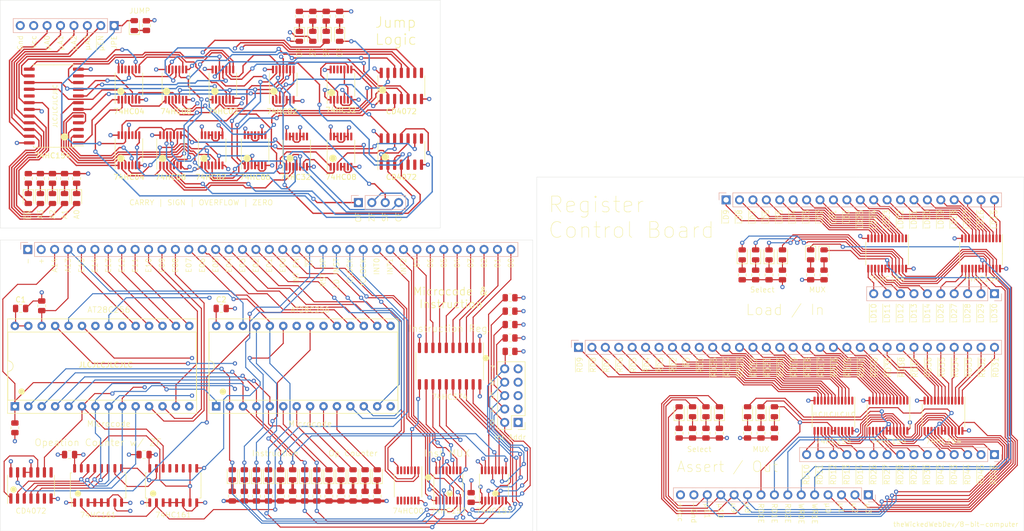
<source format=kicad_pcb>
(kicad_pcb (version 20171130) (host pcbnew "(5.1.10-1-10_14)")
  (layers (0 F.Cu signal hide) (31 B.Cu signal hide) (34 B.Paste user) (35 F.Paste user) (36 B.SilkS user) (37 F.SilkS user) (38 B.Mask user) (39 F.Mask user) (44 Edge.Cuts user))
  (net 0 "")
  (module Connector_PinHeader_2.54mm:PinHeader_1x21_P2.54mm_Vertical (layer B.Cu) (at 159.766 106.426 270)
    (fp_text reference J2 hide)
    (fp_text value Conn_01x21)
    (pad 1 thru_hole rect (at 0 0 270) (size 1.7 1.7) (drill 1) (layers *.Cu *.Mask))
    (pad 2 thru_hole oval (at 0 -2.54 270) (size 1.7 1.7) (drill 1) (layers *.Cu *.Mask))
    (pad 3 thru_hole oval (at 0 -5.08 270) (size 1.7 1.7) (drill 1) (layers *.Cu *.Mask))
    (pad 4 thru_hole oval (at 0 -7.62 270) (size 1.7 1.7) (drill 1) (layers *.Cu *.Mask))
    (pad 5 thru_hole oval (at 0 -10.16 270) (size 1.7 1.7) (drill 1) (layers *.Cu *.Mask))
    (pad 6 thru_hole oval (at 0 -12.7 270) (size 1.7 1.7) (drill 1) (layers *.Cu *.Mask))
    (pad 7 thru_hole oval (at 0 -15.24 270) (size 1.7 1.7) (drill 1) (layers *.Cu *.Mask))
    (pad 8 thru_hole oval (at 0 -17.78 270) (size 1.7 1.7) (drill 1) (layers *.Cu *.Mask))
    (pad 9 thru_hole oval (at 0 -20.32 270) (size 1.7 1.7) (drill 1) (layers *.Cu *.Mask))
    (pad 10 thru_hole oval (at 0 -22.86 270) (size 1.7 1.7) (drill 1) (layers *.Cu *.Mask))
    (pad 11 thru_hole oval (at 0 -25.4 270) (size 1.7 1.7) (drill 1) (layers *.Cu *.Mask))
    (pad 12 thru_hole oval (at 0 -27.94 270) (size 1.7 1.7) (drill 1) (layers *.Cu *.Mask))
    (pad 13 thru_hole oval (at 0 -30.48 270) (size 1.7 1.7) (drill 1) (layers *.Cu *.Mask))
    (pad 14 thru_hole oval (at 0 -33.02 270) (size 1.7 1.7) (drill 1) (layers *.Cu *.Mask))
    (pad 15 thru_hole oval (at 0 -35.56 270) (size 1.7 1.7) (drill 1) (layers *.Cu *.Mask))
    (pad 16 thru_hole oval (at 0 -38.1 270) (size 1.7 1.7) (drill 1) (layers *.Cu *.Mask))
    (pad 17 thru_hole oval (at 0 -40.64 270) (size 1.7 1.7) (drill 1) (layers *.Cu *.Mask))
    (pad 18 thru_hole oval (at 0 -43.18 270) (size 1.7 1.7) (drill 1) (layers *.Cu *.Mask))
    (pad 19 thru_hole oval (at 0 -45.72 270) (size 1.7 1.7) (drill 1) (layers *.Cu *.Mask))
    (pad 20 thru_hole oval (at 0 -48.26 270) (size 1.7 1.7) (drill 1) (layers *.Cu *.Mask))
    (pad 21 thru_hole oval (at 0 -50.8 270) (size 1.7 1.7) (drill 1) (layers *.Cu *.Mask))
  )
  (module LED_SMD:LED_0805_2012Metric (layer F.Cu) (at 165.354 116.84 90)
    (fp_text reference D3 hide)
    (fp_text value LED)
    (pad 1 smd roundrect (at -0.9375 0 90) (size 0.975 1.4) (layers F.Cu F.Paste F.Mask))
    (pad 2 smd roundrect (at 0.9375 0 90) (size 0.975 1.4) (layers F.Cu F.Paste F.Mask))
  )
  (module LED_SMD:LED_0805_2012Metric (layer F.Cu) (at 178.308 116.84 270)
    (fp_text reference D4 hide)
    (fp_text value LED)
    (pad 1 smd roundrect (at -0.9375 0 270) (size 0.975 1.4) (layers F.Cu F.Paste F.Mask))
    (pad 2 smd roundrect (at 0.9375 0 270) (size 0.975 1.4) (layers F.Cu F.Paste F.Mask))
  )
  (module LED_SMD:LED_0805_2012Metric (layer F.Cu) (at 167.894 116.84 90)
    (fp_text reference D5 hide)
    (fp_text value LED)
    (pad 1 smd roundrect (at -0.9375 0 90) (size 0.975 1.4) (layers F.Cu F.Paste F.Mask))
    (pad 2 smd roundrect (at 0.9375 0 90) (size 0.975 1.4) (layers F.Cu F.Paste F.Mask))
  )
  (module LED_SMD:LED_0805_2012Metric (layer F.Cu) (at 170.434 116.84 90)
    (fp_text reference D6 hide)
    (fp_text value LED)
    (pad 1 smd roundrect (at -0.9375 0 90) (size 0.975 1.4) (layers F.Cu F.Paste F.Mask))
    (pad 2 smd roundrect (at 0.9375 0 90) (size 0.975 1.4) (layers F.Cu F.Paste F.Mask))
  )
  (module Resistor_SMD:R_0805_2012Metric (layer F.Cu) (at 162.814 120.65 270)
    (fp_text reference R1 hide)
    (fp_text value R_US)
    (pad 1 smd roundrect (at -0.9125 0 270) (size 1.025 1.4) (layers F.Cu F.Paste F.Mask) (roundrect_rratio 0.2439014634146341))
    (pad 2 smd roundrect (at 0.9125 0 270) (size 1.025 1.4) (layers F.Cu F.Paste F.Mask) (roundrect_rratio 0.2439014634146341))
  )
  (module Resistor_SMD:R_0805_2012Metric (layer F.Cu) (at 175.768 120.65 270)
    (fp_text reference R2 hide)
    (fp_text value R_US)
    (pad 1 smd roundrect (at -0.9125 0 270) (size 1.025 1.4) (layers F.Cu F.Paste F.Mask) (roundrect_rratio 0.2439014634146341))
    (pad 2 smd roundrect (at 0.9125 0 270) (size 1.025 1.4) (layers F.Cu F.Paste F.Mask) (roundrect_rratio 0.2439014634146341))
  )
  (module Resistor_SMD:R_0805_2012Metric (layer F.Cu) (at 165.354 120.65 270)
    (fp_text reference R3 hide)
    (fp_text value R_US)
    (pad 1 smd roundrect (at -0.9125 0 270) (size 1.025 1.4) (layers F.Cu F.Paste F.Mask) (roundrect_rratio 0.2439014634146341))
    (pad 2 smd roundrect (at 0.9125 0 270) (size 1.025 1.4) (layers F.Cu F.Paste F.Mask) (roundrect_rratio 0.2439014634146341))
  )
  (module Resistor_SMD:R_0805_2012Metric (layer F.Cu) (at 178.308 120.65 270)
    (fp_text reference R4 hide)
    (fp_text value R_US)
    (pad 1 smd roundrect (at -0.9125 0 270) (size 1.025 1.4) (layers F.Cu F.Paste F.Mask) (roundrect_rratio 0.2439014634146341))
    (pad 2 smd roundrect (at 0.9125 0 270) (size 1.025 1.4) (layers F.Cu F.Paste F.Mask) (roundrect_rratio 0.2439014634146341))
  )
  (module Package_SO:TSSOP-24_4.4x7.8mm_P0.65mm (layer F.Cu) (at 190.246 116.586 270)
    (fp_text reference U1 hide)
    (fp_text value 74LS154)
    (fp_text user 74HC154 (at 4.826 0) (layer F.SilkS) (effects (font (thickness 0.1))))
    (pad 1 smd roundrect (at -2.8625 -3.575 270) (size 1.475 0.4) (layers F.Cu F.Paste F.Mask))
    (pad 2 smd roundrect (at -2.8625 -2.925 270) (size 1.475 0.4) (layers F.Cu F.Paste F.Mask))
    (pad 3 smd roundrect (at -2.8625 -2.275 270) (size 1.475 0.4) (layers F.Cu F.Paste F.Mask))
    (pad 4 smd roundrect (at -2.8625 -1.625 270) (size 1.475 0.4) (layers F.Cu F.Paste F.Mask))
    (pad 5 smd roundrect (at -2.8625 -0.975 270) (size 1.475 0.4) (layers F.Cu F.Paste F.Mask))
    (pad 6 smd roundrect (at -2.8625 -0.325 270) (size 1.475 0.4) (layers F.Cu F.Paste F.Mask))
    (pad 7 smd roundrect (at -2.8625 0.325 270) (size 1.475 0.4) (layers F.Cu F.Paste F.Mask))
    (pad 8 smd roundrect (at -2.8625 0.975 270) (size 1.475 0.4) (layers F.Cu F.Paste F.Mask))
    (pad 9 smd roundrect (at -2.8625 1.625 270) (size 1.475 0.4) (layers F.Cu F.Paste F.Mask))
    (pad 10 smd roundrect (at -2.8625 2.275 270) (size 1.475 0.4) (layers F.Cu F.Paste F.Mask))
    (pad 11 smd roundrect (at -2.8625 2.925 270) (size 1.475 0.4) (layers F.Cu F.Paste F.Mask))
    (pad 12 smd roundrect (at -2.8625 3.575 270) (size 1.475 0.4) (layers F.Cu F.Paste F.Mask))
    (pad 13 smd roundrect (at 2.8625 3.575 270) (size 1.475 0.4) (layers F.Cu F.Paste F.Mask))
    (pad 14 smd roundrect (at 2.8625 2.925 270) (size 1.475 0.4) (layers F.Cu F.Paste F.Mask))
    (pad 15 smd roundrect (at 2.8625 2.275 270) (size 1.475 0.4) (layers F.Cu F.Paste F.Mask))
    (pad 16 smd roundrect (at 2.8625 1.625 270) (size 1.475 0.4) (layers F.Cu F.Paste F.Mask))
    (pad 17 smd roundrect (at 2.8625 0.975 270) (size 1.475 0.4) (layers F.Cu F.Paste F.Mask))
    (pad 18 smd roundrect (at 2.8625 0.325 270) (size 1.475 0.4) (layers F.Cu F.Paste F.Mask))
    (pad 19 smd roundrect (at 2.8625 -0.325 270) (size 1.475 0.4) (layers F.Cu F.Paste F.Mask))
    (pad 20 smd roundrect (at 2.8625 -0.975 270) (size 1.475 0.4) (layers F.Cu F.Paste F.Mask))
    (pad 21 smd roundrect (at 2.8625 -1.625 270) (size 1.475 0.4) (layers F.Cu F.Paste F.Mask))
    (pad 22 smd roundrect (at 2.8625 -2.275 270) (size 1.475 0.4) (layers F.Cu F.Paste F.Mask))
    (pad 23 smd roundrect (at 2.8625 -2.925 270) (size 1.475 0.4) (layers F.Cu F.Paste F.Mask))
    (pad 24 smd roundrect (at 2.8625 -3.575 270) (size 1.475 0.4) (layers F.Cu F.Paste F.Mask))
  )
  (module Package_SO:TSSOP-24_4.4x7.8mm_P0.65mm (layer F.Cu) (at 208.026 116.586 270)
    (fp_text reference U2 hide)
    (fp_text value 74LS154)
    (fp_text user 74HC154 (at 4.826 0) (layer F.SilkS) (effects (font (thickness 0.1))))
    (pad 1 smd roundrect (at -2.8625 -3.575 270) (size 1.475 0.4) (layers F.Cu F.Paste F.Mask))
    (pad 2 smd roundrect (at -2.8625 -2.925 270) (size 1.475 0.4) (layers F.Cu F.Paste F.Mask))
    (pad 3 smd roundrect (at -2.8625 -2.275 270) (size 1.475 0.4) (layers F.Cu F.Paste F.Mask))
    (pad 4 smd roundrect (at -2.8625 -1.625 270) (size 1.475 0.4) (layers F.Cu F.Paste F.Mask))
    (pad 5 smd roundrect (at -2.8625 -0.975 270) (size 1.475 0.4) (layers F.Cu F.Paste F.Mask))
    (pad 6 smd roundrect (at -2.8625 -0.325 270) (size 1.475 0.4) (layers F.Cu F.Paste F.Mask))
    (pad 7 smd roundrect (at -2.8625 0.325 270) (size 1.475 0.4) (layers F.Cu F.Paste F.Mask))
    (pad 8 smd roundrect (at -2.8625 0.975 270) (size 1.475 0.4) (layers F.Cu F.Paste F.Mask))
    (pad 9 smd roundrect (at -2.8625 1.625 270) (size 1.475 0.4) (layers F.Cu F.Paste F.Mask))
    (pad 10 smd roundrect (at -2.8625 2.275 270) (size 1.475 0.4) (layers F.Cu F.Paste F.Mask))
    (pad 11 smd roundrect (at -2.8625 2.925 270) (size 1.475 0.4) (layers F.Cu F.Paste F.Mask))
    (pad 12 smd roundrect (at -2.8625 3.575 270) (size 1.475 0.4) (layers F.Cu F.Paste F.Mask))
    (pad 13 smd roundrect (at 2.8625 3.575 270) (size 1.475 0.4) (layers F.Cu F.Paste F.Mask))
    (pad 14 smd roundrect (at 2.8625 2.925 270) (size 1.475 0.4) (layers F.Cu F.Paste F.Mask))
    (pad 15 smd roundrect (at 2.8625 2.275 270) (size 1.475 0.4) (layers F.Cu F.Paste F.Mask))
    (pad 16 smd roundrect (at 2.8625 1.625 270) (size 1.475 0.4) (layers F.Cu F.Paste F.Mask))
    (pad 17 smd roundrect (at 2.8625 0.975 270) (size 1.475 0.4) (layers F.Cu F.Paste F.Mask))
    (pad 18 smd roundrect (at 2.8625 0.325 270) (size 1.475 0.4) (layers F.Cu F.Paste F.Mask))
    (pad 19 smd roundrect (at 2.8625 -0.325 270) (size 1.475 0.4) (layers F.Cu F.Paste F.Mask))
    (pad 20 smd roundrect (at 2.8625 -0.975 270) (size 1.475 0.4) (layers F.Cu F.Paste F.Mask))
    (pad 21 smd roundrect (at 2.8625 -1.625 270) (size 1.475 0.4) (layers F.Cu F.Paste F.Mask))
    (pad 22 smd roundrect (at 2.8625 -2.275 270) (size 1.475 0.4) (layers F.Cu F.Paste F.Mask))
    (pad 23 smd roundrect (at 2.8625 -2.925 270) (size 1.475 0.4) (layers F.Cu F.Paste F.Mask))
    (pad 24 smd roundrect (at 2.8625 -3.575 270) (size 1.475 0.4) (layers F.Cu F.Paste F.Mask))
  )
  (module Package_SO:TSSOP-24_4.4x7.8mm_P0.65mm (layer F.Cu) (at 180.086 147.32 270)
    (fp_text reference U3 hide)
    (fp_text value 74LS154)
    (fp_text user 74HC154 (at 4.826 0) (layer F.SilkS) (effects (font (thickness 0.1))))
    (pad 1 smd roundrect (at -2.8625 -3.575 270) (size 1.475 0.4) (layers F.Cu F.Paste F.Mask))
    (pad 2 smd roundrect (at -2.8625 -2.925 270) (size 1.475 0.4) (layers F.Cu F.Paste F.Mask))
    (pad 3 smd roundrect (at -2.8625 -2.275 270) (size 1.475 0.4) (layers F.Cu F.Paste F.Mask))
    (pad 4 smd roundrect (at -2.8625 -1.625 270) (size 1.475 0.4) (layers F.Cu F.Paste F.Mask))
    (pad 5 smd roundrect (at -2.8625 -0.975 270) (size 1.475 0.4) (layers F.Cu F.Paste F.Mask))
    (pad 6 smd roundrect (at -2.8625 -0.325 270) (size 1.475 0.4) (layers F.Cu F.Paste F.Mask))
    (pad 7 smd roundrect (at -2.8625 0.325 270) (size 1.475 0.4) (layers F.Cu F.Paste F.Mask))
    (pad 8 smd roundrect (at -2.8625 0.975 270) (size 1.475 0.4) (layers F.Cu F.Paste F.Mask))
    (pad 9 smd roundrect (at -2.8625 1.625 270) (size 1.475 0.4) (layers F.Cu F.Paste F.Mask))
    (pad 10 smd roundrect (at -2.8625 2.275 270) (size 1.475 0.4) (layers F.Cu F.Paste F.Mask))
    (pad 11 smd roundrect (at -2.8625 2.925 270) (size 1.475 0.4) (layers F.Cu F.Paste F.Mask))
    (pad 12 smd roundrect (at -2.8625 3.575 270) (size 1.475 0.4) (layers F.Cu F.Paste F.Mask))
    (pad 13 smd roundrect (at 2.8625 3.575 270) (size 1.475 0.4) (layers F.Cu F.Paste F.Mask))
    (pad 14 smd roundrect (at 2.8625 2.925 270) (size 1.475 0.4) (layers F.Cu F.Paste F.Mask))
    (pad 15 smd roundrect (at 2.8625 2.275 270) (size 1.475 0.4) (layers F.Cu F.Paste F.Mask))
    (pad 16 smd roundrect (at 2.8625 1.625 270) (size 1.475 0.4) (layers F.Cu F.Paste F.Mask))
    (pad 17 smd roundrect (at 2.8625 0.975 270) (size 1.475 0.4) (layers F.Cu F.Paste F.Mask))
    (pad 18 smd roundrect (at 2.8625 0.325 270) (size 1.475 0.4) (layers F.Cu F.Paste F.Mask))
    (pad 19 smd roundrect (at 2.8625 -0.325 270) (size 1.475 0.4) (layers F.Cu F.Paste F.Mask))
    (pad 20 smd roundrect (at 2.8625 -0.975 270) (size 1.475 0.4) (layers F.Cu F.Paste F.Mask))
    (pad 21 smd roundrect (at 2.8625 -1.625 270) (size 1.475 0.4) (layers F.Cu F.Paste F.Mask))
    (pad 22 smd roundrect (at 2.8625 -2.275 270) (size 1.475 0.4) (layers F.Cu F.Paste F.Mask))
    (pad 23 smd roundrect (at 2.8625 -2.925 270) (size 1.475 0.4) (layers F.Cu F.Paste F.Mask))
    (pad 24 smd roundrect (at 2.8625 -3.575 270) (size 1.475 0.4) (layers F.Cu F.Paste F.Mask))
  )
  (module Package_SO:TSSOP-24_4.4x7.8mm_P0.65mm (layer F.Cu) (at 190.5 147.32 270)
    (fp_text reference U4 hide)
    (fp_text value 74LS154)
    (fp_text user 74HC154 (at 4.826 0) (layer F.SilkS) (effects (font (thickness 0.1))))
    (pad 1 smd roundrect (at -2.8625 -3.575 270) (size 1.475 0.4) (layers F.Cu F.Paste F.Mask))
    (pad 2 smd roundrect (at -2.8625 -2.925 270) (size 1.475 0.4) (layers F.Cu F.Paste F.Mask))
    (pad 3 smd roundrect (at -2.8625 -2.275 270) (size 1.475 0.4) (layers F.Cu F.Paste F.Mask))
    (pad 4 smd roundrect (at -2.8625 -1.625 270) (size 1.475 0.4) (layers F.Cu F.Paste F.Mask))
    (pad 5 smd roundrect (at -2.8625 -0.975 270) (size 1.475 0.4) (layers F.Cu F.Paste F.Mask))
    (pad 6 smd roundrect (at -2.8625 -0.325 270) (size 1.475 0.4) (layers F.Cu F.Paste F.Mask))
    (pad 7 smd roundrect (at -2.8625 0.325 270) (size 1.475 0.4) (layers F.Cu F.Paste F.Mask))
    (pad 8 smd roundrect (at -2.8625 0.975 270) (size 1.475 0.4) (layers F.Cu F.Paste F.Mask))
    (pad 9 smd roundrect (at -2.8625 1.625 270) (size 1.475 0.4) (layers F.Cu F.Paste F.Mask))
    (pad 10 smd roundrect (at -2.8625 2.275 270) (size 1.475 0.4) (layers F.Cu F.Paste F.Mask))
    (pad 11 smd roundrect (at -2.8625 2.925 270) (size 1.475 0.4) (layers F.Cu F.Paste F.Mask))
    (pad 12 smd roundrect (at -2.8625 3.575 270) (size 1.475 0.4) (layers F.Cu F.Paste F.Mask))
    (pad 13 smd roundrect (at 2.8625 3.575 270) (size 1.475 0.4) (layers F.Cu F.Paste F.Mask))
    (pad 14 smd roundrect (at 2.8625 2.925 270) (size 1.475 0.4) (layers F.Cu F.Paste F.Mask))
    (pad 15 smd roundrect (at 2.8625 2.275 270) (size 1.475 0.4) (layers F.Cu F.Paste F.Mask))
    (pad 16 smd roundrect (at 2.8625 1.625 270) (size 1.475 0.4) (layers F.Cu F.Paste F.Mask))
    (pad 17 smd roundrect (at 2.8625 0.975 270) (size 1.475 0.4) (layers F.Cu F.Paste F.Mask))
    (pad 18 smd roundrect (at 2.8625 0.325 270) (size 1.475 0.4) (layers F.Cu F.Paste F.Mask))
    (pad 19 smd roundrect (at 2.8625 -0.325 270) (size 1.475 0.4) (layers F.Cu F.Paste F.Mask))
    (pad 20 smd roundrect (at 2.8625 -0.975 270) (size 1.475 0.4) (layers F.Cu F.Paste F.Mask))
    (pad 21 smd roundrect (at 2.8625 -1.625 270) (size 1.475 0.4) (layers F.Cu F.Paste F.Mask))
    (pad 22 smd roundrect (at 2.8625 -2.275 270) (size 1.475 0.4) (layers F.Cu F.Paste F.Mask))
    (pad 23 smd roundrect (at 2.8625 -2.925 270) (size 1.475 0.4) (layers F.Cu F.Paste F.Mask))
    (pad 24 smd roundrect (at 2.8625 -3.575 270) (size 1.475 0.4) (layers F.Cu F.Paste F.Mask))
  )
  (module Package_SO:TSSOP-24_4.4x7.8mm_P0.65mm (layer F.Cu) (at 200.914 147.32 270)
    (fp_text reference U5 hide)
    (fp_text value 74LS154)
    (fp_text user 74HC154 (at 4.826 0) (layer F.SilkS) (effects (font (thickness 0.1))))
    (pad 1 smd roundrect (at -2.8625 -3.575 270) (size 1.475 0.4) (layers F.Cu F.Paste F.Mask))
    (pad 2 smd roundrect (at -2.8625 -2.925 270) (size 1.475 0.4) (layers F.Cu F.Paste F.Mask))
    (pad 3 smd roundrect (at -2.8625 -2.275 270) (size 1.475 0.4) (layers F.Cu F.Paste F.Mask))
    (pad 4 smd roundrect (at -2.8625 -1.625 270) (size 1.475 0.4) (layers F.Cu F.Paste F.Mask))
    (pad 5 smd roundrect (at -2.8625 -0.975 270) (size 1.475 0.4) (layers F.Cu F.Paste F.Mask))
    (pad 6 smd roundrect (at -2.8625 -0.325 270) (size 1.475 0.4) (layers F.Cu F.Paste F.Mask))
    (pad 7 smd roundrect (at -2.8625 0.325 270) (size 1.475 0.4) (layers F.Cu F.Paste F.Mask))
    (pad 8 smd roundrect (at -2.8625 0.975 270) (size 1.475 0.4) (layers F.Cu F.Paste F.Mask))
    (pad 9 smd roundrect (at -2.8625 1.625 270) (size 1.475 0.4) (layers F.Cu F.Paste F.Mask))
    (pad 10 smd roundrect (at -2.8625 2.275 270) (size 1.475 0.4) (layers F.Cu F.Paste F.Mask))
    (pad 11 smd roundrect (at -2.8625 2.925 270) (size 1.475 0.4) (layers F.Cu F.Paste F.Mask))
    (pad 12 smd roundrect (at -2.8625 3.575 270) (size 1.475 0.4) (layers F.Cu F.Paste F.Mask))
    (pad 13 smd roundrect (at 2.8625 3.575 270) (size 1.475 0.4) (layers F.Cu F.Paste F.Mask))
    (pad 14 smd roundrect (at 2.8625 2.925 270) (size 1.475 0.4) (layers F.Cu F.Paste F.Mask))
    (pad 15 smd roundrect (at 2.8625 2.275 270) (size 1.475 0.4) (layers F.Cu F.Paste F.Mask))
    (pad 16 smd roundrect (at 2.8625 1.625 270) (size 1.475 0.4) (layers F.Cu F.Paste F.Mask))
    (pad 17 smd roundrect (at 2.8625 0.975 270) (size 1.475 0.4) (layers F.Cu F.Paste F.Mask))
    (pad 18 smd roundrect (at 2.8625 0.325 270) (size 1.475 0.4) (layers F.Cu F.Paste F.Mask))
    (pad 19 smd roundrect (at 2.8625 -0.325 270) (size 1.475 0.4) (layers F.Cu F.Paste F.Mask))
    (pad 20 smd roundrect (at 2.8625 -0.975 270) (size 1.475 0.4) (layers F.Cu F.Paste F.Mask))
    (pad 21 smd roundrect (at 2.8625 -1.625 270) (size 1.475 0.4) (layers F.Cu F.Paste F.Mask))
    (pad 22 smd roundrect (at 2.8625 -2.275 270) (size 1.475 0.4) (layers F.Cu F.Paste F.Mask))
    (pad 23 smd roundrect (at 2.8625 -2.925 270) (size 1.475 0.4) (layers F.Cu F.Paste F.Mask))
    (pad 24 smd roundrect (at 2.8625 -3.575 270) (size 1.475 0.4) (layers F.Cu F.Paste F.Mask))
  )
  (module LED_SMD:LED_0805_2012Metric (layer F.Cu) (at 155.956 146.558 90)
    (fp_text reference D11 hide)
    (fp_text value LED)
    (pad 1 smd roundrect (at -0.9375 0 90) (size 0.975 1.4) (layers F.Cu F.Paste F.Mask))
    (pad 2 smd roundrect (at 0.9375 0 90) (size 0.975 1.4) (layers F.Cu F.Paste F.Mask))
  )
  (module LED_SMD:LED_0805_2012Metric (layer F.Cu) (at 166.37 146.558 90)
    (fp_text reference D10 hide)
    (fp_text value LED)
    (pad 1 smd roundrect (at -0.9375 0 90) (size 0.975 1.4) (layers F.Cu F.Paste F.Mask))
    (pad 2 smd roundrect (at 0.9375 0 90) (size 0.975 1.4) (layers F.Cu F.Paste F.Mask))
  )
  (module LED_SMD:LED_0805_2012Metric (layer F.Cu) (at 175.768 116.84 270)
    (fp_text reference D2 hide)
    (fp_text value LED)
    (pad 1 smd roundrect (at -0.9375 0 270) (size 0.975 1.4) (layers F.Cu F.Paste F.Mask))
    (pad 2 smd roundrect (at 0.9375 0 270) (size 0.975 1.4) (layers F.Cu F.Paste F.Mask))
  )
  (module LED_SMD:LED_0805_2012Metric (layer F.Cu) (at 153.416 146.558 90)
    (fp_text reference D9 hide)
    (fp_text value LED)
    (pad 1 smd roundrect (at -0.9375 0 90) (size 0.975 1.4) (layers F.Cu F.Paste F.Mask))
    (pad 2 smd roundrect (at 0.9375 0 90) (size 0.975 1.4) (layers F.Cu F.Paste F.Mask))
  )
  (module LED_SMD:LED_0805_2012Metric (layer F.Cu) (at 163.83 146.558 90)
    (fp_text reference D8 hide)
    (fp_text value LED)
    (pad 1 smd roundrect (at -0.9375 0 90) (size 0.975 1.4) (layers F.Cu F.Paste F.Mask))
    (pad 2 smd roundrect (at 0.9375 0 90) (size 0.975 1.4) (layers F.Cu F.Paste F.Mask))
  )
  (module LED_SMD:LED_0805_2012Metric (layer F.Cu) (at 162.814 116.84 90)
    (fp_text reference D1 hide)
    (fp_text value LED)
    (pad 1 smd roundrect (at -0.9375 0 90) (size 0.975 1.4) (layers F.Cu F.Paste F.Mask))
    (pad 2 smd roundrect (at 0.9375 0 90) (size 0.975 1.4) (layers F.Cu F.Paste F.Mask))
  )
  (module LED_SMD:LED_0805_2012Metric (layer F.Cu) (at 150.876 146.558 90)
    (fp_text reference D7 hide)
    (fp_text value LED)
    (pad 1 smd roundrect (at -0.9375 0 90) (size 0.975 1.4) (layers F.Cu F.Paste F.Mask))
    (pad 2 smd roundrect (at 0.9375 0 90) (size 0.975 1.4) (layers F.Cu F.Paste F.Mask))
  )
  (module Resistor_SMD:R_0805_2012Metric (layer F.Cu) (at 170.434 120.65 270)
    (fp_text reference R6 hide)
    (fp_text value R_US)
    (pad 1 smd roundrect (at -0.9125 0 270) (size 1.025 1.4) (layers F.Cu F.Paste F.Mask) (roundrect_rratio 0.2439014634146341))
    (pad 2 smd roundrect (at 0.9125 0 270) (size 1.025 1.4) (layers F.Cu F.Paste F.Mask) (roundrect_rratio 0.2439014634146341))
  )
  (module Connector_PinHeader_2.54mm:PinHeader_1x15_P2.54mm_Vertical (layer B.Cu) (at 210.566 154.686 90)
    (fp_text reference J11 hide)
    (fp_text value Conn_01x15)
    (pad 1 thru_hole rect (at 0 0 90) (size 1.7 1.7) (drill 1) (layers *.Cu *.Mask))
    (pad 2 thru_hole oval (at 0 -2.54 90) (size 1.7 1.7) (drill 1) (layers *.Cu *.Mask))
    (pad 3 thru_hole oval (at 0 -5.08 90) (size 1.7 1.7) (drill 1) (layers *.Cu *.Mask))
    (pad 4 thru_hole oval (at 0 -7.62 90) (size 1.7 1.7) (drill 1) (layers *.Cu *.Mask))
    (pad 5 thru_hole oval (at 0 -10.16 90) (size 1.7 1.7) (drill 1) (layers *.Cu *.Mask))
    (pad 6 thru_hole oval (at 0 -12.7 90) (size 1.7 1.7) (drill 1) (layers *.Cu *.Mask))
    (pad 7 thru_hole oval (at 0 -15.24 90) (size 1.7 1.7) (drill 1) (layers *.Cu *.Mask))
    (pad 8 thru_hole oval (at 0 -17.78 90) (size 1.7 1.7) (drill 1) (layers *.Cu *.Mask))
    (pad 9 thru_hole oval (at 0 -20.32 90) (size 1.7 1.7) (drill 1) (layers *.Cu *.Mask))
    (pad 10 thru_hole oval (at 0 -22.86 90) (size 1.7 1.7) (drill 1) (layers *.Cu *.Mask))
    (pad 11 thru_hole oval (at 0 -25.4 90) (size 1.7 1.7) (drill 1) (layers *.Cu *.Mask))
    (pad 12 thru_hole oval (at 0 -27.94 90) (size 1.7 1.7) (drill 1) (layers *.Cu *.Mask))
    (pad 13 thru_hole oval (at 0 -30.48 90) (size 1.7 1.7) (drill 1) (layers *.Cu *.Mask))
    (pad 14 thru_hole oval (at 0 -33.02 90) (size 1.7 1.7) (drill 1) (layers *.Cu *.Mask))
    (pad 15 thru_hole oval (at 0 -35.56 90) (size 1.7 1.7) (drill 1) (layers *.Cu *.Mask))
  )
  (module Resistor_SMD:R_0805_2012Metric (layer F.Cu) (at 167.894 120.65 270)
    (fp_text reference R5 hide)
    (fp_text value R_US)
    (pad 1 smd roundrect (at -0.9125 0 270) (size 1.025 1.4) (layers F.Cu F.Paste F.Mask) (roundrect_rratio 0.2439014634146341))
    (pad 2 smd roundrect (at 0.9125 0 270) (size 1.025 1.4) (layers F.Cu F.Paste F.Mask) (roundrect_rratio 0.2439014634146341))
  )
  (module LED_SMD:LED_0805_2012Metric (layer F.Cu) (at 168.91 146.558 90)
    (fp_text reference D12 hide)
    (fp_text value LED)
    (pad 1 smd roundrect (at -0.9375 0 90) (size 0.975 1.4) (layers F.Cu F.Paste F.Mask))
    (pad 2 smd roundrect (at 0.9375 0 90) (size 0.975 1.4) (layers F.Cu F.Paste F.Mask))
  )
  (module LED_SMD:LED_0805_2012Metric (layer F.Cu) (at 158.496 146.558 90)
    (fp_text reference D13 hide)
    (fp_text value LED)
    (pad 1 smd roundrect (at -0.9375 0 90) (size 0.975 1.4) (layers F.Cu F.Paste F.Mask))
    (pad 2 smd roundrect (at 0.9375 0 90) (size 0.975 1.4) (layers F.Cu F.Paste F.Mask))
  )
  (module Resistor_SMD:R_0805_2012Metric (layer F.Cu) (at 150.876 150.622 270)
    (fp_text reference R7 hide)
    (fp_text value R_US)
    (pad 1 smd roundrect (at -0.9125 0 270) (size 1.025 1.4) (layers F.Cu F.Paste F.Mask) (roundrect_rratio 0.2439014634146341))
    (pad 2 smd roundrect (at 0.9125 0 270) (size 1.025 1.4) (layers F.Cu F.Paste F.Mask) (roundrect_rratio 0.2439014634146341))
  )
  (module Resistor_SMD:R_0805_2012Metric (layer F.Cu) (at 163.83 150.622 270)
    (fp_text reference R8 hide)
    (fp_text value R_US)
    (pad 1 smd roundrect (at -0.9125 0 270) (size 1.025 1.4) (layers F.Cu F.Paste F.Mask) (roundrect_rratio 0.2439014634146341))
    (pad 2 smd roundrect (at 0.9125 0 270) (size 1.025 1.4) (layers F.Cu F.Paste F.Mask) (roundrect_rratio 0.2439014634146341))
  )
  (module Resistor_SMD:R_0805_2012Metric (layer F.Cu) (at 153.416 150.622 270)
    (fp_text reference R9 hide)
    (fp_text value R_US)
    (pad 1 smd roundrect (at -0.9125 0 270) (size 1.025 1.4) (layers F.Cu F.Paste F.Mask) (roundrect_rratio 0.2439014634146341))
    (pad 2 smd roundrect (at 0.9125 0 270) (size 1.025 1.4) (layers F.Cu F.Paste F.Mask) (roundrect_rratio 0.2439014634146341))
  )
  (module Resistor_SMD:R_0805_2012Metric (layer F.Cu) (at 166.37 150.622 270)
    (fp_text reference R10 hide)
    (fp_text value R_US)
    (pad 1 smd roundrect (at -0.9125 0 270) (size 1.025 1.4) (layers F.Cu F.Paste F.Mask) (roundrect_rratio 0.2439014634146341))
    (pad 2 smd roundrect (at 0.9125 0 270) (size 1.025 1.4) (layers F.Cu F.Paste F.Mask) (roundrect_rratio 0.2439014634146341))
  )
  (module Resistor_SMD:R_0805_2012Metric (layer F.Cu) (at 155.956 150.622 270)
    (fp_text reference R11 hide)
    (fp_text value R_US)
    (pad 1 smd roundrect (at -0.9125 0 270) (size 1.025 1.4) (layers F.Cu F.Paste F.Mask) (roundrect_rratio 0.2439014634146341))
    (pad 2 smd roundrect (at 0.9125 0 270) (size 1.025 1.4) (layers F.Cu F.Paste F.Mask) (roundrect_rratio 0.2439014634146341))
  )
  (module Resistor_SMD:R_0805_2012Metric (layer F.Cu) (at 168.91 150.622 270)
    (fp_text reference R12 hide)
    (fp_text value R_US)
    (pad 1 smd roundrect (at -0.9125 0 270) (size 1.025 1.4) (layers F.Cu F.Paste F.Mask) (roundrect_rratio 0.2439014634146341))
    (pad 2 smd roundrect (at 0.9125 0 270) (size 1.025 1.4) (layers F.Cu F.Paste F.Mask) (roundrect_rratio 0.2439014634146341))
  )
  (module Resistor_SMD:R_0805_2012Metric (layer F.Cu) (at 158.496 150.622 270)
    (fp_text reference R13 hide)
    (fp_text value R_US)
    (pad 1 smd roundrect (at -0.9125 0 270) (size 1.025 1.4) (layers F.Cu F.Paste F.Mask) (roundrect_rratio 0.2439014634146341))
    (pad 2 smd roundrect (at 0.9125 0 270) (size 1.025 1.4) (layers F.Cu F.Paste F.Mask) (roundrect_rratio 0.2439014634146341))
  )
  (module Connector_PinHeader_2.54mm:PinHeader_1x32_P2.54mm_Vertical (layer B.Cu) (at 131.826 134.366 270)
    (fp_text reference J4 hide)
    (fp_text value Conn_01x32)
    (pad 1 thru_hole rect (at 0 0 270) (size 1.7 1.7) (drill 1) (layers *.Cu *.Mask))
    (pad 2 thru_hole oval (at 0 -2.54 270) (size 1.7 1.7) (drill 1) (layers *.Cu *.Mask))
    (pad 3 thru_hole oval (at 0 -5.08 270) (size 1.7 1.7) (drill 1) (layers *.Cu *.Mask))
    (pad 4 thru_hole oval (at 0 -7.62 270) (size 1.7 1.7) (drill 1) (layers *.Cu *.Mask))
    (pad 5 thru_hole oval (at 0 -10.16 270) (size 1.7 1.7) (drill 1) (layers *.Cu *.Mask))
    (pad 6 thru_hole oval (at 0 -12.7 270) (size 1.7 1.7) (drill 1) (layers *.Cu *.Mask))
    (pad 7 thru_hole oval (at 0 -15.24 270) (size 1.7 1.7) (drill 1) (layers *.Cu *.Mask))
    (pad 8 thru_hole oval (at 0 -17.78 270) (size 1.7 1.7) (drill 1) (layers *.Cu *.Mask))
    (pad 9 thru_hole oval (at 0 -20.32 270) (size 1.7 1.7) (drill 1) (layers *.Cu *.Mask))
    (pad 10 thru_hole oval (at 0 -22.86 270) (size 1.7 1.7) (drill 1) (layers *.Cu *.Mask))
    (pad 11 thru_hole oval (at 0 -25.4 270) (size 1.7 1.7) (drill 1) (layers *.Cu *.Mask))
    (pad 12 thru_hole oval (at 0 -27.94 270) (size 1.7 1.7) (drill 1) (layers *.Cu *.Mask))
    (pad 13 thru_hole oval (at 0 -30.48 270) (size 1.7 1.7) (drill 1) (layers *.Cu *.Mask))
    (pad 14 thru_hole oval (at 0 -33.02 270) (size 1.7 1.7) (drill 1) (layers *.Cu *.Mask))
    (pad 15 thru_hole oval (at 0 -35.56 270) (size 1.7 1.7) (drill 1) (layers *.Cu *.Mask))
    (pad 16 thru_hole oval (at 0 -38.1 270) (size 1.7 1.7) (drill 1) (layers *.Cu *.Mask))
    (pad 17 thru_hole oval (at 0 -40.64 270) (size 1.7 1.7) (drill 1) (layers *.Cu *.Mask))
    (pad 18 thru_hole oval (at 0 -43.18 270) (size 1.7 1.7) (drill 1) (layers *.Cu *.Mask))
    (pad 19 thru_hole oval (at 0 -45.72 270) (size 1.7 1.7) (drill 1) (layers *.Cu *.Mask))
    (pad 20 thru_hole oval (at 0 -48.26 270) (size 1.7 1.7) (drill 1) (layers *.Cu *.Mask))
    (pad 21 thru_hole oval (at 0 -50.8 270) (size 1.7 1.7) (drill 1) (layers *.Cu *.Mask))
    (pad 22 thru_hole oval (at 0 -53.34 270) (size 1.7 1.7) (drill 1) (layers *.Cu *.Mask))
    (pad 23 thru_hole oval (at 0 -55.88 270) (size 1.7 1.7) (drill 1) (layers *.Cu *.Mask))
    (pad 24 thru_hole oval (at 0 -58.42 270) (size 1.7 1.7) (drill 1) (layers *.Cu *.Mask))
    (pad 25 thru_hole oval (at 0 -60.96 270) (size 1.7 1.7) (drill 1) (layers *.Cu *.Mask))
    (pad 26 thru_hole oval (at 0 -63.5 270) (size 1.7 1.7) (drill 1) (layers *.Cu *.Mask))
    (pad 27 thru_hole oval (at 0 -66.04 270) (size 1.7 1.7) (drill 1) (layers *.Cu *.Mask))
    (pad 28 thru_hole oval (at 0 -68.58 270) (size 1.7 1.7) (drill 1) (layers *.Cu *.Mask))
    (pad 29 thru_hole oval (at 0 -71.12 270) (size 1.7 1.7) (drill 1) (layers *.Cu *.Mask))
    (pad 30 thru_hole oval (at 0 -73.66 270) (size 1.7 1.7) (drill 1) (layers *.Cu *.Mask))
    (pad 31 thru_hole oval (at 0 -76.2 270) (size 1.7 1.7) (drill 1) (layers *.Cu *.Mask))
    (pad 32 thru_hole oval (at 0 -78.74 270) (size 1.7 1.7) (drill 1) (layers *.Cu *.Mask))
  )
  (module Connector_PinHeader_2.54mm:PinHeader_1x10_P2.54mm_Vertical (layer B.Cu) (at 210.566 124.206 90)
    (fp_text reference J7 hide)
    (fp_text value Conn_01x10)
    (pad 1 thru_hole rect (at 0 0 90) (size 1.7 1.7) (drill 1) (layers *.Cu *.Mask))
    (pad 2 thru_hole oval (at 0 -2.54 90) (size 1.7 1.7) (drill 1) (layers *.Cu *.Mask))
    (pad 3 thru_hole oval (at 0 -5.08 90) (size 1.7 1.7) (drill 1) (layers *.Cu *.Mask))
    (pad 4 thru_hole oval (at 0 -7.62 90) (size 1.7 1.7) (drill 1) (layers *.Cu *.Mask))
    (pad 5 thru_hole oval (at 0 -10.16 90) (size 1.7 1.7) (drill 1) (layers *.Cu *.Mask))
    (pad 6 thru_hole oval (at 0 -12.7 90) (size 1.7 1.7) (drill 1) (layers *.Cu *.Mask))
    (pad 7 thru_hole oval (at 0 -15.24 90) (size 1.7 1.7) (drill 1) (layers *.Cu *.Mask))
    (pad 8 thru_hole oval (at 0 -17.78 90) (size 1.7 1.7) (drill 1) (layers *.Cu *.Mask))
    (pad 9 thru_hole oval (at 0 -20.32 90) (size 1.7 1.7) (drill 1) (layers *.Cu *.Mask))
    (pad 10 thru_hole oval (at 0 -22.86 90) (size 1.7 1.7) (drill 1) (layers *.Cu *.Mask))
  )
  (module Connector_PinHeader_2.54mm:PinHeader_1x15_P2.54mm_Vertical (layer B.Cu) (at 186.69 162.306 90)
    (fp_text reference J1 hide)
    (fp_text value Conn_01x15)
    (pad 1 thru_hole rect (at 0 0 90) (size 1.7 1.7) (drill 1) (layers *.Cu *.Mask))
    (pad 2 thru_hole oval (at 0 -2.54 90) (size 1.7 1.7) (drill 1) (layers *.Cu *.Mask))
    (pad 3 thru_hole oval (at 0 -5.08 90) (size 1.7 1.7) (drill 1) (layers *.Cu *.Mask))
    (pad 4 thru_hole oval (at 0 -7.62 90) (size 1.7 1.7) (drill 1) (layers *.Cu *.Mask))
    (pad 5 thru_hole oval (at 0 -10.16 90) (size 1.7 1.7) (drill 1) (layers *.Cu *.Mask))
    (pad 6 thru_hole oval (at 0 -12.7 90) (size 1.7 1.7) (drill 1) (layers *.Cu *.Mask))
    (pad 7 thru_hole oval (at 0 -15.24 90) (size 1.7 1.7) (drill 1) (layers *.Cu *.Mask))
    (pad 8 thru_hole oval (at 0 -17.78 90) (size 1.7 1.7) (drill 1) (layers *.Cu *.Mask))
    (pad 9 thru_hole oval (at 0 -20.32 90) (size 1.7 1.7) (drill 1) (layers *.Cu *.Mask))
    (pad 10 thru_hole oval (at 0 -22.86 90) (size 1.7 1.7) (drill 1) (layers *.Cu *.Mask))
    (pad 11 thru_hole oval (at 0 -25.4 90) (size 1.7 1.7) (drill 1) (layers *.Cu *.Mask))
    (pad 12 thru_hole oval (at 0 -27.94 90) (size 1.7 1.7) (drill 1) (layers *.Cu *.Mask))
    (pad 13 thru_hole oval (at 0 -30.48 90) (size 1.7 1.7) (drill 1) (layers *.Cu *.Mask))
    (pad 14 thru_hole oval (at 0 -33.02 90) (size 1.7 1.7) (drill 1) (layers *.Cu *.Mask))
    (pad 15 thru_hole oval (at 0 -35.56 90) (size 1.7 1.7) (drill 1) (layers *.Cu *.Mask))
  )
  (module Package_SO:SOIC-14_3.9x8.7mm_P1.27mm (layer F.Cu) (at 98.298 84.836 90)
    (fp_text reference U10 hide)
    (fp_text value CD4072 (at -4.826 0 180) (layer F.SilkS))
    (pad 1 smd roundrect (at -2.475 -3.81 90) (size 1.95 0.6) (layers F.Cu F.Paste F.Mask))
    (pad 2 smd roundrect (at -2.475 -2.54 90) (size 1.95 0.6) (layers F.Cu F.Paste F.Mask))
    (pad 3 smd roundrect (at -2.475 -1.27 90) (size 1.95 0.6) (layers F.Cu F.Paste F.Mask))
    (pad 4 smd roundrect (at -2.475 0 90) (size 1.95 0.6) (layers F.Cu F.Paste F.Mask))
    (pad 5 smd roundrect (at -2.475 1.27 90) (size 1.95 0.6) (layers F.Cu F.Paste F.Mask))
    (pad 6 smd roundrect (at -2.475 2.54 90) (size 1.95 0.6) (layers F.Cu F.Paste F.Mask))
    (pad 7 smd roundrect (at -2.475 3.81 90) (size 1.95 0.6) (layers F.Cu F.Paste F.Mask))
    (pad 8 smd roundrect (at 2.475 3.81 90) (size 1.95 0.6) (layers F.Cu F.Paste F.Mask))
    (pad 9 smd roundrect (at 2.475 2.54 90) (size 1.95 0.6) (layers F.Cu F.Paste F.Mask))
    (pad 10 smd roundrect (at 2.475 1.27 90) (size 1.95 0.6) (layers F.Cu F.Paste F.Mask))
    (pad 11 smd roundrect (at 2.475 0 90) (size 1.95 0.6) (layers F.Cu F.Paste F.Mask))
    (pad 12 smd roundrect (at 2.475 -1.27 90) (size 1.95 0.6) (layers F.Cu F.Paste F.Mask))
    (pad 13 smd roundrect (at 2.475 -2.54 90) (size 1.95 0.6) (layers F.Cu F.Paste F.Mask))
    (pad 14 smd roundrect (at 2.475 -3.81 90) (size 1.95 0.6) (layers F.Cu F.Paste F.Mask))
  )
  (module Package_SO:TSSOP-14_4.4x5mm_P0.65mm (layer F.Cu) (at 86.868 84.582 90)
    (fp_text reference U12 hide)
    (fp_text value 74LS32)
    (fp_text user 74HC32 (at -4.826 0 180) (layer F.SilkS))
    (pad 14 smd roundrect (at 2.8625 -1.95 90) (size 1.475 0.4) (layers F.Cu F.Paste F.Mask))
    (pad 13 smd roundrect (at 2.8625 -1.3 90) (size 1.475 0.4) (layers F.Cu F.Paste F.Mask))
    (pad 12 smd roundrect (at 2.8625 -0.65 90) (size 1.475 0.4) (layers F.Cu F.Paste F.Mask))
    (pad 11 smd roundrect (at 2.8625 0 90) (size 1.475 0.4) (layers F.Cu F.Paste F.Mask))
    (pad 10 smd roundrect (at 2.8625 0.65 90) (size 1.475 0.4) (layers F.Cu F.Paste F.Mask))
    (pad 9 smd roundrect (at 2.8625 1.3 90) (size 1.475 0.4) (layers F.Cu F.Paste F.Mask))
    (pad 8 smd roundrect (at 2.8625 1.95 90) (size 1.475 0.4) (layers F.Cu F.Paste F.Mask))
    (pad 7 smd roundrect (at -2.8625 1.95 90) (size 1.475 0.4) (layers F.Cu F.Paste F.Mask))
    (pad 6 smd roundrect (at -2.8625 1.3 90) (size 1.475 0.4) (layers F.Cu F.Paste F.Mask))
    (pad 5 smd roundrect (at -2.8625 0.65 90) (size 1.475 0.4) (layers F.Cu F.Paste F.Mask))
    (pad 4 smd roundrect (at -2.8625 0 90) (size 1.475 0.4) (layers F.Cu F.Paste F.Mask))
    (pad 3 smd roundrect (at -2.8625 -0.65 90) (size 1.475 0.4) (layers F.Cu F.Paste F.Mask))
    (pad 2 smd roundrect (at -2.8625 -1.3 90) (size 1.475 0.4) (layers F.Cu F.Paste F.Mask))
    (pad 1 smd roundrect (at -2.8625 -1.95 90) (size 1.475 0.4) (layers F.Cu F.Paste F.Mask))
  )
  (module LED_SMD:LED_0805_2012Metric (layer F.Cu) (at 78.994 75.438 270)
    (fp_text reference D5 hide)
    (fp_text value LED)
    (pad 1 smd roundrect (at -0.9375 0 270) (size 0.975 1.4) (layers F.Cu F.Paste F.Mask))
    (pad 2 smd roundrect (at 0.9375 0 270) (size 0.975 1.4) (layers F.Cu F.Paste F.Mask))
  )
  (module LED_SMD:LED_0805_2012Metric (layer F.Cu) (at 81.534 75.438 270)
    (fp_text reference D4 hide)
    (fp_text value LED)
    (pad 1 smd roundrect (at -0.9375 0 270) (size 0.975 1.4) (layers F.Cu F.Paste F.Mask))
    (pad 2 smd roundrect (at 0.9375 0 270) (size 0.975 1.4) (layers F.Cu F.Paste F.Mask))
  )
  (module Package_SO:TSSOP-14_4.4x5mm_P0.65mm (layer F.Cu) (at 86.868 97.282 90)
    (fp_text reference U14 hide)
    (fp_text value 74LS08)
    (fp_text user 74HC08 (at -4.826 0 180) (layer F.SilkS))
    (pad 14 smd roundrect (at 2.8625 -1.95 90) (size 1.475 0.4) (layers F.Cu F.Paste F.Mask))
    (pad 13 smd roundrect (at 2.8625 -1.3 90) (size 1.475 0.4) (layers F.Cu F.Paste F.Mask))
    (pad 12 smd roundrect (at 2.8625 -0.65 90) (size 1.475 0.4) (layers F.Cu F.Paste F.Mask))
    (pad 11 smd roundrect (at 2.8625 0 90) (size 1.475 0.4) (layers F.Cu F.Paste F.Mask))
    (pad 10 smd roundrect (at 2.8625 0.65 90) (size 1.475 0.4) (layers F.Cu F.Paste F.Mask))
    (pad 9 smd roundrect (at 2.8625 1.3 90) (size 1.475 0.4) (layers F.Cu F.Paste F.Mask))
    (pad 8 smd roundrect (at 2.8625 1.95 90) (size 1.475 0.4) (layers F.Cu F.Paste F.Mask))
    (pad 7 smd roundrect (at -2.8625 1.95 90) (size 1.475 0.4) (layers F.Cu F.Paste F.Mask))
    (pad 6 smd roundrect (at -2.8625 1.3 90) (size 1.475 0.4) (layers F.Cu F.Paste F.Mask))
    (pad 5 smd roundrect (at -2.8625 0.65 90) (size 1.475 0.4) (layers F.Cu F.Paste F.Mask))
    (pad 4 smd roundrect (at -2.8625 0 90) (size 1.475 0.4) (layers F.Cu F.Paste F.Mask))
    (pad 3 smd roundrect (at -2.8625 -0.65 90) (size 1.475 0.4) (layers F.Cu F.Paste F.Mask))
    (pad 2 smd roundrect (at -2.8625 -1.3 90) (size 1.475 0.4) (layers F.Cu F.Paste F.Mask))
    (pad 1 smd roundrect (at -2.8625 -1.95 90) (size 1.475 0.4) (layers F.Cu F.Paste F.Mask))
  )
  (module LED_SMD:LED_0805_2012Metric (layer F.Cu) (at 84.074 75.438 270)
    (fp_text reference D3 hide)
    (fp_text value LED)
    (pad 1 smd roundrect (at -0.9375 0 270) (size 0.975 1.4) (layers F.Cu F.Paste F.Mask))
    (pad 2 smd roundrect (at 0.9375 0 270) (size 0.975 1.4) (layers F.Cu F.Paste F.Mask))
  )
  (module LED_SMD:LED_0805_2012Metric (layer F.Cu) (at 86.614 75.438 270)
    (fp_text reference D2 hide)
    (fp_text value LED)
    (pad 1 smd roundrect (at -0.9375 0 270) (size 0.975 1.4) (layers F.Cu F.Paste F.Mask))
    (pad 2 smd roundrect (at 0.9375 0 270) (size 0.975 1.4) (layers F.Cu F.Paste F.Mask))
  )
  (module LED_SMD:LED_0805_2012Metric (layer F.Cu) (at 47.752 73.406 90)
    (fp_text reference D1 hide)
    (fp_text value LED)
    (pad 1 smd roundrect (at -0.9375 0 90) (size 0.975 1.4) (layers F.Cu F.Paste F.Mask))
    (pad 2 smd roundrect (at 0.9375 0 90) (size 0.975 1.4) (layers F.Cu F.Paste F.Mask))
  )
  (module Package_SO:SOIC-14_3.9x8.7mm_P1.27mm (layer F.Cu) (at 98.298 97.282 90)
    (fp_text reference U11 hide)
    (fp_text value CD4072 (at -4.826 0 180) (layer F.SilkS))
    (pad 1 smd roundrect (at -2.475 -3.81 90) (size 1.95 0.6) (layers F.Cu F.Paste F.Mask))
    (pad 2 smd roundrect (at -2.475 -2.54 90) (size 1.95 0.6) (layers F.Cu F.Paste F.Mask))
    (pad 3 smd roundrect (at -2.475 -1.27 90) (size 1.95 0.6) (layers F.Cu F.Paste F.Mask))
    (pad 4 smd roundrect (at -2.475 0 90) (size 1.95 0.6) (layers F.Cu F.Paste F.Mask))
    (pad 5 smd roundrect (at -2.475 1.27 90) (size 1.95 0.6) (layers F.Cu F.Paste F.Mask))
    (pad 6 smd roundrect (at -2.475 2.54 90) (size 1.95 0.6) (layers F.Cu F.Paste F.Mask))
    (pad 7 smd roundrect (at -2.475 3.81 90) (size 1.95 0.6) (layers F.Cu F.Paste F.Mask))
    (pad 8 smd roundrect (at 2.475 3.81 90) (size 1.95 0.6) (layers F.Cu F.Paste F.Mask))
    (pad 9 smd roundrect (at 2.475 2.54 90) (size 1.95 0.6) (layers F.Cu F.Paste F.Mask))
    (pad 10 smd roundrect (at 2.475 1.27 90) (size 1.95 0.6) (layers F.Cu F.Paste F.Mask))
    (pad 11 smd roundrect (at 2.475 0 90) (size 1.95 0.6) (layers F.Cu F.Paste F.Mask))
    (pad 12 smd roundrect (at 2.475 -1.27 90) (size 1.95 0.6) (layers F.Cu F.Paste F.Mask))
    (pad 13 smd roundrect (at 2.475 -2.54 90) (size 1.95 0.6) (layers F.Cu F.Paste F.Mask))
    (pad 14 smd roundrect (at 2.475 -3.81 90) (size 1.95 0.6) (layers F.Cu F.Paste F.Mask))
  )
  (module Package_SO:TSSOP-14_4.4x5mm_P0.65mm (layer F.Cu) (at 64.516 84.582 90)
    (fp_text reference U2 hide)
    (fp_text value 74LS02)
    (fp_text user 74HC02 (at -5.08 0 180) (layer F.SilkS))
    (pad 1 smd roundrect (at -2.8625 -1.95 90) (size 1.475 0.4) (layers F.Cu F.Paste F.Mask))
    (pad 2 smd roundrect (at -2.8625 -1.3 90) (size 1.475 0.4) (layers F.Cu F.Paste F.Mask))
    (pad 3 smd roundrect (at -2.8625 -0.65 90) (size 1.475 0.4) (layers F.Cu F.Paste F.Mask))
    (pad 4 smd roundrect (at -2.8625 0 90) (size 1.475 0.4) (layers F.Cu F.Paste F.Mask))
    (pad 5 smd roundrect (at -2.8625 0.65 90) (size 1.475 0.4) (layers F.Cu F.Paste F.Mask))
    (pad 6 smd roundrect (at -2.8625 1.3 90) (size 1.475 0.4) (layers F.Cu F.Paste F.Mask))
    (pad 7 smd roundrect (at -2.8625 1.95 90) (size 1.475 0.4) (layers F.Cu F.Paste F.Mask))
    (pad 8 smd roundrect (at 2.8625 1.95 90) (size 1.475 0.4) (layers F.Cu F.Paste F.Mask))
    (pad 9 smd roundrect (at 2.8625 1.3 90) (size 1.475 0.4) (layers F.Cu F.Paste F.Mask))
    (pad 10 smd roundrect (at 2.8625 0.65 90) (size 1.475 0.4) (layers F.Cu F.Paste F.Mask))
    (pad 11 smd roundrect (at 2.8625 0 90) (size 1.475 0.4) (layers F.Cu F.Paste F.Mask))
    (pad 12 smd roundrect (at 2.8625 -0.65 90) (size 1.475 0.4) (layers F.Cu F.Paste F.Mask))
    (pad 13 smd roundrect (at 2.8625 -1.3 90) (size 1.475 0.4) (layers F.Cu F.Paste F.Mask))
    (pad 14 smd roundrect (at 2.8625 -1.95 90) (size 1.475 0.4) (layers F.Cu F.Paste F.Mask))
  )
  (module Package_SO:TSSOP-14_4.4x5mm_P0.65mm (layer F.Cu) (at 55.626 84.582 90)
    (fp_text reference U3 hide)
    (fp_text value 74LS08)
    (fp_text user 74HC08 (at -5.08 0 180) (layer F.SilkS))
    (pad 1 smd roundrect (at -2.8625 -1.95 90) (size 1.475 0.4) (layers F.Cu F.Paste F.Mask))
    (pad 2 smd roundrect (at -2.8625 -1.3 90) (size 1.475 0.4) (layers F.Cu F.Paste F.Mask))
    (pad 3 smd roundrect (at -2.8625 -0.65 90) (size 1.475 0.4) (layers F.Cu F.Paste F.Mask))
    (pad 4 smd roundrect (at -2.8625 0 90) (size 1.475 0.4) (layers F.Cu F.Paste F.Mask))
    (pad 5 smd roundrect (at -2.8625 0.65 90) (size 1.475 0.4) (layers F.Cu F.Paste F.Mask))
    (pad 6 smd roundrect (at -2.8625 1.3 90) (size 1.475 0.4) (layers F.Cu F.Paste F.Mask))
    (pad 7 smd roundrect (at -2.8625 1.95 90) (size 1.475 0.4) (layers F.Cu F.Paste F.Mask))
    (pad 8 smd roundrect (at 2.8625 1.95 90) (size 1.475 0.4) (layers F.Cu F.Paste F.Mask))
    (pad 9 smd roundrect (at 2.8625 1.3 90) (size 1.475 0.4) (layers F.Cu F.Paste F.Mask))
    (pad 10 smd roundrect (at 2.8625 0.65 90) (size 1.475 0.4) (layers F.Cu F.Paste F.Mask))
    (pad 11 smd roundrect (at 2.8625 0 90) (size 1.475 0.4) (layers F.Cu F.Paste F.Mask))
    (pad 12 smd roundrect (at 2.8625 -0.65 90) (size 1.475 0.4) (layers F.Cu F.Paste F.Mask))
    (pad 13 smd roundrect (at 2.8625 -1.3 90) (size 1.475 0.4) (layers F.Cu F.Paste F.Mask))
    (pad 14 smd roundrect (at 2.8625 -1.95 90) (size 1.475 0.4) (layers F.Cu F.Paste F.Mask))
  )
  (module Package_SO:TSSOP-14_4.4x5mm_P0.65mm (layer F.Cu) (at 75.946 84.582 90)
    (fp_text reference U5 hide)
    (fp_text value 74LS02)
    (fp_text user 74HC02 (at -5.08 -0.254 180) (layer F.SilkS))
    (pad 14 smd roundrect (at 2.8625 -1.95 90) (size 1.475 0.4) (layers F.Cu F.Paste F.Mask))
    (pad 13 smd roundrect (at 2.8625 -1.3 90) (size 1.475 0.4) (layers F.Cu F.Paste F.Mask))
    (pad 12 smd roundrect (at 2.8625 -0.65 90) (size 1.475 0.4) (layers F.Cu F.Paste F.Mask))
    (pad 11 smd roundrect (at 2.8625 0 90) (size 1.475 0.4) (layers F.Cu F.Paste F.Mask))
    (pad 10 smd roundrect (at 2.8625 0.65 90) (size 1.475 0.4) (layers F.Cu F.Paste F.Mask))
    (pad 9 smd roundrect (at 2.8625 1.3 90) (size 1.475 0.4) (layers F.Cu F.Paste F.Mask))
    (pad 8 smd roundrect (at 2.8625 1.95 90) (size 1.475 0.4) (layers F.Cu F.Paste F.Mask))
    (pad 7 smd roundrect (at -2.8625 1.95 90) (size 1.475 0.4) (layers F.Cu F.Paste F.Mask))
    (pad 6 smd roundrect (at -2.8625 1.3 90) (size 1.475 0.4) (layers F.Cu F.Paste F.Mask))
    (pad 5 smd roundrect (at -2.8625 0.65 90) (size 1.475 0.4) (layers F.Cu F.Paste F.Mask))
    (pad 4 smd roundrect (at -2.8625 0 90) (size 1.475 0.4) (layers F.Cu F.Paste F.Mask))
    (pad 3 smd roundrect (at -2.8625 -0.65 90) (size 1.475 0.4) (layers F.Cu F.Paste F.Mask))
    (pad 2 smd roundrect (at -2.8625 -1.3 90) (size 1.475 0.4) (layers F.Cu F.Paste F.Mask))
    (pad 1 smd roundrect (at -2.8625 -1.95 90) (size 1.475 0.4) (layers F.Cu F.Paste F.Mask))
  )
  (module Package_SO:TSSOP-14_4.4x5mm_P0.65mm (layer F.Cu) (at 78.486 97.282 90)
    (fp_text reference U7 hide)
    (fp_text value 74LS32)
    (fp_text user 74HC32 (at -4.826 -0.254 180) (layer F.SilkS))
    (pad 14 smd roundrect (at 2.8625 -1.95 90) (size 1.475 0.4) (layers F.Cu F.Paste F.Mask))
    (pad 13 smd roundrect (at 2.8625 -1.3 90) (size 1.475 0.4) (layers F.Cu F.Paste F.Mask))
    (pad 12 smd roundrect (at 2.8625 -0.65 90) (size 1.475 0.4) (layers F.Cu F.Paste F.Mask))
    (pad 11 smd roundrect (at 2.8625 0 90) (size 1.475 0.4) (layers F.Cu F.Paste F.Mask))
    (pad 10 smd roundrect (at 2.8625 0.65 90) (size 1.475 0.4) (layers F.Cu F.Paste F.Mask))
    (pad 9 smd roundrect (at 2.8625 1.3 90) (size 1.475 0.4) (layers F.Cu F.Paste F.Mask))
    (pad 8 smd roundrect (at 2.8625 1.95 90) (size 1.475 0.4) (layers F.Cu F.Paste F.Mask))
    (pad 7 smd roundrect (at -2.8625 1.95 90) (size 1.475 0.4) (layers F.Cu F.Paste F.Mask))
    (pad 6 smd roundrect (at -2.8625 1.3 90) (size 1.475 0.4) (layers F.Cu F.Paste F.Mask))
    (pad 5 smd roundrect (at -2.8625 0.65 90) (size 1.475 0.4) (layers F.Cu F.Paste F.Mask))
    (pad 4 smd roundrect (at -2.8625 0 90) (size 1.475 0.4) (layers F.Cu F.Paste F.Mask))
    (pad 3 smd roundrect (at -2.8625 -0.65 90) (size 1.475 0.4) (layers F.Cu F.Paste F.Mask))
    (pad 2 smd roundrect (at -2.8625 -1.3 90) (size 1.475 0.4) (layers F.Cu F.Paste F.Mask))
    (pad 1 smd roundrect (at -2.8625 -1.95 90) (size 1.475 0.4) (layers F.Cu F.Paste F.Mask))
  )
  (module Package_SO:TSSOP-14_4.4x5mm_P0.65mm (layer F.Cu) (at 46.736 84.582 90)
    (fp_text reference U1 hide)
    (fp_text value 74LS04)
    (fp_text user 74HC04 (at -5.08 0 180) (layer F.SilkS))
    (pad 1 smd roundrect (at -2.8625 -1.95 90) (size 1.475 0.4) (layers F.Cu F.Paste F.Mask))
    (pad 2 smd roundrect (at -2.8625 -1.3 90) (size 1.475 0.4) (layers F.Cu F.Paste F.Mask))
    (pad 3 smd roundrect (at -2.8625 -0.65 90) (size 1.475 0.4) (layers F.Cu F.Paste F.Mask))
    (pad 4 smd roundrect (at -2.8625 0 90) (size 1.475 0.4) (layers F.Cu F.Paste F.Mask))
    (pad 5 smd roundrect (at -2.8625 0.65 90) (size 1.475 0.4) (layers F.Cu F.Paste F.Mask))
    (pad 6 smd roundrect (at -2.8625 1.3 90) (size 1.475 0.4) (layers F.Cu F.Paste F.Mask))
    (pad 7 smd roundrect (at -2.8625 1.95 90) (size 1.475 0.4) (layers F.Cu F.Paste F.Mask))
    (pad 8 smd roundrect (at 2.8625 1.95 90) (size 1.475 0.4) (layers F.Cu F.Paste F.Mask))
    (pad 9 smd roundrect (at 2.8625 1.3 90) (size 1.475 0.4) (layers F.Cu F.Paste F.Mask))
    (pad 10 smd roundrect (at 2.8625 0.65 90) (size 1.475 0.4) (layers F.Cu F.Paste F.Mask))
    (pad 11 smd roundrect (at 2.8625 0 90) (size 1.475 0.4) (layers F.Cu F.Paste F.Mask))
    (pad 12 smd roundrect (at 2.8625 -0.65 90) (size 1.475 0.4) (layers F.Cu F.Paste F.Mask))
    (pad 13 smd roundrect (at 2.8625 -1.3 90) (size 1.475 0.4) (layers F.Cu F.Paste F.Mask))
    (pad 14 smd roundrect (at 2.8625 -1.95 90) (size 1.475 0.4) (layers F.Cu F.Paste F.Mask))
  )
  (module Package_SO:SOIC-24W_7.5x15.4mm_P1.27mm (layer F.Cu) (at 32.512 88.646 180)
    (fp_text reference U13 hide)
    (fp_text value 74LS154)
    (fp_text user 74HC154 (at 0.254 -9.398) (layer F.SilkS))
    (pad 1 smd roundrect (at -4.65 -6.985 180) (size 2.05 0.6) (layers F.Cu F.Paste F.Mask))
    (pad 2 smd roundrect (at -4.65 -5.715 180) (size 2.05 0.6) (layers F.Cu F.Paste F.Mask))
    (pad 3 smd roundrect (at -4.65 -4.445 180) (size 2.05 0.6) (layers F.Cu F.Paste F.Mask))
    (pad 4 smd roundrect (at -4.65 -3.175 180) (size 2.05 0.6) (layers F.Cu F.Paste F.Mask))
    (pad 5 smd roundrect (at -4.65 -1.905 180) (size 2.05 0.6) (layers F.Cu F.Paste F.Mask))
    (pad 6 smd roundrect (at -4.65 -0.635 180) (size 2.05 0.6) (layers F.Cu F.Paste F.Mask))
    (pad 7 smd roundrect (at -4.65 0.635 180) (size 2.05 0.6) (layers F.Cu F.Paste F.Mask))
    (pad 8 smd roundrect (at -4.65 1.905 180) (size 2.05 0.6) (layers F.Cu F.Paste F.Mask))
    (pad 9 smd roundrect (at -4.65 3.175 180) (size 2.05 0.6) (layers F.Cu F.Paste F.Mask))
    (pad 10 smd roundrect (at -4.65 4.445 180) (size 2.05 0.6) (layers F.Cu F.Paste F.Mask))
    (pad 11 smd roundrect (at -4.65 5.715 180) (size 2.05 0.6) (layers F.Cu F.Paste F.Mask))
    (pad 12 smd roundrect (at -4.65 6.985 180) (size 2.05 0.6) (layers F.Cu F.Paste F.Mask))
    (pad 13 smd roundrect (at 4.65 6.985 180) (size 2.05 0.6) (layers F.Cu F.Paste F.Mask))
    (pad 14 smd roundrect (at 4.65 5.715 180) (size 2.05 0.6) (layers F.Cu F.Paste F.Mask))
    (pad 15 smd roundrect (at 4.65 4.445 180) (size 2.05 0.6) (layers F.Cu F.Paste F.Mask))
    (pad 16 smd roundrect (at 4.65 3.175 180) (size 2.05 0.6) (layers F.Cu F.Paste F.Mask))
    (pad 17 smd roundrect (at 4.65 1.905 180) (size 2.05 0.6) (layers F.Cu F.Paste F.Mask))
    (pad 18 smd roundrect (at 4.65 0.635 180) (size 2.05 0.6) (layers F.Cu F.Paste F.Mask))
    (pad 19 smd roundrect (at 4.65 -0.635 180) (size 2.05 0.6) (layers F.Cu F.Paste F.Mask))
    (pad 20 smd roundrect (at 4.65 -1.905 180) (size 2.05 0.6) (layers F.Cu F.Paste F.Mask))
    (pad 21 smd roundrect (at 4.65 -3.175 180) (size 2.05 0.6) (layers F.Cu F.Paste F.Mask))
    (pad 22 smd roundrect (at 4.65 -4.445 180) (size 2.05 0.6) (layers F.Cu F.Paste F.Mask))
    (pad 23 smd roundrect (at 4.65 -5.715 180) (size 2.05 0.6) (layers F.Cu F.Paste F.Mask))
    (pad 24 smd roundrect (at 4.65 -6.985 180) (size 2.05 0.6) (layers F.Cu F.Paste F.Mask))
  )
  (module Package_SO:TSSOP-14_4.4x5mm_P0.65mm (layer F.Cu) (at 70.612 97.028 90)
    (fp_text reference U8 hide)
    (fp_text value 74LS86)
    (fp_text user 74HC86 (at -5.08 0 180) (layer F.SilkS))
    (pad 14 smd roundrect (at 2.8625 -1.95 90) (size 1.475 0.4) (layers F.Cu F.Paste F.Mask))
    (pad 13 smd roundrect (at 2.8625 -1.3 90) (size 1.475 0.4) (layers F.Cu F.Paste F.Mask))
    (pad 12 smd roundrect (at 2.8625 -0.65 90) (size 1.475 0.4) (layers F.Cu F.Paste F.Mask))
    (pad 11 smd roundrect (at 2.8625 0 90) (size 1.475 0.4) (layers F.Cu F.Paste F.Mask))
    (pad 10 smd roundrect (at 2.8625 0.65 90) (size 1.475 0.4) (layers F.Cu F.Paste F.Mask))
    (pad 9 smd roundrect (at 2.8625 1.3 90) (size 1.475 0.4) (layers F.Cu F.Paste F.Mask))
    (pad 8 smd roundrect (at 2.8625 1.95 90) (size 1.475 0.4) (layers F.Cu F.Paste F.Mask))
    (pad 7 smd roundrect (at -2.8625 1.95 90) (size 1.475 0.4) (layers F.Cu F.Paste F.Mask))
    (pad 6 smd roundrect (at -2.8625 1.3 90) (size 1.475 0.4) (layers F.Cu F.Paste F.Mask))
    (pad 5 smd roundrect (at -2.8625 0.65 90) (size 1.475 0.4) (layers F.Cu F.Paste F.Mask))
    (pad 4 smd roundrect (at -2.8625 0 90) (size 1.475 0.4) (layers F.Cu F.Paste F.Mask))
    (pad 3 smd roundrect (at -2.8625 -0.65 90) (size 1.475 0.4) (layers F.Cu F.Paste F.Mask))
    (pad 2 smd roundrect (at -2.8625 -1.3 90) (size 1.475 0.4) (layers F.Cu F.Paste F.Mask))
    (pad 1 smd roundrect (at -2.8625 -1.95 90) (size 1.475 0.4) (layers F.Cu F.Paste F.Mask))
  )
  (module Package_SO:TSSOP-14_4.4x5mm_P0.65mm (layer F.Cu) (at 62.484 97.028 90)
    (fp_text reference U9 hide)
    (fp_text value 74LS02)
    (fp_text user 74HC02 (at -5.08 -0.254 180) (layer F.SilkS))
    (pad 14 smd roundrect (at 2.8625 -1.95 90) (size 1.475 0.4) (layers F.Cu F.Paste F.Mask))
    (pad 13 smd roundrect (at 2.8625 -1.3 90) (size 1.475 0.4) (layers F.Cu F.Paste F.Mask))
    (pad 12 smd roundrect (at 2.8625 -0.65 90) (size 1.475 0.4) (layers F.Cu F.Paste F.Mask))
    (pad 11 smd roundrect (at 2.8625 0 90) (size 1.475 0.4) (layers F.Cu F.Paste F.Mask))
    (pad 10 smd roundrect (at 2.8625 0.65 90) (size 1.475 0.4) (layers F.Cu F.Paste F.Mask))
    (pad 9 smd roundrect (at 2.8625 1.3 90) (size 1.475 0.4) (layers F.Cu F.Paste F.Mask))
    (pad 8 smd roundrect (at 2.8625 1.95 90) (size 1.475 0.4) (layers F.Cu F.Paste F.Mask))
    (pad 7 smd roundrect (at -2.8625 1.95 90) (size 1.475 0.4) (layers F.Cu F.Paste F.Mask))
    (pad 6 smd roundrect (at -2.8625 1.3 90) (size 1.475 0.4) (layers F.Cu F.Paste F.Mask))
    (pad 5 smd roundrect (at -2.8625 0.65 90) (size 1.475 0.4) (layers F.Cu F.Paste F.Mask))
    (pad 4 smd roundrect (at -2.8625 0 90) (size 1.475 0.4) (layers F.Cu F.Paste F.Mask))
    (pad 3 smd roundrect (at -2.8625 -0.65 90) (size 1.475 0.4) (layers F.Cu F.Paste F.Mask))
    (pad 2 smd roundrect (at -2.8625 -1.3 90) (size 1.475 0.4) (layers F.Cu F.Paste F.Mask))
    (pad 1 smd roundrect (at -2.8625 -1.95 90) (size 1.475 0.4) (layers F.Cu F.Paste F.Mask))
  )
  (module Connector_PinHeader_2.54mm:PinHeader_1x08_P2.54mm_Vertical (layer B.Cu) (at 43.942 73.406 90)
    (fp_text reference J3 hide)
    (fp_text value Conn_01x08)
    (pad 1 thru_hole rect (at 0 0 90) (size 1.7 1.7) (drill 1) (layers *.Cu *.Mask))
    (pad 2 thru_hole oval (at 0 -2.54 90) (size 1.7 1.7) (drill 1) (layers *.Cu *.Mask))
    (pad 3 thru_hole oval (at 0 -5.08 90) (size 1.7 1.7) (drill 1) (layers *.Cu *.Mask))
    (pad 4 thru_hole oval (at 0 -7.62 90) (size 1.7 1.7) (drill 1) (layers *.Cu *.Mask))
    (pad 5 thru_hole oval (at 0 -10.16 90) (size 1.7 1.7) (drill 1) (layers *.Cu *.Mask))
    (pad 6 thru_hole oval (at 0 -12.7 90) (size 1.7 1.7) (drill 1) (layers *.Cu *.Mask))
    (pad 7 thru_hole oval (at 0 -15.24 90) (size 1.7 1.7) (drill 1) (layers *.Cu *.Mask))
    (pad 8 thru_hole oval (at 0 -17.78 90) (size 1.7 1.7) (drill 1) (layers *.Cu *.Mask))
  )
  (module Package_SO:TSSOP-14_4.4x5mm_P0.65mm (layer F.Cu) (at 46.736 97.028 90)
    (fp_text reference U4 hide)
    (fp_text value 74LS04)
    (fp_text user 74HC04 (at -5.08 0 180) (layer F.SilkS))
    (pad 14 smd roundrect (at 2.8625 -1.95 90) (size 1.475 0.4) (layers F.Cu F.Paste F.Mask))
    (pad 13 smd roundrect (at 2.8625 -1.3 90) (size 1.475 0.4) (layers F.Cu F.Paste F.Mask))
    (pad 12 smd roundrect (at 2.8625 -0.65 90) (size 1.475 0.4) (layers F.Cu F.Paste F.Mask))
    (pad 11 smd roundrect (at 2.8625 0 90) (size 1.475 0.4) (layers F.Cu F.Paste F.Mask))
    (pad 10 smd roundrect (at 2.8625 0.65 90) (size 1.475 0.4) (layers F.Cu F.Paste F.Mask))
    (pad 9 smd roundrect (at 2.8625 1.3 90) (size 1.475 0.4) (layers F.Cu F.Paste F.Mask))
    (pad 8 smd roundrect (at 2.8625 1.95 90) (size 1.475 0.4) (layers F.Cu F.Paste F.Mask))
    (pad 7 smd roundrect (at -2.8625 1.95 90) (size 1.475 0.4) (layers F.Cu F.Paste F.Mask))
    (pad 6 smd roundrect (at -2.8625 1.3 90) (size 1.475 0.4) (layers F.Cu F.Paste F.Mask))
    (pad 5 smd roundrect (at -2.8625 0.65 90) (size 1.475 0.4) (layers F.Cu F.Paste F.Mask))
    (pad 4 smd roundrect (at -2.8625 0 90) (size 1.475 0.4) (layers F.Cu F.Paste F.Mask))
    (pad 3 smd roundrect (at -2.8625 -0.65 90) (size 1.475 0.4) (layers F.Cu F.Paste F.Mask))
    (pad 2 smd roundrect (at -2.8625 -1.3 90) (size 1.475 0.4) (layers F.Cu F.Paste F.Mask))
    (pad 1 smd roundrect (at -2.8625 -1.95 90) (size 1.475 0.4) (layers F.Cu F.Paste F.Mask))
  )
  (module Package_SO:TSSOP-14_4.4x5mm_P0.65mm (layer F.Cu) (at 54.61 97.028 90)
    (fp_text reference U6 hide)
    (fp_text value 74LS08)
    (fp_text user 74HC08 (at -5.08 0 180) (layer F.SilkS))
    (pad 14 smd roundrect (at 2.8625 -1.95 90) (size 1.475 0.4) (layers F.Cu F.Paste F.Mask))
    (pad 13 smd roundrect (at 2.8625 -1.3 90) (size 1.475 0.4) (layers F.Cu F.Paste F.Mask))
    (pad 12 smd roundrect (at 2.8625 -0.65 90) (size 1.475 0.4) (layers F.Cu F.Paste F.Mask))
    (pad 11 smd roundrect (at 2.8625 0 90) (size 1.475 0.4) (layers F.Cu F.Paste F.Mask))
    (pad 10 smd roundrect (at 2.8625 0.65 90) (size 1.475 0.4) (layers F.Cu F.Paste F.Mask))
    (pad 9 smd roundrect (at 2.8625 1.3 90) (size 1.475 0.4) (layers F.Cu F.Paste F.Mask))
    (pad 8 smd roundrect (at 2.8625 1.95 90) (size 1.475 0.4) (layers F.Cu F.Paste F.Mask))
    (pad 7 smd roundrect (at -2.8625 1.95 90) (size 1.475 0.4) (layers F.Cu F.Paste F.Mask))
    (pad 6 smd roundrect (at -2.8625 1.3 90) (size 1.475 0.4) (layers F.Cu F.Paste F.Mask))
    (pad 5 smd roundrect (at -2.8625 0.65 90) (size 1.475 0.4) (layers F.Cu F.Paste F.Mask))
    (pad 4 smd roundrect (at -2.8625 0 90) (size 1.475 0.4) (layers F.Cu F.Paste F.Mask))
    (pad 3 smd roundrect (at -2.8625 -0.65 90) (size 1.475 0.4) (layers F.Cu F.Paste F.Mask))
    (pad 2 smd roundrect (at -2.8625 -1.3 90) (size 1.475 0.4) (layers F.Cu F.Paste F.Mask))
    (pad 1 smd roundrect (at -2.8625 -1.95 90) (size 1.475 0.4) (layers F.Cu F.Paste F.Mask))
  )
  (module Connector_PinHeader_2.54mm:PinHeader_1x04_P2.54mm_Vertical (layer B.Cu) (at 90.17 106.934 270)
    (fp_text reference J4 hide)
    (fp_text value Conn_01x04)
    (pad 1 thru_hole rect (at 0 0 270) (size 1.7 1.7) (drill 1) (layers *.Cu *.Mask))
    (pad 2 thru_hole oval (at 0 -2.54 270) (size 1.7 1.7) (drill 1) (layers *.Cu *.Mask))
    (pad 3 thru_hole oval (at 0 -5.08 270) (size 1.7 1.7) (drill 1) (layers *.Cu *.Mask))
    (pad 4 thru_hole oval (at 0 -7.62 270) (size 1.7 1.7) (drill 1) (layers *.Cu *.Mask))
  )
  (module Resistor_SMD:R_0805_2012Metric (layer F.Cu) (at 32.258 102.362 90)
    (fp_text reference R8 hide)
    (fp_text value R_US)
    (pad 1 smd roundrect (at -0.9125 0 90) (size 1.025 1.4) (layers F.Cu F.Paste F.Mask) (roundrect_rratio 0.2439014634146341))
    (pad 2 smd roundrect (at 0.9125 0 90) (size 1.025 1.4) (layers F.Cu F.Paste F.Mask) (roundrect_rratio 0.2439014634146341))
  )
  (module Resistor_SMD:R_0805_2012Metric (layer F.Cu) (at 29.972 102.362 90)
    (fp_text reference R9 hide)
    (fp_text value R_US)
    (pad 1 smd roundrect (at -0.9125 0 90) (size 1.025 1.4) (layers F.Cu F.Paste F.Mask) (roundrect_rratio 0.2439014634146341))
    (pad 2 smd roundrect (at 0.9125 0 90) (size 1.025 1.4) (layers F.Cu F.Paste F.Mask) (roundrect_rratio 0.2439014634146341))
  )
  (module Resistor_SMD:R_0805_2012Metric (layer F.Cu) (at 27.686 102.362 90)
    (fp_text reference R10 hide)
    (fp_text value R_US)
    (pad 1 smd roundrect (at -0.9125 0 90) (size 1.025 1.4) (layers F.Cu F.Paste F.Mask) (roundrect_rratio 0.2439014634146341))
    (pad 2 smd roundrect (at 0.9125 0 90) (size 1.025 1.4) (layers F.Cu F.Paste F.Mask) (roundrect_rratio 0.2439014634146341))
  )
  (module Resistor_SMD:R_0805_2012Metric (layer F.Cu) (at 36.83 102.362 90)
    (fp_text reference R6 hide)
    (fp_text value R_US)
    (pad 1 smd roundrect (at -0.9125 0 90) (size 1.025 1.4) (layers F.Cu F.Paste F.Mask) (roundrect_rratio 0.2439014634146341))
    (pad 2 smd roundrect (at 0.9125 0 90) (size 1.025 1.4) (layers F.Cu F.Paste F.Mask) (roundrect_rratio 0.2439014634146341))
  )
  (module LED_SMD:LED_0805_2012Metric (layer F.Cu) (at 27.686 106.172 270)
    (fp_text reference D10 hide)
    (fp_text value LED)
    (pad 1 smd roundrect (at -0.9375 0 270) (size 0.975 1.4) (layers F.Cu F.Paste F.Mask))
    (pad 2 smd roundrect (at 0.9375 0 270) (size 0.975 1.4) (layers F.Cu F.Paste F.Mask))
  )
  (module LED_SMD:LED_0805_2012Metric (layer F.Cu) (at 29.972 106.172 270)
    (fp_text reference D9 hide)
    (fp_text value LED)
    (pad 1 smd roundrect (at -0.9375 0 270) (size 0.975 1.4) (layers F.Cu F.Paste F.Mask))
    (pad 2 smd roundrect (at 0.9375 0 270) (size 0.975 1.4) (layers F.Cu F.Paste F.Mask))
  )
  (module LED_SMD:LED_0805_2012Metric (layer F.Cu) (at 32.258 106.172 270)
    (fp_text reference D8 hide)
    (fp_text value LED)
    (pad 1 smd roundrect (at -0.9375 0 270) (size 0.975 1.4) (layers F.Cu F.Paste F.Mask))
    (pad 2 smd roundrect (at 0.9375 0 270) (size 0.975 1.4) (layers F.Cu F.Paste F.Mask))
  )
  (module Resistor_SMD:R_0805_2012Metric (layer F.Cu) (at 34.544 102.362 90)
    (fp_text reference R7 hide)
    (fp_text value R_US)
    (pad 1 smd roundrect (at -0.9125 0 90) (size 1.025 1.4) (layers F.Cu F.Paste F.Mask) (roundrect_rratio 0.2439014634146341))
    (pad 2 smd roundrect (at 0.9125 0 90) (size 1.025 1.4) (layers F.Cu F.Paste F.Mask) (roundrect_rratio 0.2439014634146341))
  )
  (module Resistor_SMD:R_0805_2012Metric (layer F.Cu) (at 50.038 73.406 90)
    (fp_text reference R1 hide)
    (fp_text value R_US)
    (pad 1 smd roundrect (at -0.9125 0 90) (size 1.025 1.4) (layers F.Cu F.Paste F.Mask) (roundrect_rratio 0.2439014634146341))
    (pad 2 smd roundrect (at 0.9125 0 90) (size 1.025 1.4) (layers F.Cu F.Paste F.Mask) (roundrect_rratio 0.2439014634146341))
  )
  (module Resistor_SMD:R_0805_2012Metric (layer F.Cu) (at 86.614 71.628 90)
    (fp_text reference R2 hide)
    (fp_text value R_US)
    (pad 1 smd roundrect (at -0.9125 0 90) (size 1.025 1.4) (layers F.Cu F.Paste F.Mask) (roundrect_rratio 0.2439014634146341))
    (pad 2 smd roundrect (at 0.9125 0 90) (size 1.025 1.4) (layers F.Cu F.Paste F.Mask) (roundrect_rratio 0.2439014634146341))
  )
  (module Resistor_SMD:R_0805_2012Metric (layer F.Cu) (at 84.074 71.628 90)
    (fp_text reference R3 hide)
    (fp_text value R_US)
    (pad 1 smd roundrect (at -0.9125 0 90) (size 1.025 1.4) (layers F.Cu F.Paste F.Mask) (roundrect_rratio 0.2439014634146341))
    (pad 2 smd roundrect (at 0.9125 0 90) (size 1.025 1.4) (layers F.Cu F.Paste F.Mask) (roundrect_rratio 0.2439014634146341))
  )
  (module Resistor_SMD:R_0805_2012Metric (layer F.Cu) (at 81.534 71.628 90)
    (fp_text reference R4 hide)
    (fp_text value R_US)
    (pad 1 smd roundrect (at -0.9125 0 90) (size 1.025 1.4) (layers F.Cu F.Paste F.Mask) (roundrect_rratio 0.2439014634146341))
    (pad 2 smd roundrect (at 0.9125 0 90) (size 1.025 1.4) (layers F.Cu F.Paste F.Mask) (roundrect_rratio 0.2439014634146341))
  )
  (module Resistor_SMD:R_0805_2012Metric (layer F.Cu) (at 78.994 71.628 90)
    (fp_text reference R5 hide)
    (fp_text value R_US)
    (pad 1 smd roundrect (at -0.9125 0 90) (size 1.025 1.4) (layers F.Cu F.Paste F.Mask) (roundrect_rratio 0.2439014634146341))
    (pad 2 smd roundrect (at 0.9125 0 90) (size 1.025 1.4) (layers F.Cu F.Paste F.Mask) (roundrect_rratio 0.2439014634146341))
  )
  (module LED_SMD:LED_0805_2012Metric (layer F.Cu) (at 36.83 106.172 270)
    (fp_text reference D6 hide)
    (fp_text value LED)
    (pad 1 smd roundrect (at -0.9375 0 270) (size 0.975 1.4) (layers F.Cu F.Paste F.Mask))
    (pad 2 smd roundrect (at 0.9375 0 270) (size 0.975 1.4) (layers F.Cu F.Paste F.Mask))
  )
  (module LED_SMD:LED_0805_2012Metric (layer F.Cu) (at 34.544 106.172 270)
    (fp_text reference D7 hide)
    (fp_text value LED)
    (pad 1 smd roundrect (at -0.9375 0 270) (size 0.975 1.4) (layers F.Cu F.Paste F.Mask))
    (pad 2 smd roundrect (at 0.9375 0 270) (size 0.975 1.4) (layers F.Cu F.Paste F.Mask))
  )
  (module LED_SMD:LED_0805_2012Metric (layer F.Cu) (at 93.726 158.496 90)
    (fp_text reference D5 hide)
    (fp_text value LED)
    (pad 1 smd roundrect (at -0.9375 0 90) (size 0.975 1.4) (layers F.Cu F.Paste F.Mask))
    (pad 2 smd roundrect (at 0.9375 0 90) (size 0.975 1.4) (layers F.Cu F.Paste F.Mask))
  )
  (module Resistor_SMD:R_0805_2012Metric (layer F.Cu) (at 84.582 162.56 90)
    (fp_text reference R7 hide)
    (fp_text value R_Small_US)
    (pad 1 smd roundrect (at -0.9125 0 90) (size 1.025 1.4) (layers F.Cu F.Paste F.Mask) (roundrect_rratio 0.2439014634146341))
    (pad 2 smd roundrect (at 0.9125 0 90) (size 1.025 1.4) (layers F.Cu F.Paste F.Mask) (roundrect_rratio 0.2439014634146341))
  )
  (module Resistor_SMD:R_0805_2012Metric (layer F.Cu) (at 86.868 162.56 90)
    (fp_text reference R9 hide)
    (fp_text value R_Small_US)
    (pad 1 smd roundrect (at -0.9125 0 90) (size 1.025 1.4) (layers F.Cu F.Paste F.Mask) (roundrect_rratio 0.2439014634146341))
    (pad 2 smd roundrect (at 0.9125 0 90) (size 1.025 1.4) (layers F.Cu F.Paste F.Mask) (roundrect_rratio 0.2439014634146341))
  )
  (module Resistor_SMD:R_0805_2012Metric (layer F.Cu) (at 89.154 162.56 90)
    (fp_text reference R11 hide)
    (fp_text value R_Small_US)
    (pad 1 smd roundrect (at -0.9125 0 90) (size 1.025 1.4) (layers F.Cu F.Paste F.Mask) (roundrect_rratio 0.2439014634146341))
    (pad 2 smd roundrect (at 0.9125 0 90) (size 1.025 1.4) (layers F.Cu F.Paste F.Mask) (roundrect_rratio 0.2439014634146341))
  )
  (module Resistor_SMD:R_0805_2012Metric (layer F.Cu) (at 91.44 162.56 90)
    (fp_text reference R12 hide)
    (fp_text value R_Small_US)
    (pad 1 smd roundrect (at -0.9125 0 90) (size 1.025 1.4) (layers F.Cu F.Paste F.Mask) (roundrect_rratio 0.2439014634146341))
    (pad 2 smd roundrect (at 0.9125 0 90) (size 1.025 1.4) (layers F.Cu F.Paste F.Mask) (roundrect_rratio 0.2439014634146341))
  )
  (module Resistor_SMD:R_0805_2012Metric (layer F.Cu) (at 93.726 162.56 90)
    (fp_text reference R13 hide)
    (fp_text value R_Small_US)
    (pad 1 smd roundrect (at -0.9125 0 90) (size 1.025 1.4) (layers F.Cu F.Paste F.Mask) (roundrect_rratio 0.2439014634146341))
    (pad 2 smd roundrect (at 0.9125 0 90) (size 1.025 1.4) (layers F.Cu F.Paste F.Mask) (roundrect_rratio 0.2439014634146341))
  )
  (module Package_DIP:DIP-28_W15.24mm_Socket (layer F.Cu) (at 63.246 145.542 90)
    (fp_text reference U8 hide)
    (fp_text value 28C256)
    (pad 1 thru_hole rect (at 0 0 90) (size 1.6 1.6) (drill 0.8) (layers *.Cu *.Mask))
    (pad 15 thru_hole oval (at 15.24 33.02 90) (size 1.6 1.6) (drill 0.8) (layers *.Cu *.Mask))
    (pad 2 thru_hole oval (at 0 2.54 90) (size 1.6 1.6) (drill 0.8) (layers *.Cu *.Mask))
    (pad 16 thru_hole oval (at 15.24 30.48 90) (size 1.6 1.6) (drill 0.8) (layers *.Cu *.Mask))
    (pad 3 thru_hole oval (at 0 5.08 90) (size 1.6 1.6) (drill 0.8) (layers *.Cu *.Mask))
    (pad 17 thru_hole oval (at 15.24 27.94 90) (size 1.6 1.6) (drill 0.8) (layers *.Cu *.Mask))
    (pad 4 thru_hole oval (at 0 7.62 90) (size 1.6 1.6) (drill 0.8) (layers *.Cu *.Mask))
    (pad 18 thru_hole oval (at 15.24 25.4 90) (size 1.6 1.6) (drill 0.8) (layers *.Cu *.Mask))
    (pad 5 thru_hole oval (at 0 10.16 90) (size 1.6 1.6) (drill 0.8) (layers *.Cu *.Mask))
    (pad 19 thru_hole oval (at 15.24 22.86 90) (size 1.6 1.6) (drill 0.8) (layers *.Cu *.Mask))
    (pad 6 thru_hole oval (at 0 12.7 90) (size 1.6 1.6) (drill 0.8) (layers *.Cu *.Mask))
    (pad 20 thru_hole oval (at 15.24 20.32 90) (size 1.6 1.6) (drill 0.8) (layers *.Cu *.Mask))
    (pad 7 thru_hole oval (at 0 15.24 90) (size 1.6 1.6) (drill 0.8) (layers *.Cu *.Mask))
    (pad 21 thru_hole oval (at 15.24 17.78 90) (size 1.6 1.6) (drill 0.8) (layers *.Cu *.Mask))
    (pad 8 thru_hole oval (at 0 17.78 90) (size 1.6 1.6) (drill 0.8) (layers *.Cu *.Mask))
    (pad 22 thru_hole oval (at 15.24 15.24 90) (size 1.6 1.6) (drill 0.8) (layers *.Cu *.Mask))
    (pad 9 thru_hole oval (at 0 20.32 90) (size 1.6 1.6) (drill 0.8) (layers *.Cu *.Mask))
    (pad 23 thru_hole oval (at 15.24 12.7 90) (size 1.6 1.6) (drill 0.8) (layers *.Cu *.Mask))
    (pad 10 thru_hole oval (at 0 22.86 90) (size 1.6 1.6) (drill 0.8) (layers *.Cu *.Mask))
    (pad 24 thru_hole oval (at 15.24 10.16 90) (size 1.6 1.6) (drill 0.8) (layers *.Cu *.Mask))
    (pad 11 thru_hole oval (at 0 25.4 90) (size 1.6 1.6) (drill 0.8) (layers *.Cu *.Mask))
    (pad 25 thru_hole oval (at 15.24 7.62 90) (size 1.6 1.6) (drill 0.8) (layers *.Cu *.Mask))
    (pad 12 thru_hole oval (at 0 27.94 90) (size 1.6 1.6) (drill 0.8) (layers *.Cu *.Mask))
    (pad 26 thru_hole oval (at 15.24 5.08 90) (size 1.6 1.6) (drill 0.8) (layers *.Cu *.Mask))
    (pad 13 thru_hole oval (at 0 30.48 90) (size 1.6 1.6) (drill 0.8) (layers *.Cu *.Mask))
    (pad 27 thru_hole oval (at 15.24 2.54 90) (size 1.6 1.6) (drill 0.8) (layers *.Cu *.Mask))
    (pad 14 thru_hole oval (at 0 33.02 90) (size 1.6 1.6) (drill 0.8) (layers *.Cu *.Mask))
    (pad 28 thru_hole oval (at 15.24 0 90) (size 1.6 1.6) (drill 0.8) (layers *.Cu *.Mask))
  )
  (module Capacitor_SMD:C_0805_2012Metric (layer F.Cu) (at 26.228 127)
    (fp_text reference C1 (at 0 -1.68) (layer F.SilkS))
    (fp_text value C)
    (pad 1 smd roundrect (at -0.95 0) (size 1 1.45) (layers F.Cu F.Paste F.Mask))
    (pad 2 smd roundrect (at 0.95 0) (size 1 1.45) (layers F.Cu F.Paste F.Mask))
  )
  (module Capacitor_SMD:C_0805_2012Metric (layer F.Cu) (at 64.196 127)
    (fp_text reference C2 (at 0 -1.68) (layer F.SilkS))
    (fp_text value C)
    (pad 1 smd roundrect (at -0.95 0) (size 1 1.45) (layers F.Cu F.Paste F.Mask))
    (pad 2 smd roundrect (at 0.95 0) (size 1 1.45) (layers F.Cu F.Paste F.Mask))
  )
  (module Capacitor_SMD:C_0805_2012Metric (layer F.Cu) (at 35.494 154.686 180)
    (fp_text reference C3 hide)
    (fp_text value C)
    (pad 1 smd roundrect (at -0.95 0 180) (size 1 1.45) (layers F.Cu F.Paste F.Mask))
    (pad 2 smd roundrect (at 0.95 0 180) (size 1 1.45) (layers F.Cu F.Paste F.Mask))
  )
  (module Capacitor_SMD:C_0805_2012Metric (layer F.Cu) (at 49.596 154.686 180)
    (fp_text reference C4 hide)
    (fp_text value C)
    (pad 1 smd roundrect (at -0.95 0 180) (size 1 1.45) (layers F.Cu F.Paste F.Mask))
    (pad 2 smd roundrect (at 0.95 0 180) (size 1 1.45) (layers F.Cu F.Paste F.Mask))
  )
  (module LED_SMD:LED_0805_2012Metric (layer F.Cu) (at 66.294 158.496 90)
    (fp_text reference D6 hide)
    (fp_text value LED)
    (pad 1 smd roundrect (at -0.9375 0 90) (size 0.975 1.4) (layers F.Cu F.Paste F.Mask))
    (pad 2 smd roundrect (at 0.9375 0 90) (size 0.975 1.4) (layers F.Cu F.Paste F.Mask))
  )
  (module LED_SMD:LED_0805_2012Metric (layer F.Cu) (at 68.58 158.496 90)
    (fp_text reference D7 hide)
    (fp_text value LED)
    (pad 1 smd roundrect (at -0.9375 0 90) (size 0.975 1.4) (layers F.Cu F.Paste F.Mask))
    (pad 2 smd roundrect (at 0.9375 0 90) (size 0.975 1.4) (layers F.Cu F.Paste F.Mask))
  )
  (module LED_SMD:LED_0805_2012Metric (layer F.Cu) (at 70.866 158.496 90)
    (fp_text reference D8 hide)
    (fp_text value LED)
    (pad 1 smd roundrect (at -0.9375 0 90) (size 0.975 1.4) (layers F.Cu F.Paste F.Mask))
    (pad 2 smd roundrect (at 0.9375 0 90) (size 0.975 1.4) (layers F.Cu F.Paste F.Mask))
  )
  (module LED_SMD:LED_0805_2012Metric (layer F.Cu) (at 73.152 158.496 90)
    (fp_text reference D9 hide)
    (fp_text value LED)
    (pad 1 smd roundrect (at -0.9375 0 90) (size 0.975 1.4) (layers F.Cu F.Paste F.Mask))
    (pad 2 smd roundrect (at 0.9375 0 90) (size 0.975 1.4) (layers F.Cu F.Paste F.Mask))
  )
  (module LED_SMD:LED_0805_2012Metric (layer F.Cu) (at 75.438 158.496 90)
    (fp_text reference D10 hide)
    (fp_text value LED)
    (pad 1 smd roundrect (at -0.9375 0 90) (size 0.975 1.4) (layers F.Cu F.Paste F.Mask))
    (pad 2 smd roundrect (at 0.9375 0 90) (size 0.975 1.4) (layers F.Cu F.Paste F.Mask))
  )
  (module LED_SMD:LED_0805_2012Metric (layer F.Cu) (at 77.724 158.496 90)
    (fp_text reference D11 hide)
    (fp_text value LED)
    (pad 1 smd roundrect (at -0.9375 0 90) (size 0.975 1.4) (layers F.Cu F.Paste F.Mask))
    (pad 2 smd roundrect (at 0.9375 0 90) (size 0.975 1.4) (layers F.Cu F.Paste F.Mask))
  )
  (module LED_SMD:LED_0805_2012Metric (layer F.Cu) (at 80.01 158.496 90)
    (fp_text reference D12 hide)
    (fp_text value LED)
    (pad 1 smd roundrect (at -0.9375 0 90) (size 0.975 1.4) (layers F.Cu F.Paste F.Mask))
    (pad 2 smd roundrect (at 0.9375 0 90) (size 0.975 1.4) (layers F.Cu F.Paste F.Mask))
  )
  (module LED_SMD:LED_0805_2012Metric (layer F.Cu) (at 82.296 158.496 90)
    (fp_text reference D13 hide)
    (fp_text value LED)
    (pad 1 smd roundrect (at -0.9375 0 90) (size 0.975 1.4) (layers F.Cu F.Paste F.Mask))
    (pad 2 smd roundrect (at 0.9375 0 90) (size 0.975 1.4) (layers F.Cu F.Paste F.Mask))
  )
  (module Resistor_SMD:R_0805_2012Metric (layer F.Cu) (at 66.294 162.56 90)
    (fp_text reference R14 hide)
    (fp_text value R_Small_US)
    (pad 1 smd roundrect (at -0.9125 0 90) (size 1.025 1.4) (layers F.Cu F.Paste F.Mask) (roundrect_rratio 0.2439014634146341))
    (pad 2 smd roundrect (at 0.9125 0 90) (size 1.025 1.4) (layers F.Cu F.Paste F.Mask) (roundrect_rratio 0.2439014634146341))
  )
  (module Resistor_SMD:R_0805_2012Metric (layer F.Cu) (at 68.58 162.56 90)
    (fp_text reference R15 hide)
    (fp_text value R_Small_US)
    (pad 1 smd roundrect (at -0.9125 0 90) (size 1.025 1.4) (layers F.Cu F.Paste F.Mask) (roundrect_rratio 0.2439014634146341))
    (pad 2 smd roundrect (at 0.9125 0 90) (size 1.025 1.4) (layers F.Cu F.Paste F.Mask) (roundrect_rratio 0.2439014634146341))
  )
  (module Resistor_SMD:R_0805_2012Metric (layer F.Cu) (at 70.866 162.56 90)
    (fp_text reference R16 hide)
    (fp_text value R_Small_US)
    (pad 1 smd roundrect (at -0.9125 0 90) (size 1.025 1.4) (layers F.Cu F.Paste F.Mask) (roundrect_rratio 0.2439014634146341))
    (pad 2 smd roundrect (at 0.9125 0 90) (size 1.025 1.4) (layers F.Cu F.Paste F.Mask) (roundrect_rratio 0.2439014634146341))
  )
  (module Resistor_SMD:R_0805_2012Metric (layer F.Cu) (at 73.152 162.56 90)
    (fp_text reference R17 hide)
    (fp_text value R_Small_US)
    (pad 1 smd roundrect (at -0.9125 0 90) (size 1.025 1.4) (layers F.Cu F.Paste F.Mask) (roundrect_rratio 0.2439014634146341))
    (pad 2 smd roundrect (at 0.9125 0 90) (size 1.025 1.4) (layers F.Cu F.Paste F.Mask) (roundrect_rratio 0.2439014634146341))
  )
  (module Resistor_SMD:R_0805_2012Metric (layer F.Cu) (at 75.438 162.56 90)
    (fp_text reference R18 hide)
    (fp_text value R_Small_US)
    (pad 1 smd roundrect (at -0.9125 0 90) (size 1.025 1.4) (layers F.Cu F.Paste F.Mask) (roundrect_rratio 0.2439014634146341))
    (pad 2 smd roundrect (at 0.9125 0 90) (size 1.025 1.4) (layers F.Cu F.Paste F.Mask) (roundrect_rratio 0.2439014634146341))
  )
  (module Resistor_SMD:R_0805_2012Metric (layer F.Cu) (at 77.724 162.56 90)
    (fp_text reference R19 hide)
    (fp_text value R_Small_US)
    (pad 1 smd roundrect (at -0.9125 0 90) (size 1.025 1.4) (layers F.Cu F.Paste F.Mask) (roundrect_rratio 0.2439014634146341))
    (pad 2 smd roundrect (at 0.9125 0 90) (size 1.025 1.4) (layers F.Cu F.Paste F.Mask) (roundrect_rratio 0.2439014634146341))
  )
  (module Resistor_SMD:R_0805_2012Metric (layer F.Cu) (at 80.01 162.56 90)
    (fp_text reference R20 hide)
    (fp_text value R_Small_US)
    (pad 1 smd roundrect (at -0.9125 0 90) (size 1.025 1.4) (layers F.Cu F.Paste F.Mask) (roundrect_rratio 0.2439014634146341))
    (pad 2 smd roundrect (at 0.9125 0 90) (size 1.025 1.4) (layers F.Cu F.Paste F.Mask) (roundrect_rratio 0.2439014634146341))
  )
  (module Resistor_SMD:R_0805_2012Metric (layer F.Cu) (at 82.296 162.56 90)
    (fp_text reference R21 hide)
    (fp_text value R_Small_US)
    (pad 1 smd roundrect (at -0.9125 0 90) (size 1.025 1.4) (layers F.Cu F.Paste F.Mask) (roundrect_rratio 0.2439014634146341))
    (pad 2 smd roundrect (at 0.9125 0 90) (size 1.025 1.4) (layers F.Cu F.Paste F.Mask) (roundrect_rratio 0.2439014634146341))
  )
  (module Package_SO:SOIC-16_4.55x10.3mm_P1.27mm (layer F.Cu) (at 55.118 160.528 90)
    (fp_text reference U3 hide)
    (fp_text value 74LS161)
    (fp_text user 74HC161 (at -5.588 0 180) (layer F.SilkS) (effects (font (thickness 0.1))))
    (pad 1 smd roundrect (at -3.25 -4.445 90) (size 1.6 0.55) (layers F.Cu F.Paste F.Mask))
    (pad 2 smd roundrect (at -3.25 -3.175 90) (size 1.6 0.55) (layers F.Cu F.Paste F.Mask))
    (pad 3 smd roundrect (at -3.25 -1.905 90) (size 1.6 0.55) (layers F.Cu F.Paste F.Mask))
    (pad 4 smd roundrect (at -3.25 -0.635 90) (size 1.6 0.55) (layers F.Cu F.Paste F.Mask))
    (pad 5 smd roundrect (at -3.25 0.635 90) (size 1.6 0.55) (layers F.Cu F.Paste F.Mask))
    (pad 6 smd roundrect (at -3.25 1.905 90) (size 1.6 0.55) (layers F.Cu F.Paste F.Mask))
    (pad 7 smd roundrect (at -3.25 3.175 90) (size 1.6 0.55) (layers F.Cu F.Paste F.Mask))
    (pad 8 smd roundrect (at -3.25 4.445 90) (size 1.6 0.55) (layers F.Cu F.Paste F.Mask))
    (pad 9 smd roundrect (at 3.25 4.445 90) (size 1.6 0.55) (layers F.Cu F.Paste F.Mask))
    (pad 10 smd roundrect (at 3.25 3.175 90) (size 1.6 0.55) (layers F.Cu F.Paste F.Mask))
    (pad 11 smd roundrect (at 3.25 1.905 90) (size 1.6 0.55) (layers F.Cu F.Paste F.Mask))
    (pad 12 smd roundrect (at 3.25 0.635 90) (size 1.6 0.55) (layers F.Cu F.Paste F.Mask))
    (pad 13 smd roundrect (at 3.25 -0.635 90) (size 1.6 0.55) (layers F.Cu F.Paste F.Mask))
    (pad 14 smd roundrect (at 3.25 -1.905 90) (size 1.6 0.55) (layers F.Cu F.Paste F.Mask))
    (pad 15 smd roundrect (at 3.25 -3.175 90) (size 1.6 0.55) (layers F.Cu F.Paste F.Mask))
    (pad 16 smd roundrect (at 3.25 -4.445 90) (size 1.6 0.55) (layers F.Cu F.Paste F.Mask))
  )
  (module Package_SO:SOIC-16_4.55x10.3mm_P1.27mm (layer F.Cu) (at 40.894 160.528 90)
    (fp_text reference U5 hide)
    (fp_text value 74LS161)
    (fp_text user 74HC161 (at -5.588 0 180) (layer F.SilkS) (effects (font (thickness 0.1))))
    (pad 1 smd roundrect (at -3.25 -4.445 90) (size 1.6 0.55) (layers F.Cu F.Paste F.Mask))
    (pad 2 smd roundrect (at -3.25 -3.175 90) (size 1.6 0.55) (layers F.Cu F.Paste F.Mask))
    (pad 3 smd roundrect (at -3.25 -1.905 90) (size 1.6 0.55) (layers F.Cu F.Paste F.Mask))
    (pad 4 smd roundrect (at -3.25 -0.635 90) (size 1.6 0.55) (layers F.Cu F.Paste F.Mask))
    (pad 5 smd roundrect (at -3.25 0.635 90) (size 1.6 0.55) (layers F.Cu F.Paste F.Mask))
    (pad 6 smd roundrect (at -3.25 1.905 90) (size 1.6 0.55) (layers F.Cu F.Paste F.Mask))
    (pad 7 smd roundrect (at -3.25 3.175 90) (size 1.6 0.55) (layers F.Cu F.Paste F.Mask))
    (pad 8 smd roundrect (at -3.25 4.445 90) (size 1.6 0.55) (layers F.Cu F.Paste F.Mask))
    (pad 9 smd roundrect (at 3.25 4.445 90) (size 1.6 0.55) (layers F.Cu F.Paste F.Mask))
    (pad 10 smd roundrect (at 3.25 3.175 90) (size 1.6 0.55) (layers F.Cu F.Paste F.Mask))
    (pad 11 smd roundrect (at 3.25 1.905 90) (size 1.6 0.55) (layers F.Cu F.Paste F.Mask))
    (pad 12 smd roundrect (at 3.25 0.635 90) (size 1.6 0.55) (layers F.Cu F.Paste F.Mask))
    (pad 13 smd roundrect (at 3.25 -0.635 90) (size 1.6 0.55) (layers F.Cu F.Paste F.Mask))
    (pad 14 smd roundrect (at 3.25 -1.905 90) (size 1.6 0.55) (layers F.Cu F.Paste F.Mask))
    (pad 15 smd roundrect (at 3.25 -3.175 90) (size 1.6 0.55) (layers F.Cu F.Paste F.Mask))
    (pad 16 smd roundrect (at 3.25 -4.445 90) (size 1.6 0.55) (layers F.Cu F.Paste F.Mask))
  )
  (module Package_DIP:DIP-28_W15.24mm_Socket (layer F.Cu) (at 25.146 145.542 90)
    (fp_text reference U9 hide)
    (fp_text value 28C256)
    (pad 1 thru_hole rect (at 0 0 90) (size 1.6 1.6) (drill 0.8) (layers *.Cu *.Mask))
    (pad 15 thru_hole oval (at 15.24 33.02 90) (size 1.6 1.6) (drill 0.8) (layers *.Cu *.Mask))
    (pad 2 thru_hole oval (at 0 2.54 90) (size 1.6 1.6) (drill 0.8) (layers *.Cu *.Mask))
    (pad 16 thru_hole oval (at 15.24 30.48 90) (size 1.6 1.6) (drill 0.8) (layers *.Cu *.Mask))
    (pad 3 thru_hole oval (at 0 5.08 90) (size 1.6 1.6) (drill 0.8) (layers *.Cu *.Mask))
    (pad 17 thru_hole oval (at 15.24 27.94 90) (size 1.6 1.6) (drill 0.8) (layers *.Cu *.Mask))
    (pad 4 thru_hole oval (at 0 7.62 90) (size 1.6 1.6) (drill 0.8) (layers *.Cu *.Mask))
    (pad 18 thru_hole oval (at 15.24 25.4 90) (size 1.6 1.6) (drill 0.8) (layers *.Cu *.Mask))
    (pad 5 thru_hole oval (at 0 10.16 90) (size 1.6 1.6) (drill 0.8) (layers *.Cu *.Mask))
    (pad 19 thru_hole oval (at 15.24 22.86 90) (size 1.6 1.6) (drill 0.8) (layers *.Cu *.Mask))
    (pad 6 thru_hole oval (at 0 12.7 90) (size 1.6 1.6) (drill 0.8) (layers *.Cu *.Mask))
    (pad 20 thru_hole oval (at 15.24 20.32 90) (size 1.6 1.6) (drill 0.8) (layers *.Cu *.Mask))
    (pad 7 thru_hole oval (at 0 15.24 90) (size 1.6 1.6) (drill 0.8) (layers *.Cu *.Mask))
    (pad 21 thru_hole oval (at 15.24 17.78 90) (size 1.6 1.6) (drill 0.8) (layers *.Cu *.Mask))
    (pad 8 thru_hole oval (at 0 17.78 90) (size 1.6 1.6) (drill 0.8) (layers *.Cu *.Mask))
    (pad 22 thru_hole oval (at 15.24 15.24 90) (size 1.6 1.6) (drill 0.8) (layers *.Cu *.Mask))
    (pad 9 thru_hole oval (at 0 20.32 90) (size 1.6 1.6) (drill 0.8) (layers *.Cu *.Mask))
    (pad 23 thru_hole oval (at 15.24 12.7 90) (size 1.6 1.6) (drill 0.8) (layers *.Cu *.Mask))
    (pad 10 thru_hole oval (at 0 22.86 90) (size 1.6 1.6) (drill 0.8) (layers *.Cu *.Mask))
    (pad 24 thru_hole oval (at 15.24 10.16 90) (size 1.6 1.6) (drill 0.8) (layers *.Cu *.Mask))
    (pad 11 thru_hole oval (at 0 25.4 90) (size 1.6 1.6) (drill 0.8) (layers *.Cu *.Mask))
    (pad 25 thru_hole oval (at 15.24 7.62 90) (size 1.6 1.6) (drill 0.8) (layers *.Cu *.Mask))
    (pad 12 thru_hole oval (at 0 27.94 90) (size 1.6 1.6) (drill 0.8) (layers *.Cu *.Mask))
    (pad 26 thru_hole oval (at 15.24 5.08 90) (size 1.6 1.6) (drill 0.8) (layers *.Cu *.Mask))
    (pad 13 thru_hole oval (at 0 30.48 90) (size 1.6 1.6) (drill 0.8) (layers *.Cu *.Mask))
    (pad 27 thru_hole oval (at 15.24 2.54 90) (size 1.6 1.6) (drill 0.8) (layers *.Cu *.Mask))
    (pad 14 thru_hole oval (at 0 33.02 90) (size 1.6 1.6) (drill 0.8) (layers *.Cu *.Mask))
    (pad 28 thru_hole oval (at 15.24 0 90) (size 1.6 1.6) (drill 0.8) (layers *.Cu *.Mask))
  )
  (module Connector_PinHeader_2.54mm:PinHeader_1x37_P2.54mm_Vertical (layer B.Cu) (at 27.586 115.824 270)
    (fp_text reference J2 hide)
    (fp_text value Conn_01x37)
    (pad 1 thru_hole rect (at 0 0 270) (size 1.7 1.7) (drill 1) (layers *.Cu *.Mask))
    (pad 2 thru_hole oval (at 0 -2.54 270) (size 1.7 1.7) (drill 1) (layers *.Cu *.Mask))
    (pad 3 thru_hole oval (at 0 -5.08 270) (size 1.7 1.7) (drill 1) (layers *.Cu *.Mask))
    (pad 4 thru_hole oval (at 0 -7.62 270) (size 1.7 1.7) (drill 1) (layers *.Cu *.Mask))
    (pad 5 thru_hole oval (at 0 -10.16 270) (size 1.7 1.7) (drill 1) (layers *.Cu *.Mask))
    (pad 6 thru_hole oval (at 0 -12.7 270) (size 1.7 1.7) (drill 1) (layers *.Cu *.Mask))
    (pad 7 thru_hole oval (at 0 -15.24 270) (size 1.7 1.7) (drill 1) (layers *.Cu *.Mask))
    (pad 8 thru_hole oval (at 0 -17.78 270) (size 1.7 1.7) (drill 1) (layers *.Cu *.Mask))
    (pad 9 thru_hole oval (at 0 -20.32 270) (size 1.7 1.7) (drill 1) (layers *.Cu *.Mask))
    (pad 10 thru_hole oval (at 0 -22.86 270) (size 1.7 1.7) (drill 1) (layers *.Cu *.Mask))
    (pad 11 thru_hole oval (at 0 -25.4 270) (size 1.7 1.7) (drill 1) (layers *.Cu *.Mask))
    (pad 12 thru_hole oval (at 0 -27.94 270) (size 1.7 1.7) (drill 1) (layers *.Cu *.Mask))
    (pad 13 thru_hole oval (at 0 -30.48 270) (size 1.7 1.7) (drill 1) (layers *.Cu *.Mask))
    (pad 14 thru_hole oval (at 0 -33.02 270) (size 1.7 1.7) (drill 1) (layers *.Cu *.Mask))
    (pad 15 thru_hole oval (at 0 -35.56 270) (size 1.7 1.7) (drill 1) (layers *.Cu *.Mask))
    (pad 16 thru_hole oval (at 0 -38.1 270) (size 1.7 1.7) (drill 1) (layers *.Cu *.Mask))
    (pad 17 thru_hole oval (at 0 -40.64 270) (size 1.7 1.7) (drill 1) (layers *.Cu *.Mask))
    (pad 18 thru_hole oval (at 0 -43.18 270) (size 1.7 1.7) (drill 1) (layers *.Cu *.Mask))
    (pad 19 thru_hole oval (at 0 -45.72 270) (size 1.7 1.7) (drill 1) (layers *.Cu *.Mask))
    (pad 20 thru_hole oval (at 0 -48.26 270) (size 1.7 1.7) (drill 1) (layers *.Cu *.Mask))
    (pad 21 thru_hole oval (at 0 -50.8 270) (size 1.7 1.7) (drill 1) (layers *.Cu *.Mask))
    (pad 22 thru_hole oval (at 0 -53.34 270) (size 1.7 1.7) (drill 1) (layers *.Cu *.Mask))
    (pad 23 thru_hole oval (at 0 -55.88 270) (size 1.7 1.7) (drill 1) (layers *.Cu *.Mask))
    (pad 24 thru_hole oval (at 0 -58.42 270) (size 1.7 1.7) (drill 1) (layers *.Cu *.Mask))
    (pad 25 thru_hole oval (at 0 -60.96 270) (size 1.7 1.7) (drill 1) (layers *.Cu *.Mask))
    (pad 26 thru_hole oval (at 0 -63.5 270) (size 1.7 1.7) (drill 1) (layers *.Cu *.Mask))
    (pad 27 thru_hole oval (at 0 -66.04 270) (size 1.7 1.7) (drill 1) (layers *.Cu *.Mask))
    (pad 28 thru_hole oval (at 0 -68.58 270) (size 1.7 1.7) (drill 1) (layers *.Cu *.Mask))
    (pad 29 thru_hole oval (at 0 -71.12 270) (size 1.7 1.7) (drill 1) (layers *.Cu *.Mask))
    (pad 30 thru_hole oval (at 0 -73.66 270) (size 1.7 1.7) (drill 1) (layers *.Cu *.Mask))
    (pad 31 thru_hole oval (at 0 -76.2 270) (size 1.7 1.7) (drill 1) (layers *.Cu *.Mask))
    (pad 32 thru_hole oval (at 0 -78.74 270) (size 1.7 1.7) (drill 1) (layers *.Cu *.Mask))
    (pad 33 thru_hole oval (at 0 -81.28 270) (size 1.7 1.7) (drill 1) (layers *.Cu *.Mask))
    (pad 34 thru_hole oval (at 0 -83.82 270) (size 1.7 1.7) (drill 1) (layers *.Cu *.Mask))
    (pad 35 thru_hole oval (at 0 -86.36 270) (size 1.7 1.7) (drill 1) (layers *.Cu *.Mask))
    (pad 36 thru_hole oval (at 0 -88.9 270) (size 1.7 1.7) (drill 1) (layers *.Cu *.Mask))
    (pad 37 thru_hole oval (at 0 -91.44 270) (size 1.7 1.7) (drill 1) (layers *.Cu *.Mask))
  )
  (module Resistor_SMD:R_0805_2012Metric (layer F.Cu) (at 118.872 135.128 180)
    (fp_text reference R1 hide)
    (fp_text value R_Small_US)
    (pad 1 smd roundrect (at -0.9125 0 180) (size 1.025 1.4) (layers F.Cu F.Paste F.Mask) (roundrect_rratio 0.2439014634146341))
    (pad 2 smd roundrect (at 0.9125 0 180) (size 1.025 1.4) (layers F.Cu F.Paste F.Mask) (roundrect_rratio 0.2439014634146341))
  )
  (module Resistor_SMD:R_0805_2012Metric (layer F.Cu) (at 118.872 132.588 180)
    (fp_text reference R2 hide)
    (fp_text value R_Small_US)
    (pad 1 smd roundrect (at -0.9125 0 180) (size 1.025 1.4) (layers F.Cu F.Paste F.Mask) (roundrect_rratio 0.2439014634146341))
    (pad 2 smd roundrect (at 0.9125 0 180) (size 1.025 1.4) (layers F.Cu F.Paste F.Mask) (roundrect_rratio 0.2439014634146341))
  )
  (module Resistor_SMD:R_0805_2012Metric (layer F.Cu) (at 118.872 130.048 180)
    (fp_text reference R3 hide)
    (fp_text value R_Small_US)
    (pad 1 smd roundrect (at -0.9125 0 180) (size 1.025 1.4) (layers F.Cu F.Paste F.Mask) (roundrect_rratio 0.2439014634146341))
    (pad 2 smd roundrect (at 0.9125 0 180) (size 1.025 1.4) (layers F.Cu F.Paste F.Mask) (roundrect_rratio 0.2439014634146341))
  )
  (module Resistor_SMD:R_0805_2012Metric (layer F.Cu) (at 118.872 127.508 180)
    (fp_text reference R4 hide)
    (fp_text value R_Small_US)
    (pad 1 smd roundrect (at -0.9125 0 180) (size 1.025 1.4) (layers F.Cu F.Paste F.Mask) (roundrect_rratio 0.2439014634146341))
    (pad 2 smd roundrect (at 0.9125 0 180) (size 1.025 1.4) (layers F.Cu F.Paste F.Mask) (roundrect_rratio 0.2439014634146341))
  )
  (module Resistor_SMD:R_0805_2012Metric (layer F.Cu) (at 118.872 124.968 180)
    (fp_text reference R5 hide)
    (fp_text value R_Small_US)
    (pad 1 smd roundrect (at -0.9125 0 180) (size 1.025 1.4) (layers F.Cu F.Paste F.Mask) (roundrect_rratio 0.2439014634146341))
    (pad 2 smd roundrect (at 0.9125 0 180) (size 1.025 1.4) (layers F.Cu F.Paste F.Mask) (roundrect_rratio 0.2439014634146341))
  )
  (module Resistor_SMD:R_0805_2012Metric (layer F.Cu) (at 111.506 162.814 270)
    (fp_text reference R6 hide)
    (fp_text value R_Small_US)
    (pad 1 smd roundrect (at -0.9125 0 270) (size 1.025 1.4) (layers F.Cu F.Paste F.Mask) (roundrect_rratio 0.2439014634146341))
    (pad 2 smd roundrect (at 0.9125 0 270) (size 1.025 1.4) (layers F.Cu F.Paste F.Mask) (roundrect_rratio 0.2439014634146341))
  )
  (module Resistor_SMD:R_0805_2012Metric (layer F.Cu) (at 25.146 149.606 90)
    (fp_text reference R8 hide)
    (fp_text value R_Small_US)
    (pad 1 smd roundrect (at -0.9125 0 90) (size 1.025 1.4) (layers F.Cu F.Paste F.Mask) (roundrect_rratio 0.2439014634146341))
    (pad 2 smd roundrect (at 0.9125 0 90) (size 1.025 1.4) (layers F.Cu F.Paste F.Mask) (roundrect_rratio 0.2439014634146341))
  )
  (module Resistor_SMD:R_0805_2012Metric (layer F.Cu) (at 30.226 126.492 270)
    (fp_text reference R10 hide)
    (fp_text value R_Small_US)
    (pad 1 smd roundrect (at -0.9125 0 270) (size 1.025 1.4) (layers F.Cu F.Paste F.Mask) (roundrect_rratio 0.2439014634146341))
    (pad 2 smd roundrect (at 0.9125 0 270) (size 1.025 1.4) (layers F.Cu F.Paste F.Mask) (roundrect_rratio 0.2439014634146341))
  )
  (module Package_SO:TSSOP-14_4.4x5mm_P0.65mm (layer F.Cu) (at 99.568 160.528 270)
    (fp_text reference U1 hide)
    (fp_text value 74LS00 hide)
    (fp_text user 74HC00 (at 4.826 0) (layer F.SilkS) (effects (font (thickness 0.1))))
    (pad 1 smd roundrect (at -2.8625 -1.95 270) (size 1.475 0.4) (layers F.Cu F.Paste F.Mask))
    (pad 2 smd roundrect (at -2.8625 -1.3 270) (size 1.475 0.4) (layers F.Cu F.Paste F.Mask))
    (pad 3 smd roundrect (at -2.8625 -0.65 270) (size 1.475 0.4) (layers F.Cu F.Paste F.Mask))
    (pad 4 smd roundrect (at -2.8625 0 270) (size 1.475 0.4) (layers F.Cu F.Paste F.Mask))
    (pad 5 smd roundrect (at -2.8625 0.65 270) (size 1.475 0.4) (layers F.Cu F.Paste F.Mask))
    (pad 6 smd roundrect (at -2.8625 1.3 270) (size 1.475 0.4) (layers F.Cu F.Paste F.Mask))
    (pad 7 smd roundrect (at -2.8625 1.95 270) (size 1.475 0.4) (layers F.Cu F.Paste F.Mask))
    (pad 8 smd roundrect (at 2.8625 1.95 270) (size 1.475 0.4) (layers F.Cu F.Paste F.Mask))
    (pad 9 smd roundrect (at 2.8625 1.3 270) (size 1.475 0.4) (layers F.Cu F.Paste F.Mask))
    (pad 10 smd roundrect (at 2.8625 0.65 270) (size 1.475 0.4) (layers F.Cu F.Paste F.Mask))
    (pad 11 smd roundrect (at 2.8625 0 270) (size 1.475 0.4) (layers F.Cu F.Paste F.Mask))
    (pad 12 smd roundrect (at 2.8625 -0.65 270) (size 1.475 0.4) (layers F.Cu F.Paste F.Mask))
    (pad 13 smd roundrect (at 2.8625 -1.3 270) (size 1.475 0.4) (layers F.Cu F.Paste F.Mask))
    (pad 14 smd roundrect (at 2.8625 -1.95 270) (size 1.475 0.4) (layers F.Cu F.Paste F.Mask))
  )
  (module Package_SO:SO-20_5.3x12.6mm_P1.27mm (layer F.Cu) (at 107.442 137.922 270)
    (fp_text reference U2 hide)
    (fp_text value 74LS574 hide)
    (fp_text user 74HC574 (at 5.842 0) (layer F.SilkS) (effects (font (thickness 0.1))))
    (pad 1 smd roundrect (at -3.4625 -5.715 270) (size 1.975 0.6) (layers F.Cu F.Paste F.Mask))
    (pad 2 smd roundrect (at -3.4625 -4.445 270) (size 1.975 0.6) (layers F.Cu F.Paste F.Mask))
    (pad 3 smd roundrect (at -3.4625 -3.175 270) (size 1.975 0.6) (layers F.Cu F.Paste F.Mask))
    (pad 4 smd roundrect (at -3.4625 -1.905 270) (size 1.975 0.6) (layers F.Cu F.Paste F.Mask))
    (pad 5 smd roundrect (at -3.4625 -0.635 270) (size 1.975 0.6) (layers F.Cu F.Paste F.Mask))
    (pad 6 smd roundrect (at -3.4625 0.635 270) (size 1.975 0.6) (layers F.Cu F.Paste F.Mask))
    (pad 7 smd roundrect (at -3.4625 1.905 270) (size 1.975 0.6) (layers F.Cu F.Paste F.Mask))
    (pad 8 smd roundrect (at -3.4625 3.175 270) (size 1.975 0.6) (layers F.Cu F.Paste F.Mask))
    (pad 9 smd roundrect (at -3.4625 4.445 270) (size 1.975 0.6) (layers F.Cu F.Paste F.Mask))
    (pad 10 smd roundrect (at -3.4625 5.715 270) (size 1.975 0.6) (layers F.Cu F.Paste F.Mask))
    (pad 11 smd roundrect (at 3.4625 5.715 270) (size 1.975 0.6) (layers F.Cu F.Paste F.Mask))
    (pad 12 smd roundrect (at 3.4625 4.445 270) (size 1.975 0.6) (layers F.Cu F.Paste F.Mask))
    (pad 13 smd roundrect (at 3.4625 3.175 270) (size 1.975 0.6) (layers F.Cu F.Paste F.Mask))
    (pad 14 smd roundrect (at 3.4625 1.905 270) (size 1.975 0.6) (layers F.Cu F.Paste F.Mask))
    (pad 15 smd roundrect (at 3.4625 0.635 270) (size 1.975 0.6) (layers F.Cu F.Paste F.Mask))
    (pad 16 smd roundrect (at 3.4625 -0.635 270) (size 1.975 0.6) (layers F.Cu F.Paste F.Mask))
    (pad 17 smd roundrect (at 3.4625 -1.905 270) (size 1.975 0.6) (layers F.Cu F.Paste F.Mask))
    (pad 18 smd roundrect (at 3.4625 -3.175 270) (size 1.975 0.6) (layers F.Cu F.Paste F.Mask))
    (pad 19 smd roundrect (at 3.4625 -4.445 270) (size 1.975 0.6) (layers F.Cu F.Paste F.Mask))
    (pad 20 smd roundrect (at 3.4625 -5.715 270) (size 1.975 0.6) (layers F.Cu F.Paste F.Mask))
  )
  (module Package_SO:TSSOP-16_4.4x5mm_P0.65mm (layer F.Cu) (at 115.824 160.528 90)
    (fp_text reference U4 hide)
    (fp_text value 74LS157 hide)
    (fp_text user 74HC157 (at -4.826 0 180) (layer F.SilkS) (effects (font (thickness 0.1))))
    (pad 1 smd roundrect (at -2.8625 -2.275 90) (size 1.475 0.4) (layers F.Cu F.Paste F.Mask))
    (pad 2 smd roundrect (at -2.8625 -1.625 90) (size 1.475 0.4) (layers F.Cu F.Paste F.Mask))
    (pad 3 smd roundrect (at -2.8625 -0.975 90) (size 1.475 0.4) (layers F.Cu F.Paste F.Mask))
    (pad 4 smd roundrect (at -2.8625 -0.325 90) (size 1.475 0.4) (layers F.Cu F.Paste F.Mask))
    (pad 5 smd roundrect (at -2.8625 0.325 90) (size 1.475 0.4) (layers F.Cu F.Paste F.Mask))
    (pad 6 smd roundrect (at -2.8625 0.975 90) (size 1.475 0.4) (layers F.Cu F.Paste F.Mask))
    (pad 7 smd roundrect (at -2.8625 1.625 90) (size 1.475 0.4) (layers F.Cu F.Paste F.Mask))
    (pad 8 smd roundrect (at -2.8625 2.275 90) (size 1.475 0.4) (layers F.Cu F.Paste F.Mask))
    (pad 9 smd roundrect (at 2.8625 2.275 90) (size 1.475 0.4) (layers F.Cu F.Paste F.Mask))
    (pad 10 smd roundrect (at 2.8625 1.625 90) (size 1.475 0.4) (layers F.Cu F.Paste F.Mask))
    (pad 11 smd roundrect (at 2.8625 0.975 90) (size 1.475 0.4) (layers F.Cu F.Paste F.Mask))
    (pad 12 smd roundrect (at 2.8625 0.325 90) (size 1.475 0.4) (layers F.Cu F.Paste F.Mask))
    (pad 13 smd roundrect (at 2.8625 -0.325 90) (size 1.475 0.4) (layers F.Cu F.Paste F.Mask))
    (pad 14 smd roundrect (at 2.8625 -0.975 90) (size 1.475 0.4) (layers F.Cu F.Paste F.Mask))
    (pad 15 smd roundrect (at 2.8625 -1.625 90) (size 1.475 0.4) (layers F.Cu F.Paste F.Mask))
    (pad 16 smd roundrect (at 2.8625 -2.275 90) (size 1.475 0.4) (layers F.Cu F.Paste F.Mask))
  )
  (module Package_SO:TSSOP-16_4.4x5mm_P0.65mm (layer F.Cu) (at 107.188 160.528 90)
    (fp_text reference U6 hide)
    (fp_text value 74LS157 hide)
    (fp_text user 74HC157 (at -4.826 0 180) (layer F.SilkS) (effects (font (thickness 0.1))))
    (pad 1 smd roundrect (at -2.8625 -2.275 90) (size 1.475 0.4) (layers F.Cu F.Paste F.Mask))
    (pad 2 smd roundrect (at -2.8625 -1.625 90) (size 1.475 0.4) (layers F.Cu F.Paste F.Mask))
    (pad 3 smd roundrect (at -2.8625 -0.975 90) (size 1.475 0.4) (layers F.Cu F.Paste F.Mask))
    (pad 4 smd roundrect (at -2.8625 -0.325 90) (size 1.475 0.4) (layers F.Cu F.Paste F.Mask))
    (pad 5 smd roundrect (at -2.8625 0.325 90) (size 1.475 0.4) (layers F.Cu F.Paste F.Mask))
    (pad 6 smd roundrect (at -2.8625 0.975 90) (size 1.475 0.4) (layers F.Cu F.Paste F.Mask))
    (pad 7 smd roundrect (at -2.8625 1.625 90) (size 1.475 0.4) (layers F.Cu F.Paste F.Mask))
    (pad 8 smd roundrect (at -2.8625 2.275 90) (size 1.475 0.4) (layers F.Cu F.Paste F.Mask))
    (pad 9 smd roundrect (at 2.8625 2.275 90) (size 1.475 0.4) (layers F.Cu F.Paste F.Mask))
    (pad 10 smd roundrect (at 2.8625 1.625 90) (size 1.475 0.4) (layers F.Cu F.Paste F.Mask))
    (pad 11 smd roundrect (at 2.8625 0.975 90) (size 1.475 0.4) (layers F.Cu F.Paste F.Mask))
    (pad 12 smd roundrect (at 2.8625 0.325 90) (size 1.475 0.4) (layers F.Cu F.Paste F.Mask))
    (pad 13 smd roundrect (at 2.8625 -0.325 90) (size 1.475 0.4) (layers F.Cu F.Paste F.Mask))
    (pad 14 smd roundrect (at 2.8625 -0.975 90) (size 1.475 0.4) (layers F.Cu F.Paste F.Mask))
    (pad 15 smd roundrect (at 2.8625 -1.625 90) (size 1.475 0.4) (layers F.Cu F.Paste F.Mask))
    (pad 16 smd roundrect (at 2.8625 -2.275 90) (size 1.475 0.4) (layers F.Cu F.Paste F.Mask))
  )
  (module Package_SO:SOIC-14_3.9x8.7mm_P1.27mm (layer F.Cu) (at 28.194 160.528 90)
    (fp_text reference U7 hide)
    (fp_text value CD4072 (at -4.826 0 180) (layer F.SilkS) (effects (font (thickness 0.1))))
    (pad 1 smd roundrect (at -2.475 -3.81 90) (size 1.95 0.6) (layers F.Cu F.Paste F.Mask))
    (pad 2 smd roundrect (at -2.475 -2.54 90) (size 1.95 0.6) (layers F.Cu F.Paste F.Mask))
    (pad 3 smd roundrect (at -2.475 -1.27 90) (size 1.95 0.6) (layers F.Cu F.Paste F.Mask))
    (pad 4 smd roundrect (at -2.475 0 90) (size 1.95 0.6) (layers F.Cu F.Paste F.Mask))
    (pad 5 smd roundrect (at -2.475 1.27 90) (size 1.95 0.6) (layers F.Cu F.Paste F.Mask))
    (pad 6 smd roundrect (at -2.475 2.54 90) (size 1.95 0.6) (layers F.Cu F.Paste F.Mask))
    (pad 7 smd roundrect (at -2.475 3.81 90) (size 1.95 0.6) (layers F.Cu F.Paste F.Mask))
    (pad 8 smd roundrect (at 2.475 3.81 90) (size 1.95 0.6) (layers F.Cu F.Paste F.Mask))
    (pad 9 smd roundrect (at 2.475 2.54 90) (size 1.95 0.6) (layers F.Cu F.Paste F.Mask))
    (pad 10 smd roundrect (at 2.475 1.27 90) (size 1.95 0.6) (layers F.Cu F.Paste F.Mask))
    (pad 11 smd roundrect (at 2.475 0 90) (size 1.95 0.6) (layers F.Cu F.Paste F.Mask))
    (pad 12 smd roundrect (at 2.475 -1.27 90) (size 1.95 0.6) (layers F.Cu F.Paste F.Mask))
    (pad 13 smd roundrect (at 2.475 -2.54 90) (size 1.95 0.6) (layers F.Cu F.Paste F.Mask))
    (pad 14 smd roundrect (at 2.475 -3.81 90) (size 1.95 0.6) (layers F.Cu F.Paste F.Mask))
  )
  (module Connector_PinHeader_2.54mm:PinHeader_2x05_P2.54mm_Vertical (layer F.Cu) (at 120.396 148.59 180)
    (fp_text reference J1 hide)
    (fp_text value Conn_02x05_Odd_Even)
    (pad 1 thru_hole rect (at 0 0 180) (size 1.7 1.7) (drill 1) (layers *.Cu *.Mask))
    (pad 2 thru_hole oval (at 2.54 0 180) (size 1.7 1.7) (drill 1) (layers *.Cu *.Mask))
    (pad 3 thru_hole oval (at 0 2.54 180) (size 1.7 1.7) (drill 1) (layers *.Cu *.Mask))
    (pad 4 thru_hole oval (at 2.54 2.54 180) (size 1.7 1.7) (drill 1) (layers *.Cu *.Mask))
    (pad 5 thru_hole oval (at 0 5.08 180) (size 1.7 1.7) (drill 1) (layers *.Cu *.Mask))
    (pad 6 thru_hole oval (at 2.54 5.08 180) (size 1.7 1.7) (drill 1) (layers *.Cu *.Mask))
    (pad 7 thru_hole oval (at 0 7.62 180) (size 1.7 1.7) (drill 1) (layers *.Cu *.Mask))
    (pad 8 thru_hole oval (at 2.54 7.62 180) (size 1.7 1.7) (drill 1) (layers *.Cu *.Mask))
    (pad 9 thru_hole oval (at 0 10.16 180) (size 1.7 1.7) (drill 1) (layers *.Cu *.Mask))
    (pad 10 thru_hole oval (at 2.54 10.16 180) (size 1.7 1.7) (drill 1) (layers *.Cu *.Mask))
  )
  (module LED_SMD:LED_0805_2012Metric (layer F.Cu) (at 84.582 158.496 90)
    (fp_text reference D1 hide)
    (fp_text value LED)
    (pad 1 smd roundrect (at -0.9375 0 90) (size 0.975 1.4) (layers F.Cu F.Paste F.Mask))
    (pad 2 smd roundrect (at 0.9375 0 90) (size 0.975 1.4) (layers F.Cu F.Paste F.Mask))
  )
  (module LED_SMD:LED_0805_2012Metric (layer F.Cu) (at 86.868 158.496 90)
    (fp_text reference D2 hide)
    (fp_text value LED)
    (pad 1 smd roundrect (at -0.9375 0 90) (size 0.975 1.4) (layers F.Cu F.Paste F.Mask))
    (pad 2 smd roundrect (at 0.9375 0 90) (size 0.975 1.4) (layers F.Cu F.Paste F.Mask))
  )
  (module LED_SMD:LED_0805_2012Metric (layer F.Cu) (at 89.154 158.496 90)
    (fp_text reference D3 hide)
    (fp_text value LED)
    (pad 1 smd roundrect (at -0.9375 0 90) (size 0.975 1.4) (layers F.Cu F.Paste F.Mask))
    (pad 2 smd roundrect (at 0.9375 0 90) (size 0.975 1.4) (layers F.Cu F.Paste F.Mask))
  )
  (module LED_SMD:LED_0805_2012Metric (layer F.Cu) (at 91.44 158.496 90)
    (fp_text reference D4 hide)
    (fp_text value LED)
    (pad 1 smd roundrect (at -0.9375 0 90) (size 0.975 1.4) (layers F.Cu F.Paste F.Mask))
    (pad 2 smd roundrect (at 0.9375 0 90) (size 0.975 1.4) (layers F.Cu F.Paste F.Mask))
  )
  (gr_line (start 123.952 169.164) (end 186.436 169.164) (layer Edge.Cuts) (width 0.05))
  (gr_line (start 216.154 102.108) (end 184.658 102.108) (layer Edge.Cuts) (width 0.05))
  (gr_line (start 216.154 161.798) (end 216.154 102.108) (layer Edge.Cuts) (width 0.05))
  (gr_line (start 216.154 169.164) (end 186.436 169.164) (layer Edge.Cuts) (width 0.05))
  (gr_line (start 123.952 137.414) (end 123.952 102.108) (layer Edge.Cuts) (width 0.05))
  (gr_line (start 123.952 102.108) (end 184.658 102.108) (layer Edge.Cuts) (width 0.05))
  (gr_line (start 216.154 161.798) (end 216.154 169.164) (layer Edge.Cuts) (width 0.05))
  (gr_line (start 123.952 137.414) (end 123.952 169.164) (layer Edge.Cuts) (width 0.05))
  (gr_text ~LD5 (at 169.926 108.204 90) (layer F.SilkS) (effects (font (size 1 1) (thickness 0.1)) (justify right)))
  (gr_text ~LD6 (at 167.386 108.204 90) (layer F.SilkS) (effects (font (size 1 1) (thickness 0.1)) (justify right)))
  (gr_text ~LD3 (at 175.006 108.204 90) (layer F.SilkS) (effects (font (size 1 1) (thickness 0.1)) (justify right)))
  (gr_text μ3 (at 186.69 163.83 270) (layer F.SilkS) (effects (font (size 1 1) (thickness 0.1)) (justify left)))
  (gr_text +Vcc (at 151.13 163.576 270) (layer F.SilkS) (effects (font (size 1 1) (thickness 0.1)) (justify left)))
  (gr_text μ11 (at 156.21 166.878 270) (layer F.SilkS) (effects (font (size 1 1) (thickness 0.1)) (justify right)))
  (gr_text -Gnd (at 153.67 163.576 270) (layer F.SilkS) (effects (font (size 1 1) (thickness 0.1)) (justify left)))
  (gr_text μ1 (at 181.61 165.862 270) (layer F.SilkS) (effects (font (size 1 1) (thickness 0.1)) (justify right)))
  (gr_text μ9 (at 161.29 165.862 270) (layer F.SilkS) (effects (font (size 1 1) (thickness 0.1)) (justify right)))
  (gr_text ~LD2 (at 177.546 108.204 90) (layer F.SilkS) (effects (font (size 1 1) (thickness 0.1)) (justify right)))
  (gr_text μ10 (at 158.75 166.878 270) (layer F.SilkS) (effects (font (size 1 1) (thickness 0.1)) (justify right)))
  (gr_text "Register\nControl Board" (at 125.984 109.728) (layer F.SilkS) (effects (font (size 3 3) (thickness 0.1)) (justify left)))
  (gr_text ~LD9 (at 159.766 108.204 90) (layer F.SilkS) (effects (font (size 1 1) (thickness 0.1)) (justify right)))
  (gr_text JLCJLCJLCJLC (at 180.086 147.066) (layer F.SilkS) (effects (font (size 0.8 0.8) (thickness 0.1))))
  (gr_text MUX (at 177.038 123.444) (layer F.SilkS) (effects (font (size 1 1) (thickness 0.1))))
  (gr_text ~LD7 (at 164.846 108.204 90) (layer F.SilkS) (effects (font (size 1 1) (thickness 0.1)) (justify right)))
  (gr_text ~LD8 (at 162.306 108.204 90) (layer F.SilkS) (effects (font (size 1 1) (thickness 0.1)) (justify right)))
  (gr_text "Load / In" (at 170.942 127.254) (layer F.SilkS) (effects (font (size 2 2) (thickness 0.1))))
  (gr_text theWickedWebDev/8-bit-computer (at 215.138 167.894) (layer F.SilkS) (effects (font (size 0.9 0.9) (thickness 0.1)) (justify right)))
  (gr_text Select (at 166.624 123.444) (layer F.SilkS) (effects (font (size 1 1) (thickness 0.1))))
  (gr_text Select (at 154.686 153.67) (layer F.SilkS) (effects (font (size 1 1) (thickness 0.1))))
  (gr_text "Assert / Out" (at 160.02 156.972) (layer F.SilkS) (effects (font (size 2 2) (thickness 0.1))))
  (gr_text MUX (at 166.37 153.67) (layer F.SilkS) (effects (font (size 1 1) (thickness 0.1))))
  (gr_text μ8 (at 163.83 165.862 270) (layer F.SilkS) (effects (font (size 1 1) (thickness 0.1)) (justify right)))
  (gr_text RD2E (at 171.45 163.83 270) (layer F.SilkS) (effects (font (size 1 1) (thickness 0.1)) (justify left)))
  (gr_text WR1E (at 176.53 163.83 270) (layer F.SilkS) (effects (font (size 1 1) (thickness 0.1)) (justify left)))
  (gr_text ~LD4 (at 172.466 108.204 90) (layer F.SilkS) (effects (font (size 1 1) (thickness 0.1)) (justify right)))
  (gr_text μ0 (at 179.07 165.862 270) (layer F.SilkS) (effects (font (size 1 1) (thickness 0.1)) (justify right)))
  (gr_text RD0E (at 166.37 163.83 270) (layer F.SilkS) (effects (font (size 1 1) (thickness 0.1)) (justify left)))
  (gr_text WR0E (at 173.99 163.83 270) (layer F.SilkS) (effects (font (size 1 1) (thickness 0.1)) (justify left)))
  (gr_text RD1E (at 168.91 163.83 270) (layer F.SilkS) (effects (font (size 1 1) (thickness 0.1)) (justify left)))
  (gr_text μ2 (at 184.15 165.862 270) (layer F.SilkS) (effects (font (size 1 1) (thickness 0.1)) (justify right)))
  (gr_text ~LD1 (at 180.086 108.204 90) (layer F.SilkS) (effects (font (size 1 1) (thickness 0.1)) (justify right)))
  (gr_text ~LD23 (at 190.246 108.204 90) (layer F.SilkS) (effects (font (size 1 1) (thickness 0.1)) (justify right)))
  (gr_text ~LD22 (at 192.786 108.204 90) (layer F.SilkS) (effects (font (size 1 1) (thickness 0.1)) (justify right)))
  (gr_text ~LD21 (at 195.326 108.204 90) (layer F.SilkS) (effects (font (size 1 1) (thickness 0.1)) (justify right)))
  (gr_text ~LD20 (at 197.866 108.204 90) (layer F.SilkS) (effects (font (size 1 1) (thickness 0.1)) (justify right)))
  (gr_text ~LD19 (at 200.406 108.204 90) (layer F.SilkS) (effects (font (size 1 1) (thickness 0.1)) (justify right)))
  (gr_text ~LD18 (at 202.946 108.204 90) (layer F.SilkS) (effects (font (size 1 1) (thickness 0.1)) (justify right)))
  (gr_text ~LD17 (at 205.486 108.204 90) (layer F.SilkS) (effects (font (size 1 1) (thickness 0.1)) (justify right)))
  (gr_text ~LD16 (at 208.026 108.204 90) (layer F.SilkS) (effects (font (size 1 1) (thickness 0.1)) (justify right)))
  (gr_text ~LD15 (at 210.566 108.204 90) (layer F.SilkS) (effects (font (size 1 1) (thickness 0.1)) (justify right)))
  (gr_text ~LD10 (at 187.706 125.984 90) (layer F.SilkS) (effects (font (size 1 1) (thickness 0.1)) (justify right)))
  (gr_text ~LD11 (at 190.246 125.984 90) (layer F.SilkS) (effects (font (size 1 1) (thickness 0.1)) (justify right)))
  (gr_text ~LD12 (at 192.786 125.984 90) (layer F.SilkS) (effects (font (size 1 1) (thickness 0.1)) (justify right)))
  (gr_text ~LD13 (at 195.326 125.984 90) (layer F.SilkS) (effects (font (size 1 1) (thickness 0.1)) (justify right)))
  (gr_text ~LD14 (at 197.866 125.984 90) (layer F.SilkS) (effects (font (size 1 1) (thickness 0.1)) (justify right)))
  (gr_text ~LD26 (at 200.406 125.984 90) (layer F.SilkS) (effects (font (size 1 1) (thickness 0.1)) (justify right)))
  (gr_text ~LD27 (at 202.946 125.984 90) (layer F.SilkS) (effects (font (size 1 1) (thickness 0.1)) (justify right)))
  (gr_text ~LD28 (at 205.486 125.984 90) (layer F.SilkS) (effects (font (size 1 1) (thickness 0.1)) (justify right)))
  (gr_text ~LD29 (at 208.026 125.984 90) (layer F.SilkS) (effects (font (size 1 1) (thickness 0.1)) (justify right)))
  (gr_text ~LD30 (at 210.566 125.984 90) (layer F.SilkS) (effects (font (size 1 1) (thickness 0.1)) (justify right)))
  (gr_text ~RD9 (at 132.08 136.144 90) (layer F.SilkS) (effects (font (size 1 1) (thickness 0.1)) (justify right)))
  (gr_text ~RD8 (at 134.62 136.144 90) (layer F.SilkS) (effects (font (size 1 1) (thickness 0.1)) (justify right)))
  (gr_text ~RD7 (at 137.16 136.144 90) (layer F.SilkS) (effects (font (size 1 1) (thickness 0.1)) (justify right)))
  (gr_text ~RD6 (at 139.7 136.144 90) (layer F.SilkS) (effects (font (size 1 1) (thickness 0.1)) (justify right)))
  (gr_text ~RD5 (at 142.24 136.144 90) (layer F.SilkS) (effects (font (size 1 1) (thickness 0.1)) (justify right)))
  (gr_text ~RD4 (at 144.78 136.144 90) (layer F.SilkS) (effects (font (size 1 1) (thickness 0.1)) (justify right)))
  (gr_text ~RD3 (at 147.32 136.144 90) (layer F.SilkS) (effects (font (size 1 1) (thickness 0.1)) (justify right)))
  (gr_text ~RD2 (at 149.86 136.144 90) (layer F.SilkS) (effects (font (size 1 1) (thickness 0.1)) (justify right)))
  (gr_text ~RD (at 152.4 136.144 90) (layer F.SilkS) (effects (font (size 1 1) (thickness 0.1)) (justify right)))
  (gr_text ~RD0 (at 154.94 136.144 90) (layer F.SilkS) (effects (font (size 1 1) (thickness 0.1)) (justify right)))
  (gr_text ~RD25 (at 157.48 136.144 90) (layer F.SilkS) (effects (font (size 1 1) (thickness 0.1)) (justify right)))
  (gr_text ~RD24 (at 160.02 136.144 90) (layer F.SilkS) (effects (font (size 1 1) (thickness 0.1)) (justify right)))
  (gr_text ~RD23 (at 162.56 136.144 90) (layer F.SilkS) (effects (font (size 1 1) (thickness 0.1)) (justify right)))
  (gr_text ~RD22 (at 165.1 136.144 90) (layer F.SilkS) (effects (font (size 1 1) (thickness 0.1)) (justify right)))
  (gr_text ~RD21 (at 167.64 136.144 90) (layer F.SilkS) (effects (font (size 1 1) (thickness 0.1)) (justify right)))
  (gr_text ~RD20 (at 170.18 136.144 90) (layer F.SilkS) (effects (font (size 1 1) (thickness 0.1)) (justify right)))
  (gr_text ~RD19 (at 172.72 136.144 90) (layer F.SilkS) (effects (font (size 1 1) (thickness 0.1)) (justify right)))
  (gr_text ~RD18 (at 175.26 136.144 90) (layer F.SilkS) (effects (font (size 1 1) (thickness 0.1)) (justify right)))
  (gr_text ~RD17 (at 177.8 136.144 90) (layer F.SilkS) (effects (font (size 1 1) (thickness 0.1)) (justify right)))
  (gr_text ~RD16 (at 180.34 136.144 90) (layer F.SilkS) (effects (font (size 1 1) (thickness 0.1)) (justify right)))
  (gr_text ~RD15 (at 182.88 136.144 90) (layer F.SilkS) (effects (font (size 1 1) (thickness 0.1)) (justify right)))
  (gr_text ~RD35 (at 200.66 136.144 90) (layer F.SilkS) (effects (font (size 1 1) (thickness 0.1)) (justify right)))
  (gr_text ~RD41 (at 185.42 136.144 90) (layer F.SilkS) (effects (font (size 1 1) (thickness 0.1)) (justify right)))
  (gr_text ~RD10 (at 175.006 156.464 90) (layer F.SilkS) (effects (font (size 1 1) (thickness 0.1)) (justify right)))
  (gr_text ~LD25 (at 185.166 108.204 90) (layer F.SilkS) (effects (font (size 1 1) (thickness 0.1)) (justify right)))
  (gr_text ~LD24 (at 187.706 108.204 90) (layer F.SilkS) (effects (font (size 1 1) (thickness 0.1)) (justify right)))
  (gr_text ~RD40 (at 187.96 136.144 90) (layer F.SilkS) (effects (font (size 1 1) (thickness 0.1)) (justify right)))
  (gr_text ~RD32 (at 208.28 136.144 90) (layer F.SilkS) (effects (font (size 1 1) (thickness 0.1)) (justify right)))
  (gr_text ~RD13 (at 182.626 156.464 90) (layer F.SilkS) (effects (font (size 1 1) (thickness 0.1)) (justify right)))
  (gr_text ~RD39 (at 190.5 136.144 90) (layer F.SilkS) (effects (font (size 1 1) (thickness 0.1)) (justify right)))
  (gr_text ~RD26 (at 187.706 156.464 90) (layer F.SilkS) (effects (font (size 1 1) (thickness 0.1)) (justify right)))
  (gr_text ~RD28 (at 192.786 156.464 90) (layer F.SilkS) (effects (font (size 1 1) (thickness 0.1)) (justify right)))
  (gr_text ~LD0 (at 182.626 108.204 90) (layer F.SilkS) (effects (font (size 1 1) (thickness 0.1)) (justify right)))
  (gr_text ~RD38 (at 193.04 136.144 90) (layer F.SilkS) (effects (font (size 1 1) (thickness 0.1)) (justify right)))
  (gr_text ~RD37 (at 195.58 136.144 90) (layer F.SilkS) (effects (font (size 1 1) (thickness 0.1)) (justify right)))
  (gr_text ~RD31 (at 210.82 136.144 90) (layer F.SilkS) (effects (font (size 1 1) (thickness 0.1)) (justify right)))
  (gr_text ~RD33 (at 205.74 136.144 90) (layer F.SilkS) (effects (font (size 1 1) (thickness 0.1)) (justify right)))
  (gr_text ~RD11 (at 177.546 156.464 90) (layer F.SilkS) (effects (font (size 1 1) (thickness 0.1)) (justify right)))
  (gr_text ~RD12 (at 180.086 156.464 90) (layer F.SilkS) (effects (font (size 1 1) (thickness 0.1)) (justify right)))
  (gr_text ~RD44 (at 205.486 156.464 90) (layer F.SilkS) (effects (font (size 1 1) (thickness 0.1)) (justify right)))
  (gr_text ~RD46 (at 210.566 156.464 90) (layer F.SilkS) (effects (font (size 1 1) (thickness 0.1)) (justify right)))
  (gr_text ~RD30 (at 197.866 156.464 90) (layer F.SilkS) (effects (font (size 1 1) (thickness 0.1)) (justify right)))
  (gr_text ~RD43 (at 202.946 156.464 90) (layer F.SilkS) (effects (font (size 1 1) (thickness 0.1)) (justify right)))
  (gr_text ~RD14 (at 185.166 156.464 90) (layer F.SilkS) (effects (font (size 1 1) (thickness 0.1)) (justify right)))
  (gr_text ~RD27 (at 190.246 156.464 90) (layer F.SilkS) (effects (font (size 1 1) (thickness 0.1)) (justify right)))
  (gr_text ~RD45 (at 208.026 156.464 90) (layer F.SilkS) (effects (font (size 1 1) (thickness 0.1)) (justify right)))
  (gr_text ~RD36 (at 198.12 136.144 90) (layer F.SilkS) (effects (font (size 1 1) (thickness 0.1)) (justify right)))
  (gr_text ~RD42 (at 200.406 156.464 90) (layer F.SilkS) (effects (font (size 1 1) (thickness 0.1)) (justify right)))
  (gr_text ~RD29 (at 195.326 156.464 90) (layer F.SilkS) (effects (font (size 1 1) (thickness 0.1)) (justify right)))
  (gr_text ~RD34 (at 203.2 136.144 90) (layer F.SilkS) (effects (font (size 1 1) (thickness 0.1)) (justify right)))
  (gr_circle (center 94.742 85.598) (end 94.742 85.598) (layer F.SilkS) (width 0.7))
  (gr_circle (center 85.09 86.106) (end 85.09 86.106) (layer F.SilkS) (width 0.7))
  (gr_circle (center 74.168 85.852) (end 74.168 85.852) (layer F.SilkS) (width 0.7))
  (gr_circle (center 62.992 85.852) (end 62.992 85.852) (layer F.SilkS) (width 0.7))
  (gr_circle (center 53.848 85.852) (end 53.848 85.852) (layer F.SilkS) (width 0.7))
  (gr_line (start 23.876 68.58) (end 105.664 68.58) (layer Edge.Cuts) (width 0.05))
  (gr_line (start 105.664 68.58) (end 105.664 110.744) (layer Edge.Cuts) (width 0.05))
  (gr_line (start 105.664 111.76) (end 22.352 111.76) (layer Edge.Cuts) (width 0.05))
  (gr_line (start 22.352 110.744) (end 22.352 68.58) (layer Edge.Cuts) (width 0.05))
  (gr_line (start 22.352 68.58) (end 23.876 68.58) (layer Edge.Cuts) (width 0.05))
  (gr_line (start 22.352 110.744) (end 22.352 111.76) (layer Edge.Cuts) (width 0.05))
  (gr_line (start 105.664 110.744) (end 105.664 111.76) (layer Edge.Cuts) (width 0.05))
  (gr_circle (center 34.544 94.488) (end 34.544 94.488) (layer F.SilkS) (width 0.7))
  (gr_circle (center 45.212 98.552) (end 45.212 98.552) (layer F.SilkS) (width 0.7))
  (gr_circle (center 53.086 98.552) (end 53.086 98.552) (layer F.SilkS) (width 0.7))
  (gr_circle (center 60.96 98.552) (end 60.96 98.552) (layer F.SilkS) (width 0.7))
  (gr_circle (center 69.088 98.552) (end 69.088 98.552) (layer F.SilkS) (width 0.7))
  (gr_circle (center 77.216 98.552) (end 77.216 98.552) (layer F.SilkS) (width 0.7))
  (gr_circle (center 85.344 98.552) (end 85.344 98.552) (layer F.SilkS) (width 0.7))
  (gr_circle (center 95.25 98.298) (end 95.25 98.298) (layer F.SilkS) (width 0.7))
  (gr_circle (center 45.212 85.852) (end 45.212 85.852) (layer F.SilkS) (width 0.7))
  (gr_text A0 (at 36.83 108.204 90) (layer F.SilkS) (effects (font (size 1 1) (thickness 0.1)) (justify right)))
  (gr_text OF (at 78.994 77.47 90) (layer F.SilkS) (effects (font (size 1 1) (thickness 0.1)) (justify right)))
  (gr_text ZF (at 81.534 77.47 90) (layer F.SilkS) (effects (font (size 1 1) (thickness 0.1)) (justify right)))
  (gr_text SF (at 84.074 77.47 90) (layer F.SilkS) (effects (font (size 1 1) (thickness 0.1)) (justify right)))
  (gr_text CF (at 86.614 77.47 90) (layer F.SilkS) (effects (font (size 1 1) (thickness 0.1)) (justify right)))
  (gr_text JUMP (at 46.736 70.612) (layer F.SilkS) (effects (font (size 1 1) (thickness 0.1)) (justify left)))
  (gr_text "CARRY | SIGN | OVERFLOW | ZERO" (at 46.736 106.934) (layer F.SilkS) (effects (font (size 1 1) (thickness 0.1)) (justify left)))
  (gr_text "Jump\nLogic" (at 93.218 74.422) (layer F.SilkS) (effects (font (size 2 2)) (justify left)))
  (gr_text JLCJLCJLCJLC (at 32.766 88.646 90) (layer F.SilkS) (effects (font (size 0.8 0.8) (thickness 0.1))))
  (gr_text OF (at 90.17 108.712 90) (layer F.SilkS) (effects (font (size 1 1) (thickness 0.1)) (justify right)))
  (gr_text ZF (at 92.71 108.712 90) (layer F.SilkS) (effects (font (size 1 1) (thickness 0.1)) (justify right)))
  (gr_text SF (at 95.25 108.712 90) (layer F.SilkS) (effects (font (size 1 1) (thickness 0.1)) (justify right)))
  (gr_text CF (at 97.79 108.712 90) (layer F.SilkS) (effects (font (size 1 1) (thickness 0.1)) (justify right)))
  (gr_text JPE (at 43.942 75.184 90) (layer F.SilkS) (effects (font (size 1 1) (thickness 0.1)) (justify right)))
  (gr_text ~µEN (at 41.402 75.184 90) (layer F.SilkS) (effects (font (size 1 1) (thickness 0.1)) (justify right)))
  (gr_text µA2 (at 38.862 75.184 90) (layer F.SilkS) (effects (font (size 1 1) (thickness 0.1)) (justify right)))
  (gr_text µA2 (at 36.322 75.184 90) (layer F.SilkS) (effects (font (size 1 1) (thickness 0.1)) (justify right)))
  (gr_text µA1 (at 33.782 75.184 90) (layer F.SilkS) (effects (font (size 1 1) (thickness 0.1)) (justify right)))
  (gr_text µA0 (at 31.242 75.184 90) (layer F.SilkS) (effects (font (size 1 1) (thickness 0.1)) (justify right)))
  (gr_text Vcc (at 28.702 75.184 90) (layer F.SilkS) (effects (font (size 1 1) (thickness 0.1)) (justify right)))
  (gr_text Gnd (at 26.162 75.184 90) (layer F.SilkS) (effects (font (size 1 1) (thickness 0.1)) (justify right)))
  (gr_text ~EN (at 27.686 108.204 90) (layer F.SilkS) (effects (font (size 1 1) (thickness 0.1)) (justify right)))
  (gr_text A3 (at 29.972 108.204 90) (layer F.SilkS) (effects (font (size 1 1) (thickness 0.1)) (justify right)))
  (gr_text A2 (at 32.258 108.204 90) (layer F.SilkS) (effects (font (size 1 1) (thickness 0.1)) (justify right)))
  (gr_text A1 (at 34.544 108.204 90) (layer F.SilkS) (effects (font (size 1 1) (thickness 0.1)) (justify right)))
  (gr_circle (center 116.078 162.052) (end 116.078 162.052) (layer F.SilkS) (width 0.6))
  (gr_circle (center 107.442 162.052) (end 107.442 162.052) (layer F.SilkS) (width 0.6))
  (gr_circle (center 103.378 159.004) (end 103.378 159.004) (layer F.SilkS) (width 0.6))
  (gr_circle (center 51.308 162.052) (end 51.308 162.052) (layer F.SilkS) (width 0.6))
  (gr_circle (center 37.084 162.052) (end 37.084 162.052) (layer F.SilkS) (width 0.6))
  (gr_circle (center 24.892 161.29) (end 24.892 161.29) (layer F.SilkS) (width 0.6))
  (gr_circle (center 114.3 136.398) (end 114.3 136.398) (layer F.SilkS) (width 0.6))
  (gr_circle (center 64.516 142.748) (end 64.516 142.748) (layer F.SilkS) (width 0.6))
  (gr_circle (center 26.416 142.748) (end 26.416 142.748) (layer F.SilkS) (width 0.6))
  (gr_line (start 22.352 114.046) (end 22.352 169.164) (layer Edge.Cuts) (width 0.05))
  (gr_line (start 123.19 169.164) (end 123.19 114.046) (layer Edge.Cuts) (width 0.05))
  (gr_line (start 123.19 114.046) (end 22.352 114.046) (layer Edge.Cuts) (width 0.05))
  (gr_line (start 123.19 169.164) (end 22.352 169.164) (layer Edge.Cuts) (width 0.05))
  (gr_text "Int Addr" (at 118.872 151.384) (layer F.SilkS) (effects (font (size 1 1) (thickness 0.1))))
  (gr_text 0 (at 116.078 148.59) (layer F.SilkS) (effects (font (size 1 1) (thickness 0.1)) (justify right)))
  (gr_text 1 (at 116.078 146.05) (layer F.SilkS) (effects (font (size 1 1) (thickness 0.1)) (justify right)))
  (gr_text + (at 30.126 117.348 90) (layer F.SilkS) (effects (font (size 1 1) (thickness 0.1)) (justify right)))
  (gr_text A14 (at 32.666 117.348 90) (layer F.SilkS) (effects (font (size 1 1) (thickness 0.1)) (justify right)))
  (gr_text A13 (at 35.206 117.348 90) (layer F.SilkS) (effects (font (size 1 1) (thickness 0.1)) (justify right)))
  (gr_text E15 (at 37.746 117.348 90) (layer F.SilkS) (effects (font (size 1 1) (thickness 0.1)) (justify right)))
  (gr_text E14 (at 40.286 117.348 90) (layer F.SilkS) (effects (font (size 1 1) (thickness 0.1)) (justify right)))
  (gr_text E13 (at 42.826 117.348 90) (layer F.SilkS) (effects (font (size 1 1) (thickness 0.1)) (justify right)))
  (gr_text E12 (at 45.366 117.348 90) (layer F.SilkS) (effects (font (size 1 1) (thickness 0.1)) (justify right)))
  (gr_text E11 (at 47.906 117.348 90) (layer F.SilkS) (effects (font (size 1 1) (thickness 0.1)) (justify right)))
  (gr_text E10 (at 50.446 117.348 90) (layer F.SilkS) (effects (font (size 1 1) (thickness 0.1)) (justify right)))
  (gr_text E09 (at 52.986 117.348 90) (layer F.SilkS) (effects (font (size 1 1) (thickness 0.1)) (justify right)))
  (gr_text E08 (at 55.526 117.348 90) (layer F.SilkS) (effects (font (size 1 1) (thickness 0.1)) (justify right)))
  (gr_text E07 (at 58.066 117.348 90) (layer F.SilkS) (effects (font (size 1 1) (thickness 0.1)) (justify right)))
  (gr_text E06 (at 60.606 117.348 90) (layer F.SilkS) (effects (font (size 1 1) (thickness 0.1)) (justify right)))
  (gr_text E05 (at 63.146 117.348 90) (layer F.SilkS) (effects (font (size 1 1) (thickness 0.1)) (justify right)))
  (gr_text E04 (at 65.686 117.348 90) (layer F.SilkS) (effects (font (size 1 1) (thickness 0.1)) (justify right)))
  (gr_text E03 (at 68.226 117.348 90) (layer F.SilkS) (effects (font (size 1 1) (thickness 0.1)) (justify right)))
  (gr_text E02 (at 70.766 117.348 90) (layer F.SilkS) (effects (font (size 1 1) (thickness 0.1)) (justify right)))
  (gr_text E01 (at 73.306 117.348 90) (layer F.SilkS) (effects (font (size 1 1) (thickness 0.1)) (justify right)))
  (gr_text E00 (at 75.846 117.348 90) (layer F.SilkS) (effects (font (size 1 1) (thickness 0.1)) (justify right)))
  (gr_text "INT EN" (at 78.386 117.348 90) (layer F.SilkS) (effects (font (size 1 1) (thickness 0.1)) (justify right)))
  (gr_text ~ZF (at 80.926 117.348 90) (layer F.SilkS) (effects (font (size 1 1) (thickness 0.1)) (justify right)))
  (gr_text "RST OP" (at 83.466 117.348 90) (layer F.SilkS) (effects (font (size 1 1) (thickness 0.1)) (justify right)))
  (gr_text "LD INST" (at 86.006 117.348 90) (layer F.SilkS) (effects (font (size 1 1) (thickness 0.1)) (justify right)))
  (gr_text CLOCK (at 88.546 117.348 90) (layer F.SilkS) (effects (font (size 1 1) (thickness 0.1)) (justify right)))
  (gr_text !CLOCK (at 91.086 117.348 90) (layer F.SilkS) (effects (font (size 1 1) (thickness 0.1)) (justify right)))
  (gr_text INT0 (at 93.626 117.348 90) (layer F.SilkS) (effects (font (size 1 1) (thickness 0.1)) (justify right)))
  (gr_text INT1 (at 96.166 117.348 90) (layer F.SilkS) (effects (font (size 1 1) (thickness 0.1)) (justify right)))
  (gr_text INT2 (at 98.706 117.348 90) (layer F.SilkS) (effects (font (size 1 1) (thickness 0.1)) (justify right)))
  (gr_text 07 (at 101.246 117.348 90) (layer F.SilkS) (effects (font (size 1 1) (thickness 0.1)) (justify right)))
  (gr_text 06 (at 103.786 117.348 90) (layer F.SilkS) (effects (font (size 1 1) (thickness 0.1)) (justify right)))
  (gr_text 05 (at 106.326 117.348 90) (layer F.SilkS) (effects (font (size 1 1) (thickness 0.1)) (justify right)))
  (gr_text 04 (at 108.866 117.348 90) (layer F.SilkS) (effects (font (size 1 1) (thickness 0.1)) (justify right)))
  (gr_text 03 (at 111.406 117.348 90) (layer F.SilkS) (effects (font (size 1 1) (thickness 0.1)) (justify right)))
  (gr_text 02 (at 113.946 117.348 90) (layer F.SilkS) (effects (font (size 1 1) (thickness 0.1)) (justify right)))
  (gr_text 01 (at 116.486 117.348 90) (layer F.SilkS) (effects (font (size 1 1) (thickness 0.1)) (justify right)))
  (gr_text 00 (at 119.026 117.348 90) (layer F.SilkS) (effects (font (size 1 1) (thickness 0.1)) (justify right)))
  (gr_text - (at 27.586 117.348 90) (layer F.SilkS) (effects (font (size 1 1) (thickness 0.1)) (justify right)))
  (gr_text AT28C256 (at 42.926 127.254) (layer F.SilkS) (effects (font (size 1.1 1.1) (thickness 0.1))))
  (gr_text "Op Counter" (at 89.154 154.432) (layer F.SilkS) (effects (font (size 1.1 1.1) (thickness 0.1))))
  (gr_text "Instruction Reg." (at 107.442 130.81) (layer F.SilkS) (effects (font (size 1.3 1.3) (thickness 0.1))))
  (gr_text Instruction (at 74.422 154.432) (layer F.SilkS) (effects (font (size 1.1 1.1) (thickness 0.1))))
  (gr_text AT28C256 (at 81.026 127.254) (layer F.SilkS) (effects (font (size 1 1) (thickness 0.1))))
  (gr_text "Microcode &\nInstruction" (at 107.696 124.968) (layer F.SilkS) (effects (font (size 1.5 1.5))))
  (gr_text Microcode (at 42.926 148.844) (layer F.SilkS) (effects (font (size 1.1 1.1) (thickness 0.1))))
  (gr_text Microcode (at 81.026 148.844) (layer F.SilkS) (effects (font (size 1.1 1.1) (thickness 0.1))))
  (gr_text JLCJLCJLCJLC (at 37.084 137.668) (layer F.SilkS) (effects (font (size 1 1)) (justify left)))
  (gr_text "Opeation Counter w/ ZF" (at 40.894 152.4) (layer F.SilkS) (effects (font (size 1.3 1.3) (thickness 0.1))))
  (gr_text "Inst MUX" (at 106.934 154.432) (layer F.SilkS) (effects (font (size 1.3 1.3) (thickness 0.1))))
  (gr_text 7 (at 116.078 138.43) (layer F.SilkS) (effects (font (size 1 1) (thickness 0.1)) (justify right)))
  (gr_text 6 (at 116.078 140.97) (layer F.SilkS) (effects (font (size 1 1) (thickness 0.1)) (justify right)))
  (gr_text 5 (at 116.078 143.51) (layer F.SilkS) (effects (font (size 1 1) (thickness 0.1)) (justify right)))
  (segment (start 120.904 164.084) (end 120.904 164.649685) (width 0.2) (layer B.Cu) (net 0))
  (segment (start 120.904 164.649685) (end 118.783674 166.770011) (width 0.2) (layer B.Cu) (net 0))
  (via (at 111.205294 165.93206) (size 0.8) (drill 0.4) (layers F.Cu B.Cu) (net 0))
  (segment (start 118.783674 166.770011) (end 112.043245 166.770011) (width 0.2) (layer B.Cu) (net 0))
  (segment (start 111.605293 166.332059) (end 111.205294 165.93206) (width 0.2) (layer B.Cu) (net 0))
  (segment (start 112.043245 166.770011) (end 111.605293 166.332059) (width 0.2) (layer B.Cu) (net 0))
  (segment (start 117.9595 138.3265) (end 117.856 138.43) (width 0.2) (layer F.Cu) (net 0))
  (segment (start 117.9595 135.128) (end 117.9595 138.3265) (width 0.2) (layer F.Cu) (net 0))
  (via (at 120.057265 155.272893) (size 0.8) (drill 0.4) (layers F.Cu B.Cu) (net 0))
  (segment (start 120.057265 163.237265) (end 120.057265 155.272893) (width 0.2) (layer F.Cu) (net 0))
  (segment (start 120.904 164.084) (end 120.057265 163.237265) (width 0.2) (layer F.Cu) (net 0))
  (segment (start 114.623969 141.662031) (end 114.623969 150.405282) (width 0.2) (layer B.Cu) (net 0))
  (segment (start 119.49158 155.272893) (end 120.057265 155.272893) (width 0.2) (layer B.Cu) (net 0))
  (segment (start 117.856 138.43) (end 114.623969 141.662031) (width 0.2) (layer B.Cu) (net 0))
  (segment (start 114.623969 150.405282) (end 119.49158 155.272893) (width 0.2) (layer B.Cu) (net 0))
  (via (at 120.904 164.084) (size 0.8) (drill 0.4) (layers F.Cu B.Cu) (net 0))
  (segment (start 106.863 157.6655) (end 106.863 158.403) (width 0.2) (layer F.Cu) (net 0))
  (segment (start 106.863 158.403) (end 110.236 161.776) (width 0.2) (layer F.Cu) (net 0))
  (segment (start 110.236 164.962766) (end 111.205294 165.93206) (width 0.2) (layer F.Cu) (net 0))
  (segment (start 110.236 161.776) (end 110.236 164.962766) (width 0.2) (layer F.Cu) (net 0))
  (segment (start 104.913 157.6655) (end 104.913 156.221) (width 0.2) (layer F.Cu) (net 0))
  (via (at 104.394 155.702) (size 0.8) (drill 0.4) (layers F.Cu B.Cu) (net 0))
  (segment (start 104.913 156.221) (end 104.394 155.702) (width 0.2) (layer F.Cu) (net 0))
  (segment (start 101.518 163.3905) (end 102.1765 163.3905) (width 0.2) (layer F.Cu) (net 0))
  (segment (start 102.1765 163.3905) (end 102.87 164.084) (width 0.2) (layer F.Cu) (net 0))
  (via (at 102.87 164.084) (size 0.8) (drill 0.4) (layers F.Cu B.Cu) (net 0))
  (segment (start 113.549 157.6655) (end 113.549 156.729) (width 0.2) (layer F.Cu) (net 0))
  (via (at 112.776 155.956) (size 0.8) (drill 0.4) (layers F.Cu B.Cu) (net 0))
  (segment (start 113.549 156.729) (end 112.776 155.956) (width 0.2) (layer F.Cu) (net 0))
  (segment (start 63.246 127) (end 63.246 130.302) (width 0.2) (layer F.Cu) (net 0))
  (segment (start 25.278 130.17) (end 25.146 130.302) (width 0.2) (layer F.Cu) (net 0))
  (segment (start 25.278 127) (end 25.278 130.17) (width 0.2) (layer F.Cu) (net 0))
  (segment (start 27.686 130.302) (end 25.146 130.302) (width 0.2) (layer F.Cu) (net 0))
  (segment (start 44.069 163.778) (end 44.069 164.973) (width 0.2) (layer F.Cu) (net 0))
  (segment (start 44.069 164.973) (end 44.45 165.354) (width 0.2) (layer F.Cu) (net 0))
  (via (at 46.99 165.354) (size 0.8) (drill 0.4) (layers F.Cu B.Cu) (net 0))
  (segment (start 44.45 165.354) (end 46.99 165.354) (width 0.2) (layer F.Cu) (net 0))
  (via (at 49.224 163.778) (size 0.8) (drill 0.4) (layers F.Cu B.Cu) (net 0))
  (segment (start 49.074 163.778) (end 49.224 163.778) (width 0.2) (layer F.Cu) (net 0))
  (segment (start 50.673 163.778) (end 49.224 163.778) (width 0.2) (layer F.Cu) (net 0))
  (segment (start 36.449 163.778) (end 34.85 163.778) (width 0.2) (layer F.Cu) (net 0))
  (via (at 34.85 163.778) (size 0.8) (drill 0.4) (layers F.Cu B.Cu) (net 0))
  (segment (start 36.444 157.273) (end 36.449 157.278) (width 0.2) (layer F.Cu) (net 0))
  (segment (start 36.444 154.686) (end 36.444 157.273) (width 0.2) (layer F.Cu) (net 0))
  (segment (start 36.444 154.686) (end 38.1 154.686) (width 0.2) (layer F.Cu) (net 0))
  (via (at 38.1 154.686) (size 0.8) (drill 0.4) (layers F.Cu B.Cu) (net 0))
  (segment (start 24.384 158.053) (end 24.384 156.21) (width 0.2) (layer F.Cu) (net 0))
  (via (at 24.384 155.956) (size 0.8) (drill 0.4) (layers F.Cu B.Cu) (net 0))
  (segment (start 24.384 156.21) (end 24.384 155.956) (width 0.2) (layer F.Cu) (net 0))
  (segment (start 50.546 157.151) (end 50.673 157.278) (width 0.2) (layer F.Cu) (net 0))
  (segment (start 50.546 154.686) (end 50.546 157.151) (width 0.2) (layer F.Cu) (net 0))
  (segment (start 50.546 154.686) (end 51.816 154.686) (width 0.2) (layer F.Cu) (net 0))
  (via (at 51.816 154.686) (size 0.8) (drill 0.4) (layers F.Cu B.Cu) (net 0))
  (segment (start 113.157 141.3845) (end 113.157 143.637) (width 0.2) (layer F.Cu) (net 0))
  (via (at 113.157 143.637) (size 0.8) (drill 0.4) (layers F.Cu B.Cu) (net 0))
  (via (at 120.904 159.004) (size 0.8) (drill 0.4) (layers F.Cu B.Cu) (net 0))
  (segment (start 120.904 159.004) (end 119.126 160.782) (width 0.2) (layer B.Cu) (net 0))
  (segment (start 119.126 160.782) (end 116.332 160.782) (width 0.2) (layer B.Cu) (net 0))
  (via (at 115.57 159.766) (size 0.8) (drill 0.4) (layers F.Cu B.Cu) (net 0))
  (segment (start 115.57 160.02) (end 115.57 159.766) (width 0.2) (layer B.Cu) (net 0))
  (segment (start 116.332 160.782) (end 115.57 160.02) (width 0.2) (layer B.Cu) (net 0))
  (segment (start 115.57 157.7365) (end 115.499 157.6655) (width 0.2) (layer F.Cu) (net 0))
  (segment (start 115.57 159.766) (end 115.57 157.7365) (width 0.2) (layer F.Cu) (net 0))
  (segment (start 117.9595 132.588) (end 117.602 132.588) (width 0.2) (layer F.Cu) (net 0))
  (segment (start 117.602 132.588) (end 116.332 133.858) (width 0.2) (layer F.Cu) (net 0))
  (segment (start 116.332 139.446) (end 117.856 140.97) (width 0.2) (layer F.Cu) (net 0))
  (segment (start 116.332 133.858) (end 116.332 139.446) (width 0.2) (layer F.Cu) (net 0))
  (via (at 120.77398 154.575509) (size 0.8) (drill 0.4) (layers F.Cu B.Cu) (net 0))
  (segment (start 119.00811 154.17551) (end 120.373981 154.17551) (width 0.2) (layer B.Cu) (net 0))
  (segment (start 120.373981 154.17551) (end 120.77398 154.575509) (width 0.2) (layer B.Cu) (net 0))
  (segment (start 120.904 159.004) (end 120.77398 158.87398) (width 0.2) (layer F.Cu) (net 0))
  (segment (start 120.77398 158.87398) (end 120.77398 154.575509) (width 0.2) (layer F.Cu) (net 0))
  (segment (start 117.856 140.97) (end 115.023978 143.802022) (width 0.2) (layer B.Cu) (net 0))
  (segment (start 115.023978 143.802022) (end 115.023978 150.191378) (width 0.2) (layer B.Cu) (net 0))
  (segment (start 115.023978 150.191378) (end 119.00811 154.17551) (width 0.2) (layer B.Cu) (net 0))
  (via (at 117.348 159.766) (size 0.8) (drill 0.4) (layers F.Cu B.Cu) (net 0))
  (segment (start 117.449 159.665) (end 117.348 159.766) (width 0.2) (layer F.Cu) (net 0))
  (segment (start 117.449 157.6655) (end 117.449 159.665) (width 0.2) (layer F.Cu) (net 0))
  (segment (start 117.9595 130.048) (end 117.856 130.048) (width 0.2) (layer F.Cu) (net 0))
  (segment (start 117.856 130.048) (end 115.824 132.08) (width 0.2) (layer F.Cu) (net 0))
  (segment (start 115.824 141.478) (end 117.856 143.51) (width 0.2) (layer F.Cu) (net 0))
  (segment (start 115.824 132.08) (end 115.824 141.478) (width 0.2) (layer F.Cu) (net 0))
  (segment (start 118.17199 159.766) (end 121.47399 156.464) (width 0.2) (layer B.Cu) (net 0))
  (segment (start 117.348 159.766) (end 118.17199 159.766) (width 0.2) (layer B.Cu) (net 0))
  (segment (start 118.706311 153.308011) (end 120.542011 153.308011) (width 0.2) (layer B.Cu) (net 0))
  (segment (start 115.423989 145.942011) (end 115.423989 150.025689) (width 0.2) (layer B.Cu) (net 0))
  (segment (start 115.423989 150.025689) (end 118.706311 153.308011) (width 0.2) (layer B.Cu) (net 0))
  (segment (start 120.542011 153.308011) (end 121.47399 154.23999) (width 0.2) (layer B.Cu) (net 0))
  (via (at 121.47399 156.464) (size 0.8) (drill 0.4) (layers F.Cu B.Cu) (net 0))
  (segment (start 117.856 143.51) (end 115.423989 145.942011) (width 0.2) (layer B.Cu) (net 0))
  (segment (start 121.47399 154.23999) (end 121.47399 156.464) (width 0.2) (layer B.Cu) (net 0))
  (via (at 121.158 160.528) (size 0.8) (drill 0.4) (layers F.Cu B.Cu) (net 0))
  (segment (start 121.158 160.528) (end 120.142 161.544) (width 0.2) (layer B.Cu) (net 0))
  (segment (start 120.142 161.544) (end 118.11 161.544) (width 0.2) (layer B.Cu) (net 0))
  (segment (start 118.11 161.544) (end 117.094 161.544) (width 0.2) (layer B.Cu) (net 0))
  (via (at 117.094 161.544) (size 0.8) (drill 0.4) (layers F.Cu B.Cu) (net 0))
  (segment (start 116.799 161.839) (end 116.799 163.3905) (width 0.2) (layer F.Cu) (net 0))
  (segment (start 117.094 161.544) (end 116.799 161.839) (width 0.2) (layer F.Cu) (net 0))
  (segment (start 117.9595 127.508) (end 115.316 130.1515) (width 0.2) (layer F.Cu) (net 0))
  (segment (start 115.316 143.51) (end 117.856 146.05) (width 0.2) (layer F.Cu) (net 0))
  (segment (start 115.316 130.1515) (end 115.316 143.51) (width 0.2) (layer F.Cu) (net 0))
  (via (at 121.92 153.67) (size 0.8) (drill 0.4) (layers F.Cu B.Cu) (net 0))
  (segment (start 117.094 146.05) (end 117.856 146.05) (width 0.2) (layer B.Cu) (net 0))
  (segment (start 115.824 147.32) (end 117.094 146.05) (width 0.2) (layer B.Cu) (net 0))
  (segment (start 115.824 149.86) (end 115.824 147.32) (width 0.2) (layer B.Cu) (net 0))
  (segment (start 118.872 152.908) (end 115.824 149.86) (width 0.2) (layer B.Cu) (net 0))
  (segment (start 121.92 153.67) (end 121.158 152.908) (width 0.2) (layer B.Cu) (net 0))
  (segment (start 121.158 152.908) (end 118.872 152.908) (width 0.2) (layer B.Cu) (net 0))
  (segment (start 122.174 159.512) (end 121.158 160.528) (width 0.2) (layer F.Cu) (net 0))
  (segment (start 122.174 153.924) (end 122.174 159.512) (width 0.2) (layer F.Cu) (net 0))
  (segment (start 121.92 153.67) (end 122.174 153.924) (width 0.2) (layer F.Cu) (net 0))
  (via (at 121.158 162.052) (size 0.8) (drill 0.4) (layers F.Cu B.Cu) (net 0))
  (segment (start 121.412 162.052) (end 121.158 162.052) (width 0.2) (layer F.Cu) (net 0))
  (segment (start 121.158 162.052) (end 120.65 162.56) (width 0.2) (layer B.Cu) (net 0))
  (segment (start 120.65 162.56) (end 116.586 162.56) (width 0.2) (layer B.Cu) (net 0))
  (segment (start 116.586 162.56) (end 115.57 161.544) (width 0.2) (layer B.Cu) (net 0))
  (via (at 114.808 161.544) (size 0.8) (drill 0.4) (layers F.Cu B.Cu) (net 0))
  (segment (start 115.57 161.544) (end 114.808 161.544) (width 0.2) (layer B.Cu) (net 0))
  (segment (start 114.808 163.3495) (end 114.849 163.3905) (width 0.2) (layer F.Cu) (net 0))
  (segment (start 114.808 161.544) (end 114.808 163.3495) (width 0.2) (layer F.Cu) (net 0))
  (segment (start 117.9595 124.968) (end 114.808 128.1195) (width 0.2) (layer F.Cu) (net 0))
  (segment (start 114.808 145.542) (end 117.856 148.59) (width 0.2) (layer F.Cu) (net 0))
  (segment (start 114.808 128.1195) (end 114.808 145.542) (width 0.2) (layer F.Cu) (net 0))
  (segment (start 121.158 162.052) (end 122.682 160.528) (width 0.2) (layer F.Cu) (net 0))
  (segment (start 122.682 160.528) (end 122.682 153.416) (width 0.2) (layer F.Cu) (net 0))
  (segment (start 122.682 153.416) (end 121.412 152.146) (width 0.2) (layer F.Cu) (net 0))
  (segment (start 121.412 152.146) (end 119.634 152.146) (width 0.2) (layer F.Cu) (net 0))
  (segment (start 117.856 150.368) (end 117.856 148.59) (width 0.2) (layer F.Cu) (net 0))
  (segment (start 119.634 152.146) (end 117.856 150.368) (width 0.2) (layer F.Cu) (net 0))
  (segment (start 66.294 163.4725) (end 93.726 163.4725) (width 0.5) (layer F.Cu) (net 0))
  (segment (start 66.294 163.4725) (end 64.6665 163.4725) (width 0.5) (layer F.Cu) (net 0))
  (via (at 64.6665 163.4725) (size 0.8) (drill 0.4) (layers F.Cu B.Cu) (net 0))
  (via (at 95.50402 163.4725) (size 0.8) (drill 0.4) (layers F.Cu B.Cu) (net 0))
  (segment (start 93.726 163.4725) (end 95.50402 163.4725) (width 0.5) (layer F.Cu) (net 0))
  (segment (start 109.463 163.3905) (end 109.463 165.851) (width 0.2) (layer F.Cu) (net 0))
  (segment (start 109.982 166.37) (end 109.982 166.624) (width 0.2) (layer F.Cu) (net 0))
  (segment (start 109.463 165.851) (end 109.982 166.37) (width 0.2) (layer F.Cu) (net 0))
  (via (at 109.982 166.624) (size 0.8) (drill 0.4) (layers F.Cu B.Cu) (net 0))
  (segment (start 105.563 157.6655) (end 105.563 155.601) (width 0.2) (layer F.Cu) (net 0))
  (via (at 105.41 155.448) (size 0.8) (drill 0.4) (layers F.Cu B.Cu) (net 0))
  (segment (start 105.563 155.601) (end 105.41 155.448) (width 0.2) (layer F.Cu) (net 0))
  (segment (start 97.618 157.6655) (end 97.618 156.8) (width 0.2) (layer F.Cu) (net 0))
  (via (at 96.52 155.702) (size 0.8) (drill 0.4) (layers F.Cu B.Cu) (net 0))
  (segment (start 97.618 156.8) (end 96.52 155.702) (width 0.2) (layer F.Cu) (net 0))
  (segment (start 114.199 157.6655) (end 114.199 155.855) (width 0.2) (layer F.Cu) (net 0))
  (via (at 113.792 155.448) (size 0.8) (drill 0.4) (layers F.Cu B.Cu) (net 0))
  (segment (start 114.199 155.855) (end 113.792 155.448) (width 0.2) (layer F.Cu) (net 0))
  (segment (start 119.7845 135.128) (end 121.158 135.128) (width 0.2) (layer F.Cu) (net 0))
  (via (at 121.412 135.128) (size 0.8) (drill 0.4) (layers F.Cu B.Cu) (net 0))
  (segment (start 121.158 135.128) (end 121.412 135.128) (width 0.2) (layer F.Cu) (net 0))
  (segment (start 119.7845 132.588) (end 121.412 132.588) (width 0.2) (layer F.Cu) (net 0))
  (via (at 121.412 132.588) (size 0.8) (drill 0.4) (layers F.Cu B.Cu) (net 0))
  (segment (start 119.7845 130.048) (end 121.412 130.048) (width 0.2) (layer F.Cu) (net 0))
  (via (at 121.412 130.048) (size 0.8) (drill 0.4) (layers F.Cu B.Cu) (net 0))
  (segment (start 119.7845 127.508) (end 121.412 127.508) (width 0.2) (layer F.Cu) (net 0))
  (via (at 121.412 127.508) (size 0.8) (drill 0.4) (layers F.Cu B.Cu) (net 0))
  (segment (start 119.7845 124.968) (end 121.158 124.968) (width 0.2) (layer F.Cu) (net 0))
  (via (at 121.412 124.968) (size 0.8) (drill 0.4) (layers F.Cu B.Cu) (net 0))
  (segment (start 121.158 124.968) (end 121.412 124.968) (width 0.2) (layer F.Cu) (net 0))
  (segment (start 111.506 159.633044) (end 111.565054 159.57399) (width 0.2) (layer F.Cu) (net 0))
  (via (at 111.565054 159.57399) (size 0.8) (drill 0.4) (layers F.Cu B.Cu) (net 0))
  (segment (start 111.506 161.9015) (end 111.506 159.633044) (width 0.2) (layer F.Cu) (net 0))
  (segment (start 65.146 127) (end 66.802 127) (width 0.2) (layer F.Cu) (net 0))
  (via (at 66.802 127) (size 0.8) (drill 0.4) (layers F.Cu B.Cu) (net 0))
  (segment (start 28.5985 125.5795) (end 30.226 125.5795) (width 0.2) (layer F.Cu) (net 0))
  (segment (start 27.178 127) (end 28.5985 125.5795) (width 0.2) (layer F.Cu) (net 0))
  (via (at 30.226 123.952) (size 0.8) (drill 0.4) (layers F.Cu B.Cu) (net 0))
  (segment (start 30.226 123.698) (end 30.226 123.952) (width 0.2) (layer F.Cu) (net 0))
  (segment (start 30.226 125.5795) (end 30.226 123.952) (width 0.2) (layer F.Cu) (net 0))
  (segment (start 32.004 163.003) (end 32.955 163.003) (width 0.2) (layer F.Cu) (net 0))
  (via (at 33.274 163.068) (size 0.8) (drill 0.4) (layers F.Cu B.Cu) (net 0))
  (segment (start 33.02 163.068) (end 33.274 163.068) (width 0.2) (layer F.Cu) (net 0))
  (segment (start 32.955 163.003) (end 33.02 163.068) (width 0.2) (layer F.Cu) (net 0))
  (segment (start 38.989 163.778) (end 42.799 163.778) (width 0.2) (layer F.Cu) (net 0))
  (segment (start 42.799 163.778) (end 42.799 163.195) (width 0.2) (layer F.Cu) (net 0))
  (segment (start 42.799 163.195) (end 43.688 162.306) (width 0.2) (layer F.Cu) (net 0))
  (segment (start 45.339 162.978) (end 45.339 163.778) (width 0.2) (layer F.Cu) (net 0))
  (segment (start 44.667 162.306) (end 45.339 162.978) (width 0.2) (layer F.Cu) (net 0))
  (segment (start 43.688 162.306) (end 44.667 162.306) (width 0.2) (layer F.Cu) (net 0))
  (segment (start 45.339 163.778) (end 46.788 163.778) (width 0.2) (layer F.Cu) (net 0))
  (via (at 46.99 163.83) (size 0.8) (drill 0.4) (layers F.Cu B.Cu) (net 0))
  (segment (start 46.84 163.83) (end 46.99 163.83) (width 0.2) (layer F.Cu) (net 0))
  (segment (start 46.788 163.778) (end 46.84 163.83) (width 0.2) (layer F.Cu) (net 0))
  (segment (start 34.544 154.686) (end 33.274 154.686) (width 0.2) (layer F.Cu) (net 0))
  (via (at 33.274 154.686) (size 0.8) (drill 0.4) (layers F.Cu B.Cu) (net 0))
  (segment (start 28.194 158.053) (end 26.924 158.053) (width 0.2) (layer F.Cu) (net 0))
  (segment (start 28.194 158.053) (end 28.194 155.956) (width 0.2) (layer F.Cu) (net 0))
  (via (at 28.194 155.956) (size 0.8) (drill 0.4) (layers F.Cu B.Cu) (net 0))
  (segment (start 25.146 150.5185) (end 25.146 152.146) (width 0.2) (layer F.Cu) (net 0))
  (via (at 25.146 152.146) (size 0.8) (drill 0.4) (layers F.Cu B.Cu) (net 0))
  (segment (start 53.213 163.778) (end 57.023 163.778) (width 0.2) (layer F.Cu) (net 0))
  (segment (start 57.023 163.778) (end 57.023 164.719) (width 0.2) (layer F.Cu) (net 0))
  (segment (start 57.023 164.719) (end 57.658 165.354) (width 0.2) (layer F.Cu) (net 0))
  (segment (start 57.658 165.354) (end 58.674 165.354) (width 0.2) (layer F.Cu) (net 0))
  (segment (start 59.563 164.465) (end 59.563 163.778) (width 0.2) (layer F.Cu) (net 0))
  (segment (start 58.674 165.354) (end 59.563 164.465) (width 0.2) (layer F.Cu) (net 0))
  (segment (start 48.646 154.686) (end 46.736 154.686) (width 0.2) (layer F.Cu) (net 0))
  (via (at 46.736 154.686) (size 0.8) (drill 0.4) (layers F.Cu B.Cu) (net 0))
  (segment (start 59.563 163.778) (end 61.162 163.778) (width 0.2) (layer F.Cu) (net 0))
  (via (at 61.162 163.778) (size 0.8) (drill 0.4) (layers F.Cu B.Cu) (net 0))
  (segment (start 109.463 163.3905) (end 109.463 162.295) (width 0.2) (layer F.Cu) (net 0))
  (via (at 108.966 161.798) (size 0.8) (drill 0.4) (layers F.Cu B.Cu) (net 0))
  (segment (start 109.463 162.295) (end 108.966 161.798) (width 0.2) (layer F.Cu) (net 0))
  (segment (start 113.157 134.4595) (end 113.157 132.207) (width 0.2) (layer F.Cu) (net 0))
  (via (at 113.157 132.207) (size 0.8) (drill 0.4) (layers F.Cu B.Cu) (net 0))
  (via (at 101.72701 132.20699) (size 0.8) (drill 0.4) (layers F.Cu B.Cu) (net 0))
  (segment (start 101.727 134.4595) (end 101.727 132.207) (width 0.2) (layer F.Cu) (net 0))
  (segment (start 101.727 132.207) (end 101.72701 132.20699) (width 0.2) (layer F.Cu) (net 0))
  (segment (start 118.872 164.1635) (end 118.872 164.846) (width 0.2) (layer F.Cu) (net 0))
  (segment (start 118.099 163.3905) (end 118.872 164.1635) (width 0.2) (layer F.Cu) (net 0))
  (via (at 118.872 164.846) (size 0.8) (drill 0.4) (layers F.Cu B.Cu) (net 0))
  (segment (start 113.213 163.7265) (end 113.549 163.3905) (width 0.2) (layer F.Cu) (net 0))
  (segment (start 111.506 163.7265) (end 113.213 163.7265) (width 0.2) (layer F.Cu) (net 0))
  (segment (start 104.913 163.3905) (end 104.2085 163.3905) (width 0.2) (layer F.Cu) (net 0))
  (via (at 103.632 162.814) (size 0.8) (drill 0.4) (layers F.Cu B.Cu) (net 0))
  (segment (start 104.2085 163.3905) (end 103.632 162.814) (width 0.2) (layer F.Cu) (net 0))
  (via (at 113.284 160.782) (size 0.8) (drill 0.4) (layers F.Cu B.Cu) (net 0))
  (segment (start 113.284 160.782) (end 113.284 161.798) (width 0.2) (layer F.Cu) (net 0))
  (segment (start 113.549 162.063) (end 113.549 163.3905) (width 0.2) (layer F.Cu) (net 0))
  (segment (start 113.284 161.798) (end 113.549 162.063) (width 0.2) (layer F.Cu) (net 0))
  (segment (start 81.942 119.38) (end 78.386 115.824) (width 0.2) (layer F.Cu) (net 0))
  (segment (start 92.817989 124.567989) (end 87.63 119.38) (width 0.2) (layer F.Cu) (net 0))
  (segment (start 99.314 127.0577) (end 96.824289 124.567989) (width 0.2) (layer F.Cu) (net 0))
  (segment (start 87.63 119.38) (end 81.942 119.38) (width 0.2) (layer F.Cu) (net 0))
  (segment (start 99.314 147.828) (end 99.314 127.0577) (width 0.2) (layer F.Cu) (net 0))
  (segment (start 102.87 151.384) (end 99.314 147.828) (width 0.2) (layer F.Cu) (net 0))
  (segment (start 102.87 162.052) (end 102.87 151.384) (width 0.2) (layer F.Cu) (net 0))
  (segment (start 96.824289 124.567989) (end 92.817989 124.567989) (width 0.2) (layer F.Cu) (net 0))
  (segment (start 103.632 162.814) (end 102.87 162.052) (width 0.2) (layer F.Cu) (net 0))
  (segment (start 25.146 148.6935) (end 25.146 145.542) (width 0.2) (layer F.Cu) (net 0))
  (segment (start 25.654 122.428) (end 22.86 125.222) (width 0.2) (layer F.Cu) (net 0))
  (segment (start 22.86 125.222) (end 22.86 138.938) (width 0.2) (layer F.Cu) (net 0))
  (segment (start 25.146 141.224) (end 25.146 145.542) (width 0.2) (layer F.Cu) (net 0))
  (segment (start 22.86 138.938) (end 25.146 141.224) (width 0.2) (layer F.Cu) (net 0))
  (via (at 53.848 142.324021) (size 0.8) (drill 0.4) (layers F.Cu B.Cu) (net 0))
  (segment (start 63.246 144.542) (end 61.00599 142.30199) (width 0.2) (layer B.Cu) (net 0))
  (segment (start 53.870031 142.30199) (end 53.848 142.324021) (width 0.2) (layer B.Cu) (net 0))
  (segment (start 63.246 145.542) (end 63.246 144.542) (width 0.2) (layer B.Cu) (net 0))
  (segment (start 61.00599 142.30199) (end 53.870031 142.30199) (width 0.2) (layer B.Cu) (net 0))
  (segment (start 52.575484 141.051505) (end 53.848 142.324021) (width 0.2) (layer F.Cu) (net 0))
  (segment (start 28.636495 141.051505) (end 52.575484 141.051505) (width 0.2) (layer F.Cu) (net 0))
  (segment (start 25.146 144.542) (end 28.636495 141.051505) (width 0.2) (layer F.Cu) (net 0))
  (segment (start 25.146 145.542) (end 25.146 144.542) (width 0.2) (layer F.Cu) (net 0))
  (segment (start 32.666 115.824) (end 32.666 118.972) (width 0.2) (layer F.Cu) (net 0))
  (segment (start 29.21 122.428) (end 25.654 122.428) (width 0.2) (layer F.Cu) (net 0))
  (segment (start 32.666 118.972) (end 29.21 122.428) (width 0.2) (layer F.Cu) (net 0))
  (segment (start 30.226 127.4045) (end 30.226 130.302) (width 0.2) (layer F.Cu) (net 0))
  (segment (start 66.060004 123.698) (end 43.08 123.698) (width 0.2) (layer B.Cu) (net 0))
  (segment (start 68.326 125.963996) (end 66.060004 123.698) (width 0.2) (layer B.Cu) (net 0))
  (segment (start 43.08 123.698) (end 35.206 115.824) (width 0.2) (layer B.Cu) (net 0))
  (segment (start 68.326 130.302) (end 68.326 125.963996) (width 0.2) (layer B.Cu) (net 0))
  (segment (start 32.8695 127.4045) (end 35.206 125.068) (width 0.2) (layer F.Cu) (net 0))
  (segment (start 35.206 125.068) (end 35.206 115.824) (width 0.2) (layer F.Cu) (net 0))
  (segment (start 30.226 127.4045) (end 32.8695 127.4045) (width 0.2) (layer F.Cu) (net 0))
  (via (at 100.33 149.86) (size 0.8) (drill 0.4) (layers F.Cu B.Cu) (net 0))
  (segment (start 101.473 148.717) (end 100.33 149.86) (width 0.2) (layer B.Cu) (net 0))
  (segment (start 100.218 149.972) (end 100.218 157.6655) (width 0.2) (layer F.Cu) (net 0))
  (segment (start 100.33 149.86) (end 100.218 149.972) (width 0.2) (layer F.Cu) (net 0))
  (segment (start 101.473 148.717) (end 101.473 144.145) (width 0.2) (layer B.Cu) (net 0))
  (via (at 101.473 144.145) (size 0.8) (drill 0.4) (layers F.Cu B.Cu) (net 0))
  (segment (start 101.727 143.891) (end 101.473 144.145) (width 0.2) (layer F.Cu) (net 0))
  (segment (start 101.727 141.3845) (end 101.727 143.891) (width 0.2) (layer F.Cu) (net 0))
  (via (at 91.694 124.714) (size 0.8) (drill 0.4) (layers F.Cu B.Cu) (net 0))
  (segment (start 98.806 127.1154) (end 96.6586 124.968) (width 0.2) (layer F.Cu) (net 0))
  (segment (start 98.806 150.368) (end 98.806 127.1154) (width 0.2) (layer F.Cu) (net 0))
  (segment (start 97.536 159.258) (end 95.758 157.48) (width 0.2) (layer F.Cu) (net 0))
  (segment (start 100.33 159.258) (end 97.536 159.258) (width 0.2) (layer F.Cu) (net 0))
  (segment (start 96.6586 124.968) (end 91.948 124.968) (width 0.2) (layer F.Cu) (net 0))
  (segment (start 95.758 153.416) (end 98.806 150.368) (width 0.2) (layer F.Cu) (net 0))
  (segment (start 100.868 157.6655) (end 100.868 158.72) (width 0.2) (layer F.Cu) (net 0))
  (segment (start 100.868 158.72) (end 100.33 159.258) (width 0.2) (layer F.Cu) (net 0))
  (segment (start 95.758 157.48) (end 95.758 153.416) (width 0.2) (layer F.Cu) (net 0))
  (segment (start 91.948 124.968) (end 91.694 124.714) (width 0.2) (layer F.Cu) (net 0))
  (segment (start 86.006 119.026) (end 91.694 124.714) (width 0.2) (layer B.Cu) (net 0))
  (segment (start 86.006 115.824) (end 86.006 119.026) (width 0.2) (layer B.Cu) (net 0))
  (via (at 94.488 125.73) (size 0.8) (drill 0.4) (layers F.Cu B.Cu) (net 0))
  (segment (start 101.518 158.832) (end 101.518 157.6655) (width 0.2) (layer F.Cu) (net 0))
  (segment (start 100.584 159.766) (end 101.518 158.832) (width 0.2) (layer F.Cu) (net 0))
  (segment (start 95.25 157.734) (end 97.282 159.766) (width 0.2) (layer F.Cu) (net 0))
  (segment (start 95.25 153.162) (end 95.25 157.734) (width 0.2) (layer F.Cu) (net 0))
  (segment (start 94.488 125.73) (end 98.329945 129.571945) (width 0.2) (layer F.Cu) (net 0))
  (segment (start 98.329945 147.772855) (end 98.298 147.8048) (width 0.2) (layer F.Cu) (net 0))
  (segment (start 98.298 150.114) (end 95.25 153.162) (width 0.2) (layer F.Cu) (net 0))
  (segment (start 98.329945 129.571945) (end 98.329945 147.772855) (width 0.2) (layer F.Cu) (net 0))
  (segment (start 97.282 159.766) (end 100.584 159.766) (width 0.2) (layer F.Cu) (net 0))
  (segment (start 98.298 147.8048) (end 98.298 150.114) (width 0.2) (layer F.Cu) (net 0))
  (segment (start 88.546 119.788) (end 94.488 125.73) (width 0.2) (layer B.Cu) (net 0))
  (segment (start 88.546 115.824) (end 88.546 119.788) (width 0.2) (layer B.Cu) (net 0))
  (via (at 111.759996 165.1) (size 0.8) (drill 0.4) (layers F.Cu B.Cu) (net 0))
  (segment (start 114.199 163.3905) (end 114.199 164.128) (width 0.2) (layer F.Cu) (net 0))
  (segment (start 113.227 165.1) (end 111.759996 165.1) (width 0.2) (layer F.Cu) (net 0))
  (segment (start 114.199 164.128) (end 113.227 165.1) (width 0.2) (layer F.Cu) (net 0))
  (segment (start 119.208001 165.546001) (end 119.824539 164.929463) (width 0.2) (layer B.Cu) (net 0))
  (segment (start 119.824539 164.929463) (end 119.824539 164.033547) (width 0.2) (layer B.Cu) (net 0))
  (segment (start 112.205997 165.546001) (end 119.208001 165.546001) (width 0.2) (layer B.Cu) (net 0))
  (segment (start 111.759996 165.1) (end 112.205997 165.546001) (width 0.2) (layer B.Cu) (net 0))
  (via (at 119.824539 164.033547) (size 0.8) (drill 0.4) (layers F.Cu B.Cu) (net 0))
  (segment (start 111.887 141.3845) (end 111.887 144.9647) (width 0.2) (layer F.Cu) (net 0))
  (segment (start 119.357264 152.434964) (end 119.357264 163.566272) (width 0.2) (layer F.Cu) (net 0))
  (segment (start 111.887 144.9647) (end 119.357264 152.434964) (width 0.2) (layer F.Cu) (net 0))
  (segment (start 119.357264 163.566272) (end 119.824539 164.033547) (width 0.2) (layer F.Cu) (net 0))
  (segment (start 116.149 161.452998) (end 116.149 163.3905) (width 0.2) (layer F.Cu) (net 0))
  (segment (start 110.617 144.399) (end 118.957253 152.739253) (width 0.2) (layer F.Cu) (net 0))
  (segment (start 118.957253 159.934747) (end 118.364 160.528) (width 0.2) (layer F.Cu) (net 0))
  (segment (start 118.364 160.528) (end 117.073998 160.528) (width 0.2) (layer F.Cu) (net 0))
  (segment (start 117.073998 160.528) (end 116.149 161.452998) (width 0.2) (layer F.Cu) (net 0))
  (segment (start 118.957253 152.739253) (end 118.957253 159.934747) (width 0.2) (layer F.Cu) (net 0))
  (segment (start 110.617 141.3845) (end 110.617 144.399) (width 0.2) (layer F.Cu) (net 0))
  (segment (start 116.799 152.2781) (end 116.799 157.6655) (width 0.2) (layer F.Cu) (net 0))
  (segment (start 109.347 141.3845) (end 109.347 143.891) (width 0.2) (layer F.Cu) (net 0))
  (segment (start 116.799 151.343) (end 116.799 152.2781) (width 0.2) (layer F.Cu) (net 0))
  (segment (start 109.347 143.891) (end 116.799 151.343) (width 0.2) (layer F.Cu) (net 0))
  (segment (start 108.077 141.3845) (end 108.077 143.383) (width 0.2) (layer F.Cu) (net 0))
  (segment (start 114.849 150.155) (end 114.849 151.089) (width 0.2) (layer F.Cu) (net 0))
  (segment (start 108.077 143.383) (end 114.849 150.155) (width 0.2) (layer F.Cu) (net 0))
  (segment (start 114.849 151.089) (end 114.849 157.6655) (width 0.2) (layer F.Cu) (net 0))
  (segment (start 114.849 150.917) (end 114.849 151.089) (width 0.2) (layer F.Cu) (net 0))
  (via (at 109.474 151.892) (size 0.8) (drill 0.4) (layers F.Cu B.Cu) (net 0))
  (segment (start 109.474 151.892) (end 109.22 151.638) (width 0.2) (layer B.Cu) (net 0))
  (segment (start 109.22 151.638) (end 104.648 151.638) (width 0.2) (layer B.Cu) (net 0))
  (segment (start 104.648 151.638) (end 103.632 152.654) (width 0.2) (layer B.Cu) (net 0))
  (segment (start 103.632 152.654) (end 103.632 161.29) (width 0.2) (layer B.Cu) (net 0))
  (via (at 103.632 161.29) (size 0.8) (drill 0.4) (layers F.Cu B.Cu) (net 0))
  (segment (start 104.2 161.29) (end 103.632 161.29) (width 0.2) (layer F.Cu) (net 0))
  (segment (start 105.563 162.653) (end 104.2 161.29) (width 0.2) (layer F.Cu) (net 0))
  (segment (start 105.563 163.3905) (end 105.563 162.653) (width 0.2) (layer F.Cu) (net 0))
  (segment (start 106.807 149.225) (end 109.474 151.892) (width 0.2) (layer F.Cu) (net 0))
  (segment (start 106.807 141.3845) (end 106.807 149.225) (width 0.2) (layer F.Cu) (net 0))
  (via (at 110.49 157.48) (size 0.8) (drill 0.4) (layers F.Cu B.Cu) (net 0))
  (segment (start 110.49 154.178) (end 110.49 157.48) (width 0.2) (layer F.Cu) (net 0))
  (segment (start 107.513 163.3905) (end 107.513 161.787524) (width 0.2) (layer F.Cu) (net 0))
  (segment (start 107.461486 160.508514) (end 107.461486 161.73601) (width 0.2) (layer B.Cu) (net 0))
  (via (at 107.461486 161.73601) (size 0.8) (drill 0.4) (layers F.Cu B.Cu) (net 0))
  (segment (start 110.49 157.48) (end 107.461486 160.508514) (width 0.2) (layer B.Cu) (net 0))
  (segment (start 107.513 161.787524) (end 107.461486 161.73601) (width 0.2) (layer F.Cu) (net 0))
  (segment (start 105.537 141.3845) (end 105.537 149.225) (width 0.2) (layer F.Cu) (net 0))
  (segment (start 105.537 149.225) (end 110.49 154.178) (width 0.2) (layer F.Cu) (net 0))
  (via (at 107.696 152.908) (size 0.8) (drill 0.4) (layers F.Cu B.Cu) (net 0))
  (segment (start 107.696 152.908) (end 107.696 155.448) (width 0.2) (layer B.Cu) (net 0))
  (via (at 107.95 155.702) (size 0.8) (drill 0.4) (layers F.Cu B.Cu) (net 0))
  (segment (start 107.696 155.448) (end 107.95 155.702) (width 0.2) (layer B.Cu) (net 0))
  (segment (start 108.163 155.915) (end 108.163 157.6655) (width 0.2) (layer F.Cu) (net 0))
  (segment (start 107.95 155.702) (end 108.163 155.915) (width 0.2) (layer F.Cu) (net 0))
  (segment (start 104.267 149.479) (end 107.696 152.908) (width 0.2) (layer F.Cu) (net 0))
  (segment (start 104.267 141.3845) (end 104.267 149.479) (width 0.2) (layer F.Cu) (net 0))
  (segment (start 104.648 150.622) (end 104.648 151.892) (width 0.2) (layer F.Cu) (net 0))
  (via (at 105.156 152.4) (size 0.8) (drill 0.4) (layers F.Cu B.Cu) (net 0))
  (segment (start 104.648 151.892) (end 105.156 152.4) (width 0.2) (layer F.Cu) (net 0))
  (segment (start 105.156 152.4) (end 106.172 153.416) (width 0.2) (layer B.Cu) (net 0))
  (via (at 106.172 154.686) (size 0.8) (drill 0.4) (layers F.Cu B.Cu) (net 0))
  (segment (start 106.172 153.416) (end 106.172 154.686) (width 0.2) (layer B.Cu) (net 0))
  (segment (start 106.172 157.6245) (end 106.213 157.6655) (width 0.2) (layer F.Cu) (net 0))
  (segment (start 106.172 154.686) (end 106.172 157.6245) (width 0.2) (layer F.Cu) (net 0))
  (segment (start 102.997 148.971) (end 104.648 150.622) (width 0.2) (layer F.Cu) (net 0))
  (segment (start 102.997 141.3845) (end 102.997 148.971) (width 0.2) (layer F.Cu) (net 0))
  (segment (start 101.246 119.026) (end 101.246 115.824) (width 0.2) (layer F.Cu) (net 0))
  (segment (start 102.997 120.777) (end 101.246 119.026) (width 0.2) (layer F.Cu) (net 0))
  (segment (start 102.997 134.4595) (end 102.997 120.777) (width 0.2) (layer F.Cu) (net 0))
  (segment (start 104.267 131.5836) (end 104.267 134.4595) (width 0.2) (layer F.Cu) (net 0))
  (segment (start 103.786 115.824) (end 103.786 129.186) (width 0.2) (layer F.Cu) (net 0))
  (segment (start 104.267 129.667) (end 104.267 131.5836) (width 0.2) (layer F.Cu) (net 0))
  (segment (start 103.786 129.186) (end 104.267 129.667) (width 0.2) (layer F.Cu) (net 0))
  (segment (start 105.537 126.619) (end 106.326 125.83) (width 0.2) (layer F.Cu) (net 0))
  (segment (start 106.326 125.83) (end 106.326 115.824) (width 0.2) (layer F.Cu) (net 0))
  (segment (start 105.537 134.4595) (end 105.537 126.619) (width 0.2) (layer F.Cu) (net 0))
  (segment (start 106.807 130.175) (end 106.807 134.4595) (width 0.2) (layer F.Cu) (net 0))
  (segment (start 108.866 115.824) (end 108.866 126.338) (width 0.2) (layer F.Cu) (net 0))
  (segment (start 106.807 128.397) (end 106.807 130.175) (width 0.2) (layer F.Cu) (net 0))
  (segment (start 108.866 126.338) (end 106.807 128.397) (width 0.2) (layer F.Cu) (net 0))
  (segment (start 111.406 125.83) (end 111.406 115.824) (width 0.2) (layer F.Cu) (net 0))
  (segment (start 108.077 129.159) (end 111.406 125.83) (width 0.2) (layer F.Cu) (net 0))
  (segment (start 108.077 134.4595) (end 108.077 129.159) (width 0.2) (layer F.Cu) (net 0))
  (segment (start 109.347 129.159) (end 109.347 134.4595) (width 0.2) (layer F.Cu) (net 0))
  (segment (start 113.946 124.56) (end 109.347 129.159) (width 0.2) (layer F.Cu) (net 0))
  (segment (start 113.946 115.824) (end 113.946 124.56) (width 0.2) (layer F.Cu) (net 0))
  (segment (start 116.586 115.924) (end 116.486 115.824) (width 0.2) (layer F.Cu) (net 0))
  (segment (start 110.617 128.651) (end 116.586 122.682) (width 0.2) (layer F.Cu) (net 0))
  (segment (start 116.586 122.682) (end 116.586 115.924) (width 0.2) (layer F.Cu) (net 0))
  (segment (start 110.617 134.4595) (end 110.617 128.651) (width 0.2) (layer F.Cu) (net 0))
  (segment (start 111.887 128.651) (end 119.026 121.512) (width 0.2) (layer F.Cu) (net 0))
  (segment (start 119.026 121.512) (end 119.026 115.824) (width 0.2) (layer F.Cu) (net 0))
  (segment (start 111.887 134.4595) (end 111.887 128.651) (width 0.2) (layer F.Cu) (net 0))
  (segment (start 46.420002 160.720002) (end 50.353998 160.720002) (width 0.2) (layer F.Cu) (net 0))
  (segment (start 44.069 157.278) (end 44.069 158.369) (width 0.2) (layer F.Cu) (net 0))
  (segment (start 44.069 158.369) (end 46.420002 160.720002) (width 0.2) (layer F.Cu) (net 0))
  (segment (start 51.943 159.131) (end 51.943 157.278) (width 0.2) (layer F.Cu) (net 0))
  (segment (start 50.353998 160.720002) (end 51.943 159.131) (width 0.2) (layer F.Cu) (net 0))
  (segment (start 75.946 145.542) (end 75.946 148.9225) (width 0.2) (layer F.Cu) (net 0))
  (segment (start 75.946 148.9225) (end 84.582 157.5585) (width 0.2) (layer F.Cu) (net 0))
  (segment (start 30.734 158.053) (end 30.734 155.194) (width 0.2) (layer F.Cu) (net 0))
  (segment (start 37.846 148.082) (end 37.846 145.542) (width 0.2) (layer F.Cu) (net 0))
  (segment (start 30.734 155.194) (end 37.846 148.082) (width 0.2) (layer F.Cu) (net 0))
  (segment (start 53.213 157.278) (end 53.213 153.035) (width 0.2) (layer F.Cu) (net 0))
  (segment (start 53.213 153.035) (end 50.038 149.86) (width 0.2) (layer F.Cu) (net 0))
  (segment (start 42.164 149.86) (end 37.846 145.542) (width 0.2) (layer F.Cu) (net 0))
  (segment (start 50.038 149.86) (end 42.164 149.86) (width 0.2) (layer F.Cu) (net 0))
  (via (at 66.802 142.24) (size 0.8) (drill 0.4) (layers F.Cu B.Cu) (net 0))
  (via (at 43.596162 143.119873) (size 0.8) (drill 0.4) (layers F.Cu B.Cu) (net 0))
  (segment (start 40.268127 143.119873) (end 43.596162 143.119873) (width 0.2) (layer F.Cu) (net 0))
  (segment (start 37.846 145.542) (end 40.268127 143.119873) (width 0.2) (layer F.Cu) (net 0))
  (segment (start 49.944415 142.719874) (end 43.996161 142.719874) (width 0.2) (layer B.Cu) (net 0))
  (segment (start 66.186011 141.624011) (end 51.040278 141.624011) (width 0.2) (layer B.Cu) (net 0))
  (segment (start 66.802 142.24) (end 66.186011 141.624011) (width 0.2) (layer B.Cu) (net 0))
  (segment (start 51.040278 141.624011) (end 49.944415 142.719874) (width 0.2) (layer B.Cu) (net 0))
  (segment (start 43.996161 142.719874) (end 43.596162 143.119873) (width 0.2) (layer B.Cu) (net 0))
  (segment (start 37.719 157.278) (end 37.719 156.337) (width 0.2) (layer F.Cu) (net 0))
  (segment (start 37.719 156.337) (end 42.926 151.13) (width 0.2) (layer F.Cu) (net 0))
  (segment (start 42.926 151.13) (end 50.038 151.13) (width 0.2) (layer F.Cu) (net 0))
  (segment (start 50.038 151.13) (end 52.578 153.67) (width 0.2) (layer F.Cu) (net 0))
  (segment (start 52.578 153.67) (end 52.578 159.512) (width 0.2) (layer F.Cu) (net 0))
  (segment (start 58.293 160.655) (end 58.293 157.278) (width 0.2) (layer F.Cu) (net 0))
  (segment (start 53.721 160.655) (end 58.293 160.655) (width 0.2) (layer F.Cu) (net 0))
  (segment (start 52.578 159.512) (end 53.721 160.655) (width 0.2) (layer F.Cu) (net 0))
  (segment (start 58.293 163.778) (end 58.293 160.655) (width 0.2) (layer F.Cu) (net 0))
  (via (at 58.293 160.655) (size 0.8) (drill 0.4) (layers F.Cu B.Cu) (net 0))
  (via (at 60.96 157.226) (size 0.8) (drill 0.4) (layers F.Cu B.Cu) (net 0))
  (segment (start 59.615 157.226) (end 59.563 157.278) (width 0.2) (layer F.Cu) (net 0))
  (segment (start 60.96 157.226) (end 59.615 157.226) (width 0.2) (layer F.Cu) (net 0))
  (segment (start 58.660986 159.525014) (end 50.559022 159.525014) (width 0.2) (layer B.Cu) (net 0))
  (via (at 50.559022 159.525014) (size 0.8) (drill 0.4) (layers F.Cu B.Cu) (net 0))
  (segment (start 48.312008 157.278) (end 50.559022 159.525014) (width 0.2) (layer F.Cu) (net 0))
  (segment (start 45.339 157.278) (end 48.312008 157.278) (width 0.2) (layer F.Cu) (net 0))
  (segment (start 60.96 157.226) (end 58.660986 159.525014) (width 0.2) (layer B.Cu) (net 0))
  (segment (start 83.466 119.734) (end 83.466 115.824) (width 0.2) (layer B.Cu) (net 0))
  (segment (start 71.374 127.762) (end 75.438 127.762) (width 0.2) (layer B.Cu) (net 0))
  (segment (start 69.596 129.54) (end 71.374 127.762) (width 0.2) (layer B.Cu) (net 0))
  (segment (start 75.438 127.762) (end 83.466 119.734) (width 0.2) (layer B.Cu) (net 0))
  (segment (start 65.388322 143.51) (end 69.616004 143.51) (width 0.2) (layer B.Cu) (net 0))
  (segment (start 69.596 132.588) (end 69.596 129.54) (width 0.2) (layer B.Cu) (net 0))
  (segment (start 68.834 133.35) (end 69.596 132.588) (width 0.2) (layer B.Cu) (net 0))
  (segment (start 71.566002 140.887998) (end 68.834 138.155996) (width 0.2) (layer B.Cu) (net 0))
  (segment (start 71.566002 141.560002) (end 71.566002 140.887998) (width 0.2) (layer B.Cu) (net 0))
  (segment (start 64.662009 144.236313) (end 65.388322 143.51) (width 0.2) (layer B.Cu) (net 0))
  (segment (start 68.834 138.155996) (end 68.834 133.35) (width 0.2) (layer B.Cu) (net 0))
  (segment (start 69.616004 143.51) (end 71.566002 141.560002) (width 0.2) (layer B.Cu) (net 0))
  (segment (start 64.662009 153.523991) (end 64.662009 144.236313) (width 0.2) (layer B.Cu) (net 0))
  (segment (start 60.96 157.226) (end 64.662009 153.523991) (width 0.2) (layer B.Cu) (net 0))
  (via (at 74.422 165.1) (size 0.8) (drill 0.4) (layers F.Cu B.Cu) (net 0))
  (segment (start 54.356 166.878) (end 51.943 164.465) (width 0.2) (layer F.Cu) (net 0))
  (segment (start 60.96 166.878) (end 54.356 166.878) (width 0.2) (layer F.Cu) (net 0))
  (segment (start 62.738 165.1) (end 60.96 166.878) (width 0.2) (layer F.Cu) (net 0))
  (segment (start 51.943 164.465) (end 51.943 163.778) (width 0.2) (layer F.Cu) (net 0))
  (segment (start 74.422 165.1) (end 62.738 165.1) (width 0.2) (layer F.Cu) (net 0))
  (segment (start 50.038 166.37) (end 51.943 164.465) (width 0.2) (layer F.Cu) (net 0))
  (segment (start 39.511 166.37) (end 50.038 166.37) (width 0.2) (layer F.Cu) (net 0))
  (segment (start 37.719 164.578) (end 39.511 166.37) (width 0.2) (layer F.Cu) (net 0))
  (segment (start 37.719 163.778) (end 37.719 164.578) (width 0.2) (layer F.Cu) (net 0))
  (segment (start 91.086 120.804) (end 91.086 115.824) (width 0.2) (layer B.Cu) (net 0))
  (segment (start 99.568 129.286) (end 91.086 120.804) (width 0.2) (layer B.Cu) (net 0))
  (segment (start 99.568 146.558) (end 99.568 129.286) (width 0.2) (layer B.Cu) (net 0))
  (segment (start 96.774 149.352) (end 99.568 146.558) (width 0.2) (layer B.Cu) (net 0))
  (segment (start 78.994 149.352) (end 96.774 149.352) (width 0.2) (layer B.Cu) (net 0))
  (segment (start 74.422 153.924) (end 78.994 149.352) (width 0.2) (layer B.Cu) (net 0))
  (segment (start 74.422 165.1) (end 74.422 153.924) (width 0.2) (layer B.Cu) (net 0))
  (segment (start 75.438 157.5585) (end 75.438 156.21) (width 0.2) (layer F.Cu) (net 0))
  (via (at 75.438 156.21) (size 0.8) (drill 0.4) (layers F.Cu B.Cu) (net 0))
  (via (at 115.892929 154.23999) (size 0.8) (drill 0.4) (layers F.Cu B.Cu) (net 0))
  (segment (start 116.149 157.6655) (end 116.149 154.496061) (width 0.2) (layer F.Cu) (net 0))
  (segment (start 116.149 154.496061) (end 115.892929 154.23999) (width 0.2) (layer F.Cu) (net 0))
  (segment (start 70.866 130.302) (end 70.866 137.414) (width 0.2) (layer B.Cu) (net 0))
  (segment (start 70.866 137.414) (end 74.676 141.224) (width 0.2) (layer B.Cu) (net 0))
  (segment (start 74.676 141.224) (end 74.676 150.114) (width 0.2) (layer B.Cu) (net 0))
  (segment (start 74.676 150.114) (end 73.152 151.638) (width 0.2) (layer B.Cu) (net 0))
  (via (at 73.152 151.638) (size 0.8) (drill 0.4) (layers F.Cu B.Cu) (net 0))
  (segment (start 73.152 151.638) (end 75.438 153.924) (width 0.2) (layer F.Cu) (net 0))
  (segment (start 75.438 153.924) (end 75.438 156.21) (width 0.2) (layer F.Cu) (net 0))
  (segment (start 32.766 130.302) (end 39.878 137.414) (width 0.2) (layer F.Cu) (net 0))
  (via (at 57.912 137.414) (size 0.8) (drill 0.4) (layers F.Cu B.Cu) (net 0))
  (segment (start 39.878 137.414) (end 57.912 137.414) (width 0.2) (layer F.Cu) (net 0))
  (segment (start 57.912 137.414) (end 66.802 137.414) (width 0.2) (layer B.Cu) (net 0))
  (via (at 66.802 137.414) (size 0.8) (drill 0.4) (layers F.Cu B.Cu) (net 0))
  (segment (start 75.438 154.94) (end 79.648011 150.729989) (width 0.2) (layer B.Cu) (net 0))
  (segment (start 112.382928 150.729989) (end 115.892929 154.23999) (width 0.2) (layer B.Cu) (net 0))
  (segment (start 79.648011 150.729989) (end 112.382928 150.729989) (width 0.2) (layer B.Cu) (net 0))
  (segment (start 75.438 156.21) (end 75.438 154.94) (width 0.2) (layer B.Cu) (net 0))
  (segment (start 77.724 157.5585) (end 77.724 156.21) (width 0.2) (layer F.Cu) (net 0))
  (via (at 77.724 156.21) (size 0.8) (drill 0.4) (layers F.Cu B.Cu) (net 0))
  (via (at 118.11 155.702) (size 0.8) (drill 0.4) (layers F.Cu B.Cu) (net 0))
  (segment (start 118.11 157.6545) (end 118.099 157.6655) (width 0.2) (layer F.Cu) (net 0))
  (segment (start 118.11 155.702) (end 118.11 157.6545) (width 0.2) (layer F.Cu) (net 0))
  (segment (start 68.326 145.542) (end 77.724 154.94) (width 0.2) (layer F.Cu) (net 0))
  (segment (start 77.724 154.94) (end 77.724 156.21) (width 0.2) (layer F.Cu) (net 0))
  (segment (start 68.326 145.542) (end 68.326 141.03199) (width 0.2) (layer F.Cu) (net 0))
  (via (at 66.294 138.99999) (size 0.8) (drill 0.4) (layers F.Cu B.Cu) (net 0))
  (segment (start 30.226 145.542) (end 36.576 139.192) (width 0.2) (layer B.Cu) (net 0))
  (segment (start 66.10199 139.192) (end 66.294 138.99999) (width 0.2) (layer B.Cu) (net 0))
  (segment (start 36.576 139.192) (end 66.10199 139.192) (width 0.2) (layer B.Cu) (net 0))
  (segment (start 68.326 141.03199) (end 66.294 138.99999) (width 0.2) (layer F.Cu) (net 0))
  (segment (start 118.11 155.194) (end 118.11 155.702) (width 0.2) (layer B.Cu) (net 0))
  (segment (start 117.856 154.94) (end 118.11 155.194) (width 0.2) (layer B.Cu) (net 0))
  (segment (start 114.3 154.94) (end 117.856 154.94) (width 0.2) (layer B.Cu) (net 0))
  (segment (start 110.49 151.13) (end 114.3 154.94) (width 0.2) (layer B.Cu) (net 0))
  (segment (start 81.28 151.13) (end 110.49 151.13) (width 0.2) (layer B.Cu) (net 0))
  (segment (start 77.724 154.686) (end 81.28 151.13) (width 0.2) (layer B.Cu) (net 0))
  (segment (start 77.724 156.21) (end 77.724 154.686) (width 0.2) (layer B.Cu) (net 0))
  (via (at 80.01 165.354) (size 0.8) (drill 0.4) (layers F.Cu B.Cu) (net 0))
  (segment (start 80.01 165.354) (end 80.01 156.21) (width 0.2) (layer B.Cu) (net 0))
  (via (at 80.01 156.21) (size 0.8) (drill 0.4) (layers F.Cu B.Cu) (net 0))
  (segment (start 80.01 157.5585) (end 80.01 156.21) (width 0.2) (layer F.Cu) (net 0))
  (segment (start 79.240601 155.810001) (end 79.610001 155.810001) (width 0.2) (layer F.Cu) (net 0))
  (segment (start 79.610001 155.810001) (end 80.01 156.21) (width 0.2) (layer F.Cu) (net 0))
  (segment (start 70.866 145.542) (end 70.866 147.4354) (width 0.2) (layer F.Cu) (net 0))
  (segment (start 70.866 147.4354) (end 79.240601 155.810001) (width 0.2) (layer F.Cu) (net 0))
  (via (at 68.260268 139.76199) (size 0.8) (drill 0.4) (layers F.Cu B.Cu) (net 0))
  (segment (start 38.354 139.954) (end 68.068258 139.954) (width 0.2) (layer B.Cu) (net 0))
  (segment (start 32.766 145.542) (end 38.354 139.954) (width 0.2) (layer B.Cu) (net 0))
  (segment (start 68.068258 139.954) (end 68.260268 139.76199) (width 0.2) (layer B.Cu) (net 0))
  (segment (start 70.866 145.542) (end 70.866 142.367722) (width 0.2) (layer F.Cu) (net 0))
  (segment (start 70.866 142.367722) (end 68.260268 139.76199) (width 0.2) (layer F.Cu) (net 0))
  (segment (start 80.01 165.354) (end 82.380013 167.724013) (width 0.2) (layer F.Cu) (net 0))
  (segment (start 117.449 164.128) (end 117.449 163.3905) (width 0.2) (layer F.Cu) (net 0))
  (segment (start 82.380013 167.724013) (end 113.852987 167.724013) (width 0.2) (layer F.Cu) (net 0))
  (segment (start 113.852987 167.724013) (end 117.449 164.128) (width 0.2) (layer F.Cu) (net 0))
  (via (at 82.296 165.354) (size 0.8) (drill 0.4) (layers F.Cu B.Cu) (net 0))
  (via (at 82.269768 156.236232) (size 0.8) (drill 0.4) (layers F.Cu B.Cu) (net 0))
  (segment (start 82.296 165.354) (end 82.296 156.262464) (width 0.2) (layer B.Cu) (net 0))
  (segment (start 82.296 156.262464) (end 82.269768 156.236232) (width 0.2) (layer B.Cu) (net 0))
  (segment (start 82.296 157.5585) (end 82.296 156.262464) (width 0.2) (layer F.Cu) (net 0))
  (segment (start 82.296 156.262464) (end 82.269768 156.236232) (width 0.2) (layer F.Cu) (net 0))
  (via (at 70.358 140.716) (size 0.8) (drill 0.4) (layers F.Cu B.Cu) (net 0))
  (segment (start 70.358 140.716) (end 73.406 143.764) (width 0.2) (layer F.Cu) (net 0))
  (segment (start 73.406 143.764) (end 73.406 145.542) (width 0.2) (layer F.Cu) (net 0))
  (segment (start 81.869769 155.836233) (end 82.269768 156.236232) (width 0.2) (layer F.Cu) (net 0))
  (segment (start 75.277545 149.244009) (end 81.869769 155.836233) (width 0.2) (layer F.Cu) (net 0))
  (segment (start 73.152 148.844) (end 73.552009 149.244009) (width 0.2) (layer F.Cu) (net 0))
  (segment (start 73.552009 149.244009) (end 75.277545 149.244009) (width 0.2) (layer F.Cu) (net 0))
  (segment (start 73.152 145.796) (end 73.152 148.844) (width 0.2) (layer F.Cu) (net 0))
  (segment (start 73.406 145.542) (end 73.152 145.796) (width 0.2) (layer F.Cu) (net 0))
  (segment (start 40.300033 140.547967) (end 69.624282 140.547967) (width 0.2) (layer B.Cu) (net 0))
  (segment (start 69.792315 140.716) (end 70.358 140.716) (width 0.2) (layer B.Cu) (net 0))
  (segment (start 35.306 145.542) (end 40.300033 140.547967) (width 0.2) (layer B.Cu) (net 0))
  (segment (start 69.624282 140.547967) (end 69.792315 140.716) (width 0.2) (layer B.Cu) (net 0))
  (segment (start 84.266002 167.324002) (end 82.296 165.354) (width 0.2) (layer F.Cu) (net 0))
  (segment (start 112.302998 167.324002) (end 84.266002 167.324002) (width 0.2) (layer F.Cu) (net 0))
  (segment (start 115.499 164.128) (end 112.302998 167.324002) (width 0.2) (layer F.Cu) (net 0))
  (segment (start 115.499 163.3905) (end 115.499 164.128) (width 0.2) (layer F.Cu) (net 0))
  (segment (start 86.106 149.9385) (end 93.726 157.5585) (width 0.2) (layer F.Cu) (net 0))
  (segment (start 86.106 145.542) (end 86.106 149.9385) (width 0.2) (layer F.Cu) (net 0))
  (segment (start 38.989 158.078) (end 38.989 157.278) (width 0.2) (layer F.Cu) (net 0))
  (segment (start 25.654 163.003) (end 25.654 161.798) (width 0.2) (layer F.Cu) (net 0))
  (segment (start 27.724022 159.727978) (end 37.339022 159.727978) (width 0.2) (layer F.Cu) (net 0))
  (segment (start 25.654 161.798) (end 27.724022 159.727978) (width 0.2) (layer F.Cu) (net 0))
  (segment (start 37.339022 159.727978) (end 37.7005 159.3665) (width 0.2) (layer F.Cu) (net 0))
  (segment (start 37.7005 159.3665) (end 38.989 158.078) (width 0.2) (layer F.Cu) (net 0))
  (via (at 37.7005 159.3665) (size 0.8) (drill 0.4) (layers F.Cu B.Cu) (net 0))
  (segment (start 48.006 156.464) (end 48.006 145.542) (width 0.2) (layer B.Cu) (net 0))
  (segment (start 43.434 161.036) (end 48.006 156.464) (width 0.2) (layer B.Cu) (net 0))
  (segment (start 37.7005 159.3665) (end 39.37 161.036) (width 0.2) (layer B.Cu) (net 0))
  (segment (start 39.37 161.036) (end 43.434 161.036) (width 0.2) (layer B.Cu) (net 0))
  (segment (start 83.566 149.6845) (end 91.44 157.5585) (width 0.2) (layer F.Cu) (net 0))
  (segment (start 83.566 145.542) (end 83.566 149.6845) (width 0.2) (layer F.Cu) (net 0))
  (segment (start 28.824011 160.127989) (end 38.209011 160.127989) (width 0.2) (layer F.Cu) (net 0))
  (segment (start 26.924 163.003) (end 26.924 162.028) (width 0.2) (layer F.Cu) (net 0))
  (segment (start 40.259 158.078) (end 40.259 157.278) (width 0.2) (layer F.Cu) (net 0))
  (segment (start 38.209011 160.127989) (end 38.8435 159.4935) (width 0.2) (layer F.Cu) (net 0))
  (segment (start 26.924 162.028) (end 28.824011 160.127989) (width 0.2) (layer F.Cu) (net 0))
  (segment (start 38.8435 159.4935) (end 40.259 158.078) (width 0.2) (layer F.Cu) (net 0))
  (via (at 38.8435 159.4935) (size 0.8) (drill 0.4) (layers F.Cu B.Cu) (net 0))
  (segment (start 45.466 157.734) (end 45.466 145.542) (width 0.2) (layer B.Cu) (net 0))
  (segment (start 38.8435 159.4935) (end 39.985989 160.635989) (width 0.2) (layer B.Cu) (net 0))
  (segment (start 39.985989 160.635989) (end 42.564011 160.635989) (width 0.2) (layer B.Cu) (net 0))
  (segment (start 42.564011 160.635989) (end 45.466 157.734) (width 0.2) (layer B.Cu) (net 0))
  (via (at 49.704277 141.92401) (size 0.8) (drill 0.4) (layers F.Cu B.Cu) (net 0))
  (segment (start 45.466 145.542) (end 45.466 144.018) (width 0.2) (layer F.Cu) (net 0))
  (segment (start 45.466 144.018) (end 47.55999 141.92401) (width 0.2) (layer F.Cu) (net 0))
  (segment (start 47.55999 141.92401) (end 49.704277 141.92401) (width 0.2) (layer F.Cu) (net 0))
  (segment (start 81.026 149.4305) (end 89.154 157.5585) (width 0.2) (layer F.Cu) (net 0))
  (segment (start 81.026 145.542) (end 81.026 149.4305) (width 0.2) (layer F.Cu) (net 0))
  (segment (start 41.529 158.078) (end 40.227482 159.379518) (width 0.2) (layer F.Cu) (net 0))
  (via (at 40.227482 159.379518) (size 0.8) (drill 0.4) (layers F.Cu B.Cu) (net 0))
  (segment (start 28.194 163.003) (end 28.194 161.798) (width 0.2) (layer F.Cu) (net 0))
  (segment (start 29.464 160.528) (end 39.079 160.528) (width 0.2) (layer F.Cu) (net 0))
  (segment (start 41.529 157.278) (end 41.529 158.078) (width 0.2) (layer F.Cu) (net 0))
  (segment (start 39.079 160.528) (end 40.227482 159.379518) (width 0.2) (layer F.Cu) (net 0))
  (segment (start 28.194 161.798) (end 29.464 160.528) (width 0.2) (layer F.Cu) (net 0))
  (segment (start 42.926 145.542) (end 42.926 159.512) (width 0.2) (layer B.Cu) (net 0))
  (segment (start 41.083942 160.235978) (end 40.227482 159.379518) (width 0.2) (layer B.Cu) (net 0))
  (segment (start 42.202022 160.235978) (end 41.083942 160.235978) (width 0.2) (layer B.Cu) (net 0))
  (segment (start 42.926 159.512) (end 42.202022 160.235978) (width 0.2) (layer B.Cu) (net 0))
  (via (at 58.674 143.51) (size 0.8) (drill 0.4) (layers F.Cu B.Cu) (net 0))
  (segment (start 43.725999 144.742001) (end 42.926 145.542) (width 0.2) (layer B.Cu) (net 0))
  (segment (start 44.958 143.51) (end 43.725999 144.742001) (width 0.2) (layer B.Cu) (net 0))
  (segment (start 58.674 143.51) (end 44.958 143.51) (width 0.2) (layer B.Cu) (net 0))
  (segment (start 78.486 149.1765) (end 86.868 157.5585) (width 0.2) (layer F.Cu) (net 0))
  (segment (start 78.486 145.542) (end 78.486 149.1765) (width 0.2) (layer F.Cu) (net 0))
  (segment (start 29.464 163.003) (end 29.464 161.798) (width 0.2) (layer F.Cu) (net 0))
  (segment (start 29.464 161.798) (end 30.226 161.036) (width 0.2) (layer F.Cu) (net 0))
  (segment (start 42.799 158.078) (end 42.799 157.278) (width 0.2) (layer F.Cu) (net 0))
  (segment (start 39.841 161.036) (end 41.3835 159.4935) (width 0.2) (layer F.Cu) (net 0))
  (segment (start 30.226 161.036) (end 39.841 161.036) (width 0.2) (layer F.Cu) (net 0))
  (segment (start 41.3835 159.4935) (end 42.799 158.078) (width 0.2) (layer F.Cu) (net 0))
  (via (at 41.3835 159.4935) (size 0.8) (drill 0.4) (layers F.Cu B.Cu) (net 0))
  (segment (start 41.3835 159.4935) (end 41.3835 151.6195) (width 0.2) (layer B.Cu) (net 0))
  (segment (start 40.386 150.622) (end 40.386 145.542) (width 0.2) (layer B.Cu) (net 0))
  (segment (start 41.3835 151.6195) (end 40.386 150.622) (width 0.2) (layer B.Cu) (net 0))
  (via (at 69.088 142.24) (size 0.8) (drill 0.4) (layers F.Cu B.Cu) (net 0))
  (segment (start 68.688001 141.840001) (end 69.088 142.24) (width 0.2) (layer B.Cu) (net 0))
  (segment (start 40.386 144.41063) (end 43.57263 141.224) (width 0.2) (layer B.Cu) (net 0))
  (segment (start 68.072 141.224) (end 68.688001 141.840001) (width 0.2) (layer B.Cu) (net 0))
  (segment (start 43.57263 141.224) (end 68.072 141.224) (width 0.2) (layer B.Cu) (net 0))
  (segment (start 40.386 145.542) (end 40.386 144.41063) (width 0.2) (layer B.Cu) (net 0))
  (segment (start 107.513 156.928) (end 106.934 156.349) (width 0.2) (layer F.Cu) (net 0))
  (segment (start 107.513 157.6655) (end 107.513 156.928) (width 0.2) (layer F.Cu) (net 0))
  (via (at 106.934 155.956) (size 0.8) (drill 0.4) (layers F.Cu B.Cu) (net 0))
  (segment (start 106.934 156.349) (end 106.934 155.956) (width 0.2) (layer F.Cu) (net 0))
  (via (at 66.294 156.21) (size 0.8) (drill 0.4) (layers F.Cu B.Cu) (net 0))
  (segment (start 66.294 156.21) (end 66.294 157.5585) (width 0.2) (layer F.Cu) (net 0))
  (segment (start 65.786 155.702) (end 66.294 156.21) (width 0.2) (layer F.Cu) (net 0))
  (segment (start 65.786 145.542) (end 65.786 155.702) (width 0.2) (layer F.Cu) (net 0))
  (segment (start 27.686 145.542) (end 34.79801 138.42999) (width 0.2) (layer B.Cu) (net 0))
  (via (at 64.262 138.42999) (size 0.8) (drill 0.4) (layers F.Cu B.Cu) (net 0))
  (segment (start 34.79801 138.42999) (end 64.262 138.42999) (width 0.2) (layer B.Cu) (net 0))
  (segment (start 65.786 145.542) (end 65.786 139.95399) (width 0.2) (layer F.Cu) (net 0))
  (segment (start 65.786 139.95399) (end 64.262 138.42999) (width 0.2) (layer F.Cu) (net 0))
  (segment (start 71.862322 167.678022) (end 66.294 162.1097) (width 0.2) (layer B.Cu) (net 0))
  (segment (start 105.633307 157.256693) (end 105.633307 164.896697) (width 0.2) (layer B.Cu) (net 0))
  (segment (start 106.934 155.956) (end 105.633307 157.256693) (width 0.2) (layer B.Cu) (net 0))
  (segment (start 105.633307 164.896697) (end 102.851982 167.678022) (width 0.2) (layer B.Cu) (net 0))
  (segment (start 66.294 156.775685) (end 66.294 156.21) (width 0.2) (layer B.Cu) (net 0))
  (segment (start 66.294 162.1097) (end 66.294 156.775685) (width 0.2) (layer B.Cu) (net 0))
  (segment (start 102.851982 167.678022) (end 71.862322 167.678022) (width 0.2) (layer B.Cu) (net 0))
  (segment (start 104.247989 150.926289) (end 100.62202 147.30032) (width 0.2) (layer F.Cu) (net 0))
  (segment (start 105.073998 153.354002) (end 104.247989 152.527993) (width 0.2) (layer F.Cu) (net 0))
  (segment (start 108.813 157.6655) (end 108.813 155.4913) (width 0.2) (layer F.Cu) (net 0))
  (segment (start 106.675702 153.354002) (end 105.073998 153.354002) (width 0.2) (layer F.Cu) (net 0))
  (segment (start 104.247989 152.527993) (end 104.247989 150.926289) (width 0.2) (layer F.Cu) (net 0))
  (segment (start 108.813 155.4913) (end 106.675702 153.354002) (width 0.2) (layer F.Cu) (net 0))
  (segment (start 100.62202 147.30032) (end 100.62202 117.74002) (width 0.2) (layer F.Cu) (net 0))
  (segment (start 100.62202 117.74002) (end 98.706 115.824) (width 0.2) (layer F.Cu) (net 0))
  (segment (start 68.58 157.5585) (end 68.58 156.21) (width 0.2) (layer F.Cu) (net 0))
  (via (at 68.58 156.21) (size 0.8) (drill 0.4) (layers F.Cu B.Cu) (net 0))
  (via (at 103.378 166.116) (size 0.8) (drill 0.4) (layers F.Cu B.Cu) (net 0))
  (via (at 108.712 166.624) (size 0.8) (drill 0.4) (layers F.Cu B.Cu) (net 0))
  (segment (start 108.712 166.624) (end 110.236 165.1) (width 0.2) (layer B.Cu) (net 0))
  (segment (start 110.236 165.1) (end 110.236 160.274) (width 0.2) (layer B.Cu) (net 0))
  (via (at 109.474 159.512) (size 0.8) (drill 0.4) (layers F.Cu B.Cu) (net 0))
  (segment (start 110.236 160.274) (end 109.474 159.512) (width 0.2) (layer B.Cu) (net 0))
  (segment (start 109.474 157.6765) (end 109.463 157.6655) (width 0.2) (layer F.Cu) (net 0))
  (segment (start 109.474 159.512) (end 109.474 157.6765) (width 0.2) (layer F.Cu) (net 0))
  (segment (start 104.275402 166.116) (end 105.037402 166.878) (width 0.2) (layer F.Cu) (net 0))
  (segment (start 103.378 166.116) (end 104.275402 166.116) (width 0.2) (layer F.Cu) (net 0))
  (segment (start 105.037402 166.878) (end 108.458 166.878) (width 0.2) (layer F.Cu) (net 0))
  (segment (start 108.458 166.878) (end 108.712 166.624) (width 0.2) (layer F.Cu) (net 0))
  (via (at 69.596 136.398) (size 0.8) (drill 0.4) (layers F.Cu B.Cu) (net 0))
  (segment (start 69.596 136.398) (end 73.152 136.398) (width 0.2) (layer F.Cu) (net 0))
  (segment (start 75.946 133.604) (end 75.946 130.302) (width 0.2) (layer F.Cu) (net 0))
  (segment (start 73.152 136.398) (end 75.946 133.604) (width 0.2) (layer F.Cu) (net 0))
  (via (at 58.674 136.398) (size 0.8) (drill 0.4) (layers F.Cu B.Cu) (net 0))
  (segment (start 43.942 136.398) (end 37.846 130.302) (width 0.2) (layer F.Cu) (net 0))
  (segment (start 58.674 136.398) (end 43.942 136.398) (width 0.2) (layer F.Cu) (net 0))
  (segment (start 68.58 156.21) (end 68.58 163.83) (width 0.2) (layer B.Cu) (net 0))
  (segment (start 68.58 163.83) (end 72.028011 167.278011) (width 0.2) (layer B.Cu) (net 0))
  (segment (start 68.58 156.21) (end 68.58 153.1043) (width 0.2) (layer B.Cu) (net 0))
  (segment (start 68.58 153.1043) (end 72.136 149.5483) (width 0.2) (layer B.Cu) (net 0))
  (segment (start 72.136 139.503685) (end 69.596 136.963685) (width 0.2) (layer B.Cu) (net 0))
  (segment (start 72.136 149.5483) (end 72.136 139.503685) (width 0.2) (layer B.Cu) (net 0))
  (segment (start 69.596 136.963685) (end 69.596 136.398) (width 0.2) (layer B.Cu) (net 0))
  (segment (start 102.215989 167.278011) (end 102.362 167.132) (width 0.2) (layer B.Cu) (net 0))
  (segment (start 72.028011 167.278011) (end 102.215989 167.278011) (width 0.2) (layer B.Cu) (net 0))
  (segment (start 102.362 167.132) (end 103.378 166.116) (width 0.2) (layer B.Cu) (net 0))
  (segment (start 70.866 157.5585) (end 70.866 156.21) (width 0.2) (layer F.Cu) (net 0))
  (via (at 70.866 156.21) (size 0.8) (drill 0.4) (layers F.Cu B.Cu) (net 0))
  (via (at 103.124 165.1) (size 0.8) (drill 0.4) (layers F.Cu B.Cu) (net 0))
  (segment (start 108.813 164.471171) (end 108.813 163.3905) (width 0.2) (layer F.Cu) (net 0))
  (segment (start 107.787345 165.496826) (end 108.813 164.471171) (width 0.2) (layer F.Cu) (net 0))
  (segment (start 103.124 165.1) (end 106.718517 165.1) (width 0.2) (layer F.Cu) (net 0))
  (segment (start 107.115343 165.496826) (end 107.787345 165.496826) (width 0.2) (layer F.Cu) (net 0))
  (segment (start 106.718517 165.1) (end 107.115343 165.496826) (width 0.2) (layer F.Cu) (net 0))
  (segment (start 42.926 130.302) (end 42.926 128.27) (width 0.2) (layer B.Cu) (net 0))
  (segment (start 42.926 128.27) (end 46.228 124.968) (width 0.2) (layer B.Cu) (net 0))
  (via (at 61.976 124.968) (size 0.8) (drill 0.4) (layers F.Cu B.Cu) (net 0))
  (segment (start 46.228 124.968) (end 61.976 124.968) (width 0.2) (layer B.Cu) (net 0))
  (segment (start 101.346 166.878) (end 103.124 165.1) (width 0.2) (layer B.Cu) (net 0))
  (segment (start 70.866 164.934623) (end 72.809377 166.878) (width 0.2) (layer B.Cu) (net 0))
  (segment (start 70.866 156.21) (end 70.866 164.934623) (width 0.2) (layer B.Cu) (net 0))
  (segment (start 81.026 130.302) (end 81.026 134.874) (width 0.2) (layer F.Cu) (net 0))
  (segment (start 74.845999 141.054001) (end 74.845999 147.404001) (width 0.2) (layer F.Cu) (net 0))
  (segment (start 81.026 134.874) (end 74.845999 141.054001) (width 0.2) (layer F.Cu) (net 0))
  (via (at 73.914 148.336) (size 0.8) (drill 0.4) (layers F.Cu B.Cu) (net 0))
  (segment (start 74.845999 147.404001) (end 73.914 148.336) (width 0.2) (layer F.Cu) (net 0))
  (segment (start 70.866 152.4) (end 70.866 156.21) (width 0.2) (layer B.Cu) (net 0))
  (segment (start 73.914 149.352) (end 70.866 152.4) (width 0.2) (layer B.Cu) (net 0))
  (segment (start 73.914 148.336) (end 73.914 149.352) (width 0.2) (layer B.Cu) (net 0))
  (segment (start 101.346 166.878) (end 72.809377 166.878) (width 0.2) (layer B.Cu) (net 0))
  (segment (start 108.163 160.995) (end 108.163 163.3905) (width 0.2) (layer F.Cu) (net 0))
  (segment (start 100.222009 147.466009) (end 103.670022 150.914022) (width 0.2) (layer F.Cu) (net 0))
  (segment (start 103.670022 158.160022) (end 104.708 159.198) (width 0.2) (layer F.Cu) (net 0))
  (segment (start 100.222009 119.880009) (end 100.222009 147.466009) (width 0.2) (layer F.Cu) (net 0))
  (segment (start 103.670022 150.914022) (end 103.670022 158.160022) (width 0.2) (layer F.Cu) (net 0))
  (segment (start 104.708 159.198) (end 106.366 159.198) (width 0.2) (layer F.Cu) (net 0))
  (segment (start 96.166 115.824) (end 100.222009 119.880009) (width 0.2) (layer F.Cu) (net 0))
  (segment (start 106.366 159.198) (end 108.163 160.995) (width 0.2) (layer F.Cu) (net 0))
  (segment (start 73.152 157.5585) (end 73.152 156.21) (width 0.2) (layer F.Cu) (net 0))
  (via (at 73.152 156.21) (size 0.8) (drill 0.4) (layers F.Cu B.Cu) (net 0))
  (segment (start 73.152 156.21) (end 73.152 153.416) (width 0.2) (layer B.Cu) (net 0))
  (segment (start 73.152 153.416) (end 77.216 149.352) (width 0.2) (layer B.Cu) (net 0))
  (segment (start 77.216 149.352) (end 77.216 141.224) (width 0.2) (layer B.Cu) (net 0))
  (segment (start 73.406 137.414) (end 73.406 130.302) (width 0.2) (layer B.Cu) (net 0))
  (segment (start 77.216 141.224) (end 73.406 137.414) (width 0.2) (layer B.Cu) (net 0))
  (segment (start 35.306 130.302) (end 35.306 128.778) (width 0.2) (layer B.Cu) (net 0))
  (segment (start 35.306 128.778) (end 39.878 124.206) (width 0.2) (layer B.Cu) (net 0))
  (segment (start 39.878 124.206) (end 65.532 124.206) (width 0.2) (layer B.Cu) (net 0))
  (via (at 66.548 125.222) (size 0.8) (drill 0.4) (layers F.Cu B.Cu) (net 0))
  (segment (start 65.532 124.206) (end 66.548 125.222) (width 0.2) (layer B.Cu) (net 0))
  (segment (start 66.548 125.222) (end 69.088 125.222) (width 0.2) (layer F.Cu) (net 0))
  (segment (start 73.406 129.54) (end 73.406 130.302) (width 0.2) (layer F.Cu) (net 0))
  (segment (start 69.088 125.222) (end 73.406 129.54) (width 0.2) (layer F.Cu) (net 0))
  (via (at 72.767389 165.80001) (size 0.8) (drill 0.4) (layers F.Cu B.Cu) (net 0))
  (segment (start 73.152 165.415399) (end 72.767389 165.80001) (width 0.2) (layer B.Cu) (net 0))
  (segment (start 73.152 156.21) (end 73.152 165.415399) (width 0.2) (layer B.Cu) (net 0))
  (via (at 106.342264 161.48201) (size 0.8) (drill 0.4) (layers F.Cu B.Cu) (net 0))
  (segment (start 106.863 163.3905) (end 106.863 162.653) (width 0.2) (layer F.Cu) (net 0))
  (segment (start 106.863 162.653) (end 106.342264 162.132264) (width 0.2) (layer F.Cu) (net 0))
  (segment (start 106.342264 162.132264) (end 106.342264 161.48201) (width 0.2) (layer F.Cu) (net 0))
  (via (at 104.14 168.424023) (size 0.8) (drill 0.4) (layers F.Cu B.Cu) (net 0))
  (segment (start 106.342264 161.48201) (end 106.342264 166.221759) (width 0.2) (layer B.Cu) (net 0))
  (segment (start 106.342264 166.221759) (end 104.14 168.424023) (width 0.2) (layer B.Cu) (net 0))
  (segment (start 104.14 168.424023) (end 104.14 168.402) (width 0.2) (layer F.Cu) (net 0))
  (segment (start 75.391402 168.424023) (end 104.14 168.424023) (width 0.2) (layer F.Cu) (net 0))
  (segment (start 72.767389 165.80001) (end 75.391402 168.424023) (width 0.2) (layer F.Cu) (net 0))
  (segment (start 103.270011 151.079711) (end 103.270011 159.710011) (width 0.2) (layer F.Cu) (net 0))
  (segment (start 103.270011 159.710011) (end 106.213 162.653) (width 0.2) (layer F.Cu) (net 0))
  (segment (start 106.213 162.653) (end 106.213 163.3905) (width 0.2) (layer F.Cu) (net 0))
  (segment (start 99.714009 147.523709) (end 103.270011 151.079711) (width 0.2) (layer F.Cu) (net 0))
  (segment (start 99.714009 121.912009) (end 93.626 115.824) (width 0.2) (layer F.Cu) (net 0))
  (segment (start 99.714009 147.523709) (end 99.714009 121.912009) (width 0.2) (layer F.Cu) (net 0))
  (segment (start 29.464 158.053) (end 29.464 155.702) (width 0.2) (layer F.Cu) (net 0))
  (segment (start 29.464 155.702) (end 28.702 154.94) (width 0.2) (layer F.Cu) (net 0))
  (segment (start 28.702 154.94) (end 24.13 154.94) (width 0.2) (layer F.Cu) (net 0))
  (segment (start 24.13 154.94) (end 23.114 155.956) (width 0.2) (layer F.Cu) (net 0))
  (segment (start 23.114 161.733) (end 24.384 163.003) (width 0.2) (layer F.Cu) (net 0))
  (segment (start 23.114 155.956) (end 23.114 161.733) (width 0.2) (layer F.Cu) (net 0))
  (segment (start 91.694 125.73) (end 96.266 130.302) (width 0.2) (layer F.Cu) (net 0))
  (segment (start 81.788 125.73) (end 91.694 125.73) (width 0.2) (layer F.Cu) (net 0))
  (segment (start 68.226 115.824) (end 75.084 122.682) (width 0.2) (layer F.Cu) (net 0))
  (segment (start 78.74 122.682) (end 81.788 125.73) (width 0.2) (layer F.Cu) (net 0))
  (segment (start 75.084 122.682) (end 78.74 122.682) (width 0.2) (layer F.Cu) (net 0))
  (segment (start 73.052 123.19) (end 65.686 115.824) (width 0.2) (layer F.Cu) (net 0))
  (segment (start 77.216 123.19) (end 73.052 123.19) (width 0.2) (layer F.Cu) (net 0))
  (segment (start 80.264 126.238) (end 77.216 123.19) (width 0.2) (layer F.Cu) (net 0))
  (segment (start 89.662 126.238) (end 80.264 126.238) (width 0.2) (layer F.Cu) (net 0))
  (segment (start 93.726 130.302) (end 89.662 126.238) (width 0.2) (layer F.Cu) (net 0))
  (segment (start 88.584022 127.800022) (end 96.188622 127.800022) (width 0.2) (layer B.Cu) (net 0))
  (segment (start 94.525999 144.742001) (end 93.726 145.542) (width 0.2) (layer B.Cu) (net 0))
  (segment (start 97.897989 141.370011) (end 94.525999 144.742001) (width 0.2) (layer B.Cu) (net 0))
  (segment (start 96.188622 127.800022) (end 97.897989 129.509389) (width 0.2) (layer B.Cu) (net 0))
  (segment (start 97.897989 129.509389) (end 97.897989 141.370011) (width 0.2) (layer B.Cu) (net 0))
  (segment (start 88.584022 127.800022) (end 88.430022 127.800022) (width 0.2) (layer B.Cu) (net 0))
  (via (at 85.598 124.968) (size 0.8) (drill 0.4) (layers F.Cu B.Cu) (net 0))
  (segment (start 88.430022 127.800022) (end 85.598 124.968) (width 0.2) (layer B.Cu) (net 0))
  (segment (start 85.598 124.968) (end 82.55 121.92) (width 0.2) (layer F.Cu) (net 0))
  (segment (start 76.862 121.92) (end 70.766 115.824) (width 0.2) (layer F.Cu) (net 0))
  (segment (start 82.55 121.92) (end 76.862 121.92) (width 0.2) (layer F.Cu) (net 0))
  (segment (start 87.63 126.746) (end 91.186 130.302) (width 0.2) (layer F.Cu) (net 0))
  (segment (start 78.232 126.746) (end 87.63 126.746) (width 0.2) (layer F.Cu) (net 0))
  (segment (start 63.146 115.824) (end 71.02 123.698) (width 0.2) (layer F.Cu) (net 0))
  (segment (start 75.184 123.698) (end 78.232 126.746) (width 0.2) (layer F.Cu) (net 0))
  (segment (start 71.02 123.698) (end 75.184 123.698) (width 0.2) (layer F.Cu) (net 0))
  (segment (start 97.028 147.32) (end 92.964 147.32) (width 0.2) (layer B.Cu) (net 0))
  (segment (start 92.964 147.32) (end 91.186 145.542) (width 0.2) (layer B.Cu) (net 0))
  (segment (start 96.354311 127.400011) (end 98.298 129.3437) (width 0.2) (layer B.Cu) (net 0))
  (segment (start 90.724011 127.400011) (end 90.570011 127.400011) (width 0.2) (layer B.Cu) (net 0))
  (via (at 88.138 124.968) (size 0.8) (drill 0.4) (layers F.Cu B.Cu) (net 0))
  (segment (start 90.570011 127.400011) (end 88.138 124.968) (width 0.2) (layer B.Cu) (net 0))
  (segment (start 73.306 115.824) (end 78.64 121.158) (width 0.2) (layer F.Cu) (net 0))
  (segment (start 84.328 121.158) (end 88.138 124.968) (width 0.2) (layer F.Cu) (net 0))
  (segment (start 78.64 121.158) (end 84.328 121.158) (width 0.2) (layer F.Cu) (net 0))
  (segment (start 90.724011 127.400011) (end 96.354311 127.400011) (width 0.2) (layer B.Cu) (net 0))
  (segment (start 98.298 129.3437) (end 98.298 146.05) (width 0.2) (layer B.Cu) (net 0))
  (segment (start 98.298 146.05) (end 97.028 147.32) (width 0.2) (layer B.Cu) (net 0))
  (segment (start 88.646 130.302) (end 85.598 127.254) (width 0.2) (layer F.Cu) (net 0))
  (segment (start 85.598 127.254) (end 75.946 127.254) (width 0.2) (layer F.Cu) (net 0))
  (segment (start 75.946 127.254) (end 72.898 124.206) (width 0.2) (layer F.Cu) (net 0))
  (segment (start 61.867699 116.673999) (end 61.455999 116.673999) (width 0.2) (layer F.Cu) (net 0))
  (segment (start 72.898 124.206) (end 69.3997 124.206) (width 0.2) (layer F.Cu) (net 0))
  (segment (start 69.3997 124.206) (end 61.867699 116.673999) (width 0.2) (layer F.Cu) (net 0))
  (segment (start 61.455999 116.673999) (end 60.606 115.824) (width 0.2) (layer F.Cu) (net 0))
  (segment (start 88.646 145.542) (end 90.932 147.828) (width 0.2) (layer B.Cu) (net 0))
  (segment (start 90.932 147.828) (end 97.282 147.828) (width 0.2) (layer B.Cu) (net 0))
  (segment (start 97.282 147.828) (end 98.806 146.304) (width 0.2) (layer B.Cu) (net 0))
  (segment (start 98.806 146.304) (end 98.806 129.286) (width 0.2) (layer B.Cu) (net 0))
  (segment (start 98.806 129.286) (end 96.52 127) (width 0.2) (layer B.Cu) (net 0))
  (segment (start 96.52 127) (end 92.864 127) (width 0.2) (layer B.Cu) (net 0))
  (segment (start 92.864 127) (end 92.71 127) (width 0.2) (layer B.Cu) (net 0))
  (via (at 90.678 124.968) (size 0.8) (drill 0.4) (layers F.Cu B.Cu) (net 0))
  (segment (start 92.71 127) (end 90.678 124.968) (width 0.2) (layer B.Cu) (net 0))
  (segment (start 90.678 124.968) (end 86.106 120.396) (width 0.2) (layer F.Cu) (net 0))
  (segment (start 80.418 120.396) (end 75.846 115.824) (width 0.2) (layer F.Cu) (net 0))
  (segment (start 86.106 120.396) (end 80.418 120.396) (width 0.2) (layer F.Cu) (net 0))
  (segment (start 83.566 127.762) (end 86.106 130.302) (width 0.2) (layer F.Cu) (net 0))
  (segment (start 72.39 127.762) (end 83.566 127.762) (width 0.2) (layer F.Cu) (net 0))
  (segment (start 69.088 124.46) (end 72.39 127.762) (width 0.2) (layer F.Cu) (net 0))
  (segment (start 66.702 124.46) (end 69.088 124.46) (width 0.2) (layer F.Cu) (net 0))
  (segment (start 58.066 115.824) (end 66.702 124.46) (width 0.2) (layer F.Cu) (net 0))
  (segment (start 53.748 125.884) (end 58.166 130.302) (width 0.2) (layer F.Cu) (net 0))
  (segment (start 47.906 120.042) (end 53.748 125.884) (width 0.2) (layer F.Cu) (net 0))
  (segment (start 47.906 115.824) (end 47.906 120.042) (width 0.2) (layer F.Cu) (net 0))
  (segment (start 45.366 120.042) (end 51.308 125.984) (width 0.2) (layer F.Cu) (net 0))
  (segment (start 51.308 125.984) (end 55.626 130.302) (width 0.2) (layer F.Cu) (net 0))
  (segment (start 45.366 115.824) (end 45.366 120.042) (width 0.2) (layer F.Cu) (net 0))
  (segment (start 51.208 125.884) (end 51.308 125.984) (width 0.2) (layer F.Cu) (net 0))
  (segment (start 59.69 127.508) (end 59.69 137.414) (width 0.2) (layer F.Cu) (net 0))
  (segment (start 55.626 141.478) (end 55.626 145.542) (width 0.2) (layer F.Cu) (net 0))
  (segment (start 50.446 118.264) (end 59.69 127.508) (width 0.2) (layer F.Cu) (net 0))
  (segment (start 59.69 137.414) (end 55.626 141.478) (width 0.2) (layer F.Cu) (net 0))
  (segment (start 50.446 115.824) (end 50.446 118.264) (width 0.2) (layer F.Cu) (net 0))
  (segment (start 48.668 125.884) (end 53.086 130.302) (width 0.2) (layer F.Cu) (net 0))
  (segment (start 42.826 120.042) (end 48.668 125.884) (width 0.2) (layer F.Cu) (net 0))
  (segment (start 42.826 115.824) (end 42.826 120.042) (width 0.2) (layer F.Cu) (net 0))
  (segment (start 55.372 147.828) (end 53.086 145.542) (width 0.2) (layer F.Cu) (net 0))
  (segment (start 52.986 115.824) (end 52.986 119.534) (width 0.2) (layer F.Cu) (net 0))
  (segment (start 60.452 146.05) (end 58.674 147.828) (width 0.2) (layer F.Cu) (net 0))
  (segment (start 60.452 127) (end 60.452 146.05) (width 0.2) (layer F.Cu) (net 0))
  (segment (start 58.674 147.828) (end 55.372 147.828) (width 0.2) (layer F.Cu) (net 0))
  (segment (start 52.986 119.534) (end 60.452 127) (width 0.2) (layer F.Cu) (net 0))
  (segment (start 46.128 125.884) (end 50.546 130.302) (width 0.2) (layer F.Cu) (net 0))
  (segment (start 40.286 120.042) (end 46.128 125.884) (width 0.2) (layer F.Cu) (net 0))
  (segment (start 40.286 115.824) (end 40.286 120.042) (width 0.2) (layer F.Cu) (net 0))
  (segment (start 50.546 145.542) (end 53.34 148.336) (width 0.2) (layer F.Cu) (net 0))
  (segment (start 53.34 148.336) (end 58.928 148.336) (width 0.2) (layer F.Cu) (net 0))
  (segment (start 58.928 148.336) (end 60.96 146.304) (width 0.2) (layer F.Cu) (net 0))
  (segment (start 60.96 146.304) (end 60.96 125.984) (width 0.2) (layer F.Cu) (net 0))
  (segment (start 55.526 120.55) (end 55.526 115.824) (width 0.2) (layer F.Cu) (net 0))
  (segment (start 60.96 125.984) (end 55.526 120.55) (width 0.2) (layer F.Cu) (net 0))
  (segment (start 43.588 125.884) (end 48.006 130.302) (width 0.2) (layer F.Cu) (net 0))
  (segment (start 37.746 120.042) (end 43.588 125.884) (width 0.2) (layer F.Cu) (net 0))
  (segment (start 37.746 115.824) (end 37.746 120.042) (width 0.2) (layer F.Cu) (net 0))
  (segment (start 84.582 161.6475) (end 84.582 159.4335) (width 0.5) (layer F.Cu) (net 0))
  (segment (start 86.868 159.4335) (end 86.868 161.6475) (width 0.5) (layer F.Cu) (net 0))
  (segment (start 89.154 161.6475) (end 89.154 159.4335) (width 0.5) (layer F.Cu) (net 0))
  (segment (start 91.44 159.4335) (end 91.44 161.6475) (width 0.5) (layer F.Cu) (net 0))
  (segment (start 93.726 161.6475) (end 93.726 159.4335) (width 0.5) (layer F.Cu) (net 0))
  (segment (start 66.294 159.4335) (end 66.294 161.6475) (width 0.5) (layer F.Cu) (net 0))
  (segment (start 68.58 161.6475) (end 68.58 159.4335) (width 0.5) (layer F.Cu) (net 0))
  (segment (start 70.866 159.4335) (end 70.866 161.6475) (width 0.5) (layer F.Cu) (net 0))
  (segment (start 73.152 161.6475) (end 73.152 159.4335) (width 0.5) (layer F.Cu) (net 0))
  (segment (start 75.438 159.4335) (end 75.438 161.6475) (width 0.5) (layer F.Cu) (net 0))
  (segment (start 77.724 161.6475) (end 77.724 159.4335) (width 0.5) (layer F.Cu) (net 0))
  (segment (start 80.01 159.4335) (end 80.01 161.6475) (width 0.5) (layer F.Cu) (net 0))
  (segment (start 82.296 159.4335) (end 82.296 161.6475) (width 0.5) (layer F.Cu) (net 0))
  (via (at 69.596 128.016) (size 0.8) (drill 0.4) (layers F.Cu B.Cu) (net 0))
  (segment (start 70.358 127.254) (end 69.596 128.016) (width 0.2) (layer B.Cu) (net 0))
  (segment (start 69.596 128.016) (end 69.596 131.826) (width 0.2) (layer F.Cu) (net 0))
  (segment (start 69.596 131.826) (end 61.468 139.954) (width 0.2) (layer F.Cu) (net 0))
  (segment (start 61.468 139.954) (end 61.468 148.59) (width 0.2) (layer F.Cu) (net 0))
  (via (at 61.468 148.59) (size 0.8) (drill 0.4) (layers F.Cu B.Cu) (net 0))
  (via (at 25.654 160.02) (size 0.8) (drill 0.4) (layers F.Cu B.Cu) (net 0))
  (segment (start 25.654 160.02) (end 25.654 158.053) (width 0.2) (layer F.Cu) (net 0))
  (segment (start 47.504032 161.544) (end 27.178 161.544) (width 0.2) (layer B.Cu) (net 0))
  (segment (start 61.468 148.59) (end 60.458032 148.59) (width 0.2) (layer B.Cu) (net 0))
  (segment (start 60.458032 148.59) (end 47.504032 161.544) (width 0.2) (layer B.Cu) (net 0))
  (segment (start 26.053999 160.419999) (end 25.654 160.02) (width 0.2) (layer B.Cu) (net 0))
  (segment (start 27.178 161.544) (end 26.053999 160.419999) (width 0.2) (layer B.Cu) (net 0))
  (segment (start 80.926 115.824) (end 80.926 121.004) (width 0.2) (layer B.Cu) (net 0))
  (segment (start 80.926 121.004) (end 75.184 126.746) (width 0.2) (layer B.Cu) (net 0))
  (segment (start 70.866 126.746) (end 70.358 127.254) (width 0.2) (layer B.Cu) (net 0))
  (segment (start 75.184 126.746) (end 70.866 126.746) (width 0.2) (layer B.Cu) (net 0))
  (via (at 25.527 95.631) (size 0.8) (drill 0.4) (layers F.Cu B.Cu) (net 0))
  (via (at 84.918 92.538) (size 0.8) (drill 0.4) (layers F.Cu B.Cu) (net 0))
  (segment (start 44.786 80.547471) (end 44.466633 80.228104) (width 0.25) (layer F.Cu) (net 0))
  (segment (start 84.918 94.4195) (end 84.918 92.538) (width 0.25) (layer F.Cu) (net 0))
  (via (at 44.466633 80.228104) (size 0.8) (drill 0.4) (layers F.Cu B.Cu) (net 0))
  (via (at 60.534 92.538) (size 0.8) (drill 0.4) (layers F.Cu B.Cu) (net 0))
  (segment (start 44.786 81.7195) (end 44.786 80.547471) (width 0.25) (layer F.Cu) (net 0))
  (segment (start 60.534 94.1655) (end 60.534 92.538) (width 0.25) (layer F.Cu) (net 0))
  (segment (start 73.996 81.7195) (end 72.4585 81.7195) (width 0.25) (layer F.Cu) (net 0))
  (segment (start 53.676 81.7195) (end 51.8845 81.7195) (width 0.25) (layer F.Cu) (net 0))
  (via (at 51.1225 94.1655) (size 0.8) (drill 0.4) (layers F.Cu B.Cu) (net 0))
  (via (at 51.8845 81.7195) (size 0.8) (drill 0.4) (layers F.Cu B.Cu) (net 0))
  (via (at 43.2485 94.1655) (size 0.8) (drill 0.4) (layers F.Cu B.Cu) (net 0))
  (segment (start 62.566 81.7195) (end 61.203819 81.7195) (width 0.25) (layer F.Cu) (net 0))
  (segment (start 44.786 94.1655) (end 43.2485 94.1655) (width 0.25) (layer F.Cu) (net 0))
  (segment (start 61.203819 81.7195) (end 61.095521 81.611202) (width 0.25) (layer F.Cu) (net 0))
  (segment (start 52.66 94.1655) (end 51.1225 94.1655) (width 0.25) (layer F.Cu) (net 0))
  (via (at 61.095521 81.611202) (size 0.8) (drill 0.4) (layers F.Cu B.Cu) (net 0))
  (via (at 72.4585 81.7195) (size 0.8) (drill 0.4) (layers F.Cu B.Cu) (net 0))
  (segment (start 84.918 81.7195) (end 83.897819 81.7195) (width 0.25) (layer F.Cu) (net 0))
  (via (at 93.218 81.534) (size 0.8) (drill 0.4) (layers F.Cu B.Cu) (net 0))
  (via (at 83.811712 81.805607) (size 0.8) (drill 0.4) (layers F.Cu B.Cu) (net 0))
  (segment (start 94.488 82.361) (end 94.045 82.361) (width 0.25) (layer F.Cu) (net 0))
  (segment (start 83.897819 81.7195) (end 83.811712 81.805607) (width 0.25) (layer F.Cu) (net 0))
  (segment (start 94.045 82.361) (end 93.218 81.534) (width 0.25) (layer F.Cu) (net 0))
  (segment (start 92.964 93.283) (end 93.0585 93.3775) (width 0.25) (layer F.Cu) (net 0))
  (via (at 93.0585 93.3775) (size 0.8) (drill 0.4) (layers F.Cu B.Cu) (net 0))
  (segment (start 94.488 94.807) (end 93.0585 93.3775) (width 0.25) (layer F.Cu) (net 0))
  (segment (start 76.536 92.771021) (end 76.634011 92.67301) (width 0.25) (layer F.Cu) (net 0))
  (segment (start 76.536 94.4195) (end 76.536 92.771021) (width 0.25) (layer F.Cu) (net 0))
  (via (at 76.634011 92.67301) (size 0.8) (drill 0.4) (layers F.Cu B.Cu) (net 0))
  (segment (start 68.662 93.022135) (end 68.757125 92.92701) (width 0.25) (layer F.Cu) (net 0))
  (via (at 68.757125 92.92701) (size 0.8) (drill 0.4) (layers F.Cu B.Cu) (net 0))
  (segment (start 68.662 94.1655) (end 68.662 93.022135) (width 0.25) (layer F.Cu) (net 0))
  (segment (start 27.862 95.631) (end 25.527 95.631) (width 0.25) (layer F.Cu) (net 0))
  (segment (start 37.162 81.661) (end 39.497 81.661) (width 0.25) (layer F.Cu) (net 0))
  (via (at 39.497 81.661) (size 0.8) (drill 0.4) (layers F.Cu B.Cu) (net 0))
  (segment (start 45.436 81.7195) (end 45.436 80.548) (width 0.25) (layer F.Cu) (net 0))
  (via (at 45.466 80.264) (size 0.8) (drill 0.4) (layers F.Cu B.Cu) (net 0))
  (segment (start 45.436 80.548) (end 45.466 80.518) (width 0.25) (layer F.Cu) (net 0))
  (segment (start 45.466 80.518) (end 45.466 80.264) (width 0.25) (layer F.Cu) (net 0))
  (segment (start 48.686 87.4445) (end 49.9695 87.4445) (width 0.25) (layer F.Cu) (net 0))
  (via (at 49.9695 87.4445) (size 0.8) (drill 0.4) (layers F.Cu B.Cu) (net 0))
  (segment (start 57.576 87.4445) (end 58.8595 87.4445) (width 0.25) (layer F.Cu) (net 0))
  (via (at 58.8595 87.4445) (size 0.8) (drill 0.4) (layers F.Cu B.Cu) (net 0))
  (segment (start 46.736 94.1655) (end 46.736 92.202) (width 0.25) (layer F.Cu) (net 0))
  (via (at 46.736 92.202) (size 0.8) (drill 0.4) (layers F.Cu B.Cu) (net 0))
  (segment (start 64.434 94.1655) (end 63.784 94.1655) (width 0.25) (layer F.Cu) (net 0))
  (segment (start 62.484 94.903) (end 62.484 94.1655) (width 0.25) (layer F.Cu) (net 0))
  (segment (start 62.80901 95.22801) (end 62.484 94.903) (width 0.25) (layer F.Cu) (net 0))
  (segment (start 63.45899 95.22801) (end 62.80901 95.22801) (width 0.25) (layer F.Cu) (net 0))
  (segment (start 63.784 94.903) (end 63.45899 95.22801) (width 0.25) (layer F.Cu) (net 0))
  (segment (start 63.784 94.1655) (end 63.784 94.903) (width 0.25) (layer F.Cu) (net 0))
  (segment (start 61.834 94.1655) (end 62.484 94.1655) (width 0.25) (layer F.Cu) (net 0))
  (segment (start 69.312 94.1655) (end 69.7815 94.1655) (width 0.25) (layer F.Cu) (net 0))
  (segment (start 69.7815 94.1655) (end 69.962 94.1655) (width 0.25) (layer F.Cu) (net 0))
  (segment (start 71.262 94.903) (end 71.262 94.1655) (width 0.25) (layer F.Cu) (net 0))
  (segment (start 70.93699 95.22801) (end 71.262 94.903) (width 0.25) (layer F.Cu) (net 0))
  (segment (start 69.962 94.903) (end 70.28701 95.22801) (width 0.25) (layer F.Cu) (net 0))
  (segment (start 70.28701 95.22801) (end 70.93699 95.22801) (width 0.25) (layer F.Cu) (net 0))
  (segment (start 69.962 94.1655) (end 69.962 94.903) (width 0.25) (layer F.Cu) (net 0))
  (segment (start 71.912 94.1655) (end 71.262 94.1655) (width 0.25) (layer F.Cu) (net 0))
  (segment (start 71.912 94.1655) (end 71.912 92.486) (width 0.25) (layer F.Cu) (net 0))
  (via (at 71.912 92.486) (size 0.8) (drill 0.4) (layers F.Cu B.Cu) (net 0))
  (segment (start 64.434 99.8905) (end 64.8385 99.8905) (width 0.25) (layer F.Cu) (net 0))
  (via (at 65.532 100.584) (size 0.8) (drill 0.4) (layers F.Cu B.Cu) (net 0))
  (segment (start 64.8385 99.8905) (end 65.532 100.584) (width 0.25) (layer F.Cu) (net 0))
  (segment (start 70.612 99.8905) (end 71.262 99.8905) (width 0.25) (layer F.Cu) (net 0))
  (segment (start 72.562 100.628) (end 72.562 99.8905) (width 0.25) (layer F.Cu) (net 0))
  (segment (start 72.23699 100.95301) (end 72.562 100.628) (width 0.25) (layer F.Cu) (net 0))
  (segment (start 71.58701 100.95301) (end 72.23699 100.95301) (width 0.25) (layer F.Cu) (net 0))
  (segment (start 71.262 100.628) (end 71.58701 100.95301) (width 0.25) (layer F.Cu) (net 0))
  (segment (start 71.262 99.8905) (end 71.262 100.628) (width 0.25) (layer F.Cu) (net 0))
  (segment (start 72.562 99.8905) (end 73.8455 99.8905) (width 0.25) (layer F.Cu) (net 0))
  (via (at 73.8455 99.8905) (size 0.8) (drill 0.4) (layers F.Cu B.Cu) (net 0))
  (segment (start 77.186 94.4195) (end 77.836 94.4195) (width 0.25) (layer F.Cu) (net 0))
  (segment (start 79.786 94.4195) (end 79.136 94.4195) (width 0.25) (layer F.Cu) (net 0))
  (segment (start 78.16101 95.48201) (end 77.836 95.157) (width 0.25) (layer F.Cu) (net 0))
  (segment (start 78.81099 95.48201) (end 78.16101 95.48201) (width 0.25) (layer F.Cu) (net 0))
  (segment (start 77.836 95.157) (end 77.836 94.4195) (width 0.25) (layer F.Cu) (net 0))
  (segment (start 79.136 95.157) (end 78.81099 95.48201) (width 0.25) (layer F.Cu) (net 0))
  (segment (start 79.136 94.4195) (end 79.136 95.157) (width 0.25) (layer F.Cu) (net 0))
  (segment (start 80.436 100.1445) (end 81.7195 100.1445) (width 0.25) (layer F.Cu) (net 0))
  (via (at 81.7195 100.1445) (size 0.8) (drill 0.4) (layers F.Cu B.Cu) (net 0))
  (segment (start 86.868 100.1445) (end 87.518 100.1445) (width 0.25) (layer F.Cu) (net 0))
  (segment (start 88.49299 101.20701) (end 88.818 100.882) (width 0.25) (layer F.Cu) (net 0))
  (segment (start 87.84301 101.20701) (end 88.49299 101.20701) (width 0.25) (layer F.Cu) (net 0))
  (segment (start 87.518 100.882) (end 87.84301 101.20701) (width 0.25) (layer F.Cu) (net 0))
  (segment (start 88.818 100.882) (end 88.818 100.1445) (width 0.25) (layer F.Cu) (net 0))
  (segment (start 87.518 100.1445) (end 87.518 100.882) (width 0.25) (layer F.Cu) (net 0))
  (segment (start 88.818 100.1445) (end 90.3555 100.1445) (width 0.25) (layer F.Cu) (net 0))
  (via (at 90.3555 100.1445) (size 0.8) (drill 0.4) (layers F.Cu B.Cu) (net 0))
  (segment (start 87.518 94.4195) (end 88.168 94.4195) (width 0.25) (layer F.Cu) (net 0))
  (segment (start 85.568 94.4195) (end 86.218 94.4195) (width 0.25) (layer F.Cu) (net 0))
  (segment (start 87.518 95.157) (end 87.518 94.4195) (width 0.25) (layer F.Cu) (net 0))
  (segment (start 86.218 95.157) (end 86.54301 95.48201) (width 0.25) (layer F.Cu) (net 0))
  (segment (start 87.19299 95.48201) (end 87.518 95.157) (width 0.25) (layer F.Cu) (net 0))
  (segment (start 86.54301 95.48201) (end 87.19299 95.48201) (width 0.25) (layer F.Cu) (net 0))
  (segment (start 86.218 94.4195) (end 86.218 95.157) (width 0.25) (layer F.Cu) (net 0))
  (segment (start 88.168 94.4195) (end 88.168 92.934) (width 0.25) (layer F.Cu) (net 0))
  (via (at 88.392 92.71) (size 0.8) (drill 0.4) (layers F.Cu B.Cu) (net 0))
  (segment (start 88.168 92.934) (end 88.392 92.71) (width 0.25) (layer F.Cu) (net 0))
  (segment (start 87.19301 88.50701) (end 88.444048 88.50701) (width 0.25) (layer F.Cu) (net 0))
  (segment (start 88.818 88.133058) (end 88.818 87.4445) (width 0.25) (layer F.Cu) (net 0))
  (segment (start 86.868 88.182) (end 87.19301 88.50701) (width 0.25) (layer F.Cu) (net 0))
  (segment (start 88.444048 88.50701) (end 88.818 88.133058) (width 0.25) (layer F.Cu) (net 0))
  (segment (start 86.868 87.4445) (end 86.868 88.182) (width 0.25) (layer F.Cu) (net 0))
  (segment (start 88.818 87.4445) (end 90.20699 87.4445) (width 0.25) (layer F.Cu) (net 0))
  (via (at 90.20699 87.4445) (size 0.8) (drill 0.4) (layers F.Cu B.Cu) (net 0))
  (via (at 49.733118 99.863562) (size 0.8) (drill 0.4) (layers F.Cu B.Cu) (net 0))
  (segment (start 49.70618 99.8905) (end 49.733118 99.863562) (width 0.25) (layer F.Cu) (net 0))
  (segment (start 48.686 99.8905) (end 49.70618 99.8905) (width 0.25) (layer F.Cu) (net 0))
  (segment (start 58.0975 100.046869) (end 58.21024 100.159609) (width 0.25) (layer F.Cu) (net 0))
  (via (at 58.21024 100.159609) (size 0.8) (drill 0.4) (layers F.Cu B.Cu) (net 0))
  (segment (start 57.810241 100.559608) (end 58.21024 100.159609) (width 0.25) (layer F.Cu) (net 0))
  (segment (start 56.56 99.8905) (end 57.229108 100.559608) (width 0.25) (layer F.Cu) (net 0))
  (segment (start 57.229108 100.559608) (end 57.810241 100.559608) (width 0.25) (layer F.Cu) (net 0))
  (segment (start 58.0975 99.8905) (end 58.0975 100.046869) (width 0.25) (layer F.Cu) (net 0))
  (segment (start 77.896 87.4445) (end 78.132624 87.681124) (width 0.25) (layer F.Cu) (net 0))
  (segment (start 78.132624 87.681124) (end 79.576248 87.681124) (width 0.25) (layer F.Cu) (net 0))
  (via (at 79.576248 87.681124) (size 0.8) (drill 0.4) (layers F.Cu B.Cu) (net 0))
  (segment (start 102.108 87.311) (end 103.567 87.311) (width 0.25) (layer F.Cu) (net 0))
  (via (at 103.567 87.311) (size 0.8) (drill 0.4) (layers F.Cu B.Cu) (net 0))
  (segment (start 102.108 99.757) (end 103.313 99.757) (width 0.25) (layer F.Cu) (net 0))
  (via (at 103.313 99.757) (size 0.8) (drill 0.4) (layers F.Cu B.Cu) (net 0))
  (segment (start 79.136 94.4195) (end 79.136 92.67301) (width 0.25) (layer F.Cu) (net 0))
  (via (at 79.136 92.67301) (size 0.8) (drill 0.4) (layers F.Cu B.Cu) (net 0))
  (via (at 63.705507 92.291236) (size 0.8) (drill 0.4) (layers F.Cu B.Cu) (net 0))
  (segment (start 64.434 94.1655) (end 64.434 93.019729) (width 0.25) (layer F.Cu) (net 0))
  (segment (start 64.434 93.019729) (end 63.705507 92.291236) (width 0.25) (layer F.Cu) (net 0))
  (segment (start 66.466 87.4445) (end 66.741236 87.169264) (width 0.25) (layer F.Cu) (net 0))
  (via (at 68.320141 87.169264) (size 0.8) (drill 0.4) (layers F.Cu B.Cu) (net 0))
  (segment (start 66.741236 87.169264) (end 68.320141 87.169264) (width 0.25) (layer F.Cu) (net 0))
  (segment (start 78.994 70.7155) (end 86.614 70.7155) (width 0.25) (layer F.Cu) (net 0))
  (segment (start 86.614 70.7155) (end 88.7965 70.7155) (width 0.25) (layer F.Cu) (net 0))
  (via (at 88.7965 70.7155) (size 0.8) (drill 0.4) (layers F.Cu B.Cu) (net 0))
  (via (at 51.562 72.39) (size 0.8) (drill 0.4) (layers F.Cu B.Cu) (net 0))
  (segment (start 27.686 101.4495) (end 36.83 101.4495) (width 0.25) (layer F.Cu) (net 0))
  (segment (start 36.83 101.4495) (end 39.0125 101.4495) (width 0.25) (layer F.Cu) (net 0))
  (via (at 39.0125 101.4495) (size 0.8) (drill 0.4) (layers F.Cu B.Cu) (net 0))
  (via (at 30.226 89.662) (size 0.8) (drill 0.4) (layers F.Cu B.Cu) (net 0))
  (segment (start 27.862 89.281) (end 29.845 89.281) (width 0.25) (layer F.Cu) (net 0))
  (segment (start 29.845 89.281) (end 30.226 89.662) (width 0.25) (layer F.Cu) (net 0))
  (segment (start 51.4585 72.4935) (end 51.562 72.39) (width 0.25) (layer F.Cu) (net 0))
  (segment (start 50.038 72.4935) (end 51.4585 72.4935) (width 0.25) (layer F.Cu) (net 0))
  (segment (start 54.326 80.982) (end 54.79 80.518) (width 0.25) (layer F.Cu) (net 0))
  (segment (start 54.326 81.7195) (end 54.326 80.982) (width 0.25) (layer F.Cu) (net 0))
  (via (at 54.864 80.264) (size 0.8) (drill 0.4) (layers F.Cu B.Cu) (net 0))
  (segment (start 54.79 80.338) (end 54.864 80.264) (width 0.25) (layer F.Cu) (net 0))
  (segment (start 54.79 80.518) (end 54.79 80.338) (width 0.25) (layer F.Cu) (net 0))
  (segment (start 63.866 81.7195) (end 63.866 83.678) (width 0.25) (layer F.Cu) (net 0))
  (segment (start 63.866 83.678) (end 65.024 84.836) (width 0.25) (layer F.Cu) (net 0))
  (segment (start 65.024 84.836) (end 68.58 84.836) (width 0.25) (layer F.Cu) (net 0))
  (segment (start 68.58 84.836) (end 70.358 83.058) (width 0.25) (layer F.Cu) (net 0))
  (segment (start 70.358 83.058) (end 72.39 83.058) (width 0.25) (layer F.Cu) (net 0))
  (via (at 72.39 83.058) (size 0.8) (drill 0.4) (layers F.Cu B.Cu) (net 0))
  (via (at 75.22099 85.517205) (size 0.8) (drill 0.4) (layers F.Cu B.Cu) (net 0))
  (segment (start 72.39 83.058) (end 74.849205 85.517205) (width 0.25) (layer B.Cu) (net 0))
  (segment (start 75.296 87.4445) (end 75.296 85.592215) (width 0.25) (layer F.Cu) (net 0))
  (segment (start 74.849205 85.517205) (end 75.22099 85.517205) (width 0.25) (layer B.Cu) (net 0))
  (segment (start 75.296 85.592215) (end 75.22099 85.517205) (width 0.25) (layer F.Cu) (net 0))
  (via (at 76.454 98.552) (size 0.8) (drill 0.4) (layers F.Cu B.Cu) (net 0))
  (segment (start 76.536 98.634) (end 76.536 100.1445) (width 0.25) (layer F.Cu) (net 0))
  (segment (start 76.454 98.552) (end 76.536 98.634) (width 0.25) (layer F.Cu) (net 0))
  (segment (start 88.5784 108.261989) (end 96.462011 108.261989) (width 0.25) (layer B.Cu) (net 0))
  (segment (start 76.454 98.552) (end 77.724 97.282) (width 0.25) (layer B.Cu) (net 0))
  (segment (start 96.462011 108.261989) (end 97.79 106.934) (width 0.25) (layer B.Cu) (net 0))
  (segment (start 79.502 97.282) (end 80.968009 98.748009) (width 0.25) (layer B.Cu) (net 0))
  (segment (start 80.968009 98.748009) (end 80.968009 100.651598) (width 0.25) (layer B.Cu) (net 0))
  (segment (start 77.724 97.282) (end 79.502 97.282) (width 0.25) (layer B.Cu) (net 0))
  (segment (start 80.968009 100.651598) (end 88.5784 108.261989) (width 0.25) (layer B.Cu) (net 0))
  (segment (start 63.866 81.7195) (end 63.866 79.288347) (width 0.25) (layer F.Cu) (net 0))
  (segment (start 63.866 79.288347) (end 63.869357 79.28499) (width 0.25) (layer F.Cu) (net 0))
  (via (at 63.869357 79.28499) (size 0.8) (drill 0.4) (layers F.Cu B.Cu) (net 0))
  (segment (start 54.864 80.264) (end 55.84301 79.28499) (width 0.25) (layer B.Cu) (net 0))
  (segment (start 55.84301 79.28499) (end 63.869357 79.28499) (width 0.25) (layer B.Cu) (net 0))
  (segment (start 76.054001 98.152001) (end 76.454 98.552) (width 0.25) (layer B.Cu) (net 0))
  (segment (start 75.909001 98.007001) (end 76.054001 98.152001) (width 0.25) (layer B.Cu) (net 0))
  (segment (start 75.909001 86.205216) (end 75.909001 98.007001) (width 0.25) (layer B.Cu) (net 0))
  (segment (start 75.22099 85.517205) (end 75.909001 86.205216) (width 0.25) (layer B.Cu) (net 0))
  (segment (start 86.614 76.3755) (end 88.8215 76.3755) (width 0.25) (layer F.Cu) (net 0))
  (via (at 88.8215 76.3755) (size 0.8) (drill 0.4) (layers F.Cu B.Cu) (net 0))
  (segment (start 88.8215 76.3755) (end 89.5835 76.3755) (width 0.25) (layer B.Cu) (net 0))
  (segment (start 89.5835 76.3755) (end 92.202 78.994) (width 0.25) (layer B.Cu) (net 0))
  (segment (start 92.202 78.994) (end 92.202 81.788) (width 0.25) (layer B.Cu) (net 0))
  (segment (start 92.202 81.788) (end 90.424 83.566) (width 0.25) (layer B.Cu) (net 0))
  (segment (start 90.424 83.566) (end 78.486 83.566) (width 0.25) (layer B.Cu) (net 0))
  (segment (start 78.486 83.566) (end 77.47 84.582) (width 0.25) (layer B.Cu) (net 0))
  (segment (start 77.47 84.582) (end 76.454 84.582) (width 0.25) (layer B.Cu) (net 0))
  (via (at 76.454 84.582) (size 0.8) (drill 0.4) (layers F.Cu B.Cu) (net 0))
  (segment (start 75.518795 85.517205) (end 76.454 84.582) (width 0.25) (layer F.Cu) (net 0))
  (segment (start 75.22099 85.517205) (end 75.518795 85.517205) (width 0.25) (layer F.Cu) (net 0))
  (via (at 60.198 80.772) (size 0.8) (drill 0.4) (layers F.Cu B.Cu) (net 0))
  (via (at 60.452 87.376) (size 0.8) (drill 0.4) (layers F.Cu B.Cu) (net 0))
  (segment (start 60.198 81.337685) (end 58.285916 83.249769) (width 0.25) (layer B.Cu) (net 0))
  (segment (start 58.285916 83.249769) (end 57.979305 83.249769) (width 0.25) (layer B.Cu) (net 0))
  (segment (start 56.579769 83.249769) (end 57.979305 83.249769) (width 0.25) (layer F.Cu) (net 0))
  (segment (start 56.276 81.7195) (end 56.276 82.946) (width 0.25) (layer F.Cu) (net 0))
  (segment (start 60.452 87.376) (end 57.979305 84.903305) (width 0.25) (layer F.Cu) (net 0))
  (via (at 57.979305 83.249769) (size 0.8) (drill 0.4) (layers F.Cu B.Cu) (net 0))
  (segment (start 60.198 80.772) (end 60.198 81.337685) (width 0.25) (layer B.Cu) (net 0))
  (segment (start 56.276 82.946) (end 56.579769 83.249769) (width 0.25) (layer F.Cu) (net 0))
  (segment (start 57.979305 84.903305) (end 57.979305 83.249769) (width 0.25) (layer F.Cu) (net 0))
  (segment (start 64.217358 78.559989) (end 62.410011 78.559989) (width 0.25) (layer F.Cu) (net 0))
  (segment (start 65.816 80.158631) (end 64.217358 78.559989) (width 0.25) (layer F.Cu) (net 0))
  (segment (start 62.410011 78.559989) (end 60.198 80.772) (width 0.25) (layer F.Cu) (net 0))
  (segment (start 65.816 81.7195) (end 65.816 80.158631) (width 0.25) (layer F.Cu) (net 0))
  (segment (start 55.26 99.8905) (end 55.26 99.174822) (width 0.25) (layer F.Cu) (net 0))
  (segment (start 55.680513 98.754309) (end 57.701651 98.754309) (width 0.25) (layer F.Cu) (net 0))
  (segment (start 55.26 99.174822) (end 55.680513 98.754309) (width 0.25) (layer F.Cu) (net 0))
  (segment (start 57.701651 98.754309) (end 58.10165 98.35431) (width 0.25) (layer F.Cu) (net 0))
  (via (at 58.10165 98.35431) (size 0.8) (drill 0.4) (layers F.Cu B.Cu) (net 0))
  (segment (start 57.948999 92.612746) (end 57.948999 98.201659) (width 0.25) (layer B.Cu) (net 0))
  (segment (start 60.452 90.109745) (end 57.948999 92.612746) (width 0.25) (layer B.Cu) (net 0))
  (segment (start 57.948999 98.201659) (end 58.10165 98.35431) (width 0.25) (layer B.Cu) (net 0))
  (segment (start 60.452 87.376) (end 60.452 90.109745) (width 0.25) (layer B.Cu) (net 0))
  (segment (start 75.296 81.7195) (end 75.296 82.946) (width 0.25) (layer F.Cu) (net 0))
  (via (at 74.93 83.312) (size 0.8) (drill 0.4) (layers F.Cu B.Cu) (net 0))
  (segment (start 75.296 82.946) (end 74.93 83.312) (width 0.25) (layer F.Cu) (net 0))
  (via (at 92.202 103.378) (size 0.8) (drill 0.4) (layers F.Cu B.Cu) (net 0))
  (segment (start 95.25 106.934) (end 95.25 105.41) (width 0.25) (layer F.Cu) (net 0))
  (segment (start 93.218 103.378) (end 92.202 103.378) (width 0.25) (layer F.Cu) (net 0))
  (segment (start 95.25 105.41) (end 93.218 103.378) (width 0.25) (layer F.Cu) (net 0))
  (segment (start 65.816 82.58) (end 65.816 81.7195) (width 0.25) (layer F.Cu) (net 0))
  (segment (start 66.294 83.058) (end 65.816 82.58) (width 0.25) (layer F.Cu) (net 0))
  (segment (start 67.564 83.058) (end 66.294 83.058) (width 0.25) (layer F.Cu) (net 0))
  (segment (start 75.296 80.982) (end 73.308 78.994) (width 0.25) (layer F.Cu) (net 0))
  (segment (start 70.358 78.994) (end 68.326 81.026) (width 0.25) (layer F.Cu) (net 0))
  (segment (start 73.308 78.994) (end 70.358 78.994) (width 0.25) (layer F.Cu) (net 0))
  (segment (start 68.326 82.296) (end 67.564 83.058) (width 0.25) (layer F.Cu) (net 0))
  (segment (start 68.326 81.026) (end 68.326 82.296) (width 0.25) (layer F.Cu) (net 0))
  (segment (start 75.296 81.7195) (end 75.296 80.982) (width 0.25) (layer F.Cu) (net 0))
  (via (at 60.706 78.486) (size 0.8) (drill 0.4) (layers F.Cu B.Cu) (net 0))
  (segment (start 74.93 83.312) (end 74.93 84.131002) (width 0.25) (layer B.Cu) (net 0))
  (segment (start 74.93 84.131002) (end 77.216 86.417002) (width 0.25) (layer B.Cu) (net 0))
  (segment (start 77.216 86.417002) (end 77.216 88.392) (width 0.25) (layer B.Cu) (net 0))
  (segment (start 77.216 88.392) (end 92.202 103.378) (width 0.25) (layer B.Cu) (net 0))
  (segment (start 62.992 76.2) (end 61.105999 78.086001) (width 0.25) (layer F.Cu) (net 0))
  (segment (start 76.121914 76.2) (end 62.992 76.2) (width 0.25) (layer F.Cu) (net 0))
  (segment (start 77.391914 77.47) (end 76.121914 76.2) (width 0.25) (layer F.Cu) (net 0))
  (segment (start 82.9795 77.47) (end 77.391914 77.47) (width 0.25) (layer F.Cu) (net 0))
  (segment (start 84.074 76.3755) (end 82.9795 77.47) (width 0.25) (layer F.Cu) (net 0))
  (segment (start 61.105999 78.086001) (end 60.706 78.486) (width 0.25) (layer F.Cu) (net 0))
  (segment (start 54.61 99.18841) (end 55.515367 98.283046) (width 0.25) (layer F.Cu) (net 0))
  (segment (start 56.515113 98.283046) (end 57.171507 97.626652) (width 0.25) (layer F.Cu) (net 0))
  (segment (start 55.515367 98.283046) (end 56.515113 98.283046) (width 0.25) (layer F.Cu) (net 0))
  (segment (start 54.61 99.8905) (end 54.61 99.18841) (width 0.25) (layer F.Cu) (net 0))
  (via (at 57.171507 97.626652) (size 0.8) (drill 0.4) (layers F.Cu B.Cu) (net 0))
  (segment (start 56.429204 90.285204) (end 59.204527 90.285204) (width 0.25) (layer F.Cu) (net 0))
  (segment (start 57.171507 97.626652) (end 57.171507 92.318224) (width 0.25) (layer B.Cu) (net 0))
  (via (at 59.604526 89.885205) (size 0.8) (drill 0.4) (layers F.Cu B.Cu) (net 0))
  (segment (start 63.866 88.337004) (end 62.317799 89.885205) (width 0.25) (layer F.Cu) (net 0))
  (segment (start 54.326 88.182) (end 56.429204 90.285204) (width 0.25) (layer F.Cu) (net 0))
  (segment (start 57.171507 92.318224) (end 59.604526 89.885205) (width 0.25) (layer B.Cu) (net 0))
  (segment (start 63.866 87.4445) (end 63.866 88.337004) (width 0.25) (layer F.Cu) (net 0))
  (segment (start 59.204527 90.285204) (end 59.604526 89.885205) (width 0.25) (layer F.Cu) (net 0))
  (segment (start 62.317799 89.885205) (end 59.604526 89.885205) (width 0.25) (layer F.Cu) (net 0))
  (segment (start 54.326 87.4445) (end 54.326 88.182) (width 0.25) (layer F.Cu) (net 0))
  (segment (start 54.61 99.8905) (end 54.61 100.628) (width 0.25) (layer F.Cu) (net 0))
  (segment (start 54.61 100.628) (end 57.36 103.378) (width 0.25) (layer F.Cu) (net 0))
  (segment (start 57.36 103.378) (end 60.706 103.378) (width 0.25) (layer F.Cu) (net 0))
  (via (at 60.706 103.378) (size 0.8) (drill 0.4) (layers F.Cu B.Cu) (net 0))
  (segment (start 82.362323 106.934) (end 81.659412 106.231089) (width 0.25) (layer F.Cu) (net 0))
  (segment (start 90.17 106.934) (end 82.362323 106.934) (width 0.25) (layer F.Cu) (net 0))
  (via (at 81.659412 106.231089) (size 0.8) (drill 0.4) (layers F.Cu B.Cu) (net 0))
  (segment (start 60.706 103.378) (end 62.541989 105.213989) (width 0.25) (layer B.Cu) (net 0))
  (segment (start 62.541989 105.213989) (end 80.642312 105.213989) (width 0.25) (layer B.Cu) (net 0))
  (segment (start 80.642312 105.213989) (end 81.659412 106.231089) (width 0.25) (layer B.Cu) (net 0))
  (segment (start 69.989818 84.799001) (end 69.064113 85.724706) (width 0.25) (layer F.Cu) (net 0))
  (segment (start 75.946 81.7195) (end 75.946 83.369004) (width 0.25) (layer F.Cu) (net 0))
  (segment (start 69.064113 85.724706) (end 69.064113 88.472891) (width 0.25) (layer F.Cu) (net 0))
  (segment (start 75.946 83.369004) (end 75.278002 84.037002) (width 0.25) (layer F.Cu) (net 0))
  (segment (start 74.841408 84.037002) (end 74.079409 84.799001) (width 0.25) (layer F.Cu) (net 0))
  (segment (start 63.866 88.182) (end 63.866 87.4445) (width 0.25) (layer F.Cu) (net 0))
  (segment (start 75.278002 84.037002) (end 74.841408 84.037002) (width 0.25) (layer F.Cu) (net 0))
  (segment (start 74.079409 84.799001) (end 69.989818 84.799001) (width 0.25) (layer F.Cu) (net 0))
  (segment (start 64.801002 89.117002) (end 63.866 88.182) (width 0.25) (layer F.Cu) (net 0))
  (segment (start 68.420002 89.117002) (end 64.801002 89.117002) (width 0.25) (layer F.Cu) (net 0))
  (segment (start 69.064113 88.472891) (end 68.420002 89.117002) (width 0.25) (layer F.Cu) (net 0))
  (via (at 76.95734 75.95066) (size 0.8) (drill 0.4) (layers F.Cu B.Cu) (net 0))
  (segment (start 78.994 76.3755) (end 77.38218 76.3755) (width 0.25) (layer F.Cu) (net 0))
  (segment (start 77.38218 76.3755) (end 76.95734 75.95066) (width 0.25) (layer F.Cu) (net 0))
  (segment (start 75.946 79.713271) (end 75.533733 79.301004) (width 0.25) (layer F.Cu) (net 0))
  (via (at 75.533733 79.301004) (size 0.8) (drill 0.4) (layers F.Cu B.Cu) (net 0))
  (segment (start 75.946 81.7195) (end 75.946 79.713271) (width 0.25) (layer F.Cu) (net 0))
  (via (at 56.388 85.63499) (size 0.8) (drill 0.4) (layers F.Cu B.Cu) (net 0))
  (segment (start 56.276 87.4445) (end 56.276 85.74699) (width 0.25) (layer F.Cu) (net 0))
  (segment (start 56.276 85.74699) (end 56.388 85.63499) (width 0.25) (layer F.Cu) (net 0))
  (via (at 70.625149 85.524011) (size 0.8) (drill 0.4) (layers F.Cu B.Cu) (net 0))
  (segment (start 79.136 98.186) (end 78.776998 97.826998) (width 0.25) (layer F.Cu) (net 0))
  (segment (start 78.776998 97.826998) (end 77.883998 97.826998) (width 0.25) (layer F.Cu) (net 0))
  (segment (start 79.136 100.1445) (end 79.136 98.186) (width 0.25) (layer F.Cu) (net 0))
  (segment (start 77.883998 97.826998) (end 77.186 98.524996) (width 0.25) (layer F.Cu) (net 0))
  (segment (start 77.186 98.524996) (end 77.186 100.1445) (width 0.25) (layer F.Cu) (net 0))
  (via (at 79.136 98.186) (size 0.8) (drill 0.4) (layers F.Cu B.Cu) (net 0))
  (segment (start 79.136 98.186) (end 79.136 99.964) (width 0.25) (layer B.Cu) (net 0))
  (segment (start 79.136 99.964) (end 87.884 108.712) (width 0.25) (layer B.Cu) (net 0))
  (segment (start 87.884 108.712) (end 98.298 108.712) (width 0.25) (layer B.Cu) (net 0))
  (segment (start 98.298 108.712) (end 99.568 107.442) (width 0.25) (layer B.Cu) (net 0))
  (segment (start 99.568 107.442) (end 99.568 106.426) (width 0.25) (layer B.Cu) (net 0))
  (segment (start 99.568 106.426) (end 98.298 105.156) (width 0.25) (layer B.Cu) (net 0))
  (segment (start 94.488 105.156) (end 92.71 106.934) (width 0.25) (layer B.Cu) (net 0))
  (segment (start 98.298 105.156) (end 94.488 105.156) (width 0.25) (layer B.Cu) (net 0))
  (via (at 66.228199 91.47699) (size 0.8) (drill 0.4) (layers F.Cu B.Cu) (net 0))
  (segment (start 70.625149 85.524011) (end 70.625149 87.007048) (width 0.25) (layer B.Cu) (net 0))
  (segment (start 70.625149 87.007048) (end 66.228199 91.403998) (width 0.25) (layer B.Cu) (net 0))
  (segment (start 66.228199 91.403998) (end 66.228199 91.47699) (width 0.25) (layer B.Cu) (net 0))
  (segment (start 66.228199 91.404) (end 66.228199 91.47699) (width 0.25) (layer F.Cu) (net 0))
  (segment (start 70.866 90.17) (end 67.462199 90.17) (width 0.25) (layer F.Cu) (net 0))
  (segment (start 67.462199 90.17) (end 66.228199 91.404) (width 0.25) (layer F.Cu) (net 0))
  (segment (start 73.696999 96.614001) (end 73.696999 93.000999) (width 0.25) (layer F.Cu) (net 0))
  (segment (start 77.186 100.1445) (end 77.186 101.122) (width 0.25) (layer F.Cu) (net 0))
  (segment (start 74.676 100.838) (end 74.676 97.593002) (width 0.25) (layer F.Cu) (net 0))
  (segment (start 76.904979 101.403021) (end 75.241021 101.403021) (width 0.25) (layer F.Cu) (net 0))
  (segment (start 73.696999 93.000999) (end 70.866 90.17) (width 0.25) (layer F.Cu) (net 0))
  (segment (start 77.186 101.122) (end 76.904979 101.403021) (width 0.25) (layer F.Cu) (net 0))
  (segment (start 74.676 97.593002) (end 73.696999 96.614001) (width 0.25) (layer F.Cu) (net 0))
  (segment (start 75.241021 101.403021) (end 74.676 100.838) (width 0.25) (layer F.Cu) (net 0))
  (via (at 65.82299 85.63499) (size 0.8) (drill 0.4) (layers F.Cu B.Cu) (net 0))
  (segment (start 65.933969 85.524011) (end 65.82299 85.63499) (width 0.25) (layer B.Cu) (net 0))
  (segment (start 65.816 87.4445) (end 65.816 85.64198) (width 0.25) (layer F.Cu) (net 0))
  (segment (start 70.625149 85.524011) (end 65.933969 85.524011) (width 0.25) (layer B.Cu) (net 0))
  (segment (start 56.388 85.63499) (end 65.257305 85.63499) (width 0.25) (layer B.Cu) (net 0))
  (segment (start 65.816 85.64198) (end 65.82299 85.63499) (width 0.25) (layer F.Cu) (net 0))
  (segment (start 65.257305 85.63499) (end 65.82299 85.63499) (width 0.25) (layer B.Cu) (net 0))
  (segment (start 66.228199 92.042675) (end 66.228199 91.47699) (width 0.25) (layer F.Cu) (net 0))
  (segment (start 61.184 99.8905) (end 61.184 100.68241) (width 0.25) (layer F.Cu) (net 0))
  (segment (start 66.433007 102.304011) (end 67.527002 101.210016) (width 0.25) (layer F.Cu) (net 0))
  (segment (start 61.184 100.68241) (end 62.8056 102.304011) (width 0.25) (layer F.Cu) (net 0))
  (segment (start 62.8056 102.304011) (end 66.433007 102.304011) (width 0.25) (layer F.Cu) (net 0))
  (segment (start 67.527002 101.210016) (end 67.527002 99.727998) (width 0.25) (layer F.Cu) (net 0))
  (segment (start 66.228199 98.429195) (end 66.228199 92.042675) (width 0.25) (layer F.Cu) (net 0))
  (segment (start 67.527002 99.727998) (end 66.228199 98.429195) (width 0.25) (layer F.Cu) (net 0))
  (segment (start 75.215987 84.487013) (end 74.178989 85.524011) (width 0.25) (layer F.Cu) (net 0))
  (segment (start 77.246 81.7195) (end 77.246 82.705415) (width 0.25) (layer F.Cu) (net 0))
  (segment (start 75.464402 84.487013) (end 75.215987 84.487013) (width 0.25) (layer F.Cu) (net 0))
  (segment (start 74.178989 85.524011) (end 70.625149 85.524011) (width 0.25) (layer F.Cu) (net 0))
  (segment (start 81.534 76.3755) (end 80.5965 75.438) (width 0.25) (layer F.Cu) (net 0))
  (segment (start 80.5965 75.438) (end 78.232 75.438) (width 0.25) (layer F.Cu) (net 0))
  (via (at 77.216 74.676) (size 0.8) (drill 0.4) (layers F.Cu B.Cu) (net 0))
  (segment (start 77.47 74.676) (end 77.216 74.676) (width 0.25) (layer F.Cu) (net 0))
  (segment (start 78.232 75.438) (end 77.47 74.676) (width 0.25) (layer F.Cu) (net 0))
  (via (at 76.673708 83.277708) (size 0.8) (drill 0.4) (layers F.Cu B.Cu) (net 0))
  (segment (start 76.673708 83.277708) (end 75.464402 84.487013) (width 0.25) (layer F.Cu) (net 0))
  (segment (start 77.246 82.705415) (end 76.673708 83.277708) (width 0.25) (layer F.Cu) (net 0))
  (segment (start 47.386 82.457) (end 47.987 83.058) (width 0.25) (layer F.Cu) (net 0))
  (segment (start 47.386 81.7195) (end 47.386 82.457) (width 0.25) (layer F.Cu) (net 0))
  (segment (start 47.987 83.058) (end 54.356 83.058) (width 0.25) (layer F.Cu) (net 0))
  (segment (start 54.976 82.438) (end 54.976 81.7195) (width 0.25) (layer F.Cu) (net 0))
  (segment (start 54.356 83.058) (end 54.976 82.438) (width 0.25) (layer F.Cu) (net 0))
  (segment (start 56.926 80.294) (end 56.926 81.7195) (width 0.25) (layer F.Cu) (net 0))
  (segment (start 50.153978 79.386022) (end 56.018022 79.386022) (width 0.25) (layer F.Cu) (net 0))
  (segment (start 48.686 80.854) (end 50.153978 79.386022) (width 0.25) (layer F.Cu) (net 0))
  (segment (start 48.686 81.7195) (end 48.686 80.854) (width 0.25) (layer F.Cu) (net 0))
  (segment (start 56.018022 79.386022) (end 56.926 80.294) (width 0.25) (layer F.Cu) (net 0))
  (segment (start 48.036 86.707) (end 48.637 86.106) (width 0.25) (layer F.Cu) (net 0))
  (segment (start 48.036 87.4445) (end 48.036 86.707) (width 0.25) (layer F.Cu) (net 0))
  (segment (start 55.626 86.707) (end 55.626 87.4445) (width 0.25) (layer F.Cu) (net 0))
  (segment (start 55.025 86.106) (end 55.626 86.707) (width 0.25) (layer F.Cu) (net 0))
  (segment (start 48.637 86.106) (end 55.025 86.106) (width 0.25) (layer F.Cu) (net 0))
  (segment (start 46.736 87.4445) (end 46.736 88.138) (width 0.25) (layer F.Cu) (net 0))
  (segment (start 46.736 88.138) (end 47.244 88.646) (width 0.25) (layer F.Cu) (net 0))
  (segment (start 52.4745 88.646) (end 53.676 87.4445) (width 0.25) (layer F.Cu) (net 0))
  (segment (start 47.244 88.646) (end 52.4745 88.646) (width 0.25) (layer F.Cu) (net 0))
  (segment (start 94.488 87.311) (end 93.153 88.646) (width 0.25) (layer F.Cu) (net 0))
  (via (at 92.964 88.646) (size 0.8) (drill 0.4) (layers F.Cu B.Cu) (net 0))
  (segment (start 93.153 88.646) (end 92.964 88.646) (width 0.25) (layer F.Cu) (net 0))
  (segment (start 92.964 88.646) (end 88.9 84.582) (width 0.25) (layer B.Cu) (net 0))
  (segment (start 88.9 84.582) (end 86.614 84.582) (width 0.25) (layer B.Cu) (net 0))
  (segment (start 86.614 84.582) (end 85.598 85.598) (width 0.25) (layer B.Cu) (net 0))
  (via (at 83.82 85.598) (size 0.8) (drill 0.4) (layers F.Cu B.Cu) (net 0))
  (segment (start 85.598 85.598) (end 83.82 85.598) (width 0.25) (layer B.Cu) (net 0))
  (segment (start 83.82 85.598) (end 83.82 86.868) (width 0.25) (layer F.Cu) (net 0))
  (segment (start 84.3965 87.4445) (end 84.918 87.4445) (width 0.25) (layer F.Cu) (net 0))
  (segment (start 83.82 86.868) (end 84.3965 87.4445) (width 0.25) (layer F.Cu) (net 0))
  (segment (start 97.028 94.807) (end 97.028 96.52) (width 0.25) (layer F.Cu) (net 0))
  (via (at 97.028 96.774) (size 0.8) (drill 0.4) (layers F.Cu B.Cu) (net 0))
  (segment (start 97.028 96.52) (end 97.028 96.774) (width 0.25) (layer F.Cu) (net 0))
  (segment (start 97.028 96.774) (end 95.758 96.774) (width 0.25) (layer B.Cu) (net 0))
  (segment (start 94.742 97.79) (end 94.488 97.79) (width 0.25) (layer B.Cu) (net 0))
  (via (at 94.488 97.79) (size 0.8) (drill 0.4) (layers F.Cu B.Cu) (net 0))
  (segment (start 95.758 96.774) (end 94.742 97.79) (width 0.25) (layer B.Cu) (net 0))
  (segment (start 94.488 97.79) (end 94.488 99.757) (width 0.25) (layer F.Cu) (net 0))
  (segment (start 66.466 80.17222) (end 66.466 81.7195) (width 0.25) (layer F.Cu) (net 0))
  (segment (start 62.223612 78.109978) (end 64.403758 78.109978) (width 0.25) (layer F.Cu) (net 0))
  (segment (start 60.83159 79.502) (end 62.223612 78.109978) (width 0.25) (layer F.Cu) (net 0))
  (segment (start 57.406821 79.502) (end 60.83159 79.502) (width 0.25) (layer F.Cu) (net 0))
  (segment (start 49.781178 78.486) (end 56.390822 78.486) (width 0.25) (layer F.Cu) (net 0))
  (segment (start 49.310176 78.957002) (end 49.781178 78.486) (width 0.25) (layer F.Cu) (net 0))
  (segment (start 56.390822 78.486) (end 57.406821 79.502) (width 0.25) (layer F.Cu) (net 0))
  (segment (start 43.978998 78.957002) (end 49.310176 78.957002) (width 0.25) (layer F.Cu) (net 0))
  (segment (start 64.403758 78.109978) (end 66.466 80.17222) (width 0.25) (layer F.Cu) (net 0))
  (segment (start 42.729989 80.206011) (end 43.978998 78.957002) (width 0.25) (layer F.Cu) (net 0))
  (segment (start 29.316989 80.206011) (end 42.729989 80.206011) (width 0.25) (layer F.Cu) (net 0))
  (segment (start 27.862 81.661) (end 29.316989 80.206011) (width 0.25) (layer F.Cu) (net 0))
  (segment (start 27.862 82.931) (end 26.797 82.931) (width 0.25) (layer F.Cu) (net 0))
  (segment (start 26.797 82.931) (end 26.416 82.55) (width 0.25) (layer F.Cu) (net 0))
  (segment (start 26.416 82.55) (end 26.416 81.026) (width 0.25) (layer F.Cu) (net 0))
  (segment (start 26.416 81.026) (end 27.686 79.756) (width 0.25) (layer F.Cu) (net 0))
  (segment (start 27.686 79.756) (end 42.418 79.756) (width 0.25) (layer F.Cu) (net 0))
  (segment (start 42.418 79.756) (end 43.942 78.232) (width 0.25) (layer F.Cu) (net 0))
  (segment (start 43.942 78.232) (end 44.196 77.978) (width 0.25) (layer F.Cu) (net 0))
  (segment (start 44.196 77.978) (end 45.466 77.978) (width 0.25) (layer F.Cu) (net 0))
  (via (at 45.466 77.978) (size 0.8) (drill 0.4) (layers F.Cu B.Cu) (net 0))
  (segment (start 45.466 77.978) (end 46.482 77.978) (width 0.25) (layer B.Cu) (net 0))
  (segment (start 46.482 77.978) (end 48.006 79.502) (width 0.25) (layer B.Cu) (net 0))
  (via (at 48.006 80.264) (size 0.8) (drill 0.4) (layers F.Cu B.Cu) (net 0))
  (segment (start 48.006 79.502) (end 48.006 80.264) (width 0.25) (layer B.Cu) (net 0))
  (segment (start 48.006 81.6895) (end 48.036 81.7195) (width 0.25) (layer F.Cu) (net 0))
  (segment (start 48.006 80.264) (end 48.006 81.6895) (width 0.25) (layer F.Cu) (net 0))
  (segment (start 27.862 84.201) (end 33.909 84.201) (width 0.25) (layer F.Cu) (net 0))
  (via (at 35.052 85.344) (size 0.8) (drill 0.4) (layers F.Cu B.Cu) (net 0))
  (segment (start 33.909 84.201) (end 35.052 85.344) (width 0.25) (layer F.Cu) (net 0))
  (via (at 62.960766 84.90998) (size 0.8) (drill 0.4) (layers F.Cu B.Cu) (net 0))
  (segment (start 63.216 87.4445) (end 63.216 85.165214) (width 0.25) (layer F.Cu) (net 0))
  (segment (start 63.216 85.165214) (end 62.960766 84.90998) (width 0.25) (layer F.Cu) (net 0))
  (segment (start 56.040008 84.90998) (end 62.960766 84.90998) (width 0.25) (layer B.Cu) (net 0))
  (segment (start 55.605988 85.344) (end 56.040008 84.90998) (width 0.25) (layer B.Cu) (net 0))
  (segment (start 35.052 85.344) (end 55.605988 85.344) (width 0.25) (layer B.Cu) (net 0))
  (segment (start 27.862 85.471) (end 33.401 85.471) (width 0.25) (layer F.Cu) (net 0))
  (segment (start 35.29601 87.36601) (end 39.88799 87.36601) (width 0.25) (layer F.Cu) (net 0))
  (segment (start 33.401 85.471) (end 35.29601 87.36601) (width 0.25) (layer F.Cu) (net 0))
  (segment (start 39.88799 87.36601) (end 41.656 85.598) (width 0.25) (layer F.Cu) (net 0))
  (segment (start 41.656 85.598) (end 45.466 85.598) (width 0.25) (layer F.Cu) (net 0))
  (segment (start 46.086 86.218) (end 46.086 87.4445) (width 0.25) (layer F.Cu) (net 0))
  (segment (start 45.466 85.598) (end 46.086 86.218) (width 0.25) (layer F.Cu) (net 0))
  (segment (start 65.166 81.7195) (end 65.166 82.692) (width 0.25) (layer F.Cu) (net 0))
  (segment (start 65.166 82.692) (end 66.04 83.566) (width 0.25) (layer F.Cu) (net 0))
  (segment (start 66.04 83.566) (end 68.072 83.566) (width 0.25) (layer F.Cu) (net 0))
  (segment (start 68.072 83.566) (end 70.104 81.534) (width 0.25) (layer F.Cu) (net 0))
  (via (at 70.104 81.534) (size 0.8) (drill 0.4) (layers F.Cu B.Cu) (net 0))
  (via (at 91.186 80.518) (size 0.8) (drill 0.4) (layers F.Cu B.Cu) (net 0))
  (segment (start 91.186 80.518) (end 91.186 82.042) (width 0.25) (layer F.Cu) (net 0))
  (segment (start 93.98 84.836) (end 98.068 84.836) (width 0.25) (layer F.Cu) (net 0))
  (segment (start 98.068 84.836) (end 99.568 86.336) (width 0.25) (layer F.Cu) (net 0))
  (segment (start 91.186 82.042) (end 93.98 84.836) (width 0.25) (layer F.Cu) (net 0))
  (segment (start 99.568 86.336) (end 99.568 87.311) (width 0.25) (layer F.Cu) (net 0))
  (segment (start 78.494175 80.329163) (end 90.997163 80.329163) (width 0.25) (layer B.Cu) (net 0))
  (segment (start 78.103283 80.720055) (end 78.494175 80.329163) (width 0.25) (layer B.Cu) (net 0))
  (segment (start 90.997163 80.329163) (end 91.186 80.518) (width 0.25) (layer B.Cu) (net 0))
  (segment (start 70.917945 80.720055) (end 78.103283 80.720055) (width 0.25) (layer B.Cu) (net 0))
  (segment (start 70.104 81.534) (end 70.917945 80.720055) (width 0.25) (layer B.Cu) (net 0))
  (segment (start 57.576 81.7195) (end 58.0975 81.7195) (width 0.25) (layer F.Cu) (net 0))
  (via (at 58.674 81.026) (size 0.8) (drill 0.4) (layers F.Cu B.Cu) (net 0))
  (segment (start 58.0975 81.7195) (end 58.674 81.143) (width 0.25) (layer F.Cu) (net 0))
  (segment (start 58.674 81.143) (end 58.674 81.026) (width 0.25) (layer F.Cu) (net 0))
  (via (at 77.568882 79.545043) (size 0.8) (drill 0.4) (layers F.Cu B.Cu) (net 0))
  (segment (start 97.478011 85.286011) (end 93.793601 85.286011) (width 0.25) (layer F.Cu) (net 0))
  (segment (start 88.052633 79.545043) (end 77.568882 79.545043) (width 0.25) (layer F.Cu) (net 0))
  (segment (start 98.298 86.106) (end 97.478011 85.286011) (width 0.25) (layer F.Cu) (net 0))
  (segment (start 98.298 87.311) (end 98.298 86.106) (width 0.25) (layer F.Cu) (net 0))
  (segment (start 93.793601 85.286011) (end 88.052633 79.545043) (width 0.25) (layer F.Cu) (net 0))
  (segment (start 59.69 80.01) (end 65.156611 80.01) (width 0.25) (layer B.Cu) (net 0))
  (segment (start 66.267595 78.899017) (end 74.828097 78.899017) (width 0.25) (layer B.Cu) (net 0))
  (segment (start 58.674 81.026) (end 59.69 80.01) (width 0.25) (layer B.Cu) (net 0))
  (segment (start 75.177081 78.550033) (end 76.573872 78.550033) (width 0.25) (layer B.Cu) (net 0))
  (segment (start 65.156611 80.01) (end 66.267595 78.899017) (width 0.25) (layer B.Cu) (net 0))
  (segment (start 74.828097 78.899017) (end 75.177081 78.550033) (width 0.25) (layer B.Cu) (net 0))
  (segment (start 76.573872 78.550033) (end 77.568882 79.545043) (width 0.25) (layer B.Cu) (net 0))
  (segment (start 62.566 87.4445) (end 61.5365 87.4445) (width 0.25) (layer F.Cu) (net 0))
  (via (at 61.5365 87.4445) (size 0.8) (drill 0.4) (layers F.Cu B.Cu) (net 0))
  (via (at 74.676 90.932) (size 0.8) (drill 0.4) (layers F.Cu B.Cu) (net 0))
  (segment (start 74.676 90.932) (end 69.581552 90.932) (width 0.25) (layer B.Cu) (net 0))
  (segment (start 69.581552 90.932) (end 67.576213 92.937339) (width 0.25) (layer B.Cu) (net 0))
  (segment (start 67.576213 92.937339) (end 66.013339 92.937339) (width 0.25) (layer B.Cu) (net 0))
  (segment (start 66.013339 92.937339) (end 61.936499 88.860499) (width 0.25) (layer B.Cu) (net 0))
  (segment (start 61.936499 87.844499) (end 61.5365 87.4445) (width 0.25) (layer B.Cu) (net 0))
  (segment (start 61.936499 88.860499) (end 61.936499 87.844499) (width 0.25) (layer B.Cu) (net 0))
  (segment (start 75.184 90.424) (end 74.676 90.932) (width 0.25) (layer F.Cu) (net 0))
  (segment (start 96.52 89.408) (end 91.948 89.408) (width 0.25) (layer F.Cu) (net 0))
  (segment (start 90.932 90.424) (end 75.184 90.424) (width 0.25) (layer F.Cu) (net 0))
  (segment (start 97.028 88.9) (end 96.52 89.408) (width 0.25) (layer F.Cu) (net 0))
  (segment (start 91.948 89.408) (end 90.932 90.424) (width 0.25) (layer F.Cu) (net 0))
  (segment (start 97.028 87.311) (end 97.028 88.9) (width 0.25) (layer F.Cu) (net 0))
  (via (at 61.17701 88.573421) (size 0.8) (drill 0.4) (layers F.Cu B.Cu) (net 0))
  (via (at 74.168 92.202) (size 0.8) (drill 0.4) (layers F.Cu B.Cu) (net 0))
  (segment (start 56.398011 89.604011) (end 58.8604 89.604011) (width 0.25) (layer F.Cu) (net 0))
  (segment (start 60.777011 88.97342) (end 61.17701 88.573421) (width 0.25) (layer F.Cu) (net 0))
  (segment (start 54.976 87.4445) (end 54.976 88.182) (width 0.25) (layer F.Cu) (net 0))
  (segment (start 54.976 88.182) (end 56.398011 89.604011) (width 0.25) (layer F.Cu) (net 0))
  (segment (start 58.8604 89.604011) (end 59.490991 88.97342) (width 0.25) (layer F.Cu) (net 0))
  (segment (start 59.490991 88.97342) (end 60.777011 88.97342) (width 0.25) (layer F.Cu) (net 0))
  (segment (start 74.168 92.202) (end 73.768001 91.802001) (width 0.25) (layer F.Cu) (net 0))
  (segment (start 73.768001 90.766995) (end 74.561007 89.973989) (width 0.25) (layer F.Cu) (net 0))
  (segment (start 95.274 85.852) (end 95.758 86.336) (width 0.25) (layer F.Cu) (net 0))
  (segment (start 95.758 86.336) (end 95.758 87.311) (width 0.25) (layer F.Cu) (net 0))
  (segment (start 74.561007 89.973989) (end 90.491601 89.973989) (width 0.25) (layer F.Cu) (net 0))
  (segment (start 90.491601 89.973989) (end 93.472 86.99359) (width 0.25) (layer F.Cu) (net 0))
  (segment (start 73.768001 91.802001) (end 73.768001 90.766995) (width 0.25) (layer F.Cu) (net 0))
  (segment (start 93.472 86.99359) (end 93.472 86.36) (width 0.25) (layer F.Cu) (net 0))
  (segment (start 93.472 86.36) (end 93.98 85.852) (width 0.25) (layer F.Cu) (net 0))
  (segment (start 93.98 85.852) (end 95.274 85.852) (width 0.25) (layer F.Cu) (net 0))
  (segment (start 61.17701 88.573421) (end 61.17701 88.737421) (width 0.25) (layer B.Cu) (net 0))
  (segment (start 72.39 93.98) (end 74.168 92.202) (width 0.25) (layer B.Cu) (net 0))
  (segment (start 61.17701 88.737421) (end 66.419589 93.98) (width 0.25) (layer B.Cu) (net 0))
  (segment (start 66.419589 93.98) (end 72.39 93.98) (width 0.25) (layer B.Cu) (net 0))
  (segment (start 37.162 86.741) (end 38.735 86.741) (width 0.25) (layer F.Cu) (net 0))
  (segment (start 38.735 86.741) (end 40.894 84.582) (width 0.25) (layer F.Cu) (net 0))
  (via (at 41.656 84.582) (size 0.8) (drill 0.4) (layers F.Cu B.Cu) (net 0))
  (segment (start 40.894 84.582) (end 41.656 84.582) (width 0.25) (layer F.Cu) (net 0))
  (via (at 65.054883 83.841564) (size 0.8) (drill 0.4) (layers F.Cu B.Cu) (net 0))
  (segment (start 64.516 83.302681) (end 65.054883 83.841564) (width 0.25) (layer F.Cu) (net 0))
  (segment (start 64.516 81.7195) (end 64.516 83.302681) (width 0.25) (layer F.Cu) (net 0))
  (segment (start 41.656 84.582) (end 55.731577 84.582) (width 0.25) (layer B.Cu) (net 0))
  (segment (start 59.276001 84.291001) (end 59.725438 83.841564) (width 0.25) (layer B.Cu) (net 0))
  (segment (start 59.725438 83.841564) (end 64.489198 83.841564) (width 0.25) (layer B.Cu) (net 0))
  (segment (start 55.731577 84.582) (end 56.022576 84.291001) (width 0.25) (layer B.Cu) (net 0))
  (segment (start 64.489198 83.841564) (end 65.054883 83.841564) (width 0.25) (layer B.Cu) (net 0))
  (segment (start 56.022576 84.291001) (end 59.276001 84.291001) (width 0.25) (layer B.Cu) (net 0))
  (segment (start 37.162 85.471) (end 38.735 85.471) (width 0.25) (layer F.Cu) (net 0))
  (segment (start 38.735 85.471) (end 40.386 83.82) (width 0.25) (layer F.Cu) (net 0))
  (via (at 42.672 83.82) (size 0.8) (drill 0.4) (layers F.Cu B.Cu) (net 0))
  (segment (start 40.386 83.82) (end 42.672 83.82) (width 0.25) (layer F.Cu) (net 0))
  (segment (start 42.672 83.82) (end 46.228 83.82) (width 0.25) (layer B.Cu) (net 0))
  (via (at 46.736 83.312) (size 0.8) (drill 0.4) (layers F.Cu B.Cu) (net 0))
  (segment (start 46.228 83.82) (end 46.736 83.312) (width 0.25) (layer B.Cu) (net 0))
  (segment (start 46.736 83.312) (end 46.736 81.7195) (width 0.25) (layer F.Cu) (net 0))
  (segment (start 63.308768 84.184978) (end 65.166 86.04221) (width 0.25) (layer F.Cu) (net 0))
  (segment (start 59.022002 80.300998) (end 59.399002 80.677998) (width 0.25) (layer F.Cu) (net 0))
  (segment (start 59.399002 80.677998) (end 59.399002 81.185998) (width 0.25) (layer F.Cu) (net 0))
  (segment (start 37.162 84.201) (end 35.941 84.201) (width 0.25) (layer F.Cu) (net 0))
  (segment (start 35.941 84.201) (end 35.306 83.566) (width 0.25) (layer F.Cu) (net 0))
  (segment (start 57.569409 80.300998) (end 59.022002 80.300998) (width 0.25) (layer F.Cu) (net 0))
  (segment (start 35.306 83.566) (end 35.306 81.66241) (width 0.25) (layer F.Cu) (net 0))
  (segment (start 65.166 86.04221) (end 65.166 87.4445) (width 0.25) (layer F.Cu) (net 0))
  (segment (start 35.306 81.66241) (end 36.312388 80.656022) (width 0.25) (layer F.Cu) (net 0))
  (segment (start 36.312388 80.656022) (end 42.916389 80.656022) (width 0.25) (layer F.Cu) (net 0))
  (segment (start 44.165398 79.407013) (end 49.496576 79.407013) (width 0.25) (layer F.Cu) (net 0))
  (segment (start 49.967578 78.936011) (end 56.204422 78.936011) (width 0.25) (layer F.Cu) (net 0))
  (segment (start 59.399002 81.185998) (end 62.397982 84.184978) (width 0.25) (layer F.Cu) (net 0))
  (segment (start 56.204422 78.936011) (end 57.569409 80.300998) (width 0.25) (layer F.Cu) (net 0))
  (segment (start 42.916389 80.656022) (end 44.165398 79.407013) (width 0.25) (layer F.Cu) (net 0))
  (segment (start 49.496576 79.407013) (end 49.967578 78.936011) (width 0.25) (layer F.Cu) (net 0))
  (segment (start 62.397982 84.184978) (end 63.308768 84.184978) (width 0.25) (layer F.Cu) (net 0))
  (segment (start 47.386 85.994) (end 47.386 87.4445) (width 0.25) (layer F.Cu) (net 0))
  (segment (start 44.323 82.931) (end 47.386 85.994) (width 0.25) (layer F.Cu) (net 0))
  (segment (start 37.162 82.931) (end 44.323 82.931) (width 0.25) (layer F.Cu) (net 0))
  (segment (start 63.216 81.7195) (end 63.216 82.834) (width 0.25) (layer F.Cu) (net 0))
  (via (at 62.992 83.058) (size 0.8) (drill 0.4) (layers F.Cu B.Cu) (net 0))
  (segment (start 63.216 82.834) (end 62.992 83.058) (width 0.25) (layer F.Cu) (net 0))
  (segment (start 65.779956 80.270044) (end 77.909397 80.270044) (width 0.25) (layer B.Cu) (net 0))
  (segment (start 62.992 83.058) (end 65.779956 80.270044) (width 0.25) (layer B.Cu) (net 0))
  (via (at 90.678 79.545043) (size 0.8) (drill 0.4) (layers F.Cu B.Cu) (net 0))
  (segment (start 97.028 81.026) (end 95.547043 79.545043) (width 0.25) (layer F.Cu) (net 0))
  (segment (start 97.028 82.361) (end 97.028 81.026) (width 0.25) (layer F.Cu) (net 0))
  (segment (start 77.909397 80.270044) (end 78.634398 79.545043) (width 0.25) (layer B.Cu) (net 0))
  (segment (start 95.547043 79.545043) (end 90.678 79.545043) (width 0.25) (layer F.Cu) (net 0))
  (segment (start 78.634398 79.545043) (end 90.678 79.545043) (width 0.25) (layer B.Cu) (net 0))
  (segment (start 64.516 88.182) (end 64.98 88.646) (width 0.25) (layer F.Cu) (net 0))
  (segment (start 64.516 87.4445) (end 64.516 88.182) (width 0.25) (layer F.Cu) (net 0))
  (segment (start 64.98 88.646) (end 67.31 88.646) (width 0.25) (layer F.Cu) (net 0))
  (segment (start 67.818 88.138) (end 68.072 88.138) (width 0.25) (layer F.Cu) (net 0))
  (segment (start 67.31 88.646) (end 67.818 88.138) (width 0.25) (layer F.Cu) (net 0))
  (via (at 68.072 88.138) (size 0.8) (drill 0.4) (layers F.Cu B.Cu) (net 0))
  (via (at 68.072012 77.724) (size 0.8) (drill 0.4) (layers F.Cu B.Cu) (net 0))
  (segment (start 77.019114 78.370022) (end 75.749114 77.100022) (width 0.25) (layer F.Cu) (net 0))
  (segment (start 68.69599 77.100022) (end 68.072012 77.724) (width 0.25) (layer F.Cu) (net 0))
  (segment (start 99.568 82.361) (end 99.568 81.386) (width 0.25) (layer F.Cu) (net 0))
  (segment (start 75.749114 77.100022) (end 68.69599 77.100022) (width 0.25) (layer F.Cu) (net 0))
  (segment (start 99.568 81.386) (end 96.552022 78.370022) (width 0.25) (layer F.Cu) (net 0))
  (segment (start 96.552022 78.370022) (end 77.019114 78.370022) (width 0.25) (layer F.Cu) (net 0))
  (via (at 59.69 88.138) (size 0.8) (drill 0.4) (layers F.Cu B.Cu) (net 0))
  (segment (start 58.674 89.154) (end 59.69 88.138) (width 0.25) (layer F.Cu) (net 0))
  (segment (start 57.658 89.154) (end 58.674 89.154) (width 0.25) (layer F.Cu) (net 0))
  (segment (start 56.926 88.422) (end 57.658 89.154) (width 0.25) (layer F.Cu) (net 0))
  (segment (start 56.926 87.4445) (end 56.926 88.422) (width 0.25) (layer F.Cu) (net 0))
  (via (at 66.797336 77.719344) (size 0.8) (drill 0.4) (layers F.Cu B.Cu) (net 0))
  (segment (start 100.838 81.386) (end 97.372011 77.920011) (width 0.25) (layer F.Cu) (net 0))
  (segment (start 77.205514 77.920011) (end 75.935514 76.650011) (width 0.25) (layer F.Cu) (net 0))
  (segment (start 100.838 82.361) (end 100.838 81.386) (width 0.25) (layer F.Cu) (net 0))
  (segment (start 97.372011 77.920011) (end 77.205514 77.920011) (width 0.25) (layer F.Cu) (net 0))
  (segment (start 75.935514 76.650011) (end 67.866669 76.650011) (width 0.25) (layer F.Cu) (net 0))
  (segment (start 67.866669 76.650011) (end 66.797336 77.719344) (width 0.25) (layer F.Cu) (net 0))
  (segment (start 55.626 81.7195) (end 55.626 83.058) (width 0.25) (layer F.Cu) (net 0))
  (via (at 55.118 83.82) (size 0.8) (drill 0.4) (layers F.Cu B.Cu) (net 0))
  (segment (start 55.118 83.566) (end 55.118 83.82) (width 0.25) (layer F.Cu) (net 0))
  (segment (start 55.626 83.058) (end 55.118 83.566) (width 0.25) (layer F.Cu) (net 0))
  (via (at 75.08308 77.825032) (size 0.8) (drill 0.4) (layers F.Cu B.Cu) (net 0))
  (segment (start 65.640215 77.635221) (end 66.453999 78.449009) (width 0.25) (layer B.Cu) (net 0))
  (segment (start 96.346033 78.820033) (end 76.078081 78.820033) (width 0.25) (layer F.Cu) (net 0))
  (segment (start 66.453999 78.449009) (end 74.459103 78.449009) (width 0.25) (layer B.Cu) (net 0))
  (segment (start 53.594 82.296) (end 53.594 80.01) (width 0.25) (layer B.Cu) (net 0))
  (segment (start 53.594 80.01) (end 55.968779 77.635221) (width 0.25) (layer B.Cu) (net 0))
  (segment (start 76.078081 78.820033) (end 75.08308 77.825032) (width 0.25) (layer F.Cu) (net 0))
  (segment (start 55.968779 77.635221) (end 65.640215 77.635221) (width 0.25) (layer B.Cu) (net 0))
  (segment (start 74.459103 78.449009) (end 75.08308 77.825032) (width 0.25) (layer B.Cu) (net 0))
  (segment (start 55.118 83.82) (end 53.594 82.296) (width 0.25) (layer B.Cu) (net 0))
  (segment (start 98.298 80.772) (end 96.346033 78.820033) (width 0.25) (layer F.Cu) (net 0))
  (segment (start 98.298 82.361) (end 98.298 80.772) (width 0.25) (layer F.Cu) (net 0))
  (via (at 61.722 98.552) (size 0.8) (drill 0.4) (layers F.Cu B.Cu) (net 0))
  (via (at 61.497228 97.101989) (size 0.8) (drill 0.4) (layers F.Cu B.Cu) (net 0))
  (segment (start 61.722 99.7785) (end 61.834 99.8905) (width 0.25) (layer F.Cu) (net 0))
  (segment (start 61.722 98.552) (end 61.722 99.7785) (width 0.25) (layer F.Cu) (net 0))
  (segment (start 61.722 97.326761) (end 61.497228 97.101989) (width 0.25) (layer B.Cu) (net 0))
  (segment (start 61.722 98.552) (end 61.722 97.326761) (width 0.25) (layer B.Cu) (net 0))
  (segment (start 35.306 96.394411) (end 37.4056 98.494011) (width 0.25) (layer F.Cu) (net 0))
  (segment (start 61.132241 96.737002) (end 61.497228 97.101989) (width 0.25) (layer F.Cu) (net 0))
  (segment (start 58.579998 96.737002) (end 61.132241 96.737002) (width 0.25) (layer F.Cu) (net 0))
  (segment (start 57.665317 95.822321) (end 58.579998 96.737002) (width 0.25) (layer F.Cu) (net 0))
  (segment (start 55.398402 96.933013) (end 56.509094 95.822321) (width 0.25) (layer F.Cu) (net 0))
  (segment (start 56.509094 95.822321) (end 57.665317 95.822321) (width 0.25) (layer F.Cu) (net 0))
  (segment (start 37.162 93.091) (end 35.941 93.091) (width 0.25) (layer F.Cu) (net 0))
  (segment (start 35.306 93.726) (end 35.306 96.394411) (width 0.25) (layer F.Cu) (net 0))
  (segment (start 35.941 93.091) (end 35.306 93.726) (width 0.25) (layer F.Cu) (net 0))
  (segment (start 43.57111 98.494011) (end 44.688133 97.376988) (width 0.25) (layer F.Cu) (net 0))
  (segment (start 54.51219 97.376988) (end 54.956167 96.933013) (width 0.25) (layer F.Cu) (net 0))
  (segment (start 54.956167 96.933013) (end 55.398402 96.933013) (width 0.25) (layer F.Cu) (net 0))
  (segment (start 37.4056 98.494011) (end 43.57111 98.494011) (width 0.25) (layer F.Cu) (net 0))
  (segment (start 44.688133 97.376988) (end 54.51219 97.376988) (width 0.25) (layer F.Cu) (net 0))
  (segment (start 56.816404 96.272332) (end 57.478917 96.272332) (width 0.25) (layer F.Cu) (net 0))
  (segment (start 57.478917 96.272332) (end 58.393598 97.187013) (width 0.25) (layer F.Cu) (net 0))
  (segment (start 63.134 98.890998) (end 63.134 99.8905) (width 0.25) (layer F.Cu) (net 0))
  (segment (start 59.60141 97.826999) (end 62.070001 97.826999) (width 0.25) (layer F.Cu) (net 0))
  (segment (start 54.69859 97.826999) (end 55.142567 97.383024) (width 0.25) (layer F.Cu) (net 0))
  (segment (start 36.101642 90.551) (end 34.855989 91.796653) (width 0.25) (layer F.Cu) (net 0))
  (segment (start 55.705712 97.383024) (end 56.816404 96.272332) (width 0.25) (layer F.Cu) (net 0))
  (segment (start 44.874533 97.826999) (end 54.69859 97.826999) (width 0.25) (layer F.Cu) (net 0))
  (segment (start 43.75751 98.944022) (end 44.874533 97.826999) (width 0.25) (layer F.Cu) (net 0))
  (segment (start 55.142567 97.383024) (end 55.705712 97.383024) (width 0.25) (layer F.Cu) (net 0))
  (segment (start 37.2192 98.944022) (end 43.75751 98.944022) (width 0.25) (layer F.Cu) (net 0))
  (segment (start 58.961425 97.187013) (end 59.60141 97.826999) (width 0.25) (layer F.Cu) (net 0))
  (segment (start 34.855989 96.580811) (end 37.2192 98.944022) (width 0.25) (layer F.Cu) (net 0))
  (segment (start 34.855989 91.796653) (end 34.855989 96.580811) (width 0.25) (layer F.Cu) (net 0))
  (segment (start 37.162 90.551) (end 36.101642 90.551) (width 0.25) (layer F.Cu) (net 0))
  (segment (start 62.070001 97.826999) (end 63.134 98.890998) (width 0.25) (layer F.Cu) (net 0))
  (segment (start 58.393598 97.187013) (end 58.961425 97.187013) (width 0.25) (layer F.Cu) (net 0))
  (segment (start 76.07099 86.23501) (end 77.896 84.41) (width 0.25) (layer F.Cu) (net 0))
  (segment (start 76.07099 86.74301) (end 76.07099 86.23501) (width 0.25) (layer F.Cu) (net 0))
  (segment (start 77.896 84.41) (end 77.896 81.7195) (width 0.25) (layer F.Cu) (net 0))
  (segment (start 75.946 86.868) (end 76.07099 86.74301) (width 0.25) (layer F.Cu) (net 0))
  (segment (start 75.946 87.4445) (end 75.946 86.868) (width 0.25) (layer F.Cu) (net 0))
  (segment (start 37.162 89.281) (end 39.497 89.281) (width 0.25) (layer F.Cu) (net 0))
  (segment (start 39.497 89.281) (end 42.418 86.36) (width 0.25) (layer F.Cu) (net 0))
  (via (at 42.926 86.36) (size 0.8) (drill 0.4) (layers F.Cu B.Cu) (net 0))
  (segment (start 42.418 86.36) (end 42.926 86.36) (width 0.25) (layer F.Cu) (net 0))
  (segment (start 74.188013 86.249013) (end 69.789122 86.249013) (width 0.25) (layer F.Cu) (net 0))
  (segment (start 74.646 86.707) (end 74.188013 86.249013) (width 0.25) (layer F.Cu) (net 0))
  (segment (start 74.646 87.4445) (end 74.646 86.707) (width 0.25) (layer F.Cu) (net 0))
  (via (at 69.789114 86.249021) (size 0.8) (drill 0.4) (layers F.Cu B.Cu) (net 0))
  (segment (start 69.789122 86.249013) (end 69.789114 86.249021) (width 0.25) (layer F.Cu) (net 0))
  (segment (start 69.678135 86.36) (end 69.789114 86.249021) (width 0.25) (layer B.Cu) (net 0))
  (segment (start 42.926 86.36) (end 69.678135 86.36) (width 0.25) (layer B.Cu) (net 0))
  (segment (start 36.767267 99.8905) (end 44.586 99.8905) (width 0.25) (layer F.Cu) (net 0))
  (segment (start 33.955967 97.0792) (end 36.767267 99.8905) (width 0.25) (layer F.Cu) (net 0))
  (segment (start 44.586 99.8905) (end 44.786 99.8905) (width 0.25) (layer F.Cu) (net 0))
  (segment (start 37.162 88.011) (end 36.137 88.011) (width 0.25) (layer F.Cu) (net 0))
  (segment (start 33.955967 90.192033) (end 33.955967 97.0792) (width 0.25) (layer F.Cu) (net 0))
  (segment (start 36.137 88.011) (end 33.955967 90.192033) (width 0.25) (layer F.Cu) (net 0))
  (segment (start 57.136 101.854) (end 61.719178 101.854) (width 0.25) (layer F.Cu) (net 0))
  (segment (start 67.185978 102.754022) (end 69.312 100.628) (width 0.25) (layer F.Cu) (net 0))
  (segment (start 55.91 99.8905) (end 55.91 100.628) (width 0.25) (layer F.Cu) (net 0))
  (segment (start 69.312 100.628) (end 69.312 99.8905) (width 0.25) (layer F.Cu) (net 0))
  (segment (start 61.719178 101.854) (end 62.6192 102.754022) (width 0.25) (layer F.Cu) (net 0))
  (segment (start 55.91 100.628) (end 57.136 101.854) (width 0.25) (layer F.Cu) (net 0))
  (segment (start 62.6192 102.754022) (end 67.185978 102.754022) (width 0.25) (layer F.Cu) (net 0))
  (segment (start 62.484 99.8905) (end 62.484 101.346) (width 0.25) (layer F.Cu) (net 0))
  (segment (start 62.484 101.346) (end 62.992 101.854) (width 0.25) (layer F.Cu) (net 0))
  (segment (start 62.992 101.854) (end 65.786 101.854) (width 0.25) (layer F.Cu) (net 0))
  (segment (start 65.786 101.854) (end 66.802 100.838) (width 0.25) (layer F.Cu) (net 0))
  (segment (start 66.802 100.838) (end 66.802 100.584) (width 0.25) (layer F.Cu) (net 0))
  (via (at 66.802 100.584) (size 0.8) (drill 0.4) (layers F.Cu B.Cu) (net 0))
  (segment (start 75.692 99.06) (end 76.199992 99.567992) (width 0.25) (layer B.Cu) (net 0))
  (via (at 76.199992 103.588957) (size 0.8) (drill 0.4) (layers F.Cu B.Cu) (net 0))
  (segment (start 98.298 101.854) (end 101.854 105.41) (width 0.25) (layer F.Cu) (net 0))
  (segment (start 101.854 105.41) (end 101.854 106.68) (width 0.25) (layer F.Cu) (net 0))
  (segment (start 81.577035 108.966) (end 76.199992 103.588957) (width 0.25) (layer F.Cu) (net 0))
  (segment (start 98.298 99.757) (end 98.298 101.854) (width 0.25) (layer F.Cu) (net 0))
  (segment (start 99.568 108.966) (end 81.577035 108.966) (width 0.25) (layer F.Cu) (net 0))
  (segment (start 66.802 100.584) (end 68.326 99.06) (width 0.25) (layer B.Cu) (net 0))
  (segment (start 101.854 106.68) (end 99.568 108.966) (width 0.25) (layer F.Cu) (net 0))
  (segment (start 68.326 99.06) (end 75.692 99.06) (width 0.25) (layer B.Cu) (net 0))
  (segment (start 76.199992 99.567992) (end 76.199992 103.588957) (width 0.25) (layer B.Cu) (net 0))
  (segment (start 76.596 80.982) (end 77.06 80.518) (width 0.25) (layer F.Cu) (net 0))
  (segment (start 76.596 81.7195) (end 76.596 80.982) (width 0.25) (layer F.Cu) (net 0))
  (segment (start 77.06 80.518) (end 78.74 80.518) (width 0.25) (layer F.Cu) (net 0))
  (segment (start 78.74 80.518) (end 82.804 84.582) (width 0.25) (layer F.Cu) (net 0))
  (via (at 82.804 88.392) (size 0.8) (drill 0.4) (layers F.Cu B.Cu) (net 0))
  (segment (start 82.804 84.582) (end 82.804 88.392) (width 0.25) (layer F.Cu) (net 0))
  (segment (start 82.804 88.392) (end 82.804 89.916) (width 0.25) (layer B.Cu) (net 0))
  (segment (start 82.804 89.916) (end 84.328 91.44) (width 0.25) (layer B.Cu) (net 0))
  (segment (start 84.328 91.44) (end 88.646 91.44) (width 0.25) (layer B.Cu) (net 0))
  (segment (start 88.646 91.44) (end 92.202 94.996) (width 0.25) (layer B.Cu) (net 0))
  (segment (start 92.202 94.996) (end 92.202 97.79) (width 0.25) (layer B.Cu) (net 0))
  (segment (start 92.202 97.79) (end 93.472 99.06) (width 0.25) (layer B.Cu) (net 0))
  (segment (start 93.472 99.06) (end 97.282 99.06) (width 0.25) (layer B.Cu) (net 0))
  (segment (start 97.282 99.06) (end 98.552 97.79) (width 0.25) (layer B.Cu) (net 0))
  (via (at 98.552 97.79) (size 0.8) (drill 0.4) (layers F.Cu B.Cu) (net 0))
  (segment (start 98.552 97.79) (end 98.298 98.044) (width 0.25) (layer F.Cu) (net 0))
  (segment (start 98.298 98.044) (end 97.536 98.044) (width 0.25) (layer F.Cu) (net 0))
  (segment (start 97.028 98.552) (end 97.028 99.757) (width 0.25) (layer F.Cu) (net 0))
  (segment (start 97.536 98.044) (end 97.028 98.552) (width 0.25) (layer F.Cu) (net 0))
  (segment (start 48.036 93.428) (end 48.754 92.71) (width 0.25) (layer F.Cu) (net 0))
  (segment (start 48.036 94.1655) (end 48.036 93.428) (width 0.25) (layer F.Cu) (net 0))
  (segment (start 48.754 92.71) (end 52.832 92.71) (width 0.25) (layer F.Cu) (net 0))
  (segment (start 53.31 93.188) (end 53.31 94.1655) (width 0.25) (layer F.Cu) (net 0))
  (segment (start 52.832 92.71) (end 53.31 93.188) (width 0.25) (layer F.Cu) (net 0))
  (segment (start 55.26 93.428) (end 54.796 92.964) (width 0.25) (layer F.Cu) (net 0))
  (segment (start 55.26 94.1655) (end 55.26 93.428) (width 0.25) (layer F.Cu) (net 0))
  (segment (start 53.31 93.428) (end 53.31 94.1655) (width 0.25) (layer F.Cu) (net 0))
  (segment (start 53.774 92.964) (end 53.31 93.428) (width 0.25) (layer F.Cu) (net 0))
  (segment (start 54.796 92.964) (end 53.774 92.964) (width 0.25) (layer F.Cu) (net 0))
  (segment (start 63.784 98.074) (end 63.784 99.8905) (width 0.25) (layer F.Cu) (net 0))
  (via (at 63.784 98.074) (size 0.8) (drill 0.4) (layers F.Cu B.Cu) (net 0))
  (segment (start 63.784 98.074) (end 70.074 98.074) (width 0.25) (layer B.Cu) (net 0))
  (via (at 70.074 98.074) (size 0.8) (drill 0.4) (layers F.Cu B.Cu) (net 0))
  (segment (start 69.962 98.186) (end 70.074 98.074) (width 0.25) (layer F.Cu) (net 0))
  (segment (start 69.962 99.8905) (end 69.962 98.186) (width 0.25) (layer F.Cu) (net 0))
  (segment (start 57.207004 92.964) (end 59.747004 95.504) (width 0.25) (layer F.Cu) (net 0))
  (segment (start 59.747004 95.504) (end 61.214 95.504) (width 0.25) (layer F.Cu) (net 0))
  (segment (start 55.26 93.428) (end 55.724 92.964) (width 0.25) (layer F.Cu) (net 0))
  (segment (start 55.724 92.964) (end 57.207004 92.964) (width 0.25) (layer F.Cu) (net 0))
  (segment (start 61.214 95.504) (end 63.784 98.074) (width 0.25) (layer F.Cu) (net 0))
  (via (at 45.72 96.52) (size 0.8) (drill 0.4) (layers F.Cu B.Cu) (net 0))
  (segment (start 45.72 96.52) (end 47.244 98.044) (width 0.25) (layer B.Cu) (net 0))
  (via (at 47.244 98.552) (size 0.8) (drill 0.4) (layers F.Cu B.Cu) (net 0))
  (segment (start 47.244 98.044) (end 47.244 98.552) (width 0.25) (layer B.Cu) (net 0))
  (segment (start 47.386 98.694) (end 47.386 99.8905) (width 0.25) (layer F.Cu) (net 0))
  (segment (start 47.244 98.552) (end 47.386 98.694) (width 0.25) (layer F.Cu) (net 0))
  (segment (start 35.81199 96.26399) (end 37.592 98.044) (width 0.25) (layer F.Cu) (net 0))
  (segment (start 44.90871 96.52) (end 45.72 96.52) (width 0.25) (layer F.Cu) (net 0))
  (segment (start 37.162 94.361) (end 36.137 94.361) (width 0.25) (layer F.Cu) (net 0))
  (segment (start 36.137 94.361) (end 35.81199 94.68601) (width 0.25) (layer F.Cu) (net 0))
  (segment (start 35.81199 94.68601) (end 35.81199 96.26399) (width 0.25) (layer F.Cu) (net 0))
  (segment (start 37.592 98.044) (end 43.38471 98.044) (width 0.25) (layer F.Cu) (net 0))
  (segment (start 43.38471 98.044) (end 44.90871 96.52) (width 0.25) (layer F.Cu) (net 0))
  (segment (start 45.485 98.552) (end 46.086 99.153) (width 0.25) (layer F.Cu) (net 0))
  (segment (start 46.086 99.153) (end 46.086 99.8905) (width 0.25) (layer F.Cu) (net 0))
  (segment (start 44.785943 98.552) (end 45.485 98.552) (width 0.25) (layer F.Cu) (net 0))
  (segment (start 43.94391 99.394033) (end 44.785943 98.552) (width 0.25) (layer F.Cu) (net 0))
  (segment (start 37.0328 99.394033) (end 43.94391 99.394033) (width 0.25) (layer F.Cu) (net 0))
  (segment (start 38.51201 91.49599) (end 38.51201 90.204242) (width 0.25) (layer F.Cu) (net 0))
  (segment (start 36.090242 89.92599) (end 34.405978 91.610253) (width 0.25) (layer F.Cu) (net 0))
  (segment (start 34.405978 91.610253) (end 34.405978 96.767211) (width 0.25) (layer F.Cu) (net 0))
  (segment (start 37.162 91.821) (end 38.187 91.821) (width 0.25) (layer F.Cu) (net 0))
  (segment (start 38.51201 90.204242) (end 38.233758 89.92599) (width 0.25) (layer F.Cu) (net 0))
  (segment (start 38.187 91.821) (end 38.51201 91.49599) (width 0.25) (layer F.Cu) (net 0))
  (segment (start 34.405978 96.767211) (end 37.0328 99.394033) (width 0.25) (layer F.Cu) (net 0))
  (segment (start 38.233758 89.92599) (end 36.090242 89.92599) (width 0.25) (layer F.Cu) (net 0))
  (segment (start 94.139999 97.064999) (end 94.836001 97.064999) (width 0.25) (layer F.Cu) (net 0))
  (segment (start 93.668998 97.536) (end 94.139999 97.064999) (width 0.25) (layer F.Cu) (net 0))
  (segment (start 88.089 97.536) (end 93.668998 97.536) (width 0.25) (layer F.Cu) (net 0))
  (segment (start 86.218 99.407) (end 88.089 97.536) (width 0.25) (layer F.Cu) (net 0))
  (segment (start 86.218 100.1445) (end 86.218 99.407) (width 0.25) (layer F.Cu) (net 0))
  (segment (start 95.307002 97.536) (end 97.732998 97.536) (width 0.25) (layer F.Cu) (net 0))
  (segment (start 97.732998 97.536) (end 99.568 95.700998) (width 0.25) (layer F.Cu) (net 0))
  (segment (start 99.568 95.700998) (end 99.568 94.807) (width 0.25) (layer F.Cu) (net 0))
  (segment (start 94.836001 97.064999) (end 95.307002 97.536) (width 0.25) (layer F.Cu) (net 0))
  (segment (start 56.56 94.1655) (end 57.3355 94.1655) (width 0.25) (layer F.Cu) (net 0))
  (segment (start 57.3355 94.1655) (end 58.674 95.504) (width 0.25) (layer F.Cu) (net 0))
  (via (at 58.674 95.504) (size 0.8) (drill 0.4) (layers F.Cu B.Cu) (net 0))
  (segment (start 58.674 95.504) (end 74.168 95.504) (width 0.25) (layer B.Cu) (net 0))
  (segment (start 74.168 95.504) (end 74.422 95.25) (width 0.25) (layer B.Cu) (net 0))
  (via (at 74.422 94.996) (size 0.8) (drill 0.4) (layers F.Cu B.Cu) (net 0))
  (segment (start 74.422 95.25) (end 74.422 94.996) (width 0.25) (layer B.Cu) (net 0))
  (segment (start 74.422 94.996) (end 75.184 95.758) (width 0.25) (layer F.Cu) (net 0))
  (segment (start 75.184 95.758) (end 75.438 96.012) (width 0.25) (layer F.Cu) (net 0))
  (segment (start 75.438 96.012) (end 75.692 96.266) (width 0.25) (layer F.Cu) (net 0))
  (segment (start 75.692 96.266) (end 90.932 96.266) (width 0.25) (layer F.Cu) (net 0))
  (segment (start 90.932 96.266) (end 91.186 96.012) (width 0.25) (layer F.Cu) (net 0))
  (via (at 91.186 96.012) (size 0.8) (drill 0.4) (layers F.Cu B.Cu) (net 0))
  (via (at 99.822 97.79) (size 0.8) (drill 0.4) (layers F.Cu B.Cu) (net 0))
  (segment (start 99.822 97.79) (end 99.822 98.044) (width 0.25) (layer F.Cu) (net 0))
  (segment (start 99.568 98.298) (end 99.568 99.757) (width 0.25) (layer F.Cu) (net 0))
  (segment (start 99.822 98.044) (end 99.568 98.298) (width 0.25) (layer F.Cu) (net 0))
  (segment (start 97.79 99.822) (end 99.822 97.79) (width 0.25) (layer B.Cu) (net 0))
  (segment (start 93.218 99.822) (end 97.79 99.822) (width 0.25) (layer B.Cu) (net 0))
  (segment (start 91.186 97.79) (end 93.218 99.822) (width 0.25) (layer B.Cu) (net 0))
  (segment (start 91.186 96.012) (end 91.186 97.79) (width 0.25) (layer B.Cu) (net 0))
  (via (at 100.584 105.918) (size 0.8) (drill 0.4) (layers F.Cu B.Cu) (net 0))
  (segment (start 95.758 101.092) (end 95.758 99.757) (width 0.25) (layer F.Cu) (net 0))
  (segment (start 100.584 105.918) (end 95.758 101.092) (width 0.25) (layer F.Cu) (net 0))
  (via (at 69.342 103.41499) (size 0.8) (drill 0.4) (layers F.Cu B.Cu) (net 0))
  (segment (start 53.96 99.8905) (end 53.96 100.628) (width 0.25) (layer F.Cu) (net 0))
  (segment (start 57.435002 104.103002) (end 61.054002 104.103002) (width 0.25) (layer F.Cu) (net 0))
  (segment (start 53.96 100.628) (end 57.435002 104.103002) (width 0.25) (layer F.Cu) (net 0))
  (segment (start 61.054002 104.103002) (end 61.952971 103.204033) (width 0.25) (layer F.Cu) (net 0))
  (segment (start 61.952971 103.204033) (end 69.131043 103.204033) (width 0.25) (layer F.Cu) (net 0))
  (segment (start 69.131043 103.204033) (end 69.342 103.41499) (width 0.25) (layer F.Cu) (net 0))
  (segment (start 70.690988 104.763978) (end 69.342 103.41499) (width 0.25) (layer B.Cu) (net 0))
  (segment (start 81.395978 104.763978) (end 70.690988 104.763978) (width 0.25) (layer B.Cu) (net 0))
  (segment (start 100.584 105.918) (end 100.584 107.062411) (width 0.25) (layer B.Cu) (net 0))
  (segment (start 85.794011 109.162011) (end 81.395978 104.763978) (width 0.25) (layer B.Cu) (net 0))
  (segment (start 98.4844 109.162011) (end 85.794011 109.162011) (width 0.25) (layer B.Cu) (net 0))
  (segment (start 100.584 107.062411) (end 98.4844 109.162011) (width 0.25) (layer B.Cu) (net 0))
  (segment (start 54.61 94.1655) (end 54.61 95.25) (width 0.25) (layer F.Cu) (net 0))
  (segment (start 54.864 95.504) (end 54.864 95.758) (width 0.25) (layer F.Cu) (net 0))
  (segment (start 54.61 95.25) (end 54.864 95.504) (width 0.25) (layer F.Cu) (net 0))
  (via (at 54.864 95.758) (size 0.8) (drill 0.4) (layers F.Cu B.Cu) (net 0))
  (via (at 74.422 96.266) (size 0.8) (drill 0.4) (layers F.Cu B.Cu) (net 0))
  (via (at 93.218 96.266) (size 0.8) (drill 0.4) (layers F.Cu B.Cu) (net 0))
  (segment (start 93.218 96.266) (end 93.726 95.758) (width 0.25) (layer B.Cu) (net 0))
  (segment (start 93.726 95.758) (end 99.568 95.758) (width 0.25) (layer B.Cu) (net 0))
  (via (at 100.838 96.774) (size 0.8) (drill 0.4) (layers F.Cu B.Cu) (net 0))
  (segment (start 100.584 96.774) (end 100.838 96.774) (width 0.25) (layer B.Cu) (net 0))
  (segment (start 99.568 95.758) (end 100.584 96.774) (width 0.25) (layer B.Cu) (net 0))
  (segment (start 100.838 96.774) (end 100.838 94.807) (width 0.25) (layer F.Cu) (net 0))
  (segment (start 54.864 95.758) (end 54.864 97.79) (width 0.25) (layer B.Cu) (net 0))
  (segment (start 56.153312 99.079312) (end 58.449652 99.079312) (width 0.25) (layer B.Cu) (net 0))
  (segment (start 61.262964 96.266) (end 74.422 96.266) (width 0.25) (layer B.Cu) (net 0))
  (segment (start 54.864 97.79) (end 56.153312 99.079312) (width 0.25) (layer B.Cu) (net 0))
  (segment (start 58.449652 99.079312) (end 61.262964 96.266) (width 0.25) (layer B.Cu) (net 0))
  (segment (start 74.422 96.266) (end 74.893002 96.737002) (width 0.25) (layer F.Cu) (net 0))
  (segment (start 74.893002 96.737002) (end 92.746998 96.737002) (width 0.25) (layer F.Cu) (net 0))
  (segment (start 92.746998 96.737002) (end 93.218 96.266) (width 0.25) (layer F.Cu) (net 0))
  (segment (start 45.436 87.4445) (end 45.436 88.93) (width 0.25) (layer F.Cu) (net 0))
  (segment (start 45.436 88.93) (end 44.958 89.408) (width 0.25) (layer F.Cu) (net 0))
  (segment (start 44.958 89.408) (end 43.18 89.408) (width 0.25) (layer F.Cu) (net 0))
  (segment (start 43.18 89.408) (end 40.386 92.202) (width 0.25) (layer F.Cu) (net 0))
  (segment (start 40.386 92.202) (end 40.386 97.282) (width 0.25) (layer F.Cu) (net 0))
  (via (at 40.386 97.282) (size 0.8) (drill 0.4) (layers F.Cu B.Cu) (net 0))
  (via (at 103.378 97.536) (size 0.8) (drill 0.4) (layers F.Cu B.Cu) (net 0))
  (segment (start 99.166 92.964) (end 98.298 93.832) (width 0.25) (layer F.Cu) (net 0))
  (segment (start 102.616 92.964) (end 99.166 92.964) (width 0.25) (layer F.Cu) (net 0))
  (segment (start 98.298 93.832) (end 98.298 94.807) (width 0.25) (layer F.Cu) (net 0))
  (segment (start 103.378 93.726) (end 102.616 92.964) (width 0.25) (layer F.Cu) (net 0))
  (segment (start 103.378 97.536) (end 103.378 93.726) (width 0.25) (layer F.Cu) (net 0))
  (segment (start 99.314 109.728) (end 104.14 104.902) (width 0.25) (layer B.Cu) (net 0))
  (segment (start 80.067004 105.664) (end 84.131004 109.728) (width 0.25) (layer B.Cu) (net 0))
  (segment (start 48.768 105.664) (end 80.067004 105.664) (width 0.25) (layer B.Cu) (net 0))
  (segment (start 104.14 98.298) (end 103.378 97.536) (width 0.25) (layer B.Cu) (net 0))
  (segment (start 84.131004 109.728) (end 99.314 109.728) (width 0.25) (layer B.Cu) (net 0))
  (segment (start 104.14 104.902) (end 104.14 98.298) (width 0.25) (layer B.Cu) (net 0))
  (segment (start 40.386 97.282) (end 48.768 105.664) (width 0.25) (layer B.Cu) (net 0))
  (segment (start 38.187 95.631) (end 39.751 94.067) (width 0.25) (layer F.Cu) (net 0))
  (segment (start 43.6195 87.4445) (end 44.786 87.4445) (width 0.25) (layer F.Cu) (net 0))
  (segment (start 39.751 94.067) (end 39.751 91.313) (width 0.25) (layer F.Cu) (net 0))
  (segment (start 37.162 95.631) (end 38.187 95.631) (width 0.25) (layer F.Cu) (net 0))
  (segment (start 39.751 91.313) (end 43.6195 87.4445) (width 0.25) (layer F.Cu) (net 0))
  (segment (start 88.168 85.12) (end 88.168 87.4445) (width 0.25) (layer F.Cu) (net 0))
  (segment (start 87.518 84.47) (end 88.168 85.12) (width 0.25) (layer F.Cu) (net 0))
  (segment (start 87.518 81.7195) (end 87.518 84.47) (width 0.25) (layer F.Cu) (net 0))
  (via (at 75.40101 100.091677) (size 0.8) (drill 0.4) (layers F.Cu B.Cu) (net 0))
  (segment (start 75.40101 98.531988) (end 75.40101 100.091677) (width 0.25) (layer F.Cu) (net 0))
  (segment (start 84.918 100.1445) (end 82.113491 97.339991) (width 0.25) (layer F.Cu) (net 0))
  (segment (start 82.113491 97.339991) (end 76.593007 97.339991) (width 0.25) (layer F.Cu) (net 0))
  (segment (start 76.593007 97.339991) (end 75.40101 98.531988) (width 0.25) (layer F.Cu) (net 0))
  (segment (start 57.302976 96.732802) (end 58.207198 97.637024) (width 0.25) (layer F.Cu) (net 0))
  (segment (start 58.207198 97.637024) (end 58.775025 97.637024) (width 0.25) (layer F.Cu) (net 0))
  (segment (start 55.328967 97.833035) (end 55.892112 97.833035) (width 0.25) (layer F.Cu) (net 0))
  (segment (start 48.036 99.153) (end 48.891 98.298) (width 0.25) (layer F.Cu) (net 0))
  (segment (start 56.992345 96.732802) (end 57.302976 96.732802) (width 0.25) (layer F.Cu) (net 0))
  (segment (start 58.775025 97.637024) (end 59.211142 98.073141) (width 0.25) (layer F.Cu) (net 0))
  (segment (start 59.211142 98.073141) (end 59.211142 99.343142) (width 0.25) (layer F.Cu) (net 0))
  (segment (start 55.892112 97.833035) (end 56.992345 96.732802) (width 0.25) (layer F.Cu) (net 0))
  (segment (start 54.864 98.298) (end 55.328967 97.833035) (width 0.25) (layer F.Cu) (net 0))
  (segment (start 48.036 99.8905) (end 48.036 99.153) (width 0.25) (layer F.Cu) (net 0))
  (segment (start 48.891 98.298) (end 54.864 98.298) (width 0.25) (layer F.Cu) (net 0))
  (via (at 59.211142 99.343142) (size 0.8) (drill 0.4) (layers F.Cu B.Cu) (net 0))
  (segment (start 61.214 101.346) (end 59.211142 99.343142) (width 0.25) (layer B.Cu) (net 0))
  (segment (start 74.146687 101.346) (end 61.214 101.346) (width 0.25) (layer B.Cu) (net 0))
  (segment (start 75.40101 100.091677) (end 74.146687 101.346) (width 0.25) (layer B.Cu) (net 0))
  (segment (start 47.777 74.3185) (end 47.752 74.3435) (width 0.25) (layer F.Cu) (net 0))
  (segment (start 50.038 74.3185) (end 47.777 74.3185) (width 0.25) (layer F.Cu) (net 0))
  (segment (start 86.614 74.5005) (end 86.614 72.5405) (width 0.25) (layer F.Cu) (net 0))
  (segment (start 84.074 74.5005) (end 84.074 72.5405) (width 0.25) (layer F.Cu) (net 0))
  (segment (start 81.534 72.5405) (end 81.534 74.5005) (width 0.25) (layer F.Cu) (net 0))
  (segment (start 78.994 72.5405) (end 78.994 74.5005) (width 0.25) (layer F.Cu) (net 0))
  (segment (start 48.686 94.1655) (end 48.686 95.586) (width 0.25) (layer F.Cu) (net 0))
  (via (at 48.26 96.52) (size 0.8) (drill 0.4) (layers F.Cu B.Cu) (net 0))
  (segment (start 48.26 96.012) (end 48.26 96.52) (width 0.25) (layer F.Cu) (net 0))
  (segment (start 48.686 95.586) (end 48.26 96.012) (width 0.25) (layer F.Cu) (net 0))
  (via (at 78.209076 98.561281) (size 0.8) (drill 0.4) (layers F.Cu B.Cu) (net 0))
  (segment (start 78.486 98.838205) (end 78.209076 98.561281) (width 0.25) (layer F.Cu) (net 0))
  (segment (start 78.486 100.1445) (end 78.486 98.838205) (width 0.25) (layer F.Cu) (net 0))
  (segment (start 78.209076 99.126966) (end 78.209076 98.561281) (width 0.25) (layer B.Cu) (net 0))
  (segment (start 73.154822 101.854) (end 75.614788 104.313967) (width 0.25) (layer B.Cu) (net 0))
  (segment (start 75.614788 104.313967) (end 76.845037 104.313967) (width 0.25) (layer B.Cu) (net 0))
  (segment (start 48.26 100.33) (end 49.784 101.854) (width 0.25) (layer B.Cu) (net 0))
  (segment (start 78.209076 102.949928) (end 78.209076 99.126966) (width 0.25) (layer B.Cu) (net 0))
  (segment (start 48.26 96.52) (end 48.26 100.33) (width 0.25) (layer B.Cu) (net 0))
  (segment (start 76.845037 104.313967) (end 78.209076 102.949928) (width 0.25) (layer B.Cu) (net 0))
  (segment (start 49.784 101.854) (end 73.154822 101.854) (width 0.25) (layer B.Cu) (net 0))
  (via (at 50.8 99.821988) (size 0.8) (drill 0.4) (layers F.Cu B.Cu) (net 0))
  (segment (start 46.736 100.838) (end 47.244 101.346) (width 0.25) (layer F.Cu) (net 0))
  (segment (start 46.736 99.8905) (end 46.736 100.838) (width 0.25) (layer F.Cu) (net 0))
  (segment (start 49.275988 101.346) (end 50.8 99.821988) (width 0.25) (layer F.Cu) (net 0))
  (segment (start 47.244 101.346) (end 49.275988 101.346) (width 0.25) (layer F.Cu) (net 0))
  (segment (start 52.577992 98.043996) (end 52.577992 96.52) (width 0.25) (layer B.Cu) (net 0))
  (segment (start 50.8 99.821988) (end 52.577992 98.043996) (width 0.25) (layer B.Cu) (net 0))
  (via (at 52.577992 96.52) (size 0.8) (drill 0.4) (layers F.Cu B.Cu) (net 0))
  (segment (start 52.61499 96.483002) (end 52.577992 96.52) (width 0.25) (layer F.Cu) (net 0))
  (segment (start 55.91 94.1655) (end 55.91 95.785004) (width 0.25) (layer F.Cu) (net 0))
  (segment (start 55.212002 96.483002) (end 52.61499 96.483002) (width 0.25) (layer F.Cu) (net 0))
  (segment (start 55.91 95.785004) (end 55.212002 96.483002) (width 0.25) (layer F.Cu) (net 0))
  (segment (start 45.436 100.628) (end 46.662 101.854) (width 0.25) (layer F.Cu) (net 0))
  (segment (start 45.436 99.8905) (end 45.436 100.628) (width 0.25) (layer F.Cu) (net 0))
  (segment (start 46.662 101.854) (end 51.562 101.854) (width 0.25) (layer F.Cu) (net 0))
  (segment (start 52.66 100.756) (end 52.66 99.8905) (width 0.25) (layer F.Cu) (net 0))
  (segment (start 51.562 101.854) (end 52.66 100.756) (width 0.25) (layer F.Cu) (net 0))
  (via (at 71.627994 84.074) (size 0.8) (drill 0.4) (layers F.Cu B.Cu) (net 0))
  (segment (start 74.646 82.457) (end 73.029 84.074) (width 0.25) (layer F.Cu) (net 0))
  (segment (start 73.029 84.074) (end 71.627994 84.074) (width 0.25) (layer F.Cu) (net 0))
  (segment (start 74.646 81.7195) (end 74.646 82.457) (width 0.25) (layer F.Cu) (net 0))
  (segment (start 67.228211 98.456711) (end 67.228211 92.212337) (width 0.25) (layer F.Cu) (net 0))
  (segment (start 68.662 99.8905) (end 67.228211 98.456711) (width 0.25) (layer F.Cu) (net 0))
  (segment (start 71.627994 84.074) (end 71.627994 87.812554) (width 0.25) (layer B.Cu) (net 0))
  (via (at 67.228211 92.212337) (size 0.8) (drill 0.4) (layers F.Cu B.Cu) (net 0))
  (segment (start 71.627994 87.812554) (end 67.228211 92.212337) (width 0.25) (layer B.Cu) (net 0))
  (segment (start 73.996 87.4445) (end 73.996 88.22) (width 0.25) (layer F.Cu) (net 0))
  (segment (start 73.996 88.22) (end 74.422 88.646) (width 0.25) (layer F.Cu) (net 0))
  (segment (start 76.596 88.182) (end 76.596 87.4445) (width 0.25) (layer F.Cu) (net 0))
  (segment (start 76.132 88.646) (end 76.596 88.182) (width 0.25) (layer F.Cu) (net 0))
  (segment (start 74.422 88.646) (end 76.132 88.646) (width 0.25) (layer F.Cu) (net 0))
  (segment (start 77.246 87.4445) (end 76.596 87.4445) (width 0.25) (layer F.Cu) (net 0))
  (via (at 59.182 100.584) (size 0.8) (drill 0.4) (layers F.Cu B.Cu) (net 0))
  (segment (start 59.8405 100.584) (end 60.534 99.8905) (width 0.25) (layer F.Cu) (net 0))
  (segment (start 59.182 100.584) (end 59.8405 100.584) (width 0.25) (layer F.Cu) (net 0))
  (segment (start 53.848 98.552) (end 53.848 95.758) (width 0.25) (layer B.Cu) (net 0))
  (segment (start 56.388 101.092) (end 53.848 98.552) (width 0.25) (layer B.Cu) (net 0))
  (segment (start 59.182 100.584) (end 58.674 101.092) (width 0.25) (layer B.Cu) (net 0))
  (segment (start 53.96 95.646) (end 53.848 95.758) (width 0.25) (layer F.Cu) (net 0))
  (segment (start 53.96 94.1655) (end 53.96 95.646) (width 0.25) (layer F.Cu) (net 0))
  (via (at 53.848 95.758) (size 0.8) (drill 0.4) (layers F.Cu B.Cu) (net 0))
  (segment (start 58.674 101.092) (end 56.388 101.092) (width 0.25) (layer B.Cu) (net 0))
  (segment (start 53.31 99.8905) (end 53.31 100.682411) (width 0.25) (layer F.Cu) (net 0))
  (segment (start 53.31 100.682411) (end 57.180602 104.553013) (width 0.25) (layer F.Cu) (net 0))
  (segment (start 57.180602 104.553013) (end 61.347431 104.553013) (width 0.25) (layer F.Cu) (net 0))
  (segment (start 61.347431 104.553013) (end 62.2464 103.654044) (width 0.25) (layer F.Cu) (net 0))
  (segment (start 68.348044 103.654044) (end 68.834 104.14) (width 0.25) (layer F.Cu) (net 0))
  (segment (start 72.586998 104.14) (end 74.073999 102.652999) (width 0.25) (layer F.Cu) (net 0))
  (segment (start 76.359999 102.652999) (end 77.836 101.176998) (width 0.25) (layer F.Cu) (net 0))
  (segment (start 68.834 104.14) (end 72.586998 104.14) (width 0.25) (layer F.Cu) (net 0))
  (segment (start 77.836 101.176998) (end 77.836 100.1445) (width 0.25) (layer F.Cu) (net 0))
  (segment (start 74.073999 102.652999) (end 76.359999 102.652999) (width 0.25) (layer F.Cu) (net 0))
  (segment (start 62.2464 103.654044) (end 68.348044 103.654044) (width 0.25) (layer F.Cu) (net 0))
  (via (at 95.758 84.074) (size 0.8) (drill 0.4) (layers F.Cu B.Cu) (net 0))
  (segment (start 95.758 84.074) (end 95.758 82.361) (width 0.25) (layer F.Cu) (net 0))
  (segment (start 95.758 84.074) (end 94.604906 85.227094) (width 0.25) (layer B.Cu) (net 0))
  (segment (start 94.604906 85.227094) (end 91.818953 85.227094) (width 0.25) (layer B.Cu) (net 0))
  (via (at 91.818953 85.227094) (size 0.8) (drill 0.4) (layers F.Cu B.Cu) (net 0))
  (segment (start 91.818953 87.373815) (end 91.818953 85.227094) (width 0.25) (layer F.Cu) (net 0))
  (segment (start 90.118801 89.073967) (end 91.818953 87.373815) (width 0.25) (layer F.Cu) (net 0))
  (segment (start 86.025967 89.073967) (end 90.118801 89.073967) (width 0.25) (layer F.Cu) (net 0))
  (segment (start 85.568 88.616) (end 86.025967 89.073967) (width 0.25) (layer F.Cu) (net 0))
  (segment (start 85.568 87.4445) (end 85.568 88.616) (width 0.25) (layer F.Cu) (net 0))
  (segment (start 87.518 87.4445) (end 87.518 85.994) (width 0.25) (layer F.Cu) (net 0))
  (via (at 87.122 85.598) (size 0.8) (drill 0.4) (layers F.Cu B.Cu) (net 0))
  (segment (start 87.518 85.994) (end 87.122 85.598) (width 0.25) (layer F.Cu) (net 0))
  (segment (start 91.726891 90.202891) (end 92.178428 90.202891) (width 0.25) (layer B.Cu) (net 0))
  (segment (start 95.758 94.807) (end 95.758 93.782463) (width 0.25) (layer F.Cu) (net 0))
  (via (at 92.178428 90.202891) (size 0.8) (drill 0.4) (layers F.Cu B.Cu) (net 0))
  (segment (start 87.122 85.598) (end 91.726891 90.202891) (width 0.25) (layer B.Cu) (net 0))
  (segment (start 95.758 93.782463) (end 92.178428 90.202891) (width 0.25) (layer F.Cu) (net 0))
  (segment (start 84.074 80.518) (end 83.058 81.534) (width 0.25) (layer F.Cu) (net 0))
  (segment (start 88.168 80.982) (end 87.704 80.518) (width 0.25) (layer F.Cu) (net 0))
  (segment (start 86.218 85.964) (end 86.218 87.4445) (width 0.25) (layer F.Cu) (net 0))
  (segment (start 83.058 81.534) (end 83.058 82.804) (width 0.25) (layer F.Cu) (net 0))
  (segment (start 87.704 80.518) (end 84.074 80.518) (width 0.25) (layer F.Cu) (net 0))
  (segment (start 88.168 81.7195) (end 88.168 80.982) (width 0.25) (layer F.Cu) (net 0))
  (segment (start 83.058 82.804) (end 86.218 85.964) (width 0.25) (layer F.Cu) (net 0))
  (segment (start 24.13 91.654) (end 26.837 94.361) (width 0.25) (layer F.Cu) (net 0))
  (segment (start 26.6864 77.447956) (end 24.13 80.004356) (width 0.25) (layer F.Cu) (net 0))
  (segment (start 28.597044 77.447956) (end 26.6864 77.447956) (width 0.25) (layer F.Cu) (net 0))
  (segment (start 24.13 80.004356) (end 24.13 91.654) (width 0.25) (layer F.Cu) (net 0))
  (segment (start 31.242 74.803) (end 28.597044 77.447956) (width 0.25) (layer F.Cu) (net 0))
  (segment (start 31.242 73.406) (end 31.242 74.803) (width 0.25) (layer F.Cu) (net 0))
  (segment (start 26.837 94.361) (end 27.862 94.361) (width 0.25) (layer F.Cu) (net 0))
  (segment (start 28.887 94.361) (end 27.862 94.361) (width 0.25) (layer F.Cu) (net 0))
  (segment (start 29.695956 95.169956) (end 28.887 94.361) (width 0.25) (layer F.Cu) (net 0))
  (segment (start 27.172356 97.028) (end 28.95036 97.028) (width 0.25) (layer F.Cu) (net 0))
  (segment (start 24.107956 108.059189) (end 24.107956 100.0924) (width 0.25) (layer F.Cu) (net 0))
  (segment (start 26.1108 110.062033) (end 24.107956 108.059189) (width 0.25) (layer F.Cu) (net 0))
  (segment (start 36.83 107.1095) (end 33.877467 110.062033) (width 0.25) (layer F.Cu) (net 0))
  (segment (start 24.107956 100.0924) (end 27.172356 97.028) (width 0.25) (layer F.Cu) (net 0))
  (segment (start 29.695956 96.282404) (end 29.695956 95.169956) (width 0.25) (layer F.Cu) (net 0))
  (segment (start 33.877467 110.062033) (end 26.1108 110.062033) (width 0.25) (layer F.Cu) (net 0))
  (segment (start 28.95036 97.028) (end 29.695956 96.282404) (width 0.25) (layer F.Cu) (net 0))
  (segment (start 26.837 93.091) (end 27.862 93.091) (width 0.25) (layer F.Cu) (net 0))
  (segment (start 24.580011 90.834011) (end 26.837 93.091) (width 0.25) (layer F.Cu) (net 0))
  (segment (start 31.068033 77.897967) (end 26.8728 77.897967) (width 0.25) (layer F.Cu) (net 0))
  (segment (start 33.782 75.184) (end 31.068033 77.897967) (width 0.25) (layer F.Cu) (net 0))
  (segment (start 24.580011 80.190756) (end 24.580011 90.834011) (width 0.25) (layer F.Cu) (net 0))
  (segment (start 26.8728 77.897967) (end 24.580011 80.190756) (width 0.25) (layer F.Cu) (net 0))
  (segment (start 33.782 73.406) (end 33.782 75.184) (width 0.25) (layer F.Cu) (net 0))
  (segment (start 32.041478 109.612022) (end 26.2972 109.612022) (width 0.25) (layer F.Cu) (net 0))
  (segment (start 24.557967 107.872789) (end 24.557967 100.2788) (width 0.25) (layer F.Cu) (net 0))
  (segment (start 28.887 93.091) (end 27.862 93.091) (width 0.25) (layer F.Cu) (net 0))
  (segment (start 29.13676 97.478011) (end 30.145967 96.468804) (width 0.25) (layer F.Cu) (net 0))
  (segment (start 27.358756 97.478011) (end 29.13676 97.478011) (width 0.25) (layer F.Cu) (net 0))
  (segment (start 24.557967 100.2788) (end 27.358756 97.478011) (width 0.25) (layer F.Cu) (net 0))
  (segment (start 34.544 107.1095) (end 32.041478 109.612022) (width 0.25) (layer F.Cu) (net 0))
  (segment (start 26.2972 109.612022) (end 24.557967 107.872789) (width 0.25) (layer F.Cu) (net 0))
  (segment (start 30.145967 96.468804) (end 30.145967 94.349967) (width 0.25) (layer F.Cu) (net 0))
  (segment (start 30.145967 94.349967) (end 28.887 93.091) (width 0.25) (layer F.Cu) (net 0))
  (segment (start 26.837 91.821) (end 27.862 91.821) (width 0.25) (layer F.Cu) (net 0))
  (segment (start 27.0592 78.347978) (end 25.030022 80.377156) (width 0.25) (layer F.Cu) (net 0))
  (segment (start 33.158022 78.347978) (end 27.0592 78.347978) (width 0.25) (layer F.Cu) (net 0))
  (segment (start 25.030022 80.377156) (end 25.030022 90.014022) (width 0.25) (layer F.Cu) (net 0))
  (segment (start 25.030022 90.014022) (end 26.837 91.821) (width 0.25) (layer F.Cu) (net 0))
  (segment (start 36.322 75.184) (end 33.158022 78.347978) (width 0.25) (layer F.Cu) (net 0))
  (segment (start 36.322 73.406) (end 36.322 75.184) (width 0.25) (layer F.Cu) (net 0))
  (segment (start 27.862 91.821) (end 28.887 91.821) (width 0.25) (layer F.Cu) (net 0))
  (segment (start 30.595978 96.655204) (end 29.32316 97.928022) (width 0.25) (layer F.Cu) (net 0))
  (segment (start 29.32316 97.928022) (end 27.545156 97.928022) (width 0.25) (layer F.Cu) (net 0))
  (segment (start 28.887 91.821) (end 30.595978 93.529978) (width 0.25) (layer F.Cu) (net 0))
  (segment (start 30.205491 109.162009) (end 32.258 107.1095) (width 0.25) (layer F.Cu) (net 0))
  (segment (start 26.483598 109.162009) (end 30.205491 109.162009) (width 0.25) (layer F.Cu) (net 0))
  (segment (start 25.007978 107.686389) (end 26.483598 109.162009) (width 0.25) (layer F.Cu) (net 0))
  (segment (start 25.007978 100.4652) (end 25.007978 107.686389) (width 0.25) (layer F.Cu) (net 0))
  (segment (start 30.595978 93.529978) (end 30.595978 96.655204) (width 0.25) (layer F.Cu) (net 0))
  (segment (start 27.545156 97.928022) (end 25.007978 100.4652) (width 0.25) (layer F.Cu) (net 0))
  (segment (start 25.480033 89.194033) (end 26.837 90.551) (width 0.25) (layer F.Cu) (net 0))
  (segment (start 27.245601 78.797989) (end 25.480033 80.563557) (width 0.25) (layer F.Cu) (net 0))
  (segment (start 35.248011 78.797989) (end 27.245601 78.797989) (width 0.25) (layer F.Cu) (net 0))
  (segment (start 25.480033 80.563557) (end 25.480033 89.194033) (width 0.25) (layer F.Cu) (net 0))
  (segment (start 26.837 90.551) (end 27.862 90.551) (width 0.25) (layer F.Cu) (net 0))
  (segment (start 38.862 75.184) (end 35.248011 78.797989) (width 0.25) (layer F.Cu) (net 0))
  (segment (start 38.862 73.406) (end 38.862 75.184) (width 0.25) (layer F.Cu) (net 0))
  (segment (start 26.669998 108.711998) (end 25.457989 107.499989) (width 0.25) (layer F.Cu) (net 0))
  (segment (start 29.50956 98.378033) (end 31.045989 96.841604) (width 0.25) (layer F.Cu) (net 0))
  (segment (start 25.457989 100.6516) (end 27.731556 98.378033) (width 0.25) (layer F.Cu) (net 0))
  (segment (start 27.731556 98.378033) (end 29.50956 98.378033) (width 0.25) (layer F.Cu) (net 0))
  (segment (start 31.045989 92.709989) (end 28.887 90.551) (width 0.25) (layer F.Cu) (net 0))
  (segment (start 29.972 107.1095) (end 28.369502 108.711998) (width 0.25) (layer F.Cu) (net 0))
  (segment (start 31.045989 96.841604) (end 31.045989 92.709989) (width 0.25) (layer F.Cu) (net 0))
  (segment (start 28.369502 108.711998) (end 26.669998 108.711998) (width 0.25) (layer F.Cu) (net 0))
  (segment (start 28.887 90.551) (end 27.862 90.551) (width 0.25) (layer F.Cu) (net 0))
  (segment (start 25.457989 107.499989) (end 25.457989 100.6516) (width 0.25) (layer F.Cu) (net 0))
  (segment (start 25.930044 87.104044) (end 26.837 88.011) (width 0.25) (layer F.Cu) (net 0))
  (segment (start 41.402 73.406) (end 35.56 79.248) (width 0.25) (layer F.Cu) (net 0))
  (segment (start 27.432 79.248) (end 25.930044 80.749956) (width 0.25) (layer F.Cu) (net 0))
  (segment (start 26.837 88.011) (end 27.862 88.011) (width 0.25) (layer F.Cu) (net 0))
  (segment (start 25.930044 80.749956) (end 25.930044 87.104044) (width 0.25) (layer F.Cu) (net 0))
  (segment (start 35.56 79.248) (end 27.432 79.248) (width 0.25) (layer F.Cu) (net 0))
  (segment (start 27.686 107.1095) (end 25.908 105.3315) (width 0.25) (layer F.Cu) (net 0))
  (segment (start 31.496 89.154) (end 30.353 88.011) (width 0.25) (layer F.Cu) (net 0))
  (segment (start 25.908 100.838) (end 27.917956 98.828044) (width 0.25) (layer F.Cu) (net 0))
  (segment (start 31.496 97.028004) (end 31.496 89.154) (width 0.25) (layer F.Cu) (net 0))
  (segment (start 27.917956 98.828044) (end 29.69596 98.828044) (width 0.25) (layer F.Cu) (net 0))
  (segment (start 30.353 88.011) (end 27.862 88.011) (width 0.25) (layer F.Cu) (net 0))
  (segment (start 25.908 105.3315) (end 25.908 100.838) (width 0.25) (layer F.Cu) (net 0))
  (segment (start 29.69596 98.828044) (end 31.496 97.028004) (width 0.25) (layer F.Cu) (net 0))
  (segment (start 85.568 100.1445) (end 85.568 101.122) (width 0.25) (layer F.Cu) (net 0))
  (segment (start 85.568 101.122) (end 85.344 101.346) (width 0.25) (layer F.Cu) (net 0))
  (segment (start 85.344 101.346) (end 84.328 101.346) (width 0.25) (layer F.Cu) (net 0))
  (segment (start 84.328 101.346) (end 81.788 98.806) (width 0.25) (layer F.Cu) (net 0))
  (segment (start 81.788 98.806) (end 80.264 98.806) (width 0.25) (layer F.Cu) (net 0))
  (segment (start 79.786 99.284) (end 79.786 100.1445) (width 0.25) (layer F.Cu) (net 0))
  (segment (start 80.264 98.806) (end 79.786 99.284) (width 0.25) (layer F.Cu) (net 0))
  (segment (start 46.086 94.1655) (end 46.086 95.392) (width 0.25) (layer F.Cu) (net 0))
  (segment (start 46.086 95.392) (end 45.72 95.758) (width 0.25) (layer F.Cu) (net 0))
  (segment (start 45.72 95.758) (end 41.148 95.758) (width 0.25) (layer F.Cu) (net 0))
  (via (at 41.148 95.758) (size 0.8) (drill 0.4) (layers F.Cu B.Cu) (net 0))
  (segment (start 45.466 73.406) (end 43.942 73.406) (width 0.25) (layer F.Cu) (net 0))
  (segment (start 46.4035 72.4685) (end 45.466 73.406) (width 0.25) (layer F.Cu) (net 0))
  (segment (start 47.752 72.4685) (end 46.4035 72.4685) (width 0.25) (layer F.Cu) (net 0))
  (segment (start 43.942 74.676) (end 43.942 73.406) (width 0.25) (layer B.Cu) (net 0))
  (segment (start 34.036 84.582) (end 43.942 74.676) (width 0.25) (layer B.Cu) (net 0))
  (segment (start 34.036 93.726) (end 34.036 84.582) (width 0.25) (layer B.Cu) (net 0))
  (segment (start 36.068 95.758) (end 34.036 93.726) (width 0.25) (layer B.Cu) (net 0))
  (segment (start 41.148 95.758) (end 36.068 95.758) (width 0.25) (layer B.Cu) (net 0))
  (segment (start 92.673002 87.156177) (end 92.673002 85.055823) (width 0.25) (layer F.Cu) (net 0))
  (segment (start 68.649437 89.523978) (end 90.305201 89.523978) (width 0.25) (layer F.Cu) (net 0))
  (segment (start 89.336678 81.7195) (end 88.818 81.7195) (width 0.25) (layer F.Cu) (net 0))
  (segment (start 68.606402 89.567013) (end 68.649437 89.523978) (width 0.25) (layer F.Cu) (net 0))
  (segment (start 67.065174 89.567013) (end 68.606402 89.567013) (width 0.25) (layer F.Cu) (net 0))
  (segment (start 65.192187 91.44) (end 67.065174 89.567013) (width 0.25) (layer F.Cu) (net 0))
  (segment (start 92.673002 85.055823) (end 89.336678 81.7195) (width 0.25) (layer F.Cu) (net 0))
  (segment (start 46.228 91.44) (end 65.192187 91.44) (width 0.25) (layer F.Cu) (net 0))
  (segment (start 45.436 94.1655) (end 45.436 92.232) (width 0.25) (layer F.Cu) (net 0))
  (segment (start 45.436 92.232) (end 46.228 91.44) (width 0.25) (layer F.Cu) (net 0))
  (segment (start 90.305201 89.523978) (end 92.673002 87.156177) (width 0.25) (layer F.Cu) (net 0))
  (segment (start 36.83 103.2745) (end 36.83 105.2345) (width 0.25) (layer F.Cu) (net 0))
  (segment (start 34.544 105.2345) (end 34.544 103.2745) (width 0.25) (layer F.Cu) (net 0))
  (segment (start 32.258 103.2745) (end 32.258 105.2345) (width 0.25) (layer F.Cu) (net 0))
  (segment (start 29.972 105.2345) (end 29.972 103.2745) (width 0.25) (layer F.Cu) (net 0))
  (segment (start 27.686 103.2745) (end 27.686 105.2345) (width 0.25) (layer F.Cu) (net 0))
  (segment (start 205.6715 150.1825) (end 205.74 150.114) (width 0.2) (layer F.Cu) (net 0))
  (segment (start 184.404 150.114) (end 184.524943 150.114) (width 0.2) (layer F.Cu) (net 0))
  (via (at 162.4095 151.5345) (size 0.8) (drill 0.4) (layers F.Cu B.Cu) (net 0))
  (via (at 212.7835 119.4485) (size 0.8) (drill 0.4) (layers F.Cu B.Cu) (net 0))
  (segment (start 211.601 119.4485) (end 212.7835 119.4485) (width 0.2) (layer F.Cu) (net 0))
  (segment (start 194.564 149.6935) (end 194.564 148.59) (width 0.2) (layer F.Cu) (net 0))
  (via (at 184.524943 150.114) (size 0.8) (drill 0.4) (layers F.Cu B.Cu) (net 0))
  (segment (start 183.661 150.1825) (end 184.3355 150.1825) (width 0.2) (layer F.Cu) (net 0))
  (segment (start 193.821 119.4485) (end 195.2575 119.4485) (width 0.2) (layer F.Cu) (net 0))
  (via (at 194.564 148.59) (size 0.8) (drill 0.4) (layers F.Cu B.Cu) (net 0))
  (segment (start 163.83 151.5345) (end 168.91 151.5345) (width 0.2) (layer F.Cu) (net 0))
  (segment (start 194.075 150.1825) (end 194.564 149.6935) (width 0.2) (layer F.Cu) (net 0))
  (segment (start 204.489 150.1825) (end 205.6715 150.1825) (width 0.2) (layer F.Cu) (net 0))
  (segment (start 163.83 151.5345) (end 162.4095 151.5345) (width 0.2) (layer F.Cu) (net 0))
  (segment (start 184.3355 150.1825) (end 184.404 150.114) (width 0.2) (layer F.Cu) (net 0))
  (via (at 205.74 150.114) (size 0.8) (drill 0.4) (layers F.Cu B.Cu) (net 0))
  (via (at 195.2575 119.4485) (size 0.8) (drill 0.4) (layers F.Cu B.Cu) (net 0))
  (segment (start 178.308 121.5625) (end 175.768 121.5625) (width 0.2) (layer F.Cu) (net 0))
  (segment (start 175.768 121.5625) (end 175.6175 121.5625) (width 0.2) (layer F.Cu) (net 0))
  (via (at 174.1405 121.5625) (size 0.8) (drill 0.4) (layers F.Cu B.Cu) (net 0))
  (segment (start 175.768 121.5625) (end 174.1405 121.5625) (width 0.2) (layer F.Cu) (net 0))
  (segment (start 170.434 123.19) (end 170.434 122.936) (width 0.2) (layer F.Cu) (net 0))
  (segment (start 186.671 113.7235) (end 185.6055 113.7235) (width 0.2) (layer F.Cu) (net 0))
  (segment (start 185.4885 144.4575) (end 185.7425 144.4575) (width 0.2) (layer F.Cu) (net 0))
  (segment (start 204.451 113.7235) (end 203.0145 113.7235) (width 0.2) (layer F.Cu) (net 0))
  (segment (start 185.6055 113.7235) (end 185.166 113.284) (width 0.2) (layer F.Cu) (net 0))
  (segment (start 170.434 121.5625) (end 162.814 121.5625) (width 0.2) (layer F.Cu) (net 0))
  (via (at 185.166 113.284) (size 0.8) (drill 0.4) (layers F.Cu B.Cu) (net 0))
  (via (at 203.0145 113.7235) (size 0.8) (drill 0.4) (layers F.Cu B.Cu) (net 0))
  (via (at 170.434 122.936) (size 0.8) (drill 0.4) (layers F.Cu B.Cu) (net 0))
  (segment (start 186.925 144.4575) (end 185.7425 144.4575) (width 0.2) (layer F.Cu) (net 0))
  (segment (start 170.434 121.5625) (end 170.434 122.936) (width 0.2) (layer F.Cu) (net 0))
  (via (at 175.3285 144.4575) (size 0.8) (drill 0.4) (layers F.Cu B.Cu) (net 0))
  (segment (start 176.511 144.4575) (end 175.3285 144.4575) (width 0.2) (layer F.Cu) (net 0))
  (segment (start 158.496 151.5345) (end 150.876 151.5345) (width 0.2) (layer F.Cu) (net 0))
  (via (at 185.7425 144.4575) (size 0.8) (drill 0.4) (layers F.Cu B.Cu) (net 0))
  (segment (start 197.339 144.4575) (end 195.9025 144.4575) (width 0.2) (layer F.Cu) (net 0))
  (via (at 195.9025 144.4575) (size 0.8) (drill 0.4) (layers F.Cu B.Cu) (net 0))
  (via (at 159.9165 151.5345) (size 0.8) (drill 0.4) (layers F.Cu B.Cu) (net 0))
  (segment (start 158.496 151.5345) (end 159.9165 151.5345) (width 0.2) (layer F.Cu) (net 0))
  (segment (start 201.239 150.1825) (end 200.589 150.1825) (width 0.2) (layer F.Cu) (net 0))
  (segment (start 192.278 145.796) (end 193.294 146.812) (width 0.2) (layer F.Cu) (net 0))
  (segment (start 186.944 145.796) (end 192.278 145.796) (width 0.2) (layer F.Cu) (net 0))
  (segment (start 185.166 147.574) (end 186.944 145.796) (width 0.2) (layer F.Cu) (net 0))
  (segment (start 174.498 147.574) (end 185.166 147.574) (width 0.2) (layer F.Cu) (net 0))
  (segment (start 170.942 144.018) (end 174.498 147.574) (width 0.2) (layer F.Cu) (net 0))
  (segment (start 193.294 146.812) (end 195.326 146.812) (width 0.2) (layer F.Cu) (net 0))
  (segment (start 163.83 145.6205) (end 165.4325 144.018) (width 0.2) (layer F.Cu) (net 0))
  (segment (start 165.4325 144.018) (end 170.942 144.018) (width 0.2) (layer F.Cu) (net 0))
  (segment (start 195.326 146.812) (end 196.596 146.812) (width 0.2) (layer F.Cu) (net 0))
  (segment (start 196.596 146.812) (end 197.358 146.05) (width 0.2) (layer F.Cu) (net 0))
  (via (at 202.438 146.812) (size 0.8) (drill 0.4) (layers F.Cu B.Cu) (net 0))
  (segment (start 201.676 146.05) (end 202.438 146.812) (width 0.2) (layer F.Cu) (net 0))
  (segment (start 197.358 146.05) (end 201.676 146.05) (width 0.2) (layer F.Cu) (net 0))
  (segment (start 202.438 146.812) (end 200.406 148.844) (width 0.2) (layer B.Cu) (net 0))
  (via (at 200.152 148.844) (size 0.8) (drill 0.4) (layers F.Cu B.Cu) (net 0))
  (segment (start 200.406 148.844) (end 200.152 148.844) (width 0.2) (layer B.Cu) (net 0))
  (segment (start 200.589 149.281) (end 200.589 150.1825) (width 0.2) (layer F.Cu) (net 0))
  (segment (start 200.152 148.844) (end 200.589 149.281) (width 0.2) (layer F.Cu) (net 0))
  (segment (start 201.239 150.1825) (end 201.239 149.423) (width 0.2) (layer F.Cu) (net 0))
  (segment (start 200.66 148.844) (end 200.152 148.844) (width 0.2) (layer F.Cu) (net 0))
  (segment (start 201.239 149.423) (end 200.66 148.844) (width 0.2) (layer F.Cu) (net 0))
  (segment (start 171.45 162.306) (end 171.45 154.178) (width 0.2) (layer B.Cu) (net 0))
  (segment (start 171.45 154.178) (end 173.736 151.892) (width 0.2) (layer B.Cu) (net 0))
  (segment (start 197.104 151.892) (end 200.152 148.844) (width 0.2) (layer B.Cu) (net 0))
  (segment (start 173.736 151.892) (end 197.104 151.892) (width 0.2) (layer B.Cu) (net 0))
  (segment (start 190.825 150.1825) (end 190.175 150.1825) (width 0.2) (layer F.Cu) (net 0))
  (via (at 189.23 146.49601) (size 0.8) (drill 0.4) (layers F.Cu B.Cu) (net 0))
  (segment (start 174.244 148.082) (end 185.459498 148.082) (width 0.2) (layer F.Cu) (net 0))
  (segment (start 170.688 144.526) (end 174.244 148.082) (width 0.2) (layer F.Cu) (net 0))
  (segment (start 187.045488 146.49601) (end 189.23 146.49601) (width 0.2) (layer F.Cu) (net 0))
  (segment (start 166.37 145.6205) (end 167.4645 144.526) (width 0.2) (layer F.Cu) (net 0))
  (segment (start 190.825 150.1825) (end 190.825 149.170308) (width 0.2) (layer F.Cu) (net 0))
  (segment (start 190.175 150.1825) (end 190.175 149.274002) (width 0.2) (layer F.Cu) (net 0))
  (segment (start 185.459498 148.082) (end 187.045488 146.49601) (width 0.2) (layer F.Cu) (net 0))
  (segment (start 190.825 149.170308) (end 190.551847 148.897155) (width 0.2) (layer F.Cu) (net 0))
  (segment (start 189.23 147.575308) (end 190.551847 148.897155) (width 0.2) (layer B.Cu) (net 0))
  (segment (start 190.175 149.274002) (end 190.551847 148.897155) (width 0.2) (layer F.Cu) (net 0))
  (via (at 190.551847 148.897155) (size 0.8) (drill 0.4) (layers F.Cu B.Cu) (net 0))
  (segment (start 167.4645 144.526) (end 170.688 144.526) (width 0.2) (layer F.Cu) (net 0))
  (segment (start 189.23 146.49601) (end 189.23 147.575308) (width 0.2) (layer B.Cu) (net 0))
  (segment (start 168.91 162.306) (end 168.91 155.956) (width 0.2) (layer B.Cu) (net 0))
  (segment (start 168.91 155.956) (end 173.482 151.384) (width 0.2) (layer B.Cu) (net 0))
  (segment (start 188.065002 151.384) (end 190.551847 148.897155) (width 0.2) (layer B.Cu) (net 0))
  (segment (start 173.482 151.384) (end 188.065002 151.384) (width 0.2) (layer B.Cu) (net 0))
  (segment (start 168.91 145.6205) (end 170.7665 145.6205) (width 0.2) (layer F.Cu) (net 0))
  (segment (start 170.7665 145.6205) (end 173.736 148.59) (width 0.2) (layer F.Cu) (net 0))
  (segment (start 179.761 149.445) (end 179.761 150.1825) (width 0.2) (layer F.Cu) (net 0))
  (segment (start 178.906 148.59) (end 179.761 149.445) (width 0.2) (layer F.Cu) (net 0))
  (segment (start 173.736 148.59) (end 178.906 148.59) (width 0.2) (layer F.Cu) (net 0))
  (segment (start 180.411 150.1825) (end 179.761 150.1825) (width 0.2) (layer F.Cu) (net 0))
  (segment (start 166.37 162.306) (end 166.37 157.734) (width 0.2) (layer F.Cu) (net 0))
  (segment (start 173.736 150.368) (end 173.736 148.59) (width 0.2) (layer F.Cu) (net 0))
  (segment (start 166.37 157.734) (end 173.736 150.368) (width 0.2) (layer F.Cu) (net 0))
  (via (at 173.736 148.59) (size 0.8) (drill 0.4) (layers F.Cu B.Cu) (net 0))
  (segment (start 207.701 119.4485) (end 208.351 119.4485) (width 0.25) (layer F.Cu) (net 0))
  (segment (start 175.768 115.9025) (end 175.768 115.316) (width 0.2) (layer F.Cu) (net 0))
  (segment (start 175.768 115.316) (end 176.276 114.808) (width 0.2) (layer F.Cu) (net 0))
  (segment (start 176.276 114.808) (end 181.356 114.808) (width 0.2) (layer F.Cu) (net 0))
  (segment (start 181.356 114.808) (end 181.864 115.316) (width 0.2) (layer F.Cu) (net 0))
  (via (at 181.864 115.316) (size 0.8) (drill 0.4) (layers F.Cu B.Cu) (net 0))
  (via (at 208.264168 117.871832) (size 0.8) (drill 0.4) (layers F.Cu B.Cu) (net 0))
  (segment (start 208.351 119.4485) (end 208.351 117.958664) (width 0.2) (layer F.Cu) (net 0))
  (segment (start 181.864 115.316) (end 205.708336 115.316) (width 0.2) (layer B.Cu) (net 0))
  (segment (start 208.351 117.958664) (end 208.264168 117.871832) (width 0.2) (layer F.Cu) (net 0))
  (segment (start 205.708336 115.316) (end 208.264168 117.871832) (width 0.2) (layer B.Cu) (net 0))
  (segment (start 176.53 162.306) (end 176.53 159.004) (width 0.2) (layer B.Cu) (net 0))
  (segment (start 176.53 159.004) (end 178.054 157.48) (width 0.2) (layer B.Cu) (net 0))
  (segment (start 178.054 157.48) (end 211.582 157.48) (width 0.2) (layer B.Cu) (net 0))
  (segment (start 211.582 157.48) (end 213.614 155.448) (width 0.2) (layer B.Cu) (net 0))
  (segment (start 213.614 155.448) (end 213.614 122.936) (width 0.2) (layer B.Cu) (net 0))
  (segment (start 208.549832 117.871832) (end 208.264168 117.871832) (width 0.2) (layer B.Cu) (net 0))
  (segment (start 213.614 122.936) (end 208.549832 117.871832) (width 0.2) (layer B.Cu) (net 0))
  (segment (start 189.921 119.4485) (end 190.571 119.4485) (width 0.25) (layer F.Cu) (net 0))
  (segment (start 190.571 118.711) (end 190.571 119.4485) (width 0.2) (layer F.Cu) (net 0))
  (segment (start 190.571 118.181) (end 190.571 118.711) (width 0.2) (layer F.Cu) (net 0))
  (segment (start 184.912 117.602) (end 189.992 117.602) (width 0.2) (layer F.Cu) (net 0))
  (segment (start 178.421502 116.016002) (end 183.326002 116.016002) (width 0.2) (layer F.Cu) (net 0))
  (segment (start 183.326002 116.016002) (end 184.912 117.602) (width 0.2) (layer F.Cu) (net 0))
  (segment (start 178.308 115.9025) (end 178.421502 116.016002) (width 0.2) (layer F.Cu) (net 0))
  (segment (start 190.246 118.872) (end 190.246 117.856) (width 0.2) (layer B.Cu) (net 0))
  (segment (start 192.532 121.158) (end 190.246 118.872) (width 0.2) (layer B.Cu) (net 0))
  (segment (start 211.074 121.158) (end 192.532 121.158) (width 0.2) (layer B.Cu) (net 0))
  (segment (start 211.328 156.972) (end 213.106 155.194) (width 0.2) (layer B.Cu) (net 0))
  (segment (start 213.106 155.194) (end 213.106 123.19) (width 0.2) (layer B.Cu) (net 0))
  (segment (start 176.53 156.972) (end 211.328 156.972) (width 0.2) (layer B.Cu) (net 0))
  (segment (start 213.106 123.19) (end 211.074 121.158) (width 0.2) (layer B.Cu) (net 0))
  (segment (start 173.99 162.306) (end 173.99 159.512) (width 0.2) (layer B.Cu) (net 0))
  (segment (start 189.992 117.602) (end 190.246 117.856) (width 0.2) (layer F.Cu) (net 0))
  (via (at 190.246 117.856) (size 0.8) (drill 0.4) (layers F.Cu B.Cu) (net 0))
  (segment (start 190.246 117.856) (end 190.571 118.181) (width 0.2) (layer F.Cu) (net 0))
  (segment (start 173.99 159.512) (end 176.53 156.972) (width 0.2) (layer B.Cu) (net 0))
  (segment (start 212.598 151.4072) (end 213.690044 152.499244) (width 0.2) (layer F.Cu) (net 0))
  (segment (start 188.660002 164.276002) (end 186.69 162.306) (width 0.2) (layer F.Cu) (net 0))
  (segment (start 209.001 119.4485) (end 209.001 121.0361) (width 0.2) (layer F.Cu) (net 0))
  (segment (start 209.001 119.4485) (end 209.001 117.6187) (width 0.2) (layer F.Cu) (net 0))
  (segment (start 209.001 121.0361) (end 210.830933 122.866033) (width 0.2) (layer F.Cu) (net 0))
  (segment (start 212.598 123.6171) (end 212.598 151.4072) (width 0.2) (layer F.Cu) (net 0))
  (segment (start 199.735123 122.255977) (end 192.867977 122.255977) (width 0.2) (layer F.Cu) (net 0))
  (segment (start 213.690044 156.214856) (end 205.628898 164.276002) (width 0.2) (layer F.Cu) (net 0))
  (segment (start 205.628898 164.276002) (end 188.660002 164.276002) (width 0.2) (layer F.Cu) (net 0))
  (segment (start 210.830933 122.866033) (end 211.846933 122.866033) (width 0.2) (layer F.Cu) (net 0))
  (segment (start 213.690044 152.499244) (end 213.690044 156.214856) (width 0.2) (layer F.Cu) (net 0))
  (segment (start 192.867977 122.255977) (end 191.221 120.609) (width 0.2) (layer F.Cu) (net 0))
  (segment (start 211.846933 122.866033) (end 212.598 123.6171) (width 0.2) (layer F.Cu) (net 0))
  (via (at 174.498 114.554) (size 0.8) (drill 0.4) (layers F.Cu B.Cu) (net 0))
  (segment (start 174.498 114.554) (end 173.228 113.284) (width 0.2) (layer B.Cu) (net 0))
  (segment (start 173.228 113.284) (end 164.084 113.284) (width 0.2) (layer B.Cu) (net 0))
  (via (at 162.814 114.554) (size 0.8) (drill 0.4) (layers F.Cu B.Cu) (net 0))
  (segment (start 164.084 113.284) (end 162.814 114.554) (width 0.2) (layer B.Cu) (net 0))
  (segment (start 162.814 114.554) (end 162.814 115.9025) (width 0.2) (layer F.Cu) (net 0))
  (segment (start 182.433998 114.361998) (end 175.255687 114.361998) (width 0.2) (layer F.Cu) (net 0))
  (segment (start 191.221 117.561) (end 190.754 117.094) (width 0.2) (layer F.Cu) (net 0))
  (segment (start 175.255687 114.361998) (end 175.063685 114.554) (width 0.2) (layer F.Cu) (net 0))
  (segment (start 185.166 117.094) (end 182.433998 114.361998) (width 0.2) (layer F.Cu) (net 0))
  (segment (start 175.063685 114.554) (end 174.498 114.554) (width 0.2) (layer F.Cu) (net 0))
  (segment (start 191.221 119.4485) (end 191.221 117.561) (width 0.2) (layer F.Cu) (net 0))
  (segment (start 190.754 117.094) (end 185.166 117.094) (width 0.2) (layer F.Cu) (net 0))
  (segment (start 204.8971 117.094) (end 199.735123 122.255977) (width 0.2) (layer F.Cu) (net 0))
  (segment (start 209.001 117.6187) (end 208.4763 117.094) (width 0.2) (layer F.Cu) (net 0))
  (segment (start 208.4763 117.094) (end 204.8971 117.094) (width 0.2) (layer F.Cu) (net 0))
  (segment (start 191.221 120.609) (end 191.221 119.4485) (width 0.2) (layer F.Cu) (net 0))
  (segment (start 214.090055 152.333555) (end 212.998011 151.241511) (width 0.2) (layer F.Cu) (net 0))
  (segment (start 205.794587 164.676013) (end 214.090055 156.380545) (width 0.2) (layer F.Cu) (net 0))
  (segment (start 214.090055 156.380545) (end 214.090055 152.333555) (width 0.2) (layer F.Cu) (net 0))
  (segment (start 212.998011 123.451411) (end 209.651 120.1044) (width 0.2) (layer F.Cu) (net 0))
  (segment (start 212.998011 151.241511) (end 212.998011 123.451411) (width 0.2) (layer F.Cu) (net 0))
  (segment (start 209.651 120.1044) (end 209.651 119.4485) (width 0.2) (layer F.Cu) (net 0))
  (segment (start 191.871 119.4485) (end 191.871 120.497) (width 0.2) (layer F.Cu) (net 0))
  (segment (start 191.871 117.449) (end 191.871 119.4485) (width 0.2) (layer F.Cu) (net 0))
  (segment (start 166.116 113.792) (end 172.466 113.792) (width 0.2) (layer B.Cu) (net 0))
  (segment (start 172.466 113.792) (end 173.228 114.554) (width 0.2) (layer B.Cu) (net 0))
  (segment (start 182.491699 113.853999) (end 185.2237 116.586) (width 0.2) (layer F.Cu) (net 0))
  (via (at 165.354 114.554) (size 0.8) (drill 0.4) (layers F.Cu B.Cu) (net 0))
  (segment (start 185.2237 116.586) (end 191.008 116.586) (width 0.2) (layer F.Cu) (net 0))
  (via (at 173.228 114.554) (size 0.8) (drill 0.4) (layers F.Cu B.Cu) (net 0))
  (segment (start 173.228 114.554) (end 173.928001 113.853999) (width 0.2) (layer F.Cu) (net 0))
  (segment (start 165.354 114.554) (end 166.116 113.792) (width 0.2) (layer B.Cu) (net 0))
  (segment (start 191.871 120.497) (end 193.229966 121.855966) (width 0.2) (layer F.Cu) (net 0))
  (segment (start 199.569434 121.855966) (end 204.801378 116.624022) (width 0.2) (layer F.Cu) (net 0))
  (segment (start 209.651 117.703) (end 209.651 119.4485) (width 0.2) (layer F.Cu) (net 0))
  (segment (start 193.229966 121.855966) (end 199.569434 121.855966) (width 0.2) (layer F.Cu) (net 0))
  (segment (start 208.572022 116.624022) (end 209.651 117.703) (width 0.2) (layer F.Cu) (net 0))
  (segment (start 204.801378 116.624022) (end 208.572022 116.624022) (width 0.2) (layer F.Cu) (net 0))
  (segment (start 184.15 162.306) (end 186.520013 164.676013) (width 0.2) (layer F.Cu) (net 0))
  (segment (start 186.520013 164.676013) (end 205.794587 164.676013) (width 0.2) (layer F.Cu) (net 0))
  (segment (start 191.008 116.586) (end 191.871 117.449) (width 0.2) (layer F.Cu) (net 0))
  (segment (start 165.354 115.9025) (end 165.354 114.554) (width 0.2) (layer F.Cu) (net 0))
  (segment (start 173.928001 113.853999) (end 182.491699 113.853999) (width 0.2) (layer F.Cu) (net 0))
  (via (at 167.894 114.554) (size 0.8) (drill 0.4) (layers F.Cu B.Cu) (net 0))
  (segment (start 185.527989 116.185989) (end 182.795988 113.453988) (width 0.2) (layer F.Cu) (net 0))
  (segment (start 199.4477 121.412) (end 193.548 121.412) (width 0.2) (layer F.Cu) (net 0))
  (segment (start 167.894 115.9025) (end 167.894 114.554) (width 0.2) (layer F.Cu) (net 0))
  (segment (start 182.795988 113.453988) (end 173.058012 113.453988) (width 0.2) (layer F.Cu) (net 0))
  (segment (start 192.521 119.4485) (end 192.521 117.5333) (width 0.2) (layer F.Cu) (net 0))
  (segment (start 192.521 120.385) (end 192.521 119.4485) (width 0.2) (layer F.Cu) (net 0))
  (via (at 171.958 114.554) (size 0.8) (drill 0.4) (layers F.Cu B.Cu) (net 0))
  (segment (start 173.058012 113.453988) (end 171.958 114.554) (width 0.2) (layer F.Cu) (net 0))
  (segment (start 213.398022 151.075822) (end 214.490066 152.167866) (width 0.2) (layer F.Cu) (net 0))
  (segment (start 192.521 117.5333) (end 191.173689 116.185989) (width 0.2) (layer F.Cu) (net 0))
  (segment (start 208.876311 116.224011) (end 204.635689 116.224011) (width 0.2) (layer F.Cu) (net 0))
  (segment (start 191.173689 116.185989) (end 185.527989 116.185989) (width 0.2) (layer F.Cu) (net 0))
  (segment (start 171.958 114.554) (end 167.894 114.554) (width 0.2) (layer B.Cu) (net 0))
  (segment (start 210.301 117.6487) (end 208.876311 116.224011) (width 0.2) (layer F.Cu) (net 0))
  (segment (start 193.548 121.412) (end 192.521 120.385) (width 0.2) (layer F.Cu) (net 0))
  (segment (start 204.635689 116.224011) (end 199.4477 121.412) (width 0.2) (layer F.Cu) (net 0))
  (segment (start 210.301 119.4485) (end 210.301 117.6487) (width 0.2) (layer F.Cu) (net 0))
  (segment (start 214.490066 156.546234) (end 205.960276 165.076024) (width 0.2) (layer F.Cu) (net 0))
  (segment (start 184.380024 165.076024) (end 182.459999 163.155999) (width 0.2) (layer F.Cu) (net 0))
  (segment (start 210.301 119.4485) (end 210.301 120.1887) (width 0.2) (layer F.Cu) (net 0))
  (segment (start 214.490066 152.167866) (end 214.490066 156.546234) (width 0.2) (layer F.Cu) (net 0))
  (segment (start 182.459999 163.155999) (end 181.61 162.306) (width 0.2) (layer F.Cu) (net 0))
  (segment (start 205.960276 165.076024) (end 184.380024 165.076024) (width 0.2) (layer F.Cu) (net 0))
  (segment (start 210.301 120.1887) (end 213.398022 123.285722) (width 0.2) (layer F.Cu) (net 0))
  (segment (start 213.398022 123.285722) (end 213.398022 151.075822) (width 0.2) (layer F.Cu) (net 0))
  (segment (start 210.951 117.733) (end 210.951 119.4485) (width 0.2) (layer F.Cu) (net 0))
  (segment (start 185.693678 115.785978) (end 191.339378 115.785978) (width 0.2) (layer F.Cu) (net 0))
  (segment (start 179.07 162.306) (end 182.240035 165.476035) (width 0.2) (layer F.Cu) (net 0))
  (segment (start 199.39 120.904) (end 204.47 115.824) (width 0.2) (layer F.Cu) (net 0))
  (segment (start 204.47 115.824) (end 209.042 115.824) (width 0.2) (layer F.Cu) (net 0))
  (segment (start 193.171 120.273) (end 193.802 120.904) (width 0.2) (layer F.Cu) (net 0))
  (segment (start 193.802 120.904) (end 199.39 120.904) (width 0.2) (layer F.Cu) (net 0))
  (segment (start 210.951 120.186) (end 210.951 119.4485) (width 0.2) (layer F.Cu) (net 0))
  (segment (start 182.240035 165.476035) (end 206.125965 165.476035) (width 0.2) (layer F.Cu) (net 0))
  (segment (start 214.890077 156.711923) (end 214.890077 152.002177) (width 0.2) (layer F.Cu) (net 0))
  (segment (start 213.798033 123.033033) (end 210.951 120.186) (width 0.2) (layer F.Cu) (net 0))
  (segment (start 213.798033 150.910133) (end 213.798033 123.033033) (width 0.2) (layer F.Cu) (net 0))
  (segment (start 206.125965 165.476035) (end 214.890077 156.711923) (width 0.2) (layer F.Cu) (net 0))
  (segment (start 191.339378 115.785978) (end 193.171 117.6176) (width 0.2) (layer F.Cu) (net 0))
  (segment (start 209.042 115.824) (end 210.951 117.733) (width 0.2) (layer F.Cu) (net 0))
  (segment (start 193.171 119.4485) (end 193.171 120.273) (width 0.2) (layer F.Cu) (net 0))
  (segment (start 170.434 115.041996) (end 172.422019 113.053977) (width 0.2) (layer F.Cu) (net 0))
  (segment (start 214.890077 152.002177) (end 213.798033 150.910133) (width 0.2) (layer F.Cu) (net 0))
  (segment (start 170.434 115.9025) (end 170.434 115.041996) (width 0.2) (layer F.Cu) (net 0))
  (segment (start 182.961677 113.053977) (end 185.693678 115.785978) (width 0.2) (layer F.Cu) (net 0))
  (segment (start 193.171 117.6176) (end 193.171 119.4485) (width 0.2) (layer F.Cu) (net 0))
  (segment (start 172.422019 113.053977) (end 182.961677 113.053977) (width 0.2) (layer F.Cu) (net 0))
  (segment (start 156.21 162.306) (end 154.178 164.338) (width 0.2) (layer F.Cu) (net 0))
  (segment (start 191.475 150.1825) (end 191.475 150.92) (width 0.2) (layer F.Cu) (net 0))
  (segment (start 191.475 150.92) (end 193.139033 152.584033) (width 0.2) (layer F.Cu) (net 0))
  (segment (start 186.42499 151.31411) (end 186.42499 149.379308) (width 0.2) (layer F.Cu) (net 0))
  (segment (start 191.475 148.803) (end 191.475 150.1825) (width 0.2) (layer F.Cu) (net 0))
  (segment (start 156.21 164.338) (end 158.280022 166.408022) (width 0.2) (layer B.Cu) (net 0))
  (segment (start 190.063069 148.396045) (end 190.315115 148.143999) (width 0.2) (layer F.Cu) (net 0))
  (segment (start 191.94303 163.51837) (end 191.94303 161.71703) (width 0.2) (layer B.Cu) (net 0))
  (segment (start 193.139033 152.584033) (end 195.315067 152.584033) (width 0.2) (layer F.Cu) (net 0))
  (segment (start 186.42499 149.379308) (end 187.408253 148.396045) (width 0.2) (layer F.Cu) (net 0))
  (via (at 191.94303 161.71703) (size 0.8) (drill 0.4) (layers F.Cu B.Cu) (net 0))
  (segment (start 195.315067 152.584033) (end 196.780033 151.119067) (width 0.2) (layer F.Cu) (net 0))
  (segment (start 185.155067 152.584033) (end 186.42499 151.31411) (width 0.2) (layer F.Cu) (net 0))
  (segment (start 187.408253 148.396045) (end 190.063069 148.396045) (width 0.2) (layer F.Cu) (net 0))
  (segment (start 190.815999 148.143999) (end 191.475 148.803) (width 0.2) (layer F.Cu) (net 0))
  (segment (start 196.780033 149.438265) (end 198.136298 148.082) (width 0.2) (layer F.Cu) (net 0))
  (segment (start 181.061 150.9504) (end 182.694633 152.584033) (width 0.2) (layer F.Cu) (net 0))
  (segment (start 158.280022 166.408022) (end 189.053378 166.408022) (width 0.2) (layer B.Cu) (net 0))
  (segment (start 201.889 149.445) (end 201.889 150.1825) (width 0.2) (layer F.Cu) (net 0))
  (segment (start 189.053378 166.408022) (end 191.94303 163.51837) (width 0.2) (layer B.Cu) (net 0))
  (segment (start 190.315115 148.143999) (end 190.815999 148.143999) (width 0.2) (layer F.Cu) (net 0))
  (segment (start 156.21 162.306) (end 156.21 164.338) (width 0.2) (layer B.Cu) (net 0))
  (segment (start 196.780033 151.119067) (end 196.780033 149.438265) (width 0.2) (layer F.Cu) (net 0))
  (segment (start 205.92507 161.71703) (end 191.94303 161.71703) (width 0.2) (layer F.Cu) (net 0))
  (segment (start 181.061 150.1825) (end 181.061 150.9504) (width 0.2) (layer F.Cu) (net 0))
  (segment (start 200.526 148.082) (end 201.889 149.445) (width 0.2) (layer F.Cu) (net 0))
  (segment (start 203.230612 152.292012) (end 211.220012 152.292012) (width 0.2) (layer F.Cu) (net 0))
  (segment (start 198.136298 148.082) (end 200.526 148.082) (width 0.2) (layer F.Cu) (net 0))
  (segment (start 212.09 153.162) (end 212.09 155.5521) (width 0.2) (layer F.Cu) (net 0))
  (segment (start 182.694633 152.584033) (end 185.155067 152.584033) (width 0.2) (layer F.Cu) (net 0))
  (segment (start 201.889 150.9504) (end 203.230612 152.292012) (width 0.2) (layer F.Cu) (net 0))
  (segment (start 211.220012 152.292012) (end 212.09 153.162) (width 0.2) (layer F.Cu) (net 0))
  (segment (start 154.178 164.338) (end 150.6797 164.338) (width 0.2) (layer F.Cu) (net 0))
  (segment (start 201.889 150.1825) (end 201.889 150.9504) (width 0.2) (layer F.Cu) (net 0))
  (segment (start 212.09 155.5521) (end 205.92507 161.71703) (width 0.2) (layer F.Cu) (net 0))
  (segment (start 148.844 147.6525) (end 150.876 145.6205) (width 0.2) (layer F.Cu) (net 0))
  (segment (start 148.844 162.5023) (end 148.844 147.6525) (width 0.2) (layer F.Cu) (net 0))
  (segment (start 150.6797 164.338) (end 148.844 162.5023) (width 0.2) (layer F.Cu) (net 0))
  (segment (start 195.149378 152.184022) (end 196.380022 150.953378) (width 0.2) (layer F.Cu) (net 0))
  (segment (start 200.775989 147.681989) (end 202.539 149.445) (width 0.2) (layer F.Cu) (net 0))
  (segment (start 196.380022 150.953378) (end 196.380022 149.272576) (width 0.2) (layer F.Cu) (net 0))
  (segment (start 192.125 150.1825) (end 192.125 150.92) (width 0.2) (layer F.Cu) (net 0))
  (segment (start 193.389022 152.184022) (end 195.149378 152.184022) (width 0.2) (layer F.Cu) (net 0))
  (segment (start 197.970609 147.681989) (end 200.775989 147.681989) (width 0.2) (layer F.Cu) (net 0))
  (segment (start 202.539 149.445) (end 202.539 150.1825) (width 0.2) (layer F.Cu) (net 0))
  (segment (start 192.125 150.92) (end 193.389022 152.184022) (width 0.2) (layer F.Cu) (net 0))
  (segment (start 196.380022 149.272576) (end 197.970609 147.681989) (width 0.2) (layer F.Cu) (net 0))
  (segment (start 181.711 150.92) (end 182.975022 152.184022) (width 0.2) (layer F.Cu) (net 0))
  (segment (start 186.024979 149.213619) (end 187.242564 147.996034) (width 0.2) (layer F.Cu) (net 0))
  (segment (start 181.711 150.1825) (end 181.711 150.92) (width 0.2) (layer F.Cu) (net 0))
  (segment (start 182.975022 152.184022) (end 184.989378 152.184022) (width 0.2) (layer F.Cu) (net 0))
  (segment (start 190.149426 147.743988) (end 191.00169 147.743988) (width 0.2) (layer F.Cu) (net 0))
  (segment (start 186.024979 151.148421) (end 186.024979 149.213619) (width 0.2) (layer F.Cu) (net 0))
  (segment (start 187.242564 147.996034) (end 189.89738 147.996034) (width 0.2) (layer F.Cu) (net 0))
  (segment (start 189.89738 147.996034) (end 190.149426 147.743988) (width 0.2) (layer F.Cu) (net 0))
  (segment (start 192.125 148.867298) (end 192.125 150.1825) (width 0.2) (layer F.Cu) (net 0))
  (segment (start 191.00169 147.743988) (end 192.125 148.867298) (width 0.2) (layer F.Cu) (net 0))
  (segment (start 149.567978 144.310022) (end 152.105522 144.310022) (width 0.2) (layer F.Cu) (net 0))
  (segment (start 150.622 164.846) (end 148.374022 162.598022) (width 0.2) (layer F.Cu) (net 0))
  (segment (start 158.75 162.306) (end 156.21 164.846) (width 0.2) (layer F.Cu) (net 0))
  (segment (start 148.374022 145.503978) (end 149.567978 144.310022) (width 0.2) (layer F.Cu) (net 0))
  (segment (start 148.374022 162.598022) (end 148.374022 145.503978) (width 0.2) (layer F.Cu) (net 0))
  (segment (start 156.21 164.846) (end 150.622 164.846) (width 0.2) (layer F.Cu) (net 0))
  (segment (start 152.105522 144.310022) (end 153.416 145.6205) (width 0.2) (layer F.Cu) (net 0))
  (segment (start 212.490011 152.996311) (end 212.490011 155.717789) (width 0.2) (layer F.Cu) (net 0))
  (segment (start 212.490011 155.717789) (end 205.775791 162.432009) (width 0.2) (layer F.Cu) (net 0))
  (segment (start 203.396301 151.892001) (end 211.385701 151.892001) (width 0.2) (layer F.Cu) (net 0))
  (segment (start 202.539 150.1825) (end 202.539 151.0347) (width 0.2) (layer F.Cu) (net 0))
  (segment (start 184.989378 152.184022) (end 186.024979 151.148421) (width 0.2) (layer F.Cu) (net 0))
  (segment (start 162.452011 166.008011) (end 188.887689 166.008011) (width 0.2) (layer B.Cu) (net 0))
  (segment (start 188.887689 166.008011) (end 191.170169 163.725531) (width 0.2) (layer B.Cu) (net 0))
  (segment (start 202.539 151.0347) (end 203.396301 151.892001) (width 0.2) (layer F.Cu) (net 0))
  (segment (start 191.170169 163.725531) (end 191.170169 162.432009) (width 0.2) (layer B.Cu) (net 0))
  (via (at 191.170169 162.432009) (size 0.8) (drill 0.4) (layers F.Cu B.Cu) (net 0))
  (segment (start 158.75 162.306) (end 162.452011 166.008011) (width 0.2) (layer B.Cu) (net 0))
  (segment (start 205.775791 162.432009) (end 191.170169 162.432009) (width 0.2) (layer F.Cu) (net 0))
  (segment (start 211.385701 151.892001) (end 212.490011 152.996311) (width 0.2) (layer F.Cu) (net 0))
  (segment (start 189.731691 147.596023) (end 189.983737 147.343977) (width 0.2) (layer F.Cu) (net 0))
  (segment (start 191.167379 147.343977) (end 192.775 148.951598) (width 0.2) (layer F.Cu) (net 0))
  (segment (start 187.076875 147.596023) (end 189.731691 147.596023) (width 0.2) (layer F.Cu) (net 0))
  (segment (start 182.361 150.9227) (end 183.222311 151.784011) (width 0.2) (layer F.Cu) (net 0))
  (segment (start 184.823689 151.784011) (end 185.624968 150.982732) (width 0.2) (layer F.Cu) (net 0))
  (segment (start 183.222311 151.784011) (end 184.823689 151.784011) (width 0.2) (layer F.Cu) (net 0))
  (segment (start 185.624968 149.04793) (end 187.076875 147.596023) (width 0.2) (layer F.Cu) (net 0))
  (segment (start 182.361 150.1825) (end 182.361 150.9227) (width 0.2) (layer F.Cu) (net 0))
  (segment (start 197.80492 147.281978) (end 201.025978 147.281978) (width 0.2) (layer F.Cu) (net 0))
  (segment (start 192.775 150.1825) (end 192.775 150.9227) (width 0.2) (layer F.Cu) (net 0))
  (segment (start 203.189 149.445) (end 203.189 150.1825) (width 0.2) (layer F.Cu) (net 0))
  (segment (start 195.980011 149.106887) (end 197.80492 147.281978) (width 0.2) (layer F.Cu) (net 0))
  (segment (start 201.025978 147.281978) (end 203.189 149.445) (width 0.2) (layer F.Cu) (net 0))
  (segment (start 192.775 150.9227) (end 193.636311 151.784011) (width 0.2) (layer F.Cu) (net 0))
  (segment (start 194.983689 151.784011) (end 195.980011 150.787689) (width 0.2) (layer F.Cu) (net 0))
  (segment (start 195.980011 150.787689) (end 195.980011 149.106887) (width 0.2) (layer F.Cu) (net 0))
  (segment (start 193.636311 151.784011) (end 194.983689 151.784011) (width 0.2) (layer F.Cu) (net 0))
  (segment (start 189.983737 147.343977) (end 191.167379 147.343977) (width 0.2) (layer F.Cu) (net 0))
  (segment (start 192.775 148.951598) (end 192.775 150.1825) (width 0.2) (layer F.Cu) (net 0))
  (segment (start 185.624968 150.982732) (end 185.624968 149.04793) (width 0.2) (layer F.Cu) (net 0))
  (segment (start 188.722 165.608) (end 190.24599 164.08401) (width 0.2) (layer B.Cu) (net 0))
  (segment (start 164.592 165.608) (end 188.722 165.608) (width 0.2) (layer B.Cu) (net 0))
  (segment (start 190.24599 164.08401) (end 190.24599 162.814) (width 0.2) (layer B.Cu) (net 0))
  (segment (start 161.29 162.306) (end 164.592 165.608) (width 0.2) (layer B.Cu) (net 0))
  (via (at 190.24599 162.814) (size 0.8) (drill 0.4) (layers F.Cu B.Cu) (net 0))
  (segment (start 203.189 151.119) (end 203.56199 151.49199) (width 0.2) (layer F.Cu) (net 0))
  (segment (start 211.55139 151.49199) (end 212.890022 152.830622) (width 0.2) (layer F.Cu) (net 0))
  (segment (start 203.56199 151.49199) (end 211.55139 151.49199) (width 0.2) (layer F.Cu) (net 0))
  (segment (start 212.890022 155.883478) (end 205.597511 163.175989) (width 0.2) (layer F.Cu) (net 0))
  (segment (start 212.890022 152.830622) (end 212.890022 155.883478) (width 0.2) (layer F.Cu) (net 0))
  (segment (start 205.597511 163.175989) (end 190.607979 163.175989) (width 0.2) (layer F.Cu) (net 0))
  (segment (start 190.607979 163.175989) (end 190.24599 162.814) (width 0.2) (layer F.Cu) (net 0))
  (segment (start 203.189 150.1825) (end 203.189 151.119) (width 0.2) (layer F.Cu) (net 0))
  (segment (start 160.440001 163.155999) (end 161.29 162.306) (width 0.2) (layer F.Cu) (net 0))
  (segment (start 154.245511 143.910011) (end 149.263689 143.910011) (width 0.2) (layer F.Cu) (net 0))
  (segment (start 147.974011 145.199689) (end 147.974011 162.902311) (width 0.2) (layer F.Cu) (net 0))
  (segment (start 149.263689 143.910011) (end 147.974011 145.199689) (width 0.2) (layer F.Cu) (net 0))
  (segment (start 147.974011 162.902311) (end 150.4257 165.354) (width 0.2) (layer F.Cu) (net 0))
  (segment (start 150.4257 165.354) (end 158.242 165.354) (width 0.2) (layer F.Cu) (net 0))
  (segment (start 155.956 145.6205) (end 154.245511 143.910011) (width 0.2) (layer F.Cu) (net 0))
  (segment (start 158.242 165.354) (end 160.440001 163.155999) (width 0.2) (layer F.Cu) (net 0))
  (segment (start 194.818 151.384) (end 195.58 150.622) (width 0.2) (layer F.Cu) (net 0))
  (segment (start 201.275967 146.881967) (end 203.839 149.445) (width 0.2) (layer F.Cu) (net 0))
  (segment (start 197.639231 146.881967) (end 201.275967 146.881967) (width 0.2) (layer F.Cu) (net 0))
  (segment (start 195.58 150.622) (end 195.58 148.941198) (width 0.2) (layer F.Cu) (net 0))
  (segment (start 193.802 151.384) (end 194.818 151.384) (width 0.2) (layer F.Cu) (net 0))
  (segment (start 193.425 150.1825) (end 193.425 151.007) (width 0.2) (layer F.Cu) (net 0))
  (segment (start 193.425 151.007) (end 193.802 151.384) (width 0.2) (layer F.Cu) (net 0))
  (segment (start 195.58 148.941198) (end 197.639231 146.881967) (width 0.2) (layer F.Cu) (net 0))
  (segment (start 189.566002 147.196012) (end 189.818048 146.943966) (width 0.2) (layer F.Cu) (net 0))
  (segment (start 193.425 149.035898) (end 193.425 150.1825) (width 0.2) (layer F.Cu) (net 0))
  (segment (start 183.011 151.007) (end 183.388 151.384) (width 0.2) (layer F.Cu) (net 0))
  (segment (start 189.818048 146.943966) (end 191.333068 146.943966) (width 0.2) (layer F.Cu) (net 0))
  (segment (start 184.424004 151.384) (end 185.224957 150.583047) (width 0.2) (layer F.Cu) (net 0))
  (segment (start 185.224957 148.882241) (end 186.911186 147.196012) (width 0.2) (layer F.Cu) (net 0))
  (segment (start 183.011 150.1825) (end 183.011 151.007) (width 0.2) (layer F.Cu) (net 0))
  (segment (start 191.333068 146.943966) (end 193.425 149.035898) (width 0.2) (layer F.Cu) (net 0))
  (segment (start 186.911186 147.196012) (end 189.566002 147.196012) (width 0.2) (layer F.Cu) (net 0))
  (segment (start 183.388 151.384) (end 184.424004 151.384) (width 0.2) (layer F.Cu) (net 0))
  (segment (start 185.224957 150.583047) (end 185.224957 148.882241) (width 0.2) (layer F.Cu) (net 0))
  (segment (start 163.83 162.306) (end 163.83 163.576) (width 0.2) (layer B.Cu) (net 0))
  (segment (start 163.83 163.576) (end 165.354 165.1) (width 0.2) (layer B.Cu) (net 0))
  (segment (start 165.354 165.1) (end 188.468 165.1) (width 0.2) (layer B.Cu) (net 0))
  (segment (start 188.468 165.1) (end 189.23 164.338) (width 0.2) (layer B.Cu) (net 0))
  (via (at 189.23 163.576) (size 0.8) (drill 0.4) (layers F.Cu B.Cu) (net 0))
  (segment (start 189.23 164.338) (end 189.23 163.576) (width 0.2) (layer B.Cu) (net 0))
  (segment (start 203.839 149.445) (end 203.839 150.1825) (width 0.2) (layer F.Cu) (net 0))
  (segment (start 204.694 148.59) (end 203.839 149.445) (width 0.2) (layer F.Cu) (net 0))
  (segment (start 209.257979 151.091979) (end 206.756 148.59) (width 0.2) (layer F.Cu) (net 0))
  (segment (start 205.7632 163.576) (end 213.290033 156.049167) (width 0.2) (layer F.Cu) (net 0))
  (segment (start 213.290033 156.049167) (end 213.290033 152.664933) (width 0.2) (layer F.Cu) (net 0))
  (segment (start 189.23 163.576) (end 205.7632 163.576) (width 0.2) (layer F.Cu) (net 0))
  (segment (start 149.098 143.51) (end 156.3855 143.51) (width 0.2) (layer F.Cu) (net 0))
  (segment (start 156.3855 143.51) (end 158.496 145.6205) (width 0.2) (layer F.Cu) (net 0))
  (segment (start 147.574 145.034) (end 149.098 143.51) (width 0.2) (layer F.Cu) (net 0))
  (segment (start 211.717079 151.091979) (end 209.257979 151.091979) (width 0.2) (layer F.Cu) (net 0))
  (segment (start 206.756 148.59) (end 204.694 148.59) (width 0.2) (layer F.Cu) (net 0))
  (segment (start 163.83 162.306) (end 163.83 163.576) (width 0.2) (layer F.Cu) (net 0))
  (segment (start 147.574 163.068) (end 147.574 145.034) (width 0.2) (layer F.Cu) (net 0))
  (segment (start 213.290033 152.664933) (end 211.717079 151.091979) (width 0.2) (layer F.Cu) (net 0))
  (segment (start 163.83 163.576) (end 161.544 165.862) (width 0.2) (layer F.Cu) (net 0))
  (segment (start 161.544 165.862) (end 150.368 165.862) (width 0.2) (layer F.Cu) (net 0))
  (segment (start 150.368 165.862) (end 147.574 163.068) (width 0.2) (layer F.Cu) (net 0))
  (segment (start 162.814 117.7775) (end 162.814 119.7375) (width 0.2) (layer F.Cu) (net 0))
  (segment (start 175.768 117.7775) (end 175.768 119.7375) (width 0.2) (layer F.Cu) (net 0))
  (segment (start 165.354 119.7375) (end 165.354 117.7775) (width 0.2) (layer F.Cu) (net 0))
  (segment (start 178.308 119.7375) (end 178.308 117.7775) (width 0.2) (layer F.Cu) (net 0))
  (segment (start 167.894 117.7775) (end 167.894 119.7375) (width 0.2) (layer F.Cu) (net 0))
  (segment (start 170.434 119.7375) (end 170.434 117.7775) (width 0.2) (layer F.Cu) (net 0))
  (segment (start 150.876 147.4955) (end 150.876 149.7095) (width 0.2) (layer F.Cu) (net 0))
  (segment (start 163.83 147.4955) (end 163.83 149.7095) (width 0.2) (layer F.Cu) (net 0))
  (segment (start 153.416 149.7095) (end 153.416 147.4955) (width 0.2) (layer F.Cu) (net 0))
  (segment (start 166.37 149.7095) (end 166.37 147.4955) (width 0.2) (layer F.Cu) (net 0))
  (segment (start 155.956 147.4955) (end 155.956 149.7095) (width 0.2) (layer F.Cu) (net 0))
  (segment (start 168.91 147.4955) (end 168.91 149.7095) (width 0.2) (layer F.Cu) (net 0))
  (segment (start 158.496 149.7095) (end 158.496 147.4955) (width 0.2) (layer F.Cu) (net 0))
  (segment (start 186.671 119.4485) (end 186.671 121.139) (width 0.2) (layer F.Cu) (net 0))
  (segment (start 186.671 121.139) (end 187.706 122.174) (width 0.2) (layer F.Cu) (net 0))
  (segment (start 187.706 122.174) (end 187.706 124.206) (width 0.2) (layer F.Cu) (net 0))
  (segment (start 190.246 123.5017) (end 190.246 124.206) (width 0.2) (layer F.Cu) (net 0))
  (segment (start 187.321 120.5767) (end 190.246 123.5017) (width 0.2) (layer F.Cu) (net 0))
  (segment (start 187.321 119.4485) (end 187.321 120.5767) (width 0.2) (layer F.Cu) (net 0))
  (segment (start 189.914622 122.466022) (end 191.046022 122.466022) (width 0.2) (layer F.Cu) (net 0))
  (segment (start 191.046022 122.466022) (end 192.786 124.206) (width 0.2) (layer F.Cu) (net 0))
  (segment (start 187.971 120.5224) (end 189.914622 122.466022) (width 0.2) (layer F.Cu) (net 0))
  (segment (start 187.971 119.4485) (end 187.971 120.5224) (width 0.2) (layer F.Cu) (net 0))
  (segment (start 188.621 119.4485) (end 188.621 120.6067) (width 0.2) (layer F.Cu) (net 0))
  (segment (start 194.175999 123.055999) (end 195.326 124.206) (width 0.2) (layer F.Cu) (net 0))
  (segment (start 190.080311 122.066011) (end 191.546611 122.066011) (width 0.2) (layer F.Cu) (net 0))
  (segment (start 191.546611 122.066011) (end 192.536599 123.055999) (width 0.2) (layer F.Cu) (net 0))
  (segment (start 192.536599 123.055999) (end 194.175999 123.055999) (width 0.2) (layer F.Cu) (net 0))
  (segment (start 188.621 120.6067) (end 190.080311 122.066011) (width 0.2) (layer F.Cu) (net 0))
  (segment (start 190.246 121.666) (end 191.7123 121.666) (width 0.2) (layer F.Cu) (net 0))
  (segment (start 192.702288 122.655988) (end 196.315988 122.655988) (width 0.2) (layer F.Cu) (net 0))
  (segment (start 189.271 119.4485) (end 189.271 120.691) (width 0.2) (layer F.Cu) (net 0))
  (segment (start 196.315988 122.655988) (end 197.866 124.206) (width 0.2) (layer F.Cu) (net 0))
  (segment (start 189.271 120.691) (end 190.246 121.666) (width 0.2) (layer F.Cu) (net 0))
  (segment (start 191.7123 121.666) (end 192.702288 122.655988) (width 0.2) (layer F.Cu) (net 0))
  (segment (start 210.566 106.426) (end 210.566 109.474) (width 0.2) (layer F.Cu) (net 0))
  (segment (start 211.601 110.509) (end 211.601 113.7235) (width 0.2) (layer F.Cu) (net 0))
  (segment (start 210.566 109.474) (end 211.601 110.509) (width 0.2) (layer F.Cu) (net 0))
  (segment (start 210.951 110.8173) (end 210.951 113.7235) (width 0.2) (layer F.Cu) (net 0))
  (segment (start 208.026 107.8923) (end 210.951 110.8173) (width 0.2) (layer F.Cu) (net 0))
  (segment (start 208.026 106.426) (end 208.026 107.8923) (width 0.2) (layer F.Cu) (net 0))
  (segment (start 210.301 112.511) (end 210.301 113.7235) (width 0.2) (layer F.Cu) (net 0))
  (segment (start 205.486 107.696) (end 210.301 112.511) (width 0.2) (layer F.Cu) (net 0))
  (segment (start 205.486 106.426) (end 205.486 107.696) (width 0.2) (layer F.Cu) (net 0))
  (segment (start 203.6039 106.426) (end 209.651 112.4731) (width 0.2) (layer F.Cu) (net 0))
  (segment (start 209.651 112.4731) (end 209.651 113.7235) (width 0.2) (layer F.Cu) (net 0))
  (segment (start 202.946 106.426) (end 203.6039 106.426) (width 0.2) (layer F.Cu) (net 0))
  (segment (start 200.406 106.426) (end 201.561934 107.581934) (width 0.2) (layer F.Cu) (net 0))
  (segment (start 201.561934 107.581934) (end 204.194134 107.581934) (width 0.2) (layer F.Cu) (net 0))
  (segment (start 209.001 112.3888) (end 209.001 113.7235) (width 0.2) (layer F.Cu) (net 0))
  (segment (start 204.194134 107.581934) (end 209.001 112.3888) (width 0.2) (layer F.Cu) (net 0))
  (segment (start 208.351 112.3045) (end 204.028445 107.981945) (width 0.2) (layer F.Cu) (net 0))
  (segment (start 208.351 113.7235) (end 208.351 112.3045) (width 0.2) (layer F.Cu) (net 0))
  (segment (start 204.028445 107.981945) (end 199.421945 107.981945) (width 0.2) (layer F.Cu) (net 0))
  (segment (start 199.421945 107.981945) (end 197.866 106.426) (width 0.2) (layer F.Cu) (net 0))
  (segment (start 195.326 106.426) (end 197.281956 108.381956) (width 0.2) (layer F.Cu) (net 0))
  (segment (start 203.862756 108.381956) (end 207.701 112.2202) (width 0.2) (layer F.Cu) (net 0))
  (segment (start 197.281956 108.381956) (end 203.862756 108.381956) (width 0.2) (layer F.Cu) (net 0))
  (segment (start 207.701 112.2202) (end 207.701 113.7235) (width 0.2) (layer F.Cu) (net 0))
  (segment (start 207.051 112.1359) (end 203.697067 108.781967) (width 0.2) (layer F.Cu) (net 0))
  (segment (start 195.141967 108.781967) (end 192.786 106.426) (width 0.2) (layer F.Cu) (net 0))
  (segment (start 207.051 113.7235) (end 207.051 112.1359) (width 0.2) (layer F.Cu) (net 0))
  (segment (start 203.697067 108.781967) (end 195.141967 108.781967) (width 0.2) (layer F.Cu) (net 0))
  (segment (start 206.401 113.7235) (end 206.401 112.0516) (width 0.2) (layer F.Cu) (net 0))
  (segment (start 206.401 112.0516) (end 203.531378 109.181978) (width 0.2) (layer F.Cu) (net 0))
  (segment (start 193.001978 109.181978) (end 190.246 106.426) (width 0.2) (layer F.Cu) (net 0))
  (segment (start 203.531378 109.181978) (end 193.001978 109.181978) (width 0.2) (layer F.Cu) (net 0))
  (segment (start 192.559089 109.581989) (end 202.346989 109.581989) (width 0.2) (layer F.Cu) (net 0))
  (segment (start 188.969923 107.689923) (end 190.667023 107.689923) (width 0.2) (layer F.Cu) (net 0))
  (segment (start 202.346989 109.581989) (end 205.751 112.986) (width 0.2) (layer F.Cu) (net 0))
  (segment (start 190.667023 107.689923) (end 192.559089 109.581989) (width 0.2) (layer F.Cu) (net 0))
  (segment (start 205.751 112.986) (end 205.751 113.7235) (width 0.2) (layer F.Cu) (net 0))
  (segment (start 187.706 106.426) (end 188.969923 107.689923) (width 0.2) (layer F.Cu) (net 0))
  (segment (start 190.501334 108.089934) (end 192.3934 109.982) (width 0.2) (layer F.Cu) (net 0))
  (segment (start 186.829934 108.089934) (end 190.501334 108.089934) (width 0.2) (layer F.Cu) (net 0))
  (segment (start 185.166 106.426) (end 186.829934 108.089934) (width 0.2) (layer F.Cu) (net 0))
  (segment (start 202.097 109.982) (end 205.101 112.986) (width 0.2) (layer F.Cu) (net 0))
  (segment (start 205.101 112.986) (end 205.101 113.7235) (width 0.2) (layer F.Cu) (net 0))
  (segment (start 192.3934 109.982) (end 202.097 109.982) (width 0.2) (layer F.Cu) (net 0))
  (segment (start 204.451 120.669) (end 203.2 121.92) (width 0.2) (layer F.Cu) (net 0))
  (segment (start 204.451 119.4485) (end 204.451 120.669) (width 0.2) (layer F.Cu) (net 0))
  (segment (start 203.2 121.92) (end 201.422 121.92) (width 0.2) (layer F.Cu) (net 0))
  (segment (start 200.406 122.936) (end 200.406 124.206) (width 0.2) (layer F.Cu) (net 0))
  (segment (start 200.406 123.4935) (end 200.406 124.206) (width 0.25) (layer F.Cu) (net 0))
  (segment (start 201.422 121.92) (end 200.406 122.936) (width 0.2) (layer F.Cu) (net 0))
  (segment (start 202.946 123.444) (end 202.946 124.206) (width 0.2) (layer F.Cu) (net 0))
  (segment (start 205.101 119.4485) (end 205.101 121.289) (width 0.2) (layer F.Cu) (net 0))
  (segment (start 205.101 121.289) (end 202.946 123.444) (width 0.2) (layer F.Cu) (net 0))
  (segment (start 205.751 123.941) (end 205.486 124.206) (width 0.2) (layer F.Cu) (net 0))
  (segment (start 205.751 119.4485) (end 205.751 123.941) (width 0.2) (layer F.Cu) (net 0))
  (segment (start 206.401 120.803) (end 208.026 122.428) (width 0.2) (layer F.Cu) (net 0))
  (segment (start 206.401 119.4485) (end 206.401 120.803) (width 0.2) (layer F.Cu) (net 0))
  (segment (start 208.026 122.428) (end 208.026 124.206) (width 0.2) (layer F.Cu) (net 0))
  (segment (start 183.011 142.1979) (end 179.961001 139.147901) (width 0.2) (layer F.Cu) (net 0))
  (segment (start 164.697801 137.877901) (end 163.173801 136.353901) (width 0.2) (layer F.Cu) (net 0))
  (segment (start 171.359501 139.147901) (end 170.089501 137.877901) (width 0.2) (layer F.Cu) (net 0))
  (segment (start 163.173801 136.353901) (end 156.673901 136.353901) (width 0.2) (layer F.Cu) (net 0))
  (segment (start 170.089501 137.877901) (end 164.697801 137.877901) (width 0.2) (layer F.Cu) (net 0))
  (segment (start 156.673901 136.353901) (end 154.686 134.366) (width 0.2) (layer F.Cu) (net 0))
  (segment (start 183.011 144.4575) (end 183.011 142.1979) (width 0.2) (layer F.Cu) (net 0))
  (segment (start 179.961001 139.147901) (end 171.359501 139.147901) (width 0.2) (layer F.Cu) (net 0))
  (segment (start 169.923812 138.277912) (end 164.532112 138.277912) (width 0.2) (layer F.Cu) (net 0))
  (segment (start 152.995999 135.215999) (end 152.146 134.366) (width 0.2) (layer F.Cu) (net 0))
  (segment (start 182.361 144.4575) (end 182.361 142.1136) (width 0.2) (layer F.Cu) (net 0))
  (segment (start 154.533912 136.753912) (end 152.995999 135.215999) (width 0.2) (layer F.Cu) (net 0))
  (segment (start 179.795312 139.547912) (end 171.193812 139.547912) (width 0.2) (layer F.Cu) (net 0))
  (segment (start 163.008112 136.753912) (end 154.533912 136.753912) (width 0.2) (layer F.Cu) (net 0))
  (segment (start 164.532112 138.277912) (end 163.008112 136.753912) (width 0.2) (layer F.Cu) (net 0))
  (segment (start 171.193812 139.547912) (end 169.923812 138.277912) (width 0.2) (layer F.Cu) (net 0))
  (segment (start 182.361 142.1136) (end 179.795312 139.547912) (width 0.2) (layer F.Cu) (net 0))
  (segment (start 150.455999 135.215999) (end 149.606 134.366) (width 0.2) (layer F.Cu) (net 0))
  (segment (start 181.711 144.4575) (end 181.711 142.0293) (width 0.2) (layer F.Cu) (net 0))
  (segment (start 171.028123 139.947923) (end 169.758123 138.677923) (width 0.2) (layer F.Cu) (net 0))
  (segment (start 179.629623 139.947923) (end 171.028123 139.947923) (width 0.2) (layer F.Cu) (net 0))
  (segment (start 169.758123 138.677923) (end 164.366423 138.677923) (width 0.2) (layer F.Cu) (net 0))
  (segment (start 152.393923 137.153923) (end 150.455999 135.215999) (width 0.2) (layer F.Cu) (net 0))
  (segment (start 164.366423 138.677923) (end 162.842423 137.153923) (width 0.2) (layer F.Cu) (net 0))
  (segment (start 181.711 142.0293) (end 179.629623 139.947923) (width 0.2) (layer F.Cu) (net 0))
  (segment (start 162.842423 137.153923) (end 152.393923 137.153923) (width 0.2) (layer F.Cu) (net 0))
  (segment (start 164.200734 139.077934) (end 169.592434 139.077934) (width 0.2) (layer F.Cu) (net 0))
  (segment (start 150.253934 137.553934) (end 162.676734 137.553934) (width 0.2) (layer F.Cu) (net 0))
  (segment (start 147.066 134.366) (end 150.253934 137.553934) (width 0.2) (layer F.Cu) (net 0))
  (segment (start 169.592434 139.077934) (end 170.862434 140.347934) (width 0.2) (layer F.Cu) (net 0))
  (segment (start 162.676734 137.553934) (end 164.200734 139.077934) (width 0.2) (layer F.Cu) (net 0))
  (segment (start 179.463934 140.347934) (end 181.061 141.945) (width 0.2) (layer F.Cu) (net 0))
  (segment (start 181.061 141.945) (end 181.061 144.4575) (width 0.2) (layer F.Cu) (net 0))
  (segment (start 170.862434 140.347934) (end 179.463934 140.347934) (width 0.2) (layer F.Cu) (net 0))
  (segment (start 162.511045 137.953945) (end 148.113945 137.953945) (width 0.2) (layer F.Cu) (net 0))
  (segment (start 170.696745 140.747945) (end 169.426745 139.477945) (width 0.2) (layer F.Cu) (net 0))
  (segment (start 164.035045 139.477945) (end 162.511045 137.953945) (width 0.2) (layer F.Cu) (net 0))
  (segment (start 145.375999 135.215999) (end 144.526 134.366) (width 0.2) (layer F.Cu) (net 0))
  (segment (start 180.411 143.4079) (end 177.751045 140.747945) (width 0.2) (layer F.Cu) (net 0))
  (segment (start 169.426745 139.477945) (end 164.035045 139.477945) (width 0.2) (layer F.Cu) (net 0))
  (segment (start 148.113945 137.953945) (end 145.375999 135.215999) (width 0.2) (layer F.Cu) (net 0))
  (segment (start 180.411 144.4575) (end 180.411 143.4079) (width 0.2) (layer F.Cu) (net 0))
  (segment (start 177.751045 140.747945) (end 170.696745 140.747945) (width 0.2) (layer F.Cu) (net 0))
  (segment (start 179.761 144.4575) (end 179.761 143.3236) (width 0.2) (layer F.Cu) (net 0))
  (segment (start 179.761 143.3236) (end 177.585356 141.147956) (width 0.2) (layer F.Cu) (net 0))
  (segment (start 170.531056 141.147956) (end 169.261056 139.877956) (width 0.2) (layer F.Cu) (net 0))
  (segment (start 177.585356 141.147956) (end 170.531056 141.147956) (width 0.2) (layer F.Cu) (net 0))
  (segment (start 162.345356 138.353956) (end 145.973956 138.353956) (width 0.2) (layer F.Cu) (net 0))
  (segment (start 163.869356 139.877956) (end 162.345356 138.353956) (width 0.2) (layer F.Cu) (net 0))
  (segment (start 145.973956 138.353956) (end 142.835999 135.215999) (width 0.2) (layer F.Cu) (net 0))
  (segment (start 142.835999 135.215999) (end 141.986 134.366) (width 0.2) (layer F.Cu) (net 0))
  (segment (start 169.261056 139.877956) (end 163.869356 139.877956) (width 0.2) (layer F.Cu) (net 0))
  (segment (start 163.565067 140.277967) (end 162.041067 138.753967) (width 0.2) (layer F.Cu) (net 0))
  (segment (start 177.419667 141.547967) (end 170.365367 141.547967) (width 0.2) (layer F.Cu) (net 0))
  (segment (start 162.041067 138.753967) (end 143.833967 138.753967) (width 0.2) (layer F.Cu) (net 0))
  (segment (start 179.111 144.4575) (end 179.111 143.2393) (width 0.2) (layer F.Cu) (net 0))
  (segment (start 179.111 143.2393) (end 177.419667 141.547967) (width 0.2) (layer F.Cu) (net 0))
  (segment (start 143.833967 138.753967) (end 140.295999 135.215999) (width 0.2) (layer F.Cu) (net 0))
  (segment (start 170.365367 141.547967) (end 169.095367 140.277967) (width 0.2) (layer F.Cu) (net 0))
  (segment (start 169.095367 140.277967) (end 163.565067 140.277967) (width 0.2) (layer F.Cu) (net 0))
  (segment (start 140.295999 135.215999) (end 139.446 134.366) (width 0.2) (layer F.Cu) (net 0))
  (segment (start 178.461 143.2936) (end 177.115378 141.947978) (width 0.2) (layer F.Cu) (net 0))
  (segment (start 170.199678 141.947978) (end 168.929678 140.677978) (width 0.2) (layer F.Cu) (net 0))
  (segment (start 141.693978 139.153978) (end 137.755999 135.215999) (width 0.2) (layer F.Cu) (net 0))
  (segment (start 178.461 144.4575) (end 178.461 143.2936) (width 0.2) (layer F.Cu) (net 0))
  (segment (start 137.755999 135.215999) (end 136.906 134.366) (width 0.2) (layer F.Cu) (net 0))
  (segment (start 177.115378 141.947978) (end 170.199678 141.947978) (width 0.2) (layer F.Cu) (net 0))
  (segment (start 161.875378 139.153978) (end 141.693978 139.153978) (width 0.2) (layer F.Cu) (net 0))
  (segment (start 163.399378 140.677978) (end 161.875378 139.153978) (width 0.2) (layer F.Cu) (net 0))
  (segment (start 168.929678 140.677978) (end 163.399378 140.677978) (width 0.2) (layer F.Cu) (net 0))
  (segment (start 177.811 144.4575) (end 177.811 143.2093) (width 0.2) (layer F.Cu) (net 0))
  (segment (start 135.215999 135.215999) (end 134.366 134.366) (width 0.2) (layer F.Cu) (net 0))
  (segment (start 169.837689 142.347989) (end 168.567689 141.077989) (width 0.2) (layer F.Cu) (net 0))
  (segment (start 161.709689 139.553989) (end 139.553989 139.553989) (width 0.2) (layer F.Cu) (net 0))
  (segment (start 168.567689 141.077989) (end 163.233689 141.077989) (width 0.2) (layer F.Cu) (net 0))
  (segment (start 139.553989 139.553989) (end 135.215999 135.215999) (width 0.2) (layer F.Cu) (net 0))
  (segment (start 176.949689 142.347989) (end 169.837689 142.347989) (width 0.2) (layer F.Cu) (net 0))
  (segment (start 163.233689 141.077989) (end 161.709689 139.553989) (width 0.2) (layer F.Cu) (net 0))
  (segment (start 177.811 143.2093) (end 176.949689 142.347989) (width 0.2) (layer F.Cu) (net 0))
  (segment (start 163.068 141.478) (end 161.544 139.954) (width 0.2) (layer F.Cu) (net 0))
  (segment (start 176.784 142.748) (end 169.672 142.748) (width 0.2) (layer F.Cu) (net 0))
  (segment (start 168.402 141.478) (end 163.068 141.478) (width 0.2) (layer F.Cu) (net 0))
  (segment (start 161.544 139.954) (end 137.414 139.954) (width 0.2) (layer F.Cu) (net 0))
  (segment (start 177.161 143.125) (end 176.784 142.748) (width 0.2) (layer F.Cu) (net 0))
  (segment (start 137.414 139.954) (end 131.826 134.366) (width 0.2) (layer F.Cu) (net 0))
  (segment (start 177.161 144.4575) (end 177.161 143.125) (width 0.2) (layer F.Cu) (net 0))
  (segment (start 169.672 142.748) (end 168.402 141.478) (width 0.2) (layer F.Cu) (net 0))
  (segment (start 175.006 153.67) (end 176.511 152.165) (width 0.2) (layer F.Cu) (net 0))
  (segment (start 176.511 152.165) (end 176.511 150.1825) (width 0.2) (layer F.Cu) (net 0))
  (segment (start 175.006 154.686) (end 175.006 153.67) (width 0.2) (layer F.Cu) (net 0))
  (segment (start 177.546 154.686) (end 177.161 154.301) (width 0.2) (layer F.Cu) (net 0))
  (segment (start 177.161 154.301) (end 177.161 150.1825) (width 0.2) (layer F.Cu) (net 0))
  (segment (start 180.086 154.686) (end 180.086 153.162) (width 0.2) (layer F.Cu) (net 0))
  (segment (start 180.086 153.162) (end 177.811 150.887) (width 0.2) (layer F.Cu) (net 0))
  (segment (start 177.811 150.887) (end 177.811 150.1825) (width 0.2) (layer F.Cu) (net 0))
  (segment (start 180.957 153.416) (end 178.461 150.92) (width 0.2) (layer F.Cu) (net 0))
  (segment (start 178.461 150.92) (end 178.461 150.1825) (width 0.2) (layer F.Cu) (net 0))
  (segment (start 182.626 154.686) (end 181.356 153.416) (width 0.2) (layer F.Cu) (net 0))
  (segment (start 181.356 153.416) (end 180.957 153.416) (width 0.2) (layer F.Cu) (net 0))
  (segment (start 185.166 154.686) (end 183.464042 152.984042) (width 0.2) (layer F.Cu) (net 0))
  (segment (start 183.464042 152.984042) (end 181.175042 152.984042) (width 0.2) (layer F.Cu) (net 0))
  (segment (start 179.111 150.92) (end 179.111 150.1825) (width 0.2) (layer F.Cu) (net 0))
  (segment (start 181.175042 152.984042) (end 179.111 150.92) (width 0.2) (layer F.Cu) (net 0))
  (segment (start 194.075 143.72) (end 194.075 144.4575) (width 0.2) (layer F.Cu) (net 0))
  (segment (start 186.30889 135.95389) (end 194.075 143.72) (width 0.2) (layer F.Cu) (net 0))
  (segment (start 184.21389 135.95389) (end 186.30889 135.95389) (width 0.2) (layer F.Cu) (net 0))
  (segment (start 182.626 134.366) (end 184.21389 135.95389) (width 0.2) (layer F.Cu) (net 0))
  (segment (start 180.8361 134.366) (end 182.824001 136.353901) (width 0.2) (layer F.Cu) (net 0))
  (segment (start 182.824001 136.353901) (end 186.022501 136.353901) (width 0.2) (layer F.Cu) (net 0))
  (segment (start 189.697022 139.992022) (end 193.425 143.72) (width 0.2) (layer F.Cu) (net 0))
  (segment (start 186.022501 136.353901) (end 189.660622 139.992022) (width 0.2) (layer F.Cu) (net 0))
  (segment (start 180.086 134.366) (end 180.8361 134.366) (width 0.2) (layer F.Cu) (net 0))
  (segment (start 189.660622 139.992022) (end 189.697022 139.992022) (width 0.2) (layer F.Cu) (net 0))
  (segment (start 193.425 143.72) (end 193.425 144.4575) (width 0.2) (layer F.Cu) (net 0))
  (segment (start 181.452202 135.547802) (end 182.658312 136.753912) (width 0.2) (layer F.Cu) (net 0))
  (segment (start 192.775 143.72) (end 192.775 144.4575) (width 0.2) (layer F.Cu) (net 0))
  (segment (start 178.727802 135.547802) (end 181.452202 135.547802) (width 0.2) (layer F.Cu) (net 0))
  (segment (start 185.856812 136.753912) (end 192.775 143.6721) (width 0.2) (layer F.Cu) (net 0))
  (segment (start 182.658312 136.753912) (end 185.856812 136.753912) (width 0.2) (layer F.Cu) (net 0))
  (segment (start 192.775 143.6721) (end 192.775 143.72) (width 0.2) (layer F.Cu) (net 0))
  (segment (start 177.546 134.366) (end 178.727802 135.547802) (width 0.2) (layer F.Cu) (net 0))
  (segment (start 192.125 143.5878) (end 185.691123 137.153923) (width 0.2) (layer F.Cu) (net 0))
  (segment (start 181.286513 135.947813) (end 176.587813 135.947813) (width 0.2) (layer F.Cu) (net 0))
  (segment (start 185.691123 137.153923) (end 182.492623 137.153923) (width 0.2) (layer F.Cu) (net 0))
  (segment (start 176.587813 135.947813) (end 175.006 134.366) (width 0.2) (layer F.Cu) (net 0))
  (segment (start 182.492623 137.153923) (end 181.286513 135.947813) (width 0.2) (layer F.Cu) (net 0))
  (segment (start 192.125 144.4575) (end 192.125 143.5878) (width 0.2) (layer F.Cu) (net 0))
  (segment (start 185.525434 137.553934) (end 182.326934 137.553934) (width 0.2) (layer F.Cu) (net 0))
  (segment (start 191.475 144.4575) (end 191.475 143.5035) (width 0.2) (layer F.Cu) (net 0))
  (segment (start 191.475 143.5035) (end 185.525434 137.553934) (width 0.2) (layer F.Cu) (net 0))
  (segment (start 181.120824 136.347824) (end 174.447824 136.347824) (width 0.2) (layer F.Cu) (net 0))
  (segment (start 174.447824 136.347824) (end 172.466 134.366) (width 0.2) (layer F.Cu) (net 0))
  (segment (start 182.326934 137.553934) (end 181.120824 136.347824) (width 0.2) (layer F.Cu) (net 0))
  (segment (start 180.955135 136.747835) (end 172.353635 136.747835) (width 0.2) (layer F.Cu) (net 0))
  (segment (start 190.825 144.4575) (end 190.825 143.4192) (width 0.2) (layer F.Cu) (net 0))
  (segment (start 182.161245 137.953945) (end 180.955135 136.747835) (width 0.2) (layer F.Cu) (net 0))
  (segment (start 185.359745 137.953945) (end 182.161245 137.953945) (width 0.2) (layer F.Cu) (net 0))
  (segment (start 172.353635 136.747835) (end 169.9718 134.366) (width 0.2) (layer F.Cu) (net 0))
  (segment (start 169.9718 134.366) (end 169.926 134.366) (width 0.2) (layer F.Cu) (net 0))
  (segment (start 190.825 143.4192) (end 185.359745 137.953945) (width 0.2) (layer F.Cu) (net 0))
  (segment (start 190.175 144.4575) (end 190.175 143.3349) (width 0.2) (layer F.Cu) (net 0))
  (segment (start 190.175 143.3349) (end 185.194056 138.353956) (width 0.2) (layer F.Cu) (net 0))
  (segment (start 181.995556 138.353956) (end 180.789446 137.147846) (width 0.2) (layer F.Cu) (net 0))
  (segment (start 168.897846 135.877846) (end 167.386 134.366) (width 0.2) (layer F.Cu) (net 0))
  (segment (start 172.187946 137.147846) (end 170.917946 135.877846) (width 0.2) (layer F.Cu) (net 0))
  (segment (start 170.917946 135.877846) (end 168.897846 135.877846) (width 0.2) (layer F.Cu) (net 0))
  (segment (start 180.789446 137.147846) (end 172.187946 137.147846) (width 0.2) (layer F.Cu) (net 0))
  (segment (start 185.194056 138.353956) (end 181.995556 138.353956) (width 0.2) (layer F.Cu) (net 0))
  (segment (start 189.525 144.4575) (end 189.525 143.2506) (width 0.2) (layer F.Cu) (net 0))
  (segment (start 185.028367 138.753967) (end 181.829867 138.753967) (width 0.2) (layer F.Cu) (net 0))
  (segment (start 172.022257 137.547857) (end 170.752257 136.277857) (width 0.2) (layer F.Cu) (net 0))
  (segment (start 189.525 143.2506) (end 185.028367 138.753967) (width 0.2) (layer F.Cu) (net 0))
  (segment (start 181.829867 138.753967) (end 180.623757 137.547857) (width 0.2) (layer F.Cu) (net 0))
  (segment (start 180.623757 137.547857) (end 172.022257 137.547857) (width 0.2) (layer F.Cu) (net 0))
  (segment (start 166.757857 136.277857) (end 164.846 134.366) (width 0.2) (layer F.Cu) (net 0))
  (segment (start 170.752257 136.277857) (end 166.757857 136.277857) (width 0.2) (layer F.Cu) (net 0))
  (segment (start 162.883 134.366) (end 162.306 134.366) (width 0.2) (layer F.Cu) (net 0))
  (segment (start 170.586568 136.677868) (end 165.194868 136.677868) (width 0.2) (layer F.Cu) (net 0))
  (segment (start 188.875 144.4575) (end 188.875 143.1663) (width 0.2) (layer F.Cu) (net 0))
  (segment (start 181.664178 139.153978) (end 180.458068 137.947868) (width 0.2) (layer F.Cu) (net 0))
  (segment (start 180.458068 137.947868) (end 171.856568 137.947868) (width 0.2) (layer F.Cu) (net 0))
  (segment (start 188.875 143.1663) (end 184.862678 139.153978) (width 0.2) (layer F.Cu) (net 0))
  (segment (start 165.194868 136.677868) (end 162.883 134.366) (width 0.2) (layer F.Cu) (net 0))
  (segment (start 184.862678 139.153978) (end 181.664178 139.153978) (width 0.2) (layer F.Cu) (net 0))
  (segment (start 171.856568 137.947868) (end 170.586568 136.677868) (width 0.2) (layer F.Cu) (net 0))
  (segment (start 165.029179 137.077879) (end 163.505179 135.553879) (width 0.2) (layer F.Cu) (net 0))
  (segment (start 188.225 143.082) (end 184.696989 139.553989) (width 0.2) (layer F.Cu) (net 0))
  (segment (start 171.690879 138.347879) (end 170.420879 137.077879) (width 0.2) (layer F.Cu) (net 0))
  (segment (start 163.505179 135.553879) (end 160.953879 135.553879) (width 0.2) (layer F.Cu) (net 0))
  (segment (start 160.953879 135.553879) (end 159.766 134.366) (width 0.2) (layer F.Cu) (net 0))
  (segment (start 170.420879 137.077879) (end 165.029179 137.077879) (width 0.2) (layer F.Cu) (net 0))
  (segment (start 188.225 144.4575) (end 188.225 143.082) (width 0.2) (layer F.Cu) (net 0))
  (segment (start 184.696989 139.553989) (end 181.498489 139.553989) (width 0.2) (layer F.Cu) (net 0))
  (segment (start 181.498489 139.553989) (end 180.292379 138.347879) (width 0.2) (layer F.Cu) (net 0))
  (segment (start 180.292379 138.347879) (end 171.690879 138.347879) (width 0.2) (layer F.Cu) (net 0))
  (segment (start 187.575 142.9977) (end 184.5313 139.954) (width 0.2) (layer F.Cu) (net 0))
  (segment (start 158.81389 135.95389) (end 157.226 134.366) (width 0.2) (layer F.Cu) (net 0))
  (segment (start 181.3328 139.954) (end 180.12669 138.74789) (width 0.2) (layer F.Cu) (net 0))
  (segment (start 187.575 144.4575) (end 187.575 142.9977) (width 0.2) (layer F.Cu) (net 0))
  (segment (start 180.12669 138.74789) (end 171.52519 138.74789) (width 0.2) (layer F.Cu) (net 0))
  (segment (start 184.5313 139.954) (end 181.3328 139.954) (width 0.2) (layer F.Cu) (net 0))
  (segment (start 170.25519 137.47789) (end 164.86349 137.47789) (width 0.2) (layer F.Cu) (net 0))
  (segment (start 164.86349 137.47789) (end 163.33949 135.95389) (width 0.2) (layer F.Cu) (net 0))
  (segment (start 171.52519 138.74789) (end 170.25519 137.47789) (width 0.2) (layer F.Cu) (net 0))
  (segment (start 163.33949 135.95389) (end 158.81389 135.95389) (width 0.2) (layer F.Cu) (net 0))
  (segment (start 187.706 154.686) (end 187.706 152.654) (width 0.2) (layer F.Cu) (net 0))
  (segment (start 186.925 151.873) (end 186.925 150.1825) (width 0.2) (layer F.Cu) (net 0))
  (segment (start 187.706 152.654) (end 186.925 151.873) (width 0.2) (layer F.Cu) (net 0))
  (segment (start 190.246 154.686) (end 190.246 153.924) (width 0.2) (layer F.Cu) (net 0))
  (segment (start 187.575 151.253) (end 187.575 150.1825) (width 0.2) (layer F.Cu) (net 0))
  (segment (start 190.246 153.924) (end 187.575 151.253) (width 0.2) (layer F.Cu) (net 0))
  (segment (start 188.225 150.92) (end 188.225 150.1825) (width 0.2) (layer F.Cu) (net 0))
  (segment (start 192.786 154.686) (end 191.991 154.686) (width 0.2) (layer F.Cu) (net 0))
  (segment (start 191.991 154.686) (end 188.225 150.92) (width 0.2) (layer F.Cu) (net 0))
  (segment (start 188.875 150.994052) (end 188.875 150.1825) (width 0.2) (layer F.Cu) (net 0))
  (segment (start 195.326 154.686) (end 194.024053 153.384053) (width 0.2) (layer F.Cu) (net 0))
  (segment (start 191.265001 153.384053) (end 188.875 150.994052) (width 0.2) (layer F.Cu) (net 0))
  (segment (start 194.024053 153.384053) (end 191.265001 153.384053) (width 0.2) (layer F.Cu) (net 0))
  (segment (start 189.525 151.078352) (end 189.525 150.1825) (width 0.2) (layer F.Cu) (net 0))
  (segment (start 191.43069 152.984042) (end 189.525 151.078352) (width 0.2) (layer F.Cu) (net 0))
  (segment (start 196.164042 152.984042) (end 191.43069 152.984042) (width 0.2) (layer F.Cu) (net 0))
  (segment (start 197.866 154.686) (end 196.164042 152.984042) (width 0.2) (layer F.Cu) (net 0))
  (segment (start 210.566 134.366) (end 210.566 136.398) (width 0.2) (layer F.Cu) (net 0))
  (segment (start 204.489 142.475) (end 204.489 144.4575) (width 0.2) (layer F.Cu) (net 0))
  (segment (start 210.566 136.398) (end 204.489 142.475) (width 0.2) (layer F.Cu) (net 0))
  (segment (start 193.171 112.986) (end 193.171 113.7235) (width 0.2) (layer F.Cu) (net 0))
  (segment (start 184.689945 108.489945) (end 188.674945 108.489945) (width 0.2) (layer F.Cu) (net 0))
  (segment (start 182.626 106.426) (end 184.689945 108.489945) (width 0.2) (layer F.Cu) (net 0))
  (segment (start 188.674945 108.489945) (end 193.171 112.986) (width 0.2) (layer F.Cu) (net 0))
  (segment (start 192.521 112.9268) (end 192.521 112.986) (width 0.2) (layer F.Cu) (net 0))
  (segment (start 188.484156 108.889956) (end 192.521 112.9268) (width 0.2) (layer F.Cu) (net 0))
  (segment (start 182.549956 108.889956) (end 188.484156 108.889956) (width 0.2) (layer F.Cu) (net 0))
  (segment (start 192.521 112.986) (end 192.521 113.7235) (width 0.2) (layer F.Cu) (net 0))
  (segment (start 180.086 106.426) (end 182.549956 108.889956) (width 0.2) (layer F.Cu) (net 0))
  (segment (start 191.871 112.986) (end 191.871 113.7235) (width 0.2) (layer F.Cu) (net 0))
  (segment (start 191.871 112.8425) (end 191.871 112.986) (width 0.2) (layer F.Cu) (net 0))
  (segment (start 180.409967 109.289967) (end 188.318467 109.289967) (width 0.2) (layer F.Cu) (net 0))
  (segment (start 177.546 106.426) (end 180.409967 109.289967) (width 0.2) (layer F.Cu) (net 0))
  (segment (start 188.318467 109.289967) (end 191.871 112.8425) (width 0.2) (layer F.Cu) (net 0))
  (segment (start 191.221 112.7582) (end 188.152778 109.689978) (width 0.2) (layer F.Cu) (net 0))
  (segment (start 188.152778 109.689978) (end 180.244278 109.689978) (width 0.2) (layer F.Cu) (net 0))
  (segment (start 180.244278 109.689978) (end 178.530312 107.976012) (width 0.2) (layer F.Cu) (net 0))
  (segment (start 178.530312 107.976012) (end 176.556012 107.976012) (width 0.2) (layer F.Cu) (net 0))
  (segment (start 176.556012 107.976012) (end 175.006 106.426) (width 0.2) (layer F.Cu) (net 0))
  (segment (start 191.221 113.7235) (end 191.221 112.7582) (width 0.2) (layer F.Cu) (net 0))
  (segment (start 187.674989 110.089989) (end 180.078589 110.089989) (width 0.2) (layer F.Cu) (net 0))
  (segment (start 190.571 112.986) (end 187.674989 110.089989) (width 0.2) (layer F.Cu) (net 0))
  (segment (start 180.078589 110.089989) (end 178.364623 108.376023) (width 0.2) (layer F.Cu) (net 0))
  (segment (start 178.364623 108.376023) (end 174.416023 108.376023) (width 0.2) (layer F.Cu) (net 0))
  (segment (start 174.416023 108.376023) (end 172.466 106.426) (width 0.2) (layer F.Cu) (net 0))
  (segment (start 190.571 113.7235) (end 190.571 112.986) (width 0.2) (layer F.Cu) (net 0))
  (segment (start 189.921 112.9822) (end 187.4288 110.49) (width 0.2) (layer F.Cu) (net 0))
  (segment (start 187.4288 110.49) (end 179.9129 110.49) (width 0.2) (layer F.Cu) (net 0))
  (segment (start 172.276034 108.776034) (end 169.926 106.426) (width 0.2) (layer F.Cu) (net 0))
  (segment (start 178.198934 108.776034) (end 172.276034 108.776034) (width 0.2) (layer F.Cu) (net 0))
  (segment (start 179.9129 110.49) (end 178.198934 108.776034) (width 0.2) (layer F.Cu) (net 0))
  (segment (start 189.921 113.7235) (end 189.921 112.9822) (width 0.2) (layer F.Cu) (net 0))
  (segment (start 187.263111 110.890011) (end 189.271 112.8979) (width 0.2) (layer F.Cu) (net 0))
  (segment (start 179.747211 110.890011) (end 187.263111 110.890011) (width 0.2) (layer F.Cu) (net 0))
  (segment (start 189.271 112.8979) (end 189.271 113.7235) (width 0.2) (layer F.Cu) (net 0))
  (segment (start 170.136045 109.176045) (end 178.033245 109.176045) (width 0.2) (layer F.Cu) (net 0))
  (segment (start 167.386 106.426) (end 170.136045 109.176045) (width 0.2) (layer F.Cu) (net 0))
  (segment (start 178.033245 109.176045) (end 179.747211 110.890011) (width 0.2) (layer F.Cu) (net 0))
  (segment (start 179.581522 111.290022) (end 177.867556 109.576056) (width 0.2) (layer F.Cu) (net 0))
  (segment (start 188.621 112.8136) (end 187.097422 111.290022) (width 0.2) (layer F.Cu) (net 0))
  (segment (start 187.097422 111.290022) (end 179.581522 111.290022) (width 0.2) (layer F.Cu) (net 0))
  (segment (start 188.621 113.7235) (end 188.621 112.8136) (width 0.2) (layer F.Cu) (net 0))
  (segment (start 167.996056 109.576056) (end 164.846 106.426) (width 0.2) (layer F.Cu) (net 0))
  (segment (start 177.867556 109.576056) (end 167.996056 109.576056) (width 0.2) (layer F.Cu) (net 0))
  (segment (start 186.931733 111.690033) (end 179.415833 111.690033) (width 0.2) (layer F.Cu) (net 0))
  (segment (start 187.971 113.7235) (end 187.971 112.7293) (width 0.2) (layer F.Cu) (net 0))
  (segment (start 187.971 112.7293) (end 186.931733 111.690033) (width 0.2) (layer F.Cu) (net 0))
  (segment (start 165.856067 109.976067) (end 163.155999 107.275999) (width 0.2) (layer F.Cu) (net 0))
  (segment (start 179.415833 111.690033) (end 177.701867 109.976067) (width 0.2) (layer F.Cu) (net 0))
  (segment (start 177.701867 109.976067) (end 165.856067 109.976067) (width 0.2) (layer F.Cu) (net 0))
  (segment (start 163.155999 107.275999) (end 162.306 106.426) (width 0.2) (layer F.Cu) (net 0))
  (segment (start 186.766044 112.090044) (end 179.250144 112.090044) (width 0.2) (layer F.Cu) (net 0))
  (segment (start 177.536178 110.376078) (end 162.666078 110.376078) (width 0.2) (layer F.Cu) (net 0))
  (segment (start 162.666078 110.376078) (end 159.766 107.476) (width 0.2) (layer F.Cu) (net 0))
  (segment (start 187.321 113.7235) (end 187.321 112.645) (width 0.2) (layer F.Cu) (net 0))
  (segment (start 187.321 112.645) (end 186.766044 112.090044) (width 0.2) (layer F.Cu) (net 0))
  (segment (start 179.250144 112.090044) (end 177.536178 110.376078) (width 0.2) (layer F.Cu) (net 0))
  (segment (start 159.766 107.476) (end 159.766 106.426) (width 0.2) (layer F.Cu) (net 0))
  (segment (start 208.026 134.366) (end 208.026 137.922) (width 0.2) (layer F.Cu) (net 0))
  (segment (start 208.026 137.922) (end 203.839 142.109) (width 0.2) (layer F.Cu) (net 0))
  (segment (start 203.839 142.109) (end 203.839 144.4575) (width 0.2) (layer F.Cu) (net 0))
  (segment (start 205.486 139.7) (end 203.189 141.997) (width 0.2) (layer F.Cu) (net 0))
  (segment (start 205.486 134.366) (end 205.486 139.7) (width 0.2) (layer F.Cu) (net 0))
  (segment (start 203.189 141.997) (end 203.189 144.4575) (width 0.2) (layer F.Cu) (net 0))
  (segment (start 202.946 139.94798) (end 202.539 140.35498) (width 0.2) (layer F.Cu) (net 0))
  (segment (start 202.539 140.35498) (end 202.539 144.4575) (width 0.2) (layer F.Cu) (net 0))
  (segment (start 202.946 134.366) (end 202.946 139.94798) (width 0.2) (layer F.Cu) (net 0))
  (segment (start 200.406 134.366) (end 200.406 139.7) (width 0.2) (layer F.Cu) (net 0))
  (segment (start 200.406 139.7) (end 201.889 141.183) (width 0.2) (layer F.Cu) (net 0))
  (segment (start 201.889 141.183) (end 201.889 144.4575) (width 0.2) (layer F.Cu) (net 0))
  (segment (start 197.866 138.43) (end 201.239 141.803) (width 0.2) (layer F.Cu) (net 0))
  (segment (start 201.239 141.803) (end 201.239 144.4575) (width 0.2) (layer F.Cu) (net 0))
  (segment (start 197.866 134.366) (end 197.866 138.43) (width 0.2) (layer F.Cu) (net 0))
  (segment (start 195.326 136.5366) (end 200.589 141.7996) (width 0.2) (layer F.Cu) (net 0))
  (segment (start 200.589 143.72) (end 200.589 144.4575) (width 0.2) (layer F.Cu) (net 0))
  (segment (start 200.589 141.7996) (end 200.589 143.72) (width 0.2) (layer F.Cu) (net 0))
  (segment (start 195.326 134.366) (end 195.326 136.5366) (width 0.2) (layer F.Cu) (net 0))
  (segment (start 199.939 143.72) (end 199.939 144.4575) (width 0.2) (layer F.Cu) (net 0))
  (segment (start 192.786 134.5623) (end 199.939 141.7153) (width 0.2) (layer F.Cu) (net 0))
  (segment (start 199.939 141.7153) (end 199.939 143.72) (width 0.2) (layer F.Cu) (net 0))
  (segment (start 192.786 134.366) (end 192.786 134.5623) (width 0.2) (layer F.Cu) (net 0))
  (segment (start 190.246 134.366) (end 190.246 135.89) (width 0.2) (layer F.Cu) (net 0))
  (segment (start 190.246 135.89) (end 192.532 138.176) (width 0.2) (layer F.Cu) (net 0))
  (segment (start 192.532 138.176) (end 195.834 138.176) (width 0.2) (layer F.Cu) (net 0))
  (segment (start 199.289 141.631) (end 199.289 144.4575) (width 0.2) (layer F.Cu) (net 0))
  (segment (start 195.834 138.176) (end 199.289 141.631) (width 0.2) (layer F.Cu) (net 0))
  (segment (start 187.706 134.366) (end 187.9713 134.366) (width 0.2) (layer F.Cu) (net 0))
  (segment (start 187.9713 134.366) (end 192.2893 138.684) (width 0.2) (layer F.Cu) (net 0))
  (segment (start 198.639 143.72) (end 198.639 144.4575) (width 0.2) (layer F.Cu) (net 0))
  (segment (start 192.2893 138.684) (end 193.603 138.684) (width 0.2) (layer F.Cu) (net 0))
  (segment (start 193.603 138.684) (end 198.639 143.72) (width 0.2) (layer F.Cu) (net 0))
  (segment (start 185.166 134.366) (end 185.2867 134.366) (width 0.2) (layer F.Cu) (net 0))
  (segment (start 197.989 143.72) (end 197.989 144.4575) (width 0.2) (layer F.Cu) (net 0))
  (segment (start 185.2867 134.366) (end 190.1127 139.192) (width 0.2) (layer F.Cu) (net 0))
  (segment (start 190.1127 139.192) (end 193.461 139.192) (width 0.2) (layer F.Cu) (net 0))
  (segment (start 193.461 139.192) (end 197.989 143.72) (width 0.2) (layer F.Cu) (net 0))
  (segment (start 200.406 154.686) (end 200.406 153.924) (width 0.2) (layer F.Cu) (net 0))
  (segment (start 197.339 150.857) (end 197.339 150.1825) (width 0.2) (layer F.Cu) (net 0))
  (segment (start 200.406 153.924) (end 197.339 150.857) (width 0.2) (layer F.Cu) (net 0))
  (segment (start 202.9115 154.686) (end 201.717544 153.492044) (width 0.2) (layer F.Cu) (net 0))
  (segment (start 202.946 154.686) (end 202.9115 154.686) (width 0.2) (layer F.Cu) (net 0))
  (segment (start 197.989 150.92) (end 197.989 150.1825) (width 0.2) (layer F.Cu) (net 0))
  (segment (start 200.561044 153.492044) (end 197.989 150.92) (width 0.2) (layer F.Cu) (net 0))
  (segment (start 201.717544 153.492044) (end 200.561044 153.492044) (width 0.2) (layer F.Cu) (net 0))
  (segment (start 200.811033 153.092033) (end 198.639 150.92) (width 0.2) (layer F.Cu) (net 0))
  (segment (start 198.639 150.92) (end 198.639 150.1825) (width 0.2) (layer F.Cu) (net 0))
  (segment (start 205.486 154.686) (end 204.292044 153.492044) (width 0.2) (layer F.Cu) (net 0))
  (segment (start 204.292044 153.492044) (end 202.283244 153.492044) (width 0.2) (layer F.Cu) (net 0))
  (segment (start 202.283244 153.492044) (end 201.883233 153.092033) (width 0.2) (layer F.Cu) (net 0))
  (segment (start 201.883233 153.092033) (end 200.811033 153.092033) (width 0.2) (layer F.Cu) (net 0))
  (segment (start 201.061022 152.692022) (end 199.289 150.92) (width 0.2) (layer F.Cu) (net 0))
  (segment (start 199.289 150.92) (end 199.289 150.1825) (width 0.2) (layer F.Cu) (net 0))
  (segment (start 202.448933 153.092033) (end 202.048922 152.692022) (width 0.2) (layer F.Cu) (net 0))
  (segment (start 208.026 154.686) (end 206.432033 153.092033) (width 0.2) (layer F.Cu) (net 0))
  (segment (start 206.432033 153.092033) (end 202.448933 153.092033) (width 0.2) (layer F.Cu) (net 0))
  (segment (start 202.048922 152.692022) (end 201.061022 152.692022) (width 0.2) (layer F.Cu) (net 0))
  (segment (start 202.214611 152.292011) (end 201.311011 152.292011) (width 0.2) (layer F.Cu) (net 0))
  (segment (start 202.614622 152.692022) (end 202.214611 152.292011) (width 0.2) (layer F.Cu) (net 0))
  (segment (start 199.939 150.92) (end 199.939 150.1825) (width 0.2) (layer F.Cu) (net 0))
  (segment (start 208.572022 152.692022) (end 202.614622 152.692022) (width 0.2) (layer F.Cu) (net 0))
  (segment (start 201.311011 152.292011) (end 199.939 150.92) (width 0.2) (layer F.Cu) (net 0))
  (segment (start 210.566 154.686) (end 208.572022 152.692022) (width 0.2) (layer F.Cu) (net 0))
  (segment (start 210.566 124.206) (end 207.051 120.691) (width 0.2) (layer F.Cu) (net 0))
  (segment (start 207.051 120.186) (end 207.051 119.4485) (width 0.2) (layer F.Cu) (net 0))
  (segment (start 207.051 120.691) (end 207.051 120.186) (width 0.2) (layer F.Cu) (net 0))
)
</source>
